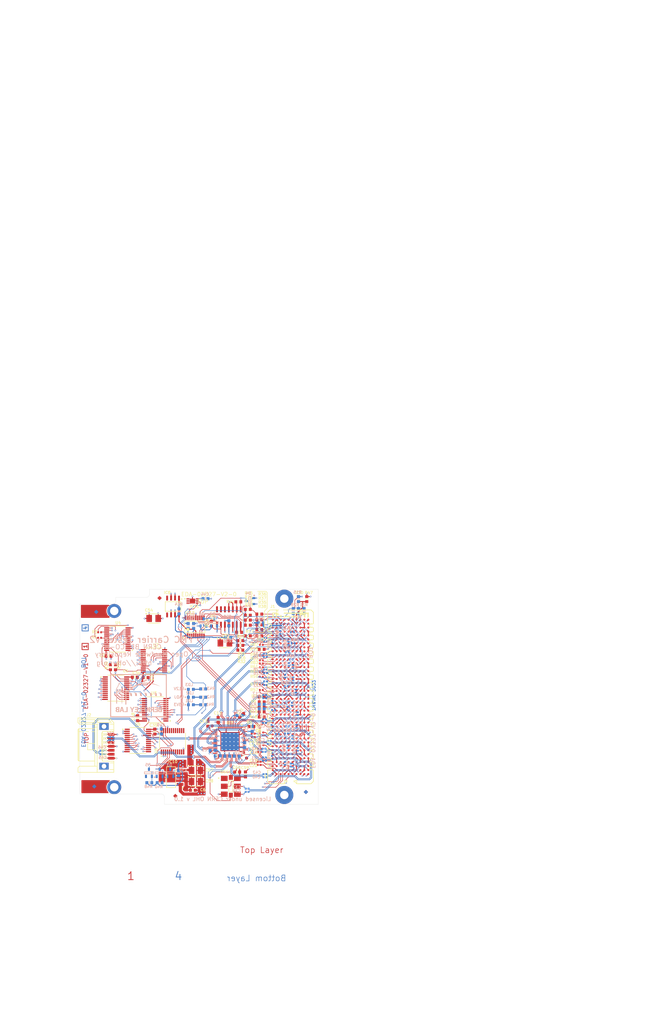
<source format=kicad_pcb>
(kicad_pcb (version 20211014) (generator pcbnew)
  (layers (0 "F.Cu" signal "Top Layer") (1 "In1.Cu" signal "L2") (2 "In2.Cu" power "Plane L3GND") (31 "B.Cu" signal "Bottom Layer") (34 "B.Paste" user "Bottom Paste") (35 "F.Paste" user "Top Paste") (36 "B.SilkS" user "Bottom Overlay") (37 "F.SilkS" user "Top Overlay") (38 "B.Mask" user "Bottom Solder") (39 "F.Mask" user "Top Solder") (44 "Edge.Cuts" user))
  (property "ADDRESS1" "European Organization for Nuclear Research")
  (property "ADDRESS2" "CH-1211 Genčve 23 - Switzerland")
  (property "ADDRESS3" "")
  (property "ADDRESS4" "")
  (property "APPROVEDBY" "")
  (property "AUTHOR" "")
  (property "CHECKEDBY" "-")
  (property "CHECKEDDATE" "-")
  (property "CREATEDATE" "26/05/2011")
  (property "CURRENTDATE" "")
  (property "CURRENTTIME" "")
  (property "DESIGNER" "T. Wlostowski")
  (property "DIVGRP" "BE-CO-HT")
  (property "DOCUMENTFULLPATHANDNAME" "")
  (property "DOCUMENTNAME" "")
  (property "DOCUMENTNUMBER" "")
  (property "DRAWNBY" "T. Wlostowski")
  (property "EDA_NUMBER" "EDA-02327-V1-0")
  (property "ENGINEER" "")
  (property "IMAGEPATH" "")
  (property "MODIFIEDBY" "-")
  (property "MODIFIEDDATE" "-")
  (property "ORGANIZATION" "CERN")
  (property "PROJET" "FMC Carrier Tester")
  (property "SHEETTOTAL" "2")
  (property "TIME" "")
  (property "TITLE2" "Top-Level Diagram")
  (net 0 "")
  (net 1 "/HS_O1_P")
  (net 2 "/XPT_I1_P")
  (net 3 "/HS_I1_P")
  (net 4 "/XPT_O1_P")
  (net 5 "/HS_O1_N")
  (net 6 "/XPT_I1_N")
  (net 7 "/HS_I1_N")
  (net 8 "/XPT_O1_N")
  (net 9 "/HS_O2_P")
  (net 10 "/XPT_I2_P")
  (net 11 "/HS_I2_P")
  (net 12 "/XPT_O2_P")
  (net 13 "/HS_O2_N")
  (net 14 "/XPT_I2_N")
  (net 15 "/HS_I2_N")
  (net 16 "/XPT_O2_N")
  (net 17 "/HS_O3_P")
  (net 18 "/XPT_I3_P")
  (net 19 "/HS_I3_P")
  (net 20 "/XPT_O3_P")
  (net 21 "/HS_O3_N")
  (net 22 "/XPT_I3_N")
  (net 23 "/HS_I3_N")
  (net 24 "/XPT_O3_N")
  (net 25 "/HS_O4_P")
  (net 26 "/XPT_I4_P")
  (net 27 "/HS_I4_P")
  (net 28 "/XPT_O4_P")
  (net 29 "/HS_O4_N")
  (net 30 "/XPT_I4_N")
  (net 31 "/HS_I4_N")
  (net 32 "/XPT_O4_N")
  (net 33 "/HS_O5_P")
  (net 34 "/XPT_I5_P")
  (net 35 "/HS_I5_P")
  (net 36 "/XPT_O5_P")
  (net 37 "/HS_O5_N")
  (net 38 "/XPT_I5_N")
  (net 39 "/HS_I5_N")
  (net 40 "/XPT_O5_N")
  (net 41 "/HS_O6_P")
  (net 42 "/XPT_I6_P")
  (net 43 "/PROG_CLK_P")
  (net 44 "/HS_O6_N")
  (net 45 "/XPT_I6_N")
  (net 46 "/PROG_CLK_N")
  (net 47 "/XPT_I7_P")
  (net 48 "/HS_I7_P")
  (net 49 "/XPT_O7_P")
  (net 50 "/XPT_I7_N")
  (net 51 "/HS_I7_N")
  (net 52 "/XPT_O7_N")
  (net 53 "/XPT_O8_P")
  (net 54 "Net-(C45-Pad2)")
  (net 55 "/XPT_O8_N")
  (net 56 "Net-(C46-Pad2)")
  (net 57 "/XPT_I8_P")
  (net 58 "Net-(C47-Pad2)")
  (net 59 "/XPT_I8_N")
  (net 60 "Net-(C61-Pad2)")
  (net 61 "/ADC_IN2")
  (net 62 "/ADC_IN3")
  (net 63 "/IO_1V8_3")
  (net 64 "Net-(D3-Pad3)")
  (net 65 "/ADC_IN4")
  (net 66 "/IO_1V8_1")
  (net 67 "Net-(D5-Pad3)")
  (net 68 "/IO_1V8_2")
  (net 69 "Net-(D6-Pad3)")
  (net 70 "Net-(IC7-Pad1)")
  (net 71 "/SDA")
  (net 72 "/SCL")
  (net 73 "/XPT_O6_P")
  (net 74 "/XPT_O6_N")
  (net 75 "Net-(IC12-Pad6)")
  (net 78 "/ADC_IN1")
  (net 79 "/ADC_IN7")
  (net 80 "/ADC_IN8")
  (net 81 "/ADC_IN6")
  (net 82 "/ADC_IN5")
  (net 85 "P3V3")
  (net 86 "P12V")
  (net 87 "VADJ")
  (net 88 "P1V8")
  (net 110 "Net-(R68-Pad2)")
  (net 111 "Net-(R68-Pad1)")
  (net 112 "Net-(R69-Pad2)")
  (net 113 "Net-(R69-Pad1)")
  (net 114 "Net-(J1-Pade9)")
  (net 115 "Net-(J1-Pade10)")
  (net 116 "Net-(J1-Pade12)")
  (net 117 "Net-(J1-Pade13)")
  (net 118 "Net-(R75-Pad2)")
  (net 119 "Net-(R75-Pad1)")
  (net 120 "Net-(R77-Pad2)")
  (net 121 "Net-(R77-Pad1)")
  (net 122 "Net-(R78-Pad2)")
  (net 123 "Net-(R78-Pad1)")
  (net 124 "Net-(J1-Pade24)")
  (net 125 "Net-(J1-Pade25)")
  (net 126 "Net-(J1-Pade27)")
  (net 127 "Net-(J1-Pade28)")
  (net 128 "Net-(R84-Pad2)")
  (net 129 "Net-(R84-Pad1)")
  (net 130 "Net-(R86-Pad2)")
  (net 131 "Net-(R86-Pad1)")
  (net 132 "Net-(R4-Pad2)")
  (net 133 "Net-(R4-Pad1)")
  (net 135 "Net-(R2-Pad2)")
  (net 136 "Net-(R2-Pad1)")
  (net 137 "Net-(R50-Pad2)")
  (net 138 "Net-(R50-Pad1)")
  (net 139 "Net-(R52-Pad2)")
  (net 140 "Net-(R52-Pad1)")
  (net 141 "Net-(R54-Pad2)")
  (net 142 "Net-(R54-Pad1)")
  (net 143 "Net-(R55-Pad2)")
  (net 144 "Net-(R55-Pad1)")
  (net 145 "Net-(R58-Pad2)")
  (net 146 "Net-(R58-Pad1)")
  (net 147 "Net-(R60-Pad2)")
  (net 148 "Net-(R60-Pad1)")
  (net 149 "Net-(R62-Pad2)")
  (net 150 "Net-(R62-Pad1)")
  (net 151 "GND")
  (net 152 "Net-(R64-Pad2)")
  (net 153 "Net-(R64-Pad1)")
  (net 154 "Net-(R66-Pad2)")
  (net 155 "Net-(R66-Pad1)")
  (net 156 "Net-(J1-Padj6)")
  (net 157 "Net-(R49-Pad1)")
  (net 158 "Net-(R51-Pad2)")
  (net 159 "Net-(R51-Pad1)")
  (net 160 "Net-(R53-Pad2)")
  (net 161 "Net-(R53-Pad1)")
  (net 162 "Net-(R56-Pad2)")
  (net 163 "Net-(R56-Pad1)")
  (net 164 "Net-(R57-Pad2)")
  (net 165 "Net-(R57-Pad1)")
  (net 166 "Net-(R59-Pad2)")
  (net 167 "Net-(R59-Pad1)")
  (net 168 "Net-(R61-Pad2)")
  (net 169 "Net-(R61-Pad1)")
  (net 170 "Net-(J1-Padj30)")
  (net 171 "Net-(J1-Padj31)")
  (net 172 "Net-(J1-Padj33)")
  (net 173 "Net-(J1-Padj34)")
  (net 174 "Net-(J1-Padj36)")
  (net 175 "Net-(J1-Padj37)")
  (net 178 "Net-(R70-Pad2)")
  (net 179 "Net-(R70-Pad1)")
  (net 180 "Net-(R72-Pad2)")
  (net 181 "Net-(R72-Pad1)")
  (net 182 "Net-(R8-Pad2)")
  (net 183 "Net-(J1-Padk14)")
  (net 184 "Net-(J1-Padk22)")
  (net 185 "Net-(J1-Padk23)")
  (net 186 "Net-(J1-Padk16)")
  (net 187 "Net-(J1-Padk17)")
  (net 188 "Net-(J1-Padk25)")
  (net 189 "Net-(J1-Padk26)")
  (net 190 "Net-(J1-Padk28)")
  (net 191 "Net-(J1-Padk29)")
  (net 192 "Net-(J1-Padk31)")
  (net 193 "Net-(J1-Padk32)")
  (net 195 "Net-(LD1-Pad2)")
  (net 196 "Net-(LD2-Pad2)")
  (net 197 "Net-(LD3-Pad2)")
  (net 199 "/SCL_VADJ")
  (net 200 "/SDA_VADJ")
  (net 202 "/IO_VADJ_57")
  (net 203 "/IO_VADJ_13")
  (net 204 "/IO_VADJ_12")
  (net 205 "/IO_VADJ_34")
  (net 206 "/IO_VADJ_35")
  (net 207 "/IO_VADJ_76")
  (net 208 "/IO_VADJ_75")
  (net 209 "/IO_VADJ_56")
  (net 210 "/IO_VADJ_55")
  (net 211 "/IO_VADJ_54")
  (net 212 "/IO_VADJ_10")
  (net 213 "/IO_VADJ_11")
  (net 214 "/IO_VADJ_32")
  (net 215 "/IO_VADJ_23")
  (net 216 "/IO_VADJ_44")
  (net 217 "/IO_VADJ_45")
  (net 219 "/IO_VADJ_69")
  (net 220 "/IO_VADJ_59")
  (net 221 "/IO_VADJ_36")
  (net 222 "/IO_VADJ_37")
  (net 223 "/IO_VADJ_78")
  (net 224 "/IO_VADJ_77")
  (net 225 "/IO_VADJ_58")
  (net 226 "/IO_VADJ_14")
  (net 227 "/IO_VADJ_16")
  (net 228 "/IO_VADJ_39")
  (net 229 "/IO_VADJ_63")
  (net 230 "/IO_VADJ_38")
  (net 231 "/IO_VADJ_70")
  (net 232 "/IO_VADJ_60")
  (net 233 "/IO_VADJ_15")
  (net 234 "/IO_VADJ_61")
  (net 236 "/IO_VADJ_6")
  (net 237 "/IO_VADJ_50")
  (net 238 "/IO_VADJ_7")
  (net 239 "/IO_VADJ_29")
  (net 240 "/IO_VADJ_28")
  (net 241 "/IO_VADJ_72")
  (net 242 "/IO_VADJ_30")
  (net 243 "/IO_VADJ_53")
  (net 244 "/IO_VADJ_33")
  (net 245 "/IO_VADJ_31")
  (net 246 "/IO_VADJ_8")
  (net 247 "/IO_VADJ_74")
  (net 248 "/IO_VADJ_9")
  (net 249 "/IO_VADJ_73")
  (net 250 "/IO_VADJ_52")
  (net 251 "/IO_VADJ_51")
  (net 253 "/IO_VADJ_40")
  (net 254 "/IO_VADJ_41")
  (net 255 "/IO_VADJ_65")
  (net 256 "/IO_VADJ_42")
  (net 257 "/IO_VADJ_19")
  (net 258 "/IO_VADJ_18")
  (net 259 "/IO_VADJ_64")
  (net 260 "/IO_VADJ_17")
  (net 261 "/IO_VADJ_22")
  (net 262 "/IO_VADJ_21")
  (net 263 "/IO_VADJ_68")
  (net 264 "/IO_VADJ_43")
  (net 265 "/IO_VADJ_20")
  (net 266 "/IO_VADJ_80")
  (net 267 "/IO_VADJ_67")
  (net 268 "/IO_VADJ_66")
  (net 270 "/IO_VADJ_79")
  (net 271 "/IO_VADJ_62")
  (net 272 "/IO_VADJ_48")
  (net 273 "/IO_VADJ_71")
  (net 274 "/IO_VADJ_49")
  (net 275 "/IO_VADJ_27")
  (net 276 "/IO_VADJ_4")
  (net 277 "/IO_VADJ_26")
  (net 278 "/IO_VADJ_1")
  (net 279 "/IO_VADJ_47")
  (net 280 "/IO_VADJ_46")
  (net 281 "/IO_VADJ_24")
  (net 282 "/IO_VADJ_2")
  (net 283 "/IO_VADJ_25")
  (net 284 "/IO_VADJ_3")
  (net 285 "/IO_VADJ_5")
  (net 300 "Net-(J1-Padk34)")
  (net 301 "Net-(J1-Padk35)")
  (net 302 "/HS_O7_P")
  (net 303 "/HS_O7_N")
  (net 304 "Net-(R10-Pad1)")
  (net 305 "Net-(R12-Pad1)")
  (net 306 "Net-(R20-Pad2)")
  (net 307 "Net-(J1-Padc34)")
  (net 308 "/U_fmc_connector/GA1")
  (net 309 "/U_fmc_connector/GBTCLK0_M2C_P")
  (net 310 "/U_fmc_connector/GBTCLK0_M2C_N")
  (net 311 "/U_fmc_connector/VS_P12V_1")
  (net 312 "/U_fmc_connector/VS_P12V_2")
  (net 313 "/U_fmc_connector/VS_P3V3_5")
  (net 314 "/U_fmc_connector/VS_P3V3_1")
  (net 315 "/U_fmc_connector/VS_P3V3_2")
  (net 316 "/U_fmc_connector/VS_P3V3_3")
  (net 317 "/U_fmc_connector/VS_P3V3_4")
  (net 318 "/U_fmc_connector/VS_VADJ_1")
  (net 319 "/U_fmc_connector/VS_M2V_BI_1")
  (net 320 "/U_fmc_connector/VS_M2V_BI_2")
  (net 321 "/U_fmc_connector/VS_P5V_BI_1")
  (net 322 "/U_fmc_connector/VS_P5V_BI_2")
  (net 323 "/U_fmc_connector/VS_VADJ_2")
  (net 324 "/U_fmc_connector/VS_VADJ_4")
  (net 325 "/U_fmc_connector/VS_VADJ_3")
  (net 326 "/U_fmc_connector/VS_M5V2_BI_1")
  (net 327 "/U_fmc_connector/VS_M5V2_BI_2")
  (net 328 "/U_fmc_connector/VS_P12V_BI_1")
  (net 329 "/U_fmc_connector/VS_P12V_BI_2")
  (net 330 "/U_fmc_connector/VS_M12V_BI_1")
  (net 331 "/U_fmc_connector/VS_M12V_BI_2")
  (footprint "library.LIB:SOP65P640X120-20N" (layer "F.Cu") (at 147.122184 82.582512 90)
    (fp_text reference "IC12")
    (fp_text value "AD7997BRUZ-1" hide)
  )
  (footprint "Resistors.DbLib:RESC1608X55N" (layer "F.Cu") (at 161.727184 86.976712 180)
    (fp_text reference "R34")
    (fp_text value "10k" hide)
  )
  (footprint "Resistors.DbLib:RESC1608X55N" (layer "F.Cu") (at 168.585184 89.770712 180)
    (fp_text reference "R25")
    (fp_text value "10k" hide)
  )
  (footprint "Resistors.DbLib:RESC1608X55N" (layer "F.Cu") (at 167.823184 80.245712 180)
    (fp_text reference "R37")
    (fp_text value "10k" hide)
  )
  (footprint "Capacitors.DbLib:CAPC1005X55N" (layer "F.Cu") (at 165.84427 117.946424 180)
    (fp_text reference "C27")
    (fp_text value "10nF" hide)
  )
  (footprint "ICs And Semiconductors.DbLib:OSC_SILICON-LAB_SI570" (layer "F.Cu") (at 158.679184 133.712712)
    (fp_text reference "OSC1")
    (fp_text value "10-280MHz" hide)
  )
  (footprint "Connectors.DbLib:SAMTEC_ASP-134488-01" (layer "F.Cu") (at 177.851129 105.012896 -90)
    (fp_text reference "J1")
    (fp_text value "~" hide)
  )
  (footprint "Capacitors.DbLib:CAPC1608X87N" (layer "F.Cu") (at 163.378184 129.902712 -90)
    (fp_text reference "C59")
    (fp_text value "100nF" hide)
  )
  (footprint "Resistors.DbLib:RESC1608X55N" (layer "F.Cu") (at 168.585184 108.312712)
    (fp_text reference "R11")
    (fp_text value "1k" hide)
  )
  (footprint "Eletro-mechanical.DbLib:MTG300_600" (layer "F.Cu") (at 175.851108 136.503613)
    (fp_text reference "B4" hide)
    (fp_text value "Plated Hole" hide)
  )
  (footprint "C:_Users_Michal_Projekty_Altium lib_CERN lib_PcbLib_Resistors SMD.PcbLib_RESC1005X40N" (layer "F.Cu") (at 168.45107 98.553624)
    (fp_text reference "R59")
    (fp_text value "~" hide)
  )
  (footprint "C:_Users_Michal_Projekty_Altium lib_CERN lib_PcbLib_Resistors SMD.PcbLib_RESC1005X40N" (layer "F.Cu") (at 168.45107 91.803624)
    (fp_text reference "R85")
    (fp_text value "~" hide)
  )
  (footprint "Capacitors.DbLib:CAPC1005X55N" (layer "F.Cu") (at 168.51127 122.213624 90)
    (fp_text reference "C16")
    (fp_text value "10nF" hide)
  )
  (footprint "Capacitors.DbLib:CAPC1608X87N" (layer "F.Cu") (at 128.76027 111.850424 -90)
    (fp_text reference "C48")
    (fp_text value "100nF" hide)
  )
  (footprint "C:_Users_Michal_Projekty_Altium lib_CERN lib_PcbLib_Resistors SMD.PcbLib_RESC1005X40N" (layer "F.Cu") (at 168.45107 94.303624 180)
    (fp_text reference "R83")
    (fp_text value "~" hide)
  )
  (footprint "Eletro-mechanical.DbLib:FIDUCIAL_TOP_S100-200" (layer "F.Cu") (at 182.78607 135.548624)
    (fp_text reference "FTG3" hide)
    (fp_text value "Use only in PCB" hide)
  )
  (footprint "Capacitors.DbLib:CAPC1005X55N" (layer "F.Cu") (at 167.746984 125.838712 180)
    (fp_text reference "C20")
    (fp_text value "10nF" hide)
  )
  (footprint "C:_Users_Michal_Projekty_Altium lib_CERN lib_PcbLib_Resistors SMD.PcbLib_RESC1005X40N" (layer "F.Cu") (at 168.45107 95.553624 180)
    (fp_text reference "R61")
    (fp_text value "~" hide)
  )
  (footprint "Resistors.DbLib:RESC1608X55N" (layer "F.Cu") (at 121.64827 95.518224 90)
    (fp_text reference "R33")
    (fp_text value "10k" hide)
  )
  (footprint "Eletro-mechanical.DbLib:MTG300_600" (layer "F.Cu") (at 175.851108 73.503587)
    (fp_text reference "B1" hide)
    (fp_text value "Plated Hole" hide)
  )
  (footprint "ICs And Semiconductors.DbLib:SON50P300X200X100-9N-S175X155" (layer "F.Cu") (at 146.360184 74.276712)
    (fp_text reference "IC11")
    (fp_text value "24AA64T-I/MC" hide)
  )
  (footprint "Resistors.DbLib:RESC1608X55N" (layer "F.Cu") (at 167.823184 78.467712 180)
    (fp_text reference "R36")
    (fp_text value "10k" hide)
  )
  (footprint "Capacitors.DbLib:CAPC1608X87N" (layer "F.Cu") (at 127.85857 98.718624 180)
    (fp_text reference "C34")
    (fp_text value "100nF" hide)
  )
  (footprint "C:_Users_Michal_Projekty_Altium lib_CERN lib_PcbLib_Resistors SMD.PcbLib_RESC1005X40N" (layer "F.Cu") (at 169.09547 120.054624 -90)
    (fp_text reference "R70")
    (fp_text value "~" hide)
  )
  (footprint "Resistors.DbLib:RESC1608X55N" (layer "F.Cu") (at 165.283184 114.535712 180)
    (fp_text reference "R5")
    (fp_text value "10k" hide)
  )
  (footprint "Capacitors.DbLib:CAPMP3528X210N" (layer "F.Cu") (at 156.774184 87.738712)
    (fp_text reference "C51")
    (fp_text value "10uF" hide)
  )
  (footprint "Resistors.DbLib:RESC1608X55N" (layer "F.Cu") (at 161.727184 90.024712 180)
    (fp_text reference "R32")
    (fp_text value "10k" hide)
  )
  (footprint "Vault:FP-A24-2-MFG" (layer "F.Cu") (at 122.255584 86.48447 180)
    (fp_text reference "U4")
    (fp_text value "MAX7312AAG+" hide)
  )
  (footprint "C:_Users_Michal_Projekty_Altium lib_CERN lib_PcbLib_Resistors SMD.PcbLib_RESC1005X40N" (layer "F.Cu") (at 116.58107 84.291424 180)
    (fp_text reference "R3")
    (fp_text value "~" hide)
  )
  (footprint "Capacitors.DbLib:CAPC1005X55N" (layer "F.Cu") (at 167.746984 126.854712 180)
    (fp_text reference "C18")
    (fp_text value "10nF" hide)
  )
  (footprint "Capacitors.DbLib:CAPC1608X87N" (layer "F.Cu") (at 154.61747 112.409224 90)
    (fp_text reference "C12")
    (fp_text value "100nF" hide)
  )
  (footprint "Vault:FP-A24-2-MFG" (layer "F.Cu") (at 128.83647 119.013224)
    (fp_text reference "U5")
    (fp_text value "MAX7312AAG+" hide)
  )
  (footprint "Capacitors.DbLib:CAPC1608X87N" (layer "F.Cu") (at 119.41307 91.936824 180)
    (fp_text reference "C2")
    (fp_text value "100nF" hide)
  )
  (footprint "Capacitors.DbLib:CAPC1608X87N" (layer "F.Cu") (at 134.27207 116.168424 90)
    (fp_text reference "C35")
    (fp_text value "100nF" hide)
  )
  (footprint "Resistors_SMD:RESC1005X40N" (layer "F.Cu") (at 168.55107 113.403624 -90)
    (fp_text reference "R8")
    (fp_text value "~" hide)
  )
  (footprint "C:_Users_Michal_Projekty_Altium lib_CERN lib_PcbLib_Resistors SMD.PcbLib_RESC1005X40N" (layer "F.Cu") (at 168.45107 93.303624)
    (fp_text reference "R63")
    (fp_text value "~" hide)
  )
  (footprint "Capacitors.DbLib:CAPC1005X55N" (layer "F.Cu") (at 165.84427 116.803424 180)
    (fp_text reference "C29")
    (fp_text value "10nF" hide)
  )
  (footprint "Resistors.DbLib:RESC1608X55N" (layer "F.Cu") (at 164.140184 78.848712 180)
    (fp_text reference "R26")
    (fp_text value "5k1" hide)
  )
  (footprint "Vault:FP-A24-2-MFG" (layer "F.Cu") (at 121.809189 102.229686)
    (fp_text reference "U1")
    (fp_text value "MAX7312AAG+" hide)
  )
  (footprint "Vault:FP-A24-2-MFG" (layer "F.Cu") (at 134.39907 109.158024 180)
    (fp_text reference "U3")
    (fp_text value "MAX7312AAG+" hide)
  )
  (footprint "Resistors.DbLib:RESC1608X55N" (layer "F.Cu") (at 167.823184 85.452712 180)
    (fp_text reference "R13")
    (fp_text value "10k" hide)
  )
  (footprint "Eletro-mechanical.DbLib:FIDUCIAL_TOP_S100-200" (layer "F.Cu") (at 140.87607 136.818624 90)
    (fp_text reference "FTG2" hide)
    (fp_text value "Use only in PCB" hide)
  )
  (footprint "Capacitors.DbLib:CAPMP3528X210N" (layer "F.Cu") (at 147.503184 128.632712)
    (fp_text reference "C57")
    (fp_text value "10uF" hide)
  )
  (footprint "C:_Users_Michal_Projekty_Altium lib_CERN lib_PcbLib_Resistors SMD.PcbLib_RESC1005X40N" (layer "F.Cu") (at 168.45107 102.803624 180)
    (fp_text reference "R57")
    (fp_text value "~" hide)
  )
  (footprint "Resistors.DbLib:RESC1608X55N" (layer "F.Cu") (at 168.585184 106.661712 180)
    (fp_text reference "R6")
    (fp_text value "10k" hide)
  )
  (footprint "Resistors.DbLib:RESC1608X55N" (layer "F.Cu") (at 164.140184 82.023712 180)
    (fp_text reference "R23")
    (fp_text value "10k" hide)
  )
  (footprint "Resistors.DbLib:RESC1608X55N" (layer "F.Cu") (at 168.585184 105.010712 180)
    (fp_text reference "R7")
    (fp_text value "10k" hide)
  )
  (footprint "Resistors.DbLib:RESC1608X55N" (layer "F.Cu") (at 180.396184 73.641712 90)
    (fp_text reference "R30")
    (fp_text value "10k" hide)
  )
  (footprint "Resistors.DbLib:RESC1608X55N" (layer "F.Cu") (at 164.140184 76.943712 180)
    (fp_text reference "R45")
    (fp_text value "10k" hide)
  )
  (footprint "Eletro-mechanical.DbLib:FIDUCIAL_TOP_S100-200" (layer "F.Cu") (at 135.79607 73.318624 90)
    (fp_text reference "FTG1" hide)
    (fp_text value "Use only in PCB" hide)
  )
  (footprint "C:_Users_Michal_Projekty_Altium lib_CERN lib_PcbLib_Resistors SMD.PcbLib_RESC1005X40N" (layer "F.Cu") (at 168.45107 97.053624 180)
    (fp_text reference "R81")
    (fp_text value "~" hide)
  )
  (footprint "Connectors.DbLib:3M_5607-4200-SH" (layer "F.Cu") (at 120.325184 120.885712 -90)
    (fp_text reference "J2")
    (fp_text value "SATA" hide)
  )
  (footprint "Vault:FP-A24-2-MFG" (layer "F.Cu") (at 133.99267 93.486224 180)
    (fp_text reference "U2")
    (fp_text value "MAX7312AAG+" hide)
  )
  (footprint "Capacitors.DbLib:CAPMP3528X210N" (layer "F.Cu") (at 133.914184 79.864712)
    (fp_text reference "C54")
    (fp_text value "10uF" hide)
  )
  (footprint "C:_Users_Michal_Projekty_Altium lib_CERN lib_PcbLib_Resistors SMD.PcbLib_RESC1005X40N" (layer "F.Cu") (at 168.496284 100.984812 180)
    (fp_text reference "R79")
    (fp_text value "~" hide)
  )
  (footprint "Capacitors.DbLib:CAPC1608X87N" (layer "F.Cu") (at 160.711184 129.140712)
    (fp_text reference "C60")
    (fp_text value "100nF" hide)
  )
  (footprint "C:_Users_Michal_Projekty_Altium lib_CERN lib_PcbLib_Resistors SMD.PcbLib_RESC1005X40N" (layer "F.Cu") (at 169.09547 116.917823 -90)
    (fp_text reference "R72")
    (fp_text value "~" hide)
  )
  (footprint "Capacitors.DbLib:CAPC1608X87N" (layer "F.Cu") (at 146.487184 134.982712 180)
    (fp_text reference "C6")
    (fp_text value "100nF" hide)
  )
  (footprint "Capacitors.DbLib:CAPC1608X87N" (layer "F.Cu") (at 162.108184 110.979712 45)
    (fp_text reference "C11")
    (fp_text value "100nF" hide)
  )
  (footprint "Capacitors.DbLib:CAPC1608X87N" (layer "F.Cu") (at 131.32567 98.820224 180)
    (fp_text reference "C3")
    (fp_text value "100nF" hide)
  )
  (footprint "Resistors.DbLib:RESC1608X55N" (layer "F.Cu") (at 161.092184 74.530712)
    (fp_text reference "R24")
    (fp_text value "5k1" hide)
  )
  (footprint "Resistors.DbLib:RESC1608X55N" (layer "F.Cu") (at 168.585184 111.487712 180)
    (fp_text reference "R18")
    (fp_text value "10k" hide)
  )
  (footprint "C:_Users_Michal_Projekty_Altium lib_CERN lib_PcbLib_Resistors SMD.PcbLib_RESC1005X40N" (layer "F.Cu") (at 116.56827 86.069424 180)
    (fp_text reference "R1")
    (fp_text value "~" hide)
  )
  (footprint "Resistors.DbLib:RESC1608X55N" (layer "F.Cu") (at 161.346184 84.309712)
    (fp_text reference "R12")
    (fp_text value "2k2" hide)
  )
  (footprint "Capacitors.DbLib:CAPC1005X55N" (layer "F.Cu") (at 167.49527 122.213624 90)
    (fp_text reference "C14")
    (fp_text value "10nF" hide)
  )
  (footprint "footprints.PCBLIB:QFN50P900X900X100-65N-S615" (layer "F.Cu") (at 158.425184 119.361712 -90)
    (fp_text reference "IC7")
    (fp_text value "ADN4600ACPZ" hide)
  )
  (footprint "Resistors.DbLib:RESC1608X55N" (layer "F.Cu") (at 164.140184 80.372712 180)
    (fp_text reference "R22")
    (fp_text value "10k" hide)
  )
  (footprint "Capacitors.DbLib:CAPMP3528X210N" (layer "F.Cu") (at 147.503184 132.188712)
    (fp_text reference "C58")
    (fp_text value "10uF" hide)
  )
  (footprint "Resistors.DbLib:RESC1608X55N" (layer "F.Cu") (at 164.140184 85.452712 180)
    (fp_text reference "R17")
    (fp_text value "10k" hide)
  )
  (footprint "footprints.PCBLIB:SOT230P700X180-4N" (layer "F.Cu") (at 139.502184 130.791712 180)
    (fp_text reference "IC10")
    (fp_text value "LM1117MP-1.8/NOPB" hide)
  )
  (footprint "Capacitors.DbLib:CAPC1608X87N" (layer "F.Cu") (at 151.313184 113.646712 90)
    (fp_text reference "C13")
    (fp_text value "100nF" hide)
  )
  (footprint "TSOP_65P_L.PcbLib:SOIC127P600X175-8N" (layer "F.Cu") (at 140.137184 76.029312 -90)
    (fp_text reference "IC8")
    (fp_text value "TL431CD" hide)
  )
  (footprint "Resistors.DbLib:RESC1608X55N" (layer "F.Cu") (at 167.823184 81.896712 180)
    (fp_text reference "R35")
    (fp_text value "10k" hide)
  )
  (footprint "Package_SO:SOIC-14_3.9x8.7mm_P1.27mm" (layer "F.Cu") (at 158.05107 79.403624 90)
    (fp_text reference "U9")
    (fp_text value "TLC274")
  )
  (footprint "Eletro-mechanical.DbLib:MTG300_600" (layer "F.Cu") (at 121.251065 134.003593)
    (fp_text reference "B3" hide)
    (fp_text value "Plated Hole" hide)
  )
  (footprint "Resistors.DbLib:RESC1608X55N" (layer "F.Cu") (at 152.456184 81.515712 90)
    (fp_text reference "R10")
    (fp_text value "1k" hide)
  )
  (footprint "Eletro-mechanical.DbLib:MTG300_600" (layer "F.Cu") (at 121.251065 77.453592)
    (fp_text reference "B2" hide)
    (fp_text value "Plated Hole" hide)
  )
  (footprint "Vault:FP-A24-2-MFG" (layer "F.Cu") (at 139.96167 119.267224 90)
    (fp_text reference "U6")
    (fp_text value "MAX7312AAG+" hide)
  )
  (footprint "Resistors.DbLib:RESC1608X55N" (layer "F.Cu") (at 161.727184 88.500712)
    (fp_text reference "R16")
    (fp_text value "1k" hide)
  )
  (footprint "Resistors.DbLib:RESC1608X55N" (layer "F.Cu") (at 167.823184 83.420712 180)
    (fp_text reference "R38")
    (fp_text value "10k" hide)
  )
  (footprint "Resistors.DbLib:RESC1608X55N" (layer "F.Cu") (at 120.02267 95.518214 90)
    (fp_text reference "R29")
    (fp_text value "10k" hide)
  )
  (footprint "Resistors.DbLib:RESC1608X55N" (layer "F.Cu") (at 168.585184 109.836712 180)
    (fp_text reference "R19")
    (fp_text value "10k" hide)
  )
  (footprint "Resistors.DbLib:RESC1608X55N" (layer "F.Cu") (at 183.063184 73.641712 -90)
    (fp_text reference "R47")
    (fp_text value "~" hide)
  )
  (footprint "C:_Users_Michal_Projekty_Altium lib_CERN lib_PcbLib_Resistors SMD.PcbLib_RESC1005X40N" (layer "F.Cu") (at 168.45107 88.303624)
    (fp_text reference "R87")
    (fp_text value "~" hide)
  )
  (footprint "Capacitors.DbLib:CAPC1608X87N" (layer "B.Cu") (at 144.963184 82.277712 -90)
    (fp_text reference "C52")
    (fp_text value "100nF" hide)
  )
  (footprint "C:_Users_Michal_Projekty_Altium lib_CERN lib_PcbLib_Resistors SMD.PcbLib_RESC1005X40N" (layer "B.Cu") (at 176.76627 90.768424)
    (fp_text reference "R64")
    (fp_text value "~" hide)
  )
  (footprint "C:_Users_Michal_Projekty_Altium lib_CERN lib_PcbLib_Resistors SMD.PcbLib_RESC1005X40N" (layer "B.Cu") (at 171.88947 123.509024 -90)
    (fp_text reference "R49")
    (fp_text value "~" hide)
  )
  (footprint "C:_Users_Michal_Projekty_Altium lib_CERN lib_PcbLib_Resistors SMD.PcbLib_RESC1005X40N" (layer "B.Cu") (at 174.58187 84.342224 -90)
    (fp_text reference "R67")
    (fp_text value "~" hide)
  )
  (footprint "Capacitors.DbLib:CAPC1005X55N" (layer "B.Cu") (at 169.575784 104.426512 180)
    (fp_text reference "C17")
    (fp_text value "10nF" hide)
  )
  (footprint "Capacitors.DbLib:CAPC1005X55N" (layer "B.Cu") (at 169.448784 124.467112 180)
    (fp_text reference "C21")
    (fp_text value "10nF" hide)
  )
  (footprint "Eletro-mechanical.DbLib:FIDUCIAL_TOP_S100-200" (layer "B.Cu") (at 182.78607 135.548624 180)
    (fp_text reference "FTG6" hide)
    (fp_text value "Use only in PCB" hide)
  )
  (footprint "C:_Users_Michal_Projekty_Altium lib_CERN lib_PcbLib_Resistors SMD.PcbLib_RESC1005X40N" (layer "B.Cu") (at 172.42287 109.234224 180)
    (fp_text reference "R76")
    (fp_text value "~" hide)
  )
  (footprint "C:_Users_Michal_Projekty_Altium lib_CERN lib_PcbLib_Resistors SMD.PcbLib_RESC1005X40N" (layer "B.Cu") (at 178.694831 87.800129)
    (fp_text reference "R86")
    (fp_text value "~" hide)
  )
  (footprint "Capacitors.DbLib:CAPC1005X55N" (layer "B.Cu") (at 169.855184 100.057712 180)
    (fp_text reference "C24")
    (fp_text value "10nF" hide)
  )
  (footprint "Capacitors.DbLib:CAPC1005X55N" (layer "B.Cu") (at 120.452184 117.964712 180)
    (fp_text reference "C61")
    (fp_text value "10nF" hide)
  )
  (footprint "C:_Users_Michal_Projekty_Altium lib_CERN lib_PcbLib_Resistors SMD.PcbLib_RESC1005X40N" (layer "B.Cu") (at 179.637008 103.138224 -90)
    (fp_text reference "R78")
    (fp_text value "~" hide)
  )
  (footprint "C:_Users_Michal_Projekty_Altium lib_CERN lib_PcbLib_Resistors SMD.PcbLib_RESC1005X40N" (layer "B.Cu") (at 171.94027 106.770424 -90)
    (fp_text reference "R56")
    (fp_text value "~" hide)
  )
  (footprint "ICs And Semiconductors.DbLib:SOT95P240X130-3N" (layer "B.Cu") (at 164.775179 74.276712 180)
    (fp_text reference "D4")
    (fp_text value "BAT54S" hide)
  )
  (footprint "Marble:lbl_logo_new" (layer "B.Cu") (at 129.05107 104.603624 180)
    (fp_text reference "G***" hide)
    (fp_text value "LOGO" hide)
  )
  (footprint "Capacitors.DbLib:CAPC1005X55N" (layer "B.Cu") (at 169.474184 112.249712 180)
    (fp_text reference "C33")
    (fp_text value "10nF" hide)
  )
  (footprint "Capacitors.DbLib:CAPC1005X55N" (layer "B.Cu") (at 169.728184 92.183712 180)
    (fp_text reference "C30")
    (fp_text value "10nF" hide)
  )
  (footprint "Eletro-mechanical.DbLib:FIDUCIAL_TOP_S100-200" (layer "B.Cu") (at 114.84107 133.770624 180)
    (fp_text reference "FTG5" hide)
    (fp_text value "Use only in PCB" hide)
  )
  (footprint "Resistors.DbLib:RESC1608X55N" (layer "B.Cu") (at 149.789184 107.550712 180)
    (fp_text reference "R41")
    (fp_text value "270" hide)
  )
  (footprint "Capacitors.DbLib:CAPC1005X55N" (layer "B.Cu") (at 169.474184 113.392712 180)
    (fp_text reference "C31")
    (fp_text value "10nF" hide)
  )
  (footprint "Capacitors.DbLib:CAPC1608X87N" (layer "B.Cu") (at 152.837184 122.155712 180)
    (fp_text reference "C1")
    (fp_text value "100nF" hide)
  )
  (footprint "Resistors.DbLib:RESC1608X55N" (layer "B.Cu") (at 135.819184 132.569712)
    (fp_text reference "R40")
    (fp_text value "10k" hide)
  )
  (footprint "C:_Users_Michal_Projekty_Altium lib_CERN lib_PcbLib_Resistors SMD.PcbLib_RESC1005X40N" (layer "B.Cu") (at 173.54047 116.854224 180)
    (fp_text reference "R51")
    (fp_text value "~" hide)
  )
  (footprint "Resistors_SMD:RESC1005X40N" (layer "B.Cu") (at 178.45107 84.103624 180)
    (fp_text reference "R4")
    (fp_text value "~" hide)
  )
  (footprint "ICs And Semiconductors.DbLib:LEDC1608X80N_RED" (layer "B.Cu") (at 145.852184 105.137712)
    (fp_text reference "LD2")
    (fp_text value "Red" hide)
  )
  (footprint "C:_Users_Michal_Projekty_Altium lib_CERN lib_PcbLib_Resistors SMD.PcbLib_RESC1005X40N" (layer "B.Cu") (at 178.01087 93.029024)
    (fp_text reference "R84")
    (fp_text value "~" hide)
  )
  (footprint "Capacitors.DbLib:CAPC1005X55N" (layer "B.Cu") (at 163.911584 134.474712 180)
    (fp_text reference "C37")
    (fp_text value "10nF" hide)
  )
  (footprint "Capacitors.DbLib:CAPC1005X55N" (layer "B.Cu") (at 169.347184 122.663712 180)
    (fp_text reference "C41")
    (fp_text value "10nF" hide)
  )
  (footprint "ICs And Semiconductors.DbLib:SOT95P240X130-3N" (layer "B.Cu") (at 153.345184 81.134707 90)
    (fp_text reference "D2")
    (fp_text value "BAT54S" hide)
  )
  (footprint "Capacitors.DbLib:CAPC1005X55N" (layer "B.Cu") (at 169.728184 91.167712 180)
    (fp_text reference "C32")
    (fp_text value "10nF" hide)
  )
  (footprint "C:_Users_Michal_Projekty_Altium lib_CERN lib_PcbLib_Resistors SMD.PcbLib_RESC1005X40N" (layer "B.Cu") (at 176.74087 114.517424)
    (fp_text reference "R54")
    (fp_text value "~" hide)
  )
  (footprint "C:_Users_Michal_Projekty_Altium lib_CERN lib_PcbLib_Resistors SMD.PcbLib_RESC1005X40N" (layer "B.Cu") (at 178.625794 95.255009 -90)
    (fp_text reference "R82")
    (fp_text value "~" hide)
  )
  (footprint "Resistors.DbLib:RESC1608X55N" (layer "B.Cu") (at 180.396184 77.451707 90)
    (fp_text reference "R27")
    (fp_text value "10k" hide)
  )
  (footprint "C:_Users_Michal_Projekty_Altium lib_CERN lib_PcbLib_Resistors SMD.PcbLib_RESC1005X40N" (layer "B.Cu") (at 176.86787 108.675424 -90)
    (fp_text reference "R55")
    (fp_text value "~" hide)
  )
  (footprint "Capacitors.DbLib:CAPC1005X55N" (layer "B.Cu") (at 169.855184 97.390712 180)
    (fp_text reference "C26")
    (fp_text value "10nF" hide)
  )
  (footprint "C:_Users_Michal_Projekty_Altium lib_CERN lib_PcbLib_Resistors SMD.PcbLib_RESC1005X40N" (layer "B.Cu") (at 178.74747 99.252024 -90)
    (fp_text reference "R80")
    (fp_text value "~" hide)
  )
  (footprint "C:_Users_Michal_Projekty_Altium lib_CERN lib_PcbLib_Resistors SMD.PcbLib_RESC1005X40N" (layer "B.Cu") (at 177.27427 94.680024 -90)
    (fp_text reference "R62")
    (fp_text value "~" hide)
  )
  (footprint "Resistors.DbLib:RESC1608X55N" (layer "B.Cu") (at 142.042184 77.578717 -90)
    (fp_text reference "R14")
    (fp_text value "1k" hide)
  )
  (footprint "Eletro-mechanical.DbLib:FIDUCIAL_TOP_S100-200" (layer "B.Cu") (at 115.47607 77.763624 180)
    (fp_text reference "FTG4" hide)
    (fp_text value "Use only in PCB" hide)
  )
  (footprint "Capacitors.DbLib:CAPC1005X55N" (layer "B.Cu") (at 169.626584 129.801112 180)
    (fp_text reference "C42")
    (fp_text value "10nF" hide)
  )
  (footprint "Capacitors.DbLib:CAPC1608X87N" (layer "B.Cu") (at 158.044184 81.388712 -90)
    (fp_text reference "C50")
    (fp_text value "100nF" hide)
  )
  (footprint "C:_Users_Michal_Projekty_Altium lib_CERN lib_PcbLib_Resistors SMD.PcbLib_RESC1005X40N" (layer "B.Cu") (at 180.19527 121.832624 -90)
    (fp_text reference "R69")
    (fp_text value "~" hide)
  )
  (footprint "Capacitors.DbLib:CAPC1005X55N" (layer "B.Cu") (at 169.448784 125.483112 180)
    (fp_text reference "C19")
    (fp_text value "10nF" hide)
  )
  (footprint "Capacitors.DbLib:CAPC1005X55N" (layer "B.Cu") (at 169.855184 101.200712 180)
    (fp_text reference "C22")
    (fp_text value "10nF" hide)
  )
  (footprint "Resistors.DbLib:RESC1608X55N" (layer "B.Cu") (at 182.174184 77.451712 90)
    (fp_text reference "R31")
    (fp_text value "10k" hide)
  )
  (footprint "C:_Users_Michal_Projekty_Altium lib_CERN lib_PcbLib_Resistors SMD.PcbLib_RESC1005X40N" (layer "B.Cu") (at 176.51227 116.778024 180)
    (fp_text reference "R52")
    (fp_text value "~" hide)
  )
  (footprint "Capacitors.DbLib:CAPC1005X55N" (layer "B.Cu") (at 169.855184 96.247712 180)
    (fp_text reference "C28")
    (fp_text value "10nF" hide)
  )
  (footprint "C:_Users_Michal_Projekty_Altium lib_CERN lib_PcbLib_Resistors SMD.PcbLib_RESC1005X40N" (layer "B.Cu") (at 177.259548 87.855024 -90)
    (fp_text reference "R66")
    (fp_text value "~" hide)
  )
  (footprint "C:_Users_Michal_Projekty_Altium lib_CERN lib_PcbLib_Resistors SMD.PcbLib_RESC1005X40N" (layer "B.Cu") (at 178.29027 107.380024 -90)
    (fp_text reference "R77")
    (fp_text value "~" hide)
  )
  (footprint "ICs And Semiconductors.DbLib:LEDC1608X80N_RED" (layer "B.Cu") (at 145.852184 102.597712)
    (fp_text reference "LD3")
    (fp_text value "Red" hide)
  )
  (footprint "C:_Users_Michal_Projekty_Altium lib_CERN lib_PcbLib_Resistors SMD.PcbLib_RESC1005X40N" (layer "B.Cu") (at 171.837232 87.917139 90)
    (fp_text reference "R65")
    (fp_text value "~" hide)
  )
  (footprint "Resistors.DbLib:RESC1608X55N" (layer "B.Cu") (at 168.585184 108.820712 180)
    (fp_text reference "R20")
    (fp_text value "10k" hide)
  )
  (footprint "ICs And Semiconductors.DbLib:SOT95P240X130-3N" (layer "B.Cu") (at 149.916184 81.134707 90)
    (fp_text reference "D1")
    (fp_text value "BAT54S" hide)
  )
  (footprint "Capacitors.DbLib:CAPC1005X55N" (layer "B.Cu") (at 169.347184 121.647712 180)
    (fp_text reference "C43")
    (fp_text value "10nF" hide)
  )
  (footprint "Capacitors.DbLib:CAPC1005X55N" (layer "B.Cu") (at 169.855184 86.087712 180)
    (fp_text reference "C38")
    (fp_text value "10nF" hide)
  )
  (footprint "Resistors.DbLib:RESC1608X55N" (layer "B.Cu") (at 141.915184 129.521712 -90)
    (fp_text reference "R39")
    (fp_text value "10k" hide)
  )
  (footprint "Capacitors.DbLib:CAPC1005X55N" (layer "B.Cu") (at 170.998184 119.107712 180)
    (fp_text reference "C25")
    (fp_text value "10nF" hide)
  )
  (footprint "ICs And Semiconductors.DbLib:SOT95P240X130-3N" (layer "B.Cu") (at 139.248184 129.394712 90)
    (fp_text reference "D3")
    (fp_text value "BAT54S" hide)
  )
  (footprint "ICs And Semiconductors.DbLib:SOT95P240X130-3N" (layer "B.Cu") (at 132.390184 129.394712 90)
    (fp_text reference "D5")
    (fp_text value "BAT54S" hide)
  )
  (footprint "Capacitors.DbLib:CAPC1005X55N" (layer "B.Cu") (at 169.855184 87.230712 180)
    (fp_text reference "C36")
    (fp_text value "10nF" hide)
  )
  (footprint "Capacitors.DbLib:CAPC1608X87N" (layer "B.Cu") (at 136.38027 116.143024 90)
    (fp_text reference "C49")
    (fp_text value "100nF" hide)
  )
  (footprint "Capacitors.DbLib:CAPC1005X55N" (layer "B.Cu") (at 117.277184 123.425712)
    (fp_text reference "C45")
    (fp_text value "10nF" hide)
  )
  (footprint "Capacitors.DbLib:CAPC1005X55N" (layer "B.Cu") (at 170.998184 120.123712 180)
    (fp_text reference "C23")
    (fp_text value "10nF" hide)
  )
  (footprint "Capacitors.DbLib:CAPC1005X55N" (layer "B.Cu") (at 120.452184 118.853712 180)
    (fp_text reference "C47")
    (fp_text value "10nF" hide)
  )
  (footprint "Capacitors.DbLib:CAPC1608X87N" (layer "B.Cu") (at 165.537184 115.297712 90)
    (fp_text reference "C8")
    (fp_text value "100nF" hide)
  )
  (footprint "Capacitors.DbLib:CAPC1608X87N" (layer "B.Cu") (at 154.488184 123.933712 180)
    (fp_text reference "C5")
    (fp_text value "100nF" hide)
  )
  (footprint "Capacitors.DbLib:CAPC1608X87N" (layer "B.Cu") (at 161.473184 110.979712 180)
    (fp_text reference "C9")
    (fp_text value "100nF" hide)
  )
  (footprint "C:_Users_Michal_Projekty_Altium lib_CERN lib_PcbLib_Resistors SMD.PcbLib_RESC1005X40N" (layer "B.Cu") (at 179.849309 114.450863 -90)
    (fp_text reference "R73")
    (fp_text value "~" hide)
  )
  (footprint "Capacitors.DbLib:CAPC1005X55N" (layer "B.Cu") (at 163.911584 135.490712 180)
    (fp_text reference "C39")
    (fp_text value "10nF" hide)
  )
  (footprint "C:_Users_Michal_Projekty_Altium lib_CERN lib_PcbLib_Resistors SMD.PcbLib_RESC1005X40N" (layer "B.Cu") (at 180.19527 110.428024 -90)
    (fp_text reference "R75")
    (fp_text value "~" hide)
  )
  (footprint "Capacitors.DbLib:CAPC1005X55N" (layer "B.Cu") (at 117.277184 122.282712)
    (fp_text reference "C46")
    (fp_text value "10nF" hide)
  )
  (footprint "ICs And Semiconductors.DbLib:SOT95P240X130-3N" (layer "B.Cu") (at 135.819184 129.394707 90)
    (fp_text reference "D6")
    (fp_text value "BAT54S" hide)
  )
  (footprint "Resistors.DbLib:RESC1608X55N" (layer "B.Cu") (at 149.789184 105.137712 180)
    (fp_text reference "R42")
    (fp_text value "270" hide)
  )
  (footprint "C:_Users_Michal_Projekty_Altium lib_CERN lib_PcbLib_Resistors SMD.PcbLib_RESC1005X40N" (layer "B.Cu") (at 176.43607 101.588824 180)
    (fp_text reference "R58")
    (fp_text value "~" hide)
  )
  (footprint "Capacitors.DbLib:CAPC1608X87N" (layer "B.Cu") (at 160.584184 124.060712)
    (fp_text reference "C10")
    (fp_text value "100nF" hide)
  )
  (footprint "Capacitors.DbLib:CAPC1608X87N" (layer "B.Cu") (at 150.551184 73.514712 180)
    (fp_text reference "C44")
    (fp_text value "100nF" hide)
  )
  (footprint "C:_Users_Michal_Projekty_Altium lib_CERN lib_PcbLib_Resistors SMD.PcbLib_RESC1005X40N" (layer "B.Cu") (at 178.44267 117.921024 -90)
    (fp_text reference "R71")
    (fp_text value "~" hide)
  )
  (footprint "Capacitors.DbLib:CAPC1005X55N" (layer "B.Cu") (at 169.575784 105.442512 180)
    (fp_text reference "C15")
    (fp_text value "10nF" hide)
  )
  (footprint "Capacitors.DbLib:CAPC1608X87N" (layer "B.Cu") (at 153.599184 119.869712 -90)
    (fp_text reference "C7")
    (fp_text value "100nF" hide)
  )
  (footprint "ICs And Semiconductors.DbLib:LEDC1608X80N_RED" (layer "B.Cu") (at 145.852184 107.550712)
    (fp_text reference "LD1")
    (fp_text value "Red" hide)
  )
  (footprint "Resistors.DbLib:RESC1608X55N" (layer "B.Cu") (at 149.789184 102.470712 180)
    (fp_text reference "R43")
    (fp_text value "1k" hide)
  )
  (footprint "Resistors.DbLib:RESC1608X55N" (layer "B.Cu") (at 180.396184 73.641707 90)
    (fp_text reference "R15")
    (fp_text value "2k2" hide)
  )
  (footprint "Resistors.DbLib:RESC1608X55N" (layer "B.Cu") (at 132.517189 132.569712)
    (fp_text reference "R48")
    (fp_text value "10k" hide)
  )
  (footprint "Resistors.DbLib:RESC1608X55N" (layer "B.Cu") (at 178.745184 77.451707 90)
    (fp_text reference "R28")
    (fp_text value "10k" hide)
  )
  (footprint "Capacitors.DbLib:CAPC1608X87N" (layer "B.Cu") (at 146.741184 82.277712 -90)
    (fp_text reference "C55")
    (fp_text value "100nF" hide)
  )
  (footprint "Resistors.DbLib:RESC1608X55N" (layer "B.Cu") (at 168.331184 81.261712)
    (fp_text reference "R44")
    (fp_text value "~" hide)
  )
  (footprint "C:_Users_Michal_Projekty_Altium lib_CERN lib_PcbLib_Resistors SMD.PcbLib_RESC1005X40N" (layer "B.Cu") (at 176.08047 98.413824 -90)
    (fp_text reference "R60")
    (fp_text value "~" hide)
  )
  (footprint "Capacitors.DbLib:CAPC1005X55N" (layer "B.Cu") (at 169.626584 130.817112 180)
    (fp_text reference "C40")
    (fp_text value "10nF" hide)
  )
  (footprint "Resistors.DbLib:RESC1608X55N" (layer "B.Cu") (at 157.790189 85.960712)
    (fp_text reference "R46")
    (fp_text value "~" hide)
  )
  (footprint "Capacitors.DbLib:CAPC1608X87N" (layer "B.Cu") (at 157.536184 124.060712)
    (fp_text reference "C56")
    (fp_text value "100nF" hide)
  )
  (footprint "C:_Users_Michal_Projekty_Altium lib_CERN lib_PcbLib_Resistors SMD.PcbLib_RESC1005X40N" (layer "B.Cu") (at 177.90927 126.887224 -90)
    (fp_text reference "R68")
    (fp_text value "~" hide)
  )
  (footprint "Resistors.DbLib:RESC1608X55N" (layer "B.Cu") (at 168.585184 107.423712 180)
    (fp_text reference "R21")
    (fp_text value "10k" hide)
  )
  (footprint "C:_Users_Michal_Projekty_Altium lib_CERN lib_PcbLib_Resistors SMD.PcbLib_RESC1005X40N" (layer "B.Cu") (at 176.00427 126.379224 -90)
    (fp_text reference "R2")
    (fp_text value "~" hide)
  )
  (footprint "C:_Users_Michal_Projekty_Altium lib_CERN lib_PcbLib_Resistors SMD.PcbLib_RESC1005X40N" (layer "B.Cu") (at 176.86787 120.969024 -90)
    (fp_text reference "R50")
    (fp_text value "~" hide)
  )
  (footprint "Capacitors.DbLib:CAPC1608X87N" (layer "B.Cu") (at 163.124184 120.504712 -90)
    (fp_text reference "C4")
    (fp_text value "100nF" hide)
  )
  (footprint "C:_Users_Michal_Projekty_Altium lib_CERN lib_PcbLib_Resistors SMD.PcbLib_RESC1005X40N" (layer "B.Cu") (at 171.76247 114.492024 -90)
    (fp_text reference "R53")
    (fp_text value "~" hide)
  )
  (gr_line (start 166.705584 84.411312) (end 169.042384 84.411312) (layer "F.SilkS") (width 0.2032))
  (gr_line (start 169.474184 77.502512) (end 170.337784 76.638912) (layer "F.SilkS") (width 0.2032))
  (gr_line (start 169.956784 71.152512) (end 170.337784 71.533512) (layer "F.SilkS") (width 0.2032))
  (gr_line (start 170.337784 76.638912) (end 170.337784 71.533512) (layer "F.SilkS") (width 0.2032))
  (gr_line (start 169.042384 84.411312) (end 169.474184 83.979512) (layer "F.SilkS") (width 0.2032))
  (gr_line (start 169.474184 83.979512) (end 169.474184 77.502512) (layer "F.SilkS") (width 0.2032))
  (gr_line (start 167.340584 71.152512) (end 169.956784 71.152512) (layer "F.SilkS") (width 0.2032))
  (gr_arc (start 121.751084 74.20358) (mid 121.458207 74.91072) (end 120.751084 75.20358) (layer "Edge.Cuts") (width 0.05))
  (gr_line (start 121.751084 74.20358) (end 121.751089 74.20356) (layer "Edge.Cuts") (width 0.05))
  (gr_line (start 132.551068 70.503593) (end 186.751112 70.503593) (layer "Edge.Cuts") (width 0.05))
  (gr_arc (start 136.351093 136.203614) (mid 137.058188 136.496515) (end 137.351093 137.203614) (layer "Edge.Cuts") (width 0.05))
  (gr_line (start 120.751091 75.203558) (end 120.751084 75.20358) (layer "Edge.Cuts") (width 0.05))
  (gr_line (start 110.251087 75.203558) (end 120.751091 75.203558) (layer "Edge.Cuts") (width 0.05))
  (gr_line (start 132.551068 72.10359) (end 132.551068 70.503593) (layer "Edge.Cuts") (width 0.05))
  (gr_line (start 121.751089 73.103588) (end 131.55107 73.103588) (layer "Edge.Cuts") (width 0.05))
  (gr_line (start 110.251087 136.203588) (end 110.251087 75.203558) (layer "Edge.Cuts") (width 0.05))
  (gr_line (start 137.351109 139.503607) (end 137.351109 137.203637) (layer "Edge.Cuts") (width 0.05))
  (gr_line (start 132.55109 72.103579) (end 132.551068 72.10359) (layer "Edge.Cuts") (width 0.05))
  (gr_line (start 137.351109 137.203637) (end 137.351093 137.203614) (layer "Edge.Cuts") (width 0.05))
  (gr_line (start 121.751089 74.20356) (end 121.751089 73.103588) (layer "Edge.Cuts") (width 0.05))
  (gr_line (start 186.751112 139.503607) (end 137.351109 139.503607) (layer "Edge.Cuts") (width 0.05))
  (gr_line (start 131.55107 73.103588) (end 131.55109 73.103579) (layer "Edge.Cuts") (width 0.05))
  (gr_line (start 186.751112 70.503593) (end 186.751112 139.503607) (layer "Edge.Cuts") (width 0.05))
  (gr_arc (start 132.55109 72.103579) (mid 132.258214 72.810722) (end 131.55109 73.103579) (layer "Edge.Cuts") (width 0.05))
  (gr_line (start 136.351111 136.203588) (end 110.251087 136.203588) (layer "Edge.Cuts") (width 0.05))
  (gr_text "1" (at 111.95107 88.803624 90) (layer "F.Cu") (effects (font (size 1.1 1.2) (thickness 0.254))))
  (gr_text "${LAYER}" (at 168.60107 154.153624) (layer "F.Cu") (effects (font (size 1.905 1.905) (thickness 0.1778))))
  (gr_text "1" (at 126.61107 162.503624) (layer "F.Cu") (effects (font (size 2.54 2.54) (thickness 0.254))))
  (gr_text "TOP" (at 112.35107 118.303624 90) (layer "F.Cu") (effects (font (size 1.27 1.27) (thickness 0.1778))))
  (gr_text "EDA-02327-V1-0" (at 112.15107 100.103624 90) (layer "F.Cu") (effects (font (size 1.27 1.27) (thickness 0.1778))))
  (gr_text "BOT" (at 111.34857 93.956124 270) (layer "B.Cu") (effects (font (size 1.27 1.27) (thickness 0.1778)) (justify mirror)))
  (gr_text "${LAYER}" (at 166.95107 163.203624) (layer "B.Cu") (effects (font (size 1.905 1.905) (thickness 0.1778)) (justify mirror)))
  (gr_text "TW&MG 2022" (at 185.25107 104.503624 270) (layer "B.Cu") (effects (font (size 1 1) (thickness 0.2)) (justify mirror)))
  (gr_text "4" (at 112.00107 82.903624 90) (layer "B.Cu") (effects (font (size 1.1 1.2) (thickness 0.254))))
  (gr_text "4" (at 141.85107 162.503624) (layer "B.Cu") (effects (font (size 2.54 2.54) (thickness 0.254))))
  (gr_text "EDA-02327-V1-0" (at 111.34857 112.325706 270) (layer "B.Cu") (effects (font (size 1.27 1.27) (thickness 0.1778)) (justify mirror)))
  (gr_text "VADJ" (at 142.05107 105.103624) (layer "B.SilkS") (effects (font (size 0.889 0.889) (thickness 0.1778)) (justify mirror)))
  (gr_text "http://ohwr.org" (at 124.43767 94.123024) (layer "B.SilkS") (effects (font (size 1.5 1.5) (thickness 0.2)) (justify mirror)))
  (gr_text "P3V3" (at 142.05107 107.503624) (layer "B.SilkS") (effects (font (size 0.889 0.889) (thickness 0.1778)) (justify mirror)))
  (gr_text "FMC Carrier Tester v2" (at 129.84787 86.655424) (layer "B.SilkS") (effects (font (size 2 2) (thickness 0.3)) (justify mirror)))
  (gr_text "CERN BE-CO-HT" (at 126.72367 88.992224) (layer "B.SilkS") (effects (font (size 1.5 1.5) (thickness 0.2)) (justify mirror)))
  (gr_text "P12V" (at 142.05107 102.403624) (layer "B.SilkS") (effects (font (size 0.889 0.889) (thickness 0.1778)) (justify mirror)))
  (gr_text "Licensed under CERN OHL v 1.0" (at 156.05107 137.803624) (layer "B.SilkS") (effects (font (size 1.27 1.27) (thickness 0.2)) (justify mirror)))
  (gr_text "EDA-02327-V2-0" (at 185.05107 119.103624 270) (layer "B.SilkS") (effects (font (size 1.27 1.27) (thickness 0.1778)) (justify mirror)))
  (gr_text "BOT" (at 184.231584 90.812112 270) (layer "B.SilkS") (effects (font (size 1.27 1.27) (thickness 0.1778)) (justify mirror)))
  (gr_text "Open Hardware Repository" (at 130.05107 91.303624) (layer "B.SilkS") (effects (font (size 1.5 1.5) (thickness 0.2)) (justify mirror)))
  (gr_text "EDA-02327-V2-0" (at 151.65107 72.103624) (layer "F.SilkS") (effects (font (size 1.27 1.27) (thickness 0.1778))))
  (gr_text "TOP" (at 149.712984 74.429112) (layer "F.SilkS") (effects (font (size 1.27 1.27) (thickness 0.1778))))
  (segment (start 112.912382 89.876711) (end 112.912382 87.865712) (width 0.254) (layer "F.Cu") (net 0))
  (segment (start 110.912383 87.865712) (end 112.912382 87.865712) (width 0.254) (layer "F.Cu") (net 0))
  (segment (start 110.912383 89.876711) (end 110.912383 87.865712) (width 0.254) (layer "F.Cu") (net 0))
  (segment (start 110.912383 89.876711) (end 112.912382 89.876711) (width 0.254) (layer "F.Cu") (net 0))
  (segment (start 110.912386 83.876711) (end 110.912386 81.876712) (width 0.254) (layer "B.Cu") (net 0))
  (segment (start 112.912385 83.876711) (end 112.912385 81.876712) (width 0.254) (layer "B.Cu") (net 0))
  (segment (start 110.912386 83.876711) (end 112.912385 83.876711) (width 0.254) (layer "B.Cu") (net 0))
  (segment (start 110.912386 81.876712) (end 112.912385 81.876712) (width 0.254) (layer "B.Cu") (net 0))
  (segment (start 167.80007 123.80436) (end 169.531806 125.536096) (width 0.2032) (layer "F.Cu") (net 1))
  (segment (start 171.704355 125.536096) (end 172.136155 125.967896) (width 0.2032) (layer "F.Cu") (net 1))
  (segment (start 167.80007 123.80436) (end 167.80007 122.968423) (width 0.2032) (layer "F.Cu") (net 1))
  (segment (start 169.531806 125.536096) (end 171.704355 125.536096) (width 0.2032) (layer "F.Cu") (net 1))
  (segment (start 167.49527 122.663624) (end 167.80007 122.968423) (width 0.2032) (layer "F.Cu") (net 1))
  (segment (start 162.31367 112.764824) (end 165.86967 112.764824) (width 0.2032) (layer "F.Cu") (net 2))
  (segment (start 161.128384 114.521465) (end 161.128384 113.95011) (width 0.2032) (layer "F.Cu") (net 2))
  (segment (start 167.477838 114.395735) (end 167.80007 114.717967) (width 0.2032) (layer "F.Cu") (net 2))
  (segment (start 165.86967 112.764824) (end 167.477838 114.372992) (width 0.2032) (layer "F.Cu") (net 2))
  (segment (start 161.156664 114.893192) (end 161.175184 114.911711) (width 0.2032) (layer "F.Cu") (net 2))
  (segment (start 161.128384 114.521465) (end 161.156664 114.549745) (width 0.2032) (layer "F.Cu") (net 2))
  (segment (start 161.128384 113.95011) (end 162.31367 112.764824) (width 0.2032) (layer "F.Cu") (net 2))
  (segment (start 167.80007 121.458825) (end 167.80007 114.717967) (width 0.2032) (layer "F.Cu") (net 2))
  (segment (start 167.477838 114.395735) (end 167.477838 114.372992) (width 0.2032) (layer "F.Cu") (net 2))
  (segment (start 167.49527 121.763624) (end 167.80007 121.458825) (width 0.2032) (layer "F.Cu") (net 2))
  (segment (start 161.156664 114.893192) (end 161.156664 114.549745) (width 0.2032) (layer "F.Cu") (net 2))
  (segment (start 182.296155 105.647896) (end 182.296155 105.628618) (width 0.2032) (layer "F.Cu") (net 3))
  (segment (start 182.83687 105.087903) (end 182.83687 105.068624) (width 0.2032) (layer "F.Cu") (net 3))
  (segment (start 182.296155 105.628618) (end 182.83687 105.087903) (width 0.2032) (layer "F.Cu") (net 3))
  (via (at 182.83687 105.068624) (size 0.5) (drill 0.3) (layers "F.Cu" "B.Cu") (net 3))
  (segment (start 182.83687 105.068624) (end 182.83687 105.055924) (width 0.2032) (layer "B.Cu") (net 3))
  (segment (start 181.289037 104.611424) (end 182.39237 104.611424) (width 0.2032) (layer "B.Cu") (net 3))
  (segment (start 170.330583 105.137712) (end 171.467688 105.137712) (width 0.2032) (layer "B.Cu") (net 3))
  (segment (start 171.467688 105.137712) (end 171.993976 104.611424) (width 0.2032) (layer "B.Cu") (net 3))
  (segment (start 182.39237 104.611424) (end 182.83687 105.055924) (width 0.2032) (layer "B.Cu") (net 3))
  (segment (start 181.267638 104.590024) (end 181.289037 104.611424) (width 0.2032) (layer "B.Cu") (net 3))
  (segment (start 170.025783 105.442512) (end 170.330583 105.137712) (width 0.2032) (layer "B.Cu") (net 3))
  (segment (start 179.374568 104.590024) (end 181.267638 104.590024) (width 0.2032) (layer "B.Cu") (net 3))
  (segment (start 171.993976 104.611424) (end 179.353169 104.611424) (width 0.2032) (layer "B.Cu") (net 3))
  (segment (start 179.353169 104.611424) (end 179.374568 104.590024) (width 0.2032) (layer "B.Cu") (net 3))
  (segment (start 149.13125 116.056032) (end 149.13125 115.826256) (width 0.2032) (layer "F.Cu") (net 4))
  (segment (start 153.956664 116.630232) (end 153.975183 116.611712) (width 0.2032) (layer "F.Cu") (net 4))
  (segment (start 149.175881 115.781624) (end 149.175881 115.615613) (width 0.2032) (layer "F.Cu") (net 4))
  (segment (start 153.584937 116.658512) (end 153.613218 116.630232) (width 0.2032) (layer "F.Cu") (net 4))
  (segment (start 149.733731 116.658512) (end 153.584937 116.658512) (width 0.2032) (layer "F.Cu") (net 4))
  (segment (start 149.175881 115.615613) (end 149.23267 115.558824) (width 0.2032) (layer "F.Cu") (net 4))
  (segment (start 153.613218 116.630232) (end 153.956664 116.630232) (width 0.2032) (layer "F.Cu") (net 4))
  (segment (start 149.13125 116.056032) (end 149.733731 116.658512) (width 0.2032) (layer "F.Cu") (net 4))
  (segment (start 149.13125 115.826256) (end 149.175881 115.781624) (width 0.2032) (layer "F.Cu") (net 4))
  (via (at 149.23267 115.558824) (size 0.5) (drill 0.3) (layers "F.Cu" "B.Cu") (net 4))
  (segment (start 165.00607 107.354624) (end 167.222982 105.137712) (width 0.2032) (layer "B.Cu") (net 4))
  (segment (start 165.00607 110.95196) (end 165.00607 107.354624) (width 0.2032) (layer "B.Cu") (net 4))
  (segment (start 149.120801 115.255749) (end 151.861725 112.514824) (width 0.2032) (layer "B.Cu") (net 4))
  (segment (start 149.120801 115.366643) (end 149.120801 115.255749) (width 0.2032) (layer "B.Cu") (net 4))
  (segment (start 167.222982 105.137712) (end 168.820985 105.137712) (width 0.2032) (layer "B.Cu") (net 4))
  (segment (start 168.820985 105.137712) (end 169.125785 105.442512) (width 0.2032) (layer "B.Cu") (net 4))
  (segment (start 151.861725 112.514824) (end 163.443205 112.514824) (width 0.2032) (layer "B.Cu") (net 4))
  (segment (start 163.443205 112.514824) (end 165.00607 110.95196) (width 0.2032) (layer "B.Cu") (net 4))
  (segment (start 171.704355 125.129696) (end 172.136155 124.697896) (width 0.2032) (layer "F.Cu") (net 5))
  (segment (start 168.20647 123.636024) (end 168.20647 122.968423) (width 0.2032) (layer "F.Cu") (net 5))
  (segment (start 168.20647 122.968423) (end 168.51127 122.663624) (width 0.2032) (layer "F.Cu") (net 5))
  (segment (start 168.20647 123.636024) (end 169.700142 125.129696) (width 0.2032) (layer "F.Cu") (net 5))
  (segment (start 169.700142 125.129696) (end 171.704355 125.129696) (width 0.2032) (layer "F.Cu") (net 5))
  (segment (start 166.038006 112.358424) (end 167.884238 114.204656) (width 0.2032) (layer "F.Cu") (net 6))
  (segment (start 168.20647 121.458825) (end 168.51127 121.763624) (width 0.2032) (layer "F.Cu") (net 6))
  (segment (start 162.145334 112.358424) (end 166.038006 112.358424) (width 0.2032) (layer "F.Cu") (net 6))
  (segment (start 160.693704 114.893192) (end 160.693704 114.549745) (width 0.2032) (layer "F.Cu") (net 6))
  (segment (start 168.20647 121.458825) (end 168.20647 114.549631) (width 0.2032) (layer "F.Cu") (net 6))
  (segment (start 160.693704 114.549745) (end 160.721984 114.521465) (width 0.2032) (layer "F.Cu") (net 6))
  (segment (start 160.721984 114.521465) (end 160.721984 113.781774) (width 0.2032) (layer "F.Cu") (net 6))
  (segment (start 160.675185 114.911711) (end 160.693704 114.893192) (width 0.2032) (layer "F.Cu") (net 6))
  (segment (start 167.884238 114.227399) (end 167.884238 114.204656) (width 0.2032) (layer "F.Cu") (net 6))
  (segment (start 167.884238 114.227399) (end 168.20647 114.549631) (width 0.2032) (layer "F.Cu") (net 6))
  (segment (start 160.721984 113.781774) (end 162.145334 112.358424) (width 0.2032) (layer "F.Cu") (net 6))
  (segment (start 182.296155 104.345918) (end 182.86227 103.779803) (width 0.2032) (layer "F.Cu") (net 7))
  (segment (start 182.296155 104.377896) (end 182.296155 104.345918) (width 0.2032) (layer "F.Cu") (net 7))
  (segment (start 182.86227 103.779803) (end 182.86227 103.747824) (width 0.2032) (layer "F.Cu") (net 7))
  (via (at 182.86227 103.747824) (size 0.5) (drill 0.3) (layers "F.Cu" "B.Cu") (net 7))
  (segment (start 179.206232 104.183624) (end 181.435974 104.183624) (width 0.2032) (layer "B.Cu") (net 7))
  (segment (start 170.330583 104.731312) (end 171.299352 104.731312) (width 0.2032) (layer "B.Cu") (net 7))
  (segment (start 181.457373 104.205024) (end 182.39237 104.205024) (width 0.2032) (layer "B.Cu") (net 7))
  (segment (start 181.435974 104.183624) (end 181.457373 104.205024) (width 0.2032) (layer "B.Cu") (net 7))
  (segment (start 179.184833 104.205024) (end 179.206232 104.183624) (width 0.2032) (layer "B.Cu") (net 7))
  (segment (start 182.39237 104.205024) (end 182.84957 103.747824) (width 0.2032) (layer "B.Cu") (net 7))
  (segment (start 182.84957 103.747824) (end 182.86227 103.747824) (width 0.2032) (layer "B.Cu") (net 7))
  (segment (start 171.82564 104.205024) (end 179.184833 104.205024) (width 0.2032) (layer "B.Cu") (net 7))
  (segment (start 170.025783 104.426512) (end 170.330583 104.731312) (width 0.2032) (layer "B.Cu") (net 7))
  (segment (start 171.299352 104.731312) (end 171.82564 104.205024) (width 0.2032) (layer "B.Cu") (net 7))
  (segment (start 148.612981 115.435156) (end 148.72485 115.547026) (width 0.2032) (layer "F.Cu") (net 8))
  (segment (start 153.613218 117.093192) (end 153.956664 117.093192) (width 0.2032) (layer "F.Cu") (net 8))
  (segment (start 148.612981 115.435156) (end 148.612981 115.354844) (width 0.2032) (layer "F.Cu") (net 8))
  (segment (start 153.956664 117.093192) (end 153.975183 117.111711) (width 0.2032) (layer "F.Cu") (net 8))
  (segment (start 148.72485 116.224367) (end 148.72485 115.547026) (width 0.2032) (layer "F.Cu") (net 8))
  (segment (start 149.565395 117.064912) (end 153.584937 117.064912) (width 0.2032) (layer "F.Cu") (net 8))
  (segment (start 153.584937 117.064912) (end 153.613218 117.093192) (width 0.2032) (layer "F.Cu") (net 8))
  (segment (start 148.72485 116.224367) (end 149.565395 117.064912) (width 0.2032) (layer "F.Cu") (net 8))
  (via (at 148.612981 115.354844) (size 0.5) (drill 0.3) (layers "F.Cu" "B.Cu") (net 8))
  (segment (start 164.59967 110.783624) (end 164.59967 107.186288) (width 0.2032) (layer "B.Cu") (net 8))
  (segment (start 167.054646 104.731312) (end 168.820985 104.731312) (width 0.2032) (layer "B.Cu") (net 8))
  (segment (start 163.27487 112.108424) (end 164.59967 110.783624) (width 0.2032) (layer "B.Cu") (net 8))
  (segment (start 151.693389 112.108424) (end 163.27487 112.108424) (width 0.2032) (layer "B.Cu") (net 8))
  (segment (start 164.59967 107.186288) (end 167.054646 104.731312) (width 0.2032) (layer "B.Cu") (net 8))
  (segment (start 148.714401 115.087413) (end 151.693389 112.108424) (width 0.2032) (layer "B.Cu") (net 8))
  (segment (start 168.820985 104.731312) (end 169.125785 104.426512) (width 0.2032) (layer "B.Cu") (net 8))
  (segment (start 168.196983 126.854712) (end 169.143984 126.854712) (width 0.2032) (layer "F.Cu") (net 9))
  (segment (start 172.806753 127.908494) (end 173.406155 128.507896) (width 0.2032) (layer "F.Cu") (net 9))
  (segment (start 170.197767 127.908494) (end 172.806753 127.908494) (width 0.2032) (layer "F.Cu") (net 9))
  (segment (start 169.143984 126.854712) (end 170.197767 127.908494) (width 0.2032) (layer "F.Cu") (net 9))
  (segment (start 160.221985 125.725875) (end 161.046022 126.549912) (width 0.2032) (layer "F.Cu") (net 10))
  (segment (start 166.992185 126.549912) (end 167.296985 126.854712) (width 0.2032) (layer "F.Cu") (net 10))
  (segment (start 160.175183 123.811713) (end 160.193702 123.830232) (width 0.2032) (layer "F.Cu") (net 10))
  (segment (start 160.193702 124.173678) (end 160.193702 123.830232) (width 0.2032) (layer "F.Cu") (net 10))
  (segment (start 160.221985 125.725875) (end 160.221985 124.201961) (width 0.2032) (layer "F.Cu") (net 10))
  (segment (start 160.193702 124.173678) (end 160.221985 124.201961) (width 0.2032) (layer "F.Cu") (net 10))
  (segment (start 161.046022 126.549912) (end 166.992185 126.549912) (width 0.2032) (layer "F.Cu") (net 10))
  (segment (start 182.936184 127.870712) (end 183.566155 128.500683) (width 0.2032) (layer "F.Cu") (net 11))
  (segment (start 183.566155 128.507896) (end 183.566155 128.500683) (width 0.2032) (layer "F.Cu") (net 11))
  (via (at 182.936184 127.870712) (size 0.5) (drill 0.3) (layers "F.Cu" "B.Cu") (net 11))
  (segment (start 170.203583 125.178312) (end 173.138716 125.178312) (width 0.2032) (layer "B.Cu") (net 11))
  (segment (start 169.898783 125.483112) (end 170.203583 125.178312) (width 0.2032) (layer "B.Cu") (net 11))
  (segment (start 173.360204 124.956824) (end 179.268051 124.956824) (width 0.2032) (layer "B.Cu") (net 11))
  (segment (start 173.138716 125.178312) (end 173.360204 124.956824) (width 0.2032) (layer "B.Cu") (net 11))
  (segment (start 179.604166 126.905611) (end 179.604166 125.29294) (width 0.2032) (layer "B.Cu") (net 11))
  (segment (start 179.268051 124.956824) (end 179.604166 125.29294) (width 0.2032) (layer "B.Cu") (net 11))
  (segment (start 182.511496 127.446024) (end 182.936184 127.870712) (width 0.2032) (layer "B.Cu") (net 11))
  (segment (start 180.144579 127.446024) (end 182.511496 127.446024) (width 0.2032) (layer "B.Cu") (net 11))
  (segment (start 179.604166 126.905611) (end 180.144579 127.446024) (width 0.2032) (layer "B.Cu") (net 11))
  (segment (start 163.843068 122.064912) (end 163.866568 122.041412) (width 0.2032) (layer "F.Cu") (net 12))
  (segment (start 164.368052 122.282712) (end 164.394184 122.282712) (width 0.2032) (layer "F.Cu") (net 12))
  (segment (start 163.237151 122.093192) (end 163.265431 122.064912) (width 0.2032) (layer "F.Cu") (net 12))
  (segment (start 162.875185 122.111712) (end 162.893704 122.093192) (width 0.2032) (layer "F.Cu") (net 12))
  (segment (start 162.893704 122.093192) (end 163.237151 122.093192) (width 0.2032) (layer "F.Cu") (net 12))
  (segment (start 163.866568 122.041412) (end 164.126752 122.041412) (width 0.2032) (layer "F.Cu") (net 12))
  (segment (start 163.265431 122.064912) (end 163.843068 122.064912) (width 0.2032) (layer "F.Cu") (net 12))
  (segment (start 164.126752 122.041412) (end 164.368052 122.282712) (width 0.2032) (layer "F.Cu") (net 12))
  (via (at 164.394184 122.282712) (size 0.5) (drill 0.3) (layers "F.Cu" "B.Cu") (net 12))
  (segment (start 164.661616 122.041412) (end 164.865646 122.041412) (width 0.2032) (layer "B.Cu") (net 12))
  (segment (start 164.865646 122.041412) (end 165.397786 122.573552) (width 0.2032) (layer "B.Cu") (net 12))
  (segment (start 164.420316 122.282712) (end 164.661616 122.041412) (width 0.2032) (layer "B.Cu") (net 12))
  (segment (start 165.397786 123.129276) (end 167.446822 125.178312) (width 0.2032) (layer "B.Cu") (net 12))
  (segment (start 167.446822 125.178312) (end 168.693985 125.178312) (width 0.2032) (layer "B.Cu") (net 12))
  (segment (start 168.693985 125.178312) (end 168.998785 125.483112) (width 0.2032) (layer "B.Cu") (net 12))
  (segment (start 165.397786 123.129276) (end 165.397786 122.573552) (width 0.2032) (layer "B.Cu") (net 12))
  (segment (start 164.394184 122.282712) (end 164.420316 122.282712) (width 0.2032) (layer "B.Cu") (net 12))
  (segment (start 172.76897 126.600712) (end 173.406155 127.237896) (width 0.2032) (layer "F.Cu") (net 13))
  (segment (start 169.042384 125.838712) (end 169.804384 126.600712) (width 0.2032) (layer "F.Cu") (net 13))
  (segment (start 169.804384 126.600712) (end 172.76897 126.600712) (width 0.2032) (layer "F.Cu") (net 13))
  (segment (start 168.196983 125.838712) (end 169.042384 125.838712) (width 0.2032) (layer "F.Cu") (net 13))
  (segment (start 166.992185 126.143512) (end 167.296985 125.838712) (width 0.2032) (layer "F.Cu") (net 14))
  (segment (start 160.656665 123.830232) (end 160.675185 123.811713) (width 0.2032) (layer "F.Cu") (net 14))
  (segment (start 161.214358 126.143512) (end 166.992185 126.143512) (width 0.2032) (layer "F.Cu") (net 14))
  (segment (start 160.628385 125.557539) (end 161.214358 126.143512) (width 0.2032) (layer "F.Cu") (net 14))
  (segment (start 160.628385 124.201959) (end 160.656665 124.173678) (width 0.2032) (layer "F.Cu") (net 14))
  (segment (start 160.656665 124.173678) (end 160.656665 123.830232) (width 0.2032) (layer "F.Cu") (net 14))
  (segment (start 160.628385 125.557539) (end 160.628385 124.201959) (width 0.2032) (layer "F.Cu") (net 14))
  (segment (start 182.936184 126.607926) (end 183.566155 127.237896) (width 0.2032) (layer "F.Cu") (net 15))
  (segment (start 182.936184 126.607926) (end 182.936184 126.600712) (width 0.2032) (layer "F.Cu") (net 15))
  (via (at 182.936184 126.600712) (size 0.5) (drill 0.3) (layers "F.Cu" "B.Cu") (net 15))
  (segment (start 169.898783 124.467112) (end 170.203583 124.771912) (width 0.2032) (layer "B.Cu") (net 15))
  (segment (start 182.497272 127.039624) (end 182.936184 126.600712) (width 0.2032) (layer "B.Cu") (net 15))
  (segment (start 179.436387 124.550424) (end 180.010566 125.124604) (width 0.2032) (layer "B.Cu") (net 15))
  (segment (start 172.97038 124.771912) (end 173.191868 124.550424) (width 0.2032) (layer "B.Cu") (net 15))
  (segment (start 170.203583 124.771912) (end 172.97038 124.771912) (width 0.2032) (layer "B.Cu") (net 15))
  (segment (start 180.010566 126.737275) (end 180.010566 125.124604) (width 0.2032) (layer "B.Cu") (net 15))
  (segment (start 180.312915 127.039624) (end 182.497272 127.039624) (width 0.2032) (layer "B.Cu") (net 15))
  (segment (start 173.191868 124.550424) (end 179.436387 124.550424) (width 0.2032) (layer "B.Cu") (net 15))
  (segment (start 180.010566 126.737275) (end 180.312915 127.039624) (width 0.2032) (layer "B.Cu") (net 15))
  (segment (start 164.368052 121.393712) (end 164.394184 121.393712) (width 0.2032) (layer "F.Cu") (net 16))
  (segment (start 164.126752 121.635012) (end 164.368052 121.393712) (width 0.2032) (layer "F.Cu") (net 16))
  (segment (start 163.237151 121.630232) (end 163.265431 121.658512) (width 0.2032) (layer "F.Cu") (net 16))
  (segment (start 163.698232 121.635012) (end 164.126752 121.635012) (width 0.2032) (layer "F.Cu") (net 16))
  (segment (start 163.265431 121.658512) (end 163.674732 121.658512) (width 0.2032) (layer "F.Cu") (net 16))
  (segment (start 162.893704 121.630232) (end 163.237151 121.630232) (width 0.2032) (layer "F.Cu") (net 16))
  (segment (start 162.875185 121.611713) (end 162.893704 121.630232) (width 0.2032) (layer "F.Cu") (net 16))
  (segment (start 163.674732 121.658512) (end 163.698232 121.635012) (width 0.2032) (layer "F.Cu") (net 16))
  (via (at 164.394184 121.393712) (size 0.5) (drill 0.3) (layers "F.Cu" "B.Cu") (net 16))
  (segment (start 164.394184 121.393712) (end 164.420316 121.393712) (width 0.2032) (layer "B.Cu") (net 16))
  (segment (start 164.420316 121.393712) (end 164.661616 121.635012) (width 0.2032) (layer "B.Cu") (net 16))
  (segment (start 168.693985 124.771912) (end 168.998785 124.467112) (width 0.2032) (layer "B.Cu") (net 16))
  (segment (start 165.033982 121.635012) (end 165.804186 122.405216) (width 0.2032) (layer "B.Cu") (net 16))
  (segment (start 164.661616 121.635012) (end 165.033982 121.635012) (width 0.2032) (layer "B.Cu") (net 16))
  (segment (start 167.615158 124.771912) (end 168.693985 124.771912) (width 0.2032) (layer "B.Cu") (net 16))
  (segment (start 165.804186 122.96094) (end 167.615158 124.771912) (width 0.2032) (layer "B.Cu") (net 16))
  (segment (start 165.804186 122.96094) (end 165.804186 122.405216) (width 0.2032) (layer "B.Cu") (net 16))
  (segment (start 182.936184 102.477926) (end 183.566155 103.107896) (width 0.2032) (layer "F.Cu") (net 17))
  (segment (start 182.936184 102.477926) (end 182.936184 102.470712) (width 0.2032) (layer "F.Cu") (net 17))
  (via (at 182.936184 102.470712) (size 0.5) (drill 0.3) (layers "F.Cu" "B.Cu") (net 17))
  (segment (start 177.016369 100.832412) (end 177.043356 100.805424) (width 0.2032) (layer "B.Cu") (net 17))
  (segment (start 177.043356 100.805424) (end 178.286369 100.805424) (width 0.2032) (layer "B.Cu") (net 17))
  (segment (start 178.286369 100.805424) (end 178.30519 100.786603) (width 0.2032) (layer "B.Cu") (net 17))
  (segment (start 180.480233 100.786603) (end 180.482613 100.788983) (width 0.2032) (layer "B.Cu") (net 17))
  (segment (start 182.936184 102.470712) (end 183.367984 102.038912) (width 0.2032) (layer "B.Cu") (net 17))
  (segment (start 170.632615 100.832412) (end 177.016369 100.832412) (width 0.2032) (layer "B.Cu") (net 17))
  (segment (start 170.305183 101.200712) (end 170.513582 100.992313) (width 0.2032) (layer "B.Cu") (net 17))
  (segment (start 182.564841 100.788983) (end 183.367984 101.592126) (width 0.2032) (layer "B.Cu") (net 17))
  (segment (start 180.482613 100.788983) (end 182.564841 100.788983) (width 0.2032) (layer "B.Cu") (net 17))
  (segment (start 178.30519 100.786603) (end 180.480233 100.786603) (width 0.2032) (layer "B.Cu") (net 17))
  (segment (start 170.513582 100.951444) (end 170.632615 100.832412) (width 0.2032) (layer "B.Cu") (net 17))
  (segment (start 183.367984 102.038912) (end 183.367984 101.592126) (width 0.2032) (layer "B.Cu") (net 17))
  (segment (start 170.513582 100.992313) (end 170.513582 100.951444) (width 0.2032) (layer "B.Cu") (net 17))
  (segment (start 159.656665 114.893192) (end 159.675184 114.911711) (width 0.2032) (layer "F.Cu") (net 18))
  (segment (start 159.628385 114.521465) (end 159.656665 114.549745) (width 0.2032) (layer "F.Cu") (net 18))
  (segment (start 159.628385 114.521465) (end 159.628385 112.351309) (width 0.2032) (layer "F.Cu") (net 18))
  (segment (start 160.285734 111.69396) (end 160.285734 110.020862) (width 0.2032) (layer "F.Cu") (net 18))
  (segment (start 160.285734 110.020862) (end 160.596884 109.709712) (width 0.2032) (layer "F.Cu") (net 18))
  (segment (start 159.628385 112.351309) (end 160.285734 111.69396) (width 0.2032) (layer "F.Cu") (net 18))
  (segment (start 159.656665 114.893192) (end 159.656665 114.549745) (width 0.2032) (layer "F.Cu") (net 18))
  (via (at 160.596884 109.709712) (size 0.5) (drill 0.3) (layers "F.Cu" "B.Cu") (net 18))
  (segment (start 160.285734 106.18216) (end 165.635482 100.832412) (width 0.2032) (layer "B.Cu") (net 18))
  (segment (start 160.285734 109.398562) (end 160.285734 106.18216) (width 0.2032) (layer "B.Cu") (net 18))
  (segment (start 160.285734 109.398562) (end 160.596884 109.709712) (width 0.2032) (layer "B.Cu") (net 18))
  (segment (start 169.077754 100.832412) (end 169.196786 100.951444) (width 0.2032) (layer "B.Cu") (net 18))
  (segment (start 169.196786 100.992313) (end 169.405185 101.200712) (width 0.2032) (layer "B.Cu") (net 18))
  (segment (start 165.635482 100.832412) (end 169.077754 100.832412) (width 0.2032) (layer "B.Cu") (net 18))
  (segment (start 169.196786 100.992313) (end 169.196786 100.951444) (width 0.2032) (layer "B.Cu") (net 18))
  (segment (start 184.23387 122.715503) (end 184.23387 122.670824) (width 0.2032) (layer "F.Cu") (net 19))
  (segment (start 183.566155 123.383218) (end 184.23387 122.715503) (width 0.2032) (layer "F.Cu") (net 19))
  (segment (start 183.566155 123.427896) (end 183.566155 123.383218) (width 0.2032) (layer "F.Cu") (net 19))
  (via (at 184.23387 122.670824) (size 0.5) (drill 0.3) (layers "F.Cu" "B.Cu") (net 19))
  (segment (start 184.214741 122.670824) (end 184.23387 122.670824) (width 0.2032) (layer "B.Cu") (net 19))
  (segment (start 179.588926 119.777088) (end 179.63075 119.818912) (width 0.2032) (layer "B.Cu") (net 19))
  (segment (start 179.63075 119.818912) (end 181.026157 119.818912) (width 0.2032) (layer "B.Cu") (net 19))
  (segment (start 171.448183 120.123712) (end 171.752983 119.818912) (width 0.2032) (layer "B.Cu") (net 19))
  (segment (start 178.070857 119.830024) (end 178.123793 119.777088) (width 0.2032) (layer "B.Cu") (net 19))
  (segment (start 181.026157 119.818912) (end 183.509769 122.302524) (width 0.2032) (layer "B.Cu") (net 19))
  (segment (start 175.160507 119.830024) (end 178.070857 119.830024) (width 0.2032) (layer "B.Cu") (net 19))
  (segment (start 172.497162 119.892415) (end 175.098117 119.892415) (width 0.2032) (layer "B.Cu") (net 19))
  (segment (start 183.509769 122.302524) (end 183.846441 122.302524) (width 0.2032) (layer "B.Cu") (net 19))
  (segment (start 175.098117 119.892415) (end 175.160507 119.830024) (width 0.2032) (layer "B.Cu") (net 19))
  (segment (start 172.42366 119.818912) (end 172.497162 119.892415) (width 0.2032) (layer "B.Cu") (net 19))
  (segment (start 178.123793 119.777088) (end 179.588926 119.777088) (width 0.2032) (layer "B.Cu") (net 19))
  (segment (start 171.752983 119.818912) (end 172.42366 119.818912) (width 0.2032) (layer "B.Cu") (net 19))
  (segment (start 183.846441 122.302524) (end 184.214741 122.670824) (width 0.2032) (layer "B.Cu") (net 19))
  (segment (start 152.560182 119.658511) (end 153.29618 119.658511) (width 0.2032) (layer "F.Cu") (net 20))
  (segment (start 153.613218 119.630231) (end 153.956664 119.630231) (width 0.2032) (layer "F.Cu") (net 20))
  (segment (start 153.956664 119.630231) (end 153.975183 119.611711) (width 0.2032) (layer "F.Cu") (net 20))
  (segment (start 153.29618 119.658511) (end 153.296182 119.658514) (width 0.2032) (layer "F.Cu") (net 20))
  (segment (start 153.584935 119.658514) (end 153.613218 119.630231) (width 0.2032) (layer "F.Cu") (net 20))
  (segment (start 153.296182 119.658514) (end 153.584935 119.658514) (width 0.2032) (layer "F.Cu") (net 20))
  (via (at 152.35687 119.535511) (size 0.5) (drill 0.3) (layers "F.Cu" "B.Cu") (net 20))
  (segment (start 167.345222 119.818912) (end 170.243385 119.818912) (width 0.2032) (layer "B.Cu") (net 20))
  (segment (start 161.83107 115.685824) (end 163.72337 117.578124) (width 0.2032) (layer "B.Cu") (net 20))
  (segment (start 165.104434 117.578124) (end 167.345222 119.818912) (width 0.2032) (layer "B.Cu") (net 20))
  (segment (start 152.153558 119.658511) (end 152.276558 119.535511) (width 0.2032) (layer "B.Cu") (net 20))
  (segment (start 151.444185 118.528909) (end 154.28727 115.685824) (width 0.2032) (layer "B.Cu") (net 20))
  (segment (start 154.28727 115.685824) (end 161.83107 115.685824) (width 0.2032) (layer "B.Cu") (net 20))
  (segment (start 170.243385 119.818912) (end 170.548185 120.123712) (width 0.2032) (layer "B.Cu") (net 20))
  (segment (start 163.72337 117.578124) (end 165.104434 117.578124) (width 0.2032) (layer "B.Cu") (net 20))
  (segment (start 151.444185 119.427592) (end 151.675104 119.658511) (width 0.2032) (layer "B.Cu") (net 20))
  (segment (start 151.444185 119.427592) (end 151.444185 118.528909) (width 0.2032) (layer "B.Cu") (net 20))
  (segment (start 151.675104 119.658511) (end 152.153558 119.658511) (width 0.2032) (layer "B.Cu") (net 20))
  (segment (start 152.276558 119.535511) (end 152.35687 119.535511) (width 0.2032) (layer "B.Cu") (net 20))
  (segment (start 183.573368 101.837896) (end 184.206184 102.470712) (width 0.2032) (layer "F.Cu") (net 21))
  (segment (start 183.566155 101.837896) (end 183.573368 101.837896) (width 0.2032) (layer "F.Cu") (net 21))
  (via (at 184.206184 102.470712) (size 0.5) (drill 0.3) (layers "F.Cu" "B.Cu") (net 21))
  (segment (start 178.118033 100.399024) (end 178.136854 100.380203) (width 0.2032) (layer "B.Cu") (net 21))
  (segment (start 178.136854 100.380203) (end 180.648569 100.380203) (width 0.2032) (layer "B.Cu") (net 21))
  (segment (start 182.733177 100.382583) (end 183.774384 101.42379) (width 0.2032) (layer "B.Cu") (net 21))
  (segment (start 170.513582 100.30698) (end 170.632615 100.426012) (width 0.2032) (layer "B.Cu") (net 21))
  (segment (start 170.513582 100.30698) (end 170.513582 100.266111) (width 0.2032) (layer "B.Cu") (net 21))
  (segment (start 170.632615 100.426012) (end 176.848033 100.426012) (width 0.2032) (layer "B.Cu") (net 21))
  (segment (start 170.305183 100.057712) (end 170.513582 100.266111) (width 0.2032) (layer "B.Cu") (net 21))
  (segment (start 180.648569 100.380203) (end 180.650949 100.382583) (width 0.2032) (layer "B.Cu") (net 21))
  (segment (start 183.774384 102.038912) (end 183.774384 101.42379) (width 0.2032) (layer "B.Cu") (net 21))
  (segment (start 176.848033 100.426012) (end 176.87502 100.399024) (width 0.2032) (layer "B.Cu") (net 21))
  (segment (start 183.774384 102.038912) (end 184.206184 102.470712) (width 0.2032) (layer "B.Cu") (net 21))
  (segment (start 176.87502 100.399024) (end 178.118033 100.399024) (width 0.2032) (layer "B.Cu") (net 21))
  (segment (start 180.650949 100.382583) (end 182.733177 100.382583) (width 0.2032) (layer "B.Cu") (net 21))
  (segment (start 159.175185 114.911711) (end 159.193704 114.893192) (width 0.2032) (layer "F.Cu") (net 22))
  (segment (start 159.568184 109.709712) (end 159.879334 110.020862) (width 0.2032) (layer "F.Cu") (net 22))
  (segment (start 159.221985 114.521465) (end 159.221985 112.182973) (width 0.2032) (layer "F.Cu") (net 22))
  (segment (start 159.193704 114.893192) (end 159.193704 114.549745) (width 0.2032) (layer "F.Cu") (net 22))
  (segment (start 159.221985 112.182973) (end 159.879334 111.525624) (width 0.2032) (layer "F.Cu") (net 22))
  (segment (start 159.193704 114.549745) (end 159.221985 114.521465) (width 0.2032) (layer "F.Cu") (net 22))
  (segment (start 159.879334 111.525624) (end 159.879334 110.020862) (width 0.2032) (layer "F.Cu") (net 22))
  (via (at 159.568184 109.709712) (size 0.5) (drill 0.3) (layers "F.Cu" "B.Cu") (net 22))
  (segment (start 159.568184 109.709712) (end 159.879334 109.398562) (width 0.2032) (layer "B.Cu") (net 22))
  (segment (start 169.196786 100.266111) (end 169.405185 100.057712) (width 0.2032) (layer "B.Cu") (net 22))
  (segment (start 165.467146 100.426012) (end 169.077754 100.426012) (width 0.2032) (layer "B.Cu") (net 22))
  (segment (start 159.879334 109.398562) (end 159.879334 106.013824) (width 0.2032) (layer "B.Cu") (net 22))
  (segment (start 159.879334 106.013824) (end 165.467146 100.426012) (width 0.2032) (layer "B.Cu") (net 22))
  (segment (start 169.196786 100.30698) (end 169.196786 100.266111) (width 0.2032) (layer "B.Cu") (net 22))
  (segment (start 169.077754 100.426012) (end 169.196786 100.30698) (width 0.2032) (layer "B.Cu") (net 22))
  (segment (start 184.18307 121.534403) (end 184.18307 121.527824) (width 0.2032) (layer "F.Cu") (net 23))
  (segment (start 183.573368 122.157896) (end 183.573368 122.144104) (width 0.2032) (layer "F.Cu") (net 23))
  (segment (start 183.573368 122.144104) (end 184.18307 121.534403) (width 0.2032) (layer "F.Cu") (net 23))
  (via (at 184.18307 121.527824) (size 0.5) (drill 0.3) (layers "F.Cu" "B.Cu") (net 23))
  (segment (start 177.955457 119.370688) (end 179.757262 119.370688) (width 0.2032) (layer "B.Cu") (net 23))
  (segment (start 179.757262 119.370688) (end 179.799086 119.412512) (width 0.2032) (layer "B.Cu") (net 23))
  (segment (start 171.752983 119.412512) (end 172.591996 119.412512) (width 0.2032) (layer "B.Cu") (net 23))
  (segment (start 172.591996 119.412512) (end 172.665498 119.486015) (width 0.2032) (layer "B.Cu") (net 23))
  (segment (start 179.799086 119.412512) (end 181.194493 119.412512) (width 0.2032) (layer "B.Cu") (net 23))
  (segment (start 183.846441 121.896124) (end 184.18307 121.559495) (width 0.2032) (layer "B.Cu") (net 23))
  (segment (start 171.448183 119.107712) (end 171.752983 119.412512) (width 0.2032) (layer "B.Cu") (net 23))
  (segment (start 184.18307 121.559495) (end 184.18307 121.527824) (width 0.2032) (layer "B.Cu") (net 23))
  (segment (start 172.665498 119.486015) (end 174.929781 119.486015) (width 0.2032) (layer "B.Cu") (net 23))
  (segment (start 174.929781 119.486015) (end 174.992171 119.423624) (width 0.2032) (layer "B.Cu") (net 23))
  (segment (start 177.902521 119.423624) (end 177.955457 119.370688) (width 0.2032) (layer "B.Cu") (net 23))
  (segment (start 181.194493 119.412512) (end 183.678105 121.896124) (width 0.2032) (layer "B.Cu") (net 23))
  (segment (start 183.678105 121.896124) (end 183.846441 121.896124) (width 0.2032) (layer "B.Cu") (net 23))
  (segment (start 174.992171 119.423624) (end 177.902521 119.423624) (width 0.2032) (layer "B.Cu") (net 23))
  (segment (start 153.127846 120.064914) (end 153.584937 120.064914) (width 0.2032) (layer "F.Cu") (net 24))
  (segment (start 152.560182 120.064911) (end 153.127844 120.064911) (width 0.2032) (layer "F.Cu") (net 24))
  (segment (start 153.956664 120.093194) (end 153.975183 120.111713) (width 0.2032) (layer "F.Cu") (net 24))
  (segment (start 153.584937 120.064914) (end 153.613218 120.093194) (width 0.2032) (layer "F.Cu") (net 24))
  (segment (start 153.613218 120.093194) (end 153.956664 120.093194) (width 0.2032) (layer "F.Cu") (net 24))
  (segment (start 153.127844 120.064911) (end 153.127846 120.064914) (width 0.2032) (layer "F.Cu") (net 24))
  (via (at 152.35687 120.18791) (size 0.5) (drill 0.3) (layers "F.Cu" "B.Cu") (net 24))
  (segment (start 161.999406 115.279424) (end 163.891706 117.171724) (width 0.2032) (layer "B.Cu") (net 24))
  (segment (start 151.506768 120.064911) (end 152.153558 120.064911) (width 0.2032) (layer "B.Cu") (net 24))
  (segment (start 151.037785 118.360574) (end 154.118934 115.279424) (width 0.2032) (layer "B.Cu") (net 24))
  (segment (start 152.276558 120.18791) (end 152.35687 120.18791) (width 0.2032) (layer "B.Cu") (net 24))
  (segment (start 151.037785 119.595928) (end 151.037785 118.360574) (width 0.2032) (layer "B.Cu") (net 24))
  (segment (start 163.891706 117.171724) (end 165.27277 117.171724) (width 0.2032) (layer "B.Cu") (net 24))
  (segment (start 170.243385 119.412512) (end 170.548185 119.107712) (width 0.2032) (layer "B.Cu") (net 24))
  (segment (start 152.153558 120.064911) (end 152.276558 120.18791) (width 0.2032) (layer "B.Cu") (net 24))
  (segment (start 154.118934 115.279424) (end 161.999406 115.279424) (width 0.2032) (layer "B.Cu") (net 24))
  (segment (start 167.513558 119.412512) (end 170.243385 119.412512) (width 0.2032) (layer "B.Cu") (net 24))
  (segment (start 165.27277 117.171724) (end 167.513558 119.412512) (width 0.2032) (layer "B.Cu") (net 24))
  (segment (start 151.037785 119.595928) (end 151.506768 120.064911) (width 0.2032) (layer "B.Cu") (net 24))
  (segment (start 182.936184 97.390712) (end 183.566155 98.020683) (width 0.2032) (layer "F.Cu") (net 25))
  (segment (start 183.566155 98.027896) (end 183.566155 98.020683) (width 0.2032) (layer "F.Cu") (net 25))
  (via (at 182.936184 97.390712) (size 0.5) (drill 0.3) (layers "F.Cu" "B.Cu") (net 25))
  (segment (start 170.305183 97.390712) (end 170.513582 97.182313) (width 0.2032) (layer "B.Cu") (net 25))
  (segment (start 170.513582 97.182313) (end 170.513582 97.141444) (width 0.2032) (layer "B.Cu") (net 25))
  (segment (start 172.565237 96.888897) (end 175.816335 96.888897) (width 0.2032) (layer "B.Cu") (net 25))
  (segment (start 181.874947 96.886712) (end 181.947146 96.958912) (width 0.2032) (layer "B.Cu") (net 25))
  (segment (start 179.574408 96.886712) (end 181.874947 96.886712) (width 0.2032) (layer "B.Cu") (net 25))
  (segment (start 176.789232 96.911223) (end 176.816097 96.938089) (width 0.2032) (layer "B.Cu") (net 25))
  (segment (start 182.504384 96.958912) (end 182.936184 97.390712) (width 0.2032) (layer "B.Cu") (net 25))
  (segment (start 175.816335 96.888897) (end 175.838662 96.911223) (width 0.2032) (layer "B.Cu") (net 25))
  (segment (start 181.947146 96.958912) (end 182.504384 96.958912) (width 0.2032) (layer "B.Cu") (net 25))
  (segment (start 172.431722 97.022412) (end 172.565237 96.888897) (width 0.2032) (layer "B.Cu") (net 25))
  (segment (start 176.816097 96.938089) (end 179.523031 96.938089) (width 0.2032) (layer "B.Cu") (net 25))
  (segment (start 175.838662 96.911223) (end 176.789232 96.911223) (width 0.2032) (layer "B.Cu") (net 25))
  (segment (start 170.513582 97.141444) (end 170.632615 97.022412) (width 0.2032) (layer "B.Cu") (net 25))
  (segment (start 179.523031 96.938089) (end 179.574408 96.886712) (width 0.2032) (layer "B.Cu") (net 25))
  (segment (start 170.632615 97.022412) (end 172.431722 97.022412) (width 0.2032) (layer "B.Cu") (net 25))
  (segment (start 158.128382 114.521463) (end 158.156665 114.549745) (width 0.2032) (layer "F.Cu") (net 26))
  (segment (start 158.128382 112.563719) (end 158.128385 112.563722) (width 0.2032) (layer "F.Cu") (net 26))
  (segment (start 158.128382 112.563719) (end 158.128382 112.157319) (width 0.2032) (layer "F.Cu") (net 26))
  (segment (start 158.156665 114.893192) (end 158.156665 114.549745) (width 0.2032) (layer "F.Cu") (net 26))
  (segment (start 157.904484 111.933421) (end 158.128382 112.157319) (width 0.2032) (layer "F.Cu") (net 26))
  (segment (start 158.128382 114.521463) (end 158.128382 112.563719) (width 0.2032) (layer "F.Cu") (net 26))
  (segment (start 158.171184 111.386844) (end 158.171184 111.386112) (width 0.2032) (layer "F.Cu") (net 26))
  (segment (start 157.904484 111.933421) (end 157.904484 111.653544) (width 0.2032) (layer "F.Cu") (net 26))
  (segment (start 158.156665 114.893192) (end 158.175185 114.911711) (width 0.2032) (layer "F.Cu") (net 26))
  (segment (start 157.904484 111.653544) (end 158.171184 111.386844) (width 0.2032) (layer "F.Cu") (net 26))
  (via (at 158.171184 111.386112) (size 0.5) (drill 0.3) (layers "F.Cu" "B.Cu") (net 26))
  (segment (start 169.196786 97.182313) (end 169.405185 97.390712) (width 0.2032) (layer "B.Cu") (net 26))
  (segment (start 157.904484 111.11868) (end 157.904484 103.661423) (width 0.2032) (layer "B.Cu") (net 26))
  (segment (start 169.196786 97.182313) (end 169.196786 97.141444) (width 0.2032) (layer "B.Cu") (net 26))
  (segment (start 157.904484 103.661423) (end 164.543495 97.022412) (width 0.2032) (layer "B.Cu") (net 26))
  (segment (start 157.904484 111.11868) (end 158.171184 111.38538) (width 0.2032) (layer "B.Cu") (net 26))
  (segment (start 158.171184 111.386112) (end 158.171184 111.38538) (width 0.2032) (layer "B.Cu") (net 26))
  (segment (start 169.077754 97.022412) (end 169.196786 97.141444) (width 0.2032) (layer "B.Cu") (net 26))
  (segment (start 164.543495 97.022412) (end 169.077754 97.022412) (width 0.2032) (layer "B.Cu") (net 26))
  (segment (start 184.024 117.890051) (end 184.024 117.641677) (width 0.2032) (layer "F.Cu") (net 27))
  (segment (start 166.294269 117.946424) (end 166.298643 117.94205) (width 0.2032) (layer "F.Cu") (net 27))
  (segment (start 166.298643 117.94205) (end 167.067844 117.94205) (width 0.2032) (layer "F.Cu") (net 27))
  (segment (start 183.566155 118.347896) (end 184.024 117.890051) (width 0.2032) (layer "F.Cu") (net 27))
  (segment (start 184.024 117.641677) (end 184.078359 117.587319) (width 0.2032) (layer "F.Cu") (net 27))
  (segment (start 167.067844 117.94205) (end 167.072218 117.937676) (width 0.2032) (layer "F.Cu") (net 27))
  (via (at 184.078359 117.587319) (size 0.5) (drill 0.3) (layers "F.Cu" "B.Cu") (net 27))
  (via (at 167.072218 117.937676) (size 0.5) (drill 0.3) (layers "F.Cu" "B.Cu") (net 27))
  (segment (start 170.59581 117.578124) (end 172.00951 116.164423) (width 0.2032) (layer "B.Cu") (net 27))
  (segment (start 167.097618 117.937676) (end 167.45717 117.578124) (width 0.2032) (layer "B.Cu") (net 27))
  (segment (start 183.94767 117.376318) (end 184.078359 117.507007) (width 0.2032) (layer "B.Cu") (net 27))
  (segment (start 184.078359 117.587319) (end 184.078359 117.507007) (width 0.2032) (layer "B.Cu") (net 27))
  (segment (start 174.619272 116.097721) (end 182.346627 116.097721) (width 0.2032) (layer "B.Cu") (net 27))
  (segment (start 167.072218 117.937676) (end 167.097618 117.937676) (width 0.2032) (layer "B.Cu") (net 27))
  (segment (start 172.00951 116.164423) (end 174.552569 116.164423) (width 0.2032) (layer "B.Cu") (net 27))
  (segment (start 183.828638 117.220771) (end 183.94767 117.339803) (width 0.2032) (layer "B.Cu") (net 27))
  (segment (start 182.346627 116.097721) (end 183.469678 117.220771) (width 0.2032) (layer "B.Cu") (net 27))
  (segment (start 167.45717 117.578124) (end 170.59581 117.578124) (width 0.2032) (layer "B.Cu") (net 27))
  (segment (start 174.552569 116.164423) (end 174.619272 116.097721) (width 0.2032) (layer "B.Cu") (net 27))
  (segment (start 183.94767 117.376318) (end 183.94767 117.339803) (width 0.2032) (layer "B.Cu") (net 27))
  (segment (start 183.469678 117.220771) (end 183.828638 117.220771) (width 0.2032) (layer "B.Cu") (net 27))
  (segment (start 162.893704 117.593194) (end 163.237151 117.593194) (width 0.2032) (layer "F.Cu") (net 28))
  (segment (start 165.185872 117.738025) (end 165.185872 117.697156) (width 0.2032) (layer "F.Cu") (net 28))
  (segment (start 164.661936 117.578124) (end 165.06684 117.578124) (width 0.2032) (layer "F.Cu") (net 28))
  (segment (start 163.265433 117.564911) (end 164.648722 117.564911) (width 0.2032) (layer "F.Cu") (net 28))
  (segment (start 165.185872 117.738025) (end 165.394271 117.946424) (width 0.2032) (layer "F.Cu") (net 28))
  (segment (start 162.875185 117.611713) (end 162.893704 117.593194) (width 0.2032) (layer "F.Cu") (net 28))
  (segment (start 163.237151 117.593194) (end 163.265433 117.564911) (width 0.2032) (layer "F.Cu") (net 28))
  (segment (start 164.648722 117.564911) (end 164.661936 117.578124) (width 0.2032) (layer "F.Cu") (net 28))
  (segment (start 165.06684 117.578124) (end 165.185872 117.697156) (width 0.2032) (layer "F.Cu") (net 28))
  (segment (start 183.566155 96.757896) (end 183.566155 96.750683) (width 0.2032) (layer "F.Cu") (net 29))
  (segment (start 182.936184 96.120712) (end 183.566155 96.750683) (width 0.2032) (layer "F.Cu") (net 29))
  (via (at 182.936184 96.120712) (size 0.5) (drill 0.3) (layers "F.Cu" "B.Cu") (net 29))
  (segment (start 172.396901 96.482497) (end 175.984671 96.482497) (width 0.2032) (layer "B.Cu") (net 29))
  (segment (start 170.305183 96.247712) (end 170.513582 96.456111) (width 0.2032) (layer "B.Cu") (net 29))
  (segment (start 170.513582 96.49698) (end 170.632615 96.616012) (width 0.2032) (layer "B.Cu") (net 29))
  (segment (start 172.263386 96.616012) (end 172.396901 96.482497) (width 0.2032) (layer "B.Cu") (net 29))
  (segment (start 179.406072 96.480312) (end 182.043283 96.480312) (width 0.2032) (layer "B.Cu") (net 29))
  (segment (start 179.354695 96.531689) (end 179.406072 96.480312) (width 0.2032) (layer "B.Cu") (net 29))
  (segment (start 182.115482 96.552512) (end 182.504384 96.552512) (width 0.2032) (layer "B.Cu") (net 29))
  (segment (start 182.043283 96.480312) (end 182.115482 96.552512) (width 0.2032) (layer "B.Cu") (net 29))
  (segment (start 170.513582 96.49698) (end 170.513582 96.456111) (width 0.2032) (layer "B.Cu") (net 29))
  (segment (start 170.632615 96.616012) (end 172.263386 96.616012) (width 0.2032) (layer "B.Cu") (net 29))
  (segment (start 182.504384 96.552512) (end 182.936184 96.120712) (width 0.2032) (layer "B.Cu") (net 29))
  (segment (start 176.957568 96.504823) (end 176.984433 96.531689) (width 0.2032) (layer "B.Cu") (net 29))
  (segment (start 175.984671 96.482497) (end 176.006998 96.504823) (width 0.2032) (layer "B.Cu") (net 29))
  (segment (start 176.006998 96.504823) (end 176.957568 96.504823) (width 0.2032) (layer "B.Cu") (net 29))
  (segment (start 176.984433 96.531689) (end 179.354695 96.531689) (width 0.2032) (layer "B.Cu") (net 29))
  (segment (start 157.693702 114.549745) (end 157.721982 114.521465) (width 0.2032) (layer "F.Cu") (net 30))
  (segment (start 157.693702 114.893192) (end 157.693702 114.549745) (width 0.2032) (layer "F.Cu") (net 30))
  (segment (start 157.721982 114.521465) (end 157.721982 112.325655) (width 0.2032) (layer "F.Cu") (net 30))
  (segment (start 157.675183 114.911711) (end 157.693702 114.893192) (width 0.2032) (layer "F.Cu") (net 30))
  (segment (start 157.231384 111.361444) (end 157.498084 111.628144) (width 0.2032) (layer "F.Cu") (net 30))
  (segment (start 157.231384 111.361444) (end 157.231384 111.360712) (width 0.2032) (layer "F.Cu") (net 30))
  (segment (start 157.498084 112.101757) (end 157.498084 111.628144) (width 0.2032) (layer "F.Cu") (net 30))
  (segment (start 157.498084 112.101757) (end 157.721982 112.325655) (width 0.2032) (layer "F.Cu") (net 30))
  (via (at 157.231384 111.360712) (size 0.5) (drill 0.3) (layers "F.Cu" "B.Cu") (net 30))
  (segment (start 157.498084 111.09328) (end 157.498084 103.493087) (width 0.2032) (layer "B.Cu") (net 30))
  (segment (start 169.196786 96.49698) (end 169.196786 96.456111) (width 0.2032) (layer "B.Cu") (net 30))
  (segment (start 157.231384 111.35998) (end 157.498084 111.09328) (width 0.2032) (layer "B.Cu") (net 30))
  (segment (start 164.375159 96.616012) (end 169.077754 96.616012) (width 0.2032) (layer "B.Cu") (net 30))
  (segment (start 169.077754 96.616012) (end 169.196786 96.49698) (width 0.2032) (layer "B.Cu") (net 30))
  (segment (start 169.196786 96.456111) (end 169.405185 96.247712) (width 0.2032) (layer "B.Cu") (net 30))
  (segment (start 157.231384 111.360712) (end 157.231384 111.35998) (width 0.2032) (layer "B.Cu") (net 30))
  (segment (start 157.498084 103.493087) (end 164.375159 96.616012) (width 0.2032) (layer "B.Cu") (net 30))
  (segment (start 184.001711 116.642335) (end 184.001711 116.502183) (width 0.2032) (layer "F.Cu") (net 31))
  (segment (start 183.566155 117.077896) (end 183.566155 117.077891) (width 0.2032) (layer "F.Cu") (net 31))
  (segment (start 166.294269 116.803424) (end 167.11427 116.803424) (width 0.2032) (layer "F.Cu") (net 31))
  (segment (start 183.566155 117.077891) (end 184.001711 116.642335) (width 0.2032) (layer "F.Cu") (net 31))
  (segment (start 184.001711 116.502183) (end 184.05607 116.447824) (width 0.2032) (layer "F.Cu") (net 31))
  (via (at 184.05607 116.447824) (size 0.5) (drill 0.3) (layers "F.Cu" "B.Cu") (net 31))
  (via (at 167.11427 116.803424) (size 0.5) (drill 0.3) (layers "F.Cu" "B.Cu") (net 31))
  (segment (start 167.11427 116.828824) (end 167.45717 117.171724) (width 0.2032) (layer "B.Cu") (net 31))
  (segment (start 174.450936 115.691321) (end 182.514963 115.691321) (width 0.2032) (layer "B.Cu") (net 31))
  (segment (start 167.45717 117.171724) (end 170.427474 117.171724) (width 0.2032) (layer "B.Cu") (net 31))
  (segment (start 183.638014 116.814371) (end 183.80635 116.814371) (width 0.2032) (layer "B.Cu") (net 31))
  (segment (start 183.80635 116.814371) (end 183.925382 116.695339) (width 0.2032) (layer "B.Cu") (net 31))
  (segment (start 174.384233 115.758023) (end 174.450936 115.691321) (width 0.2032) (layer "B.Cu") (net 31))
  (segment (start 183.925382 116.695339) (end 183.925382 116.658824) (width 0.2032) (layer "B.Cu") (net 31))
  (segment (start 171.841174 115.758023) (end 174.384233 115.758023) (width 0.2032) (layer "B.Cu") (net 31))
  (segment (start 167.11427 116.828824) (end 167.11427 116.803424) (width 0.2032) (layer "B.Cu") (net 31))
  (segment (start 183.925382 116.658824) (end 184.05607 116.528136) (width 0.2032) (layer "B.Cu") (net 31))
  (segment (start 170.427474 117.171724) (end 171.841174 115.758023) (width 0.2032) (layer "B.Cu") (net 31))
  (segment (start 184.05607 116.528136) (end 184.05607 116.447824) (width 0.2032) (layer "B.Cu") (net 31))
  (segment (start 182.514963 115.691321) (end 183.638014 116.814371) (width 0.2032) (layer "B.Cu") (net 31))
  (segment (start 162.875185 117.111711) (end 162.893704 117.130231) (width 0.2032) (layer "F.Cu") (net 32))
  (segment (start 165.06684 117.171724) (end 165.185872 117.052692) (width 0.2032) (layer "F.Cu") (net 32))
  (segment (start 165.185872 117.011823) (end 165.394271 116.803424) (width 0.2032) (layer "F.Cu") (net 32))
  (segment (start 163.265431 117.158511) (end 164.817058 117.158511) (width 0.2032) (layer "F.Cu") (net 32))
  (segment (start 162.893704 117.130231) (end 163.237151 117.130231) (width 0.2032) (layer "F.Cu") (net 32))
  (segment (start 164.830272 117.171724) (end 165.06684 117.171724) (width 0.2032) (layer "F.Cu") (net 32))
  (segment (start 165.185872 117.052692) (end 165.185872 117.011823) (width 0.2032) (layer "F.Cu") (net 32))
  (segment (start 163.237151 117.130231) (end 163.265431 117.158511) (width 0.2032) (layer "F.Cu") (net 32))
  (segment (start 164.817058 117.158511) (end 164.830272 117.171724) (width 0.2032) (layer "F.Cu") (net 32))
  (segment (start 183.566155 92.947896) (end 183.566155 92.940683) (width 0.2032) (layer "F.Cu") (net 33))
  (segment (start 182.936184 92.310712) (end 183.566155 92.940683) (width 0.2032) (layer "F.Cu") (net 33))
  (via (at 182.936184 92.310712) (size 0.5) (drill 0.3) (layers "F.Cu" "B.Cu") (net 33))
  (segment (start 176.185971 91.878912) (end 179.677651 91.878912) (width 0.2032) (layer "B.Cu") (net 33))
  (segment (start 172.262959 91.814713) (end 176.121773 91.814713) (width 0.2032) (layer "B.Cu") (net 33))
  (segment (start 182.504384 91.878912) (end 182.936184 92.310712) (width 0.2032) (layer "B.Cu") (net 33))
  (segment (start 176.121773 91.814713) (end 176.185971 91.878912) (width 0.2032) (layer "B.Cu") (net 33))
  (segment (start 181.240571 91.878912) (end 182.504384 91.878912) (width 0.2032) (layer "B.Cu") (net 33))
  (segment (start 179.742739 91.813824) (end 181.175484 91.813824) (width 0.2032) (layer "B.Cu") (net 33))
  (segment (start 181.175484 91.813824) (end 181.240571 91.878912) (width 0.2032) (layer "B.Cu") (net 33))
  (segment (start 179.677651 91.878912) (end 179.742739 91.813824) (width 0.2032) (layer "B.Cu") (net 33))
  (segment (start 170.178183 92.183712) (end 170.482983 91.878912) (width 0.2032) (layer "B.Cu") (net 33))
  (segment (start 172.198761 91.878912) (end 172.262959 91.814713) (width 0.2032) (layer "B.Cu") (net 33))
  (segment (start 170.482983 91.878912) (end 172.198761 91.878912) (width 0.2032) (layer "B.Cu") (net 33))
  (segment (start 156.656666 114.893192) (end 156.656666 114.549745) (width 0.2032) (layer "F.Cu") (net 34))
  (segment (start 155.859784 109.977144) (end 156.075684 109.761244) (width 0.2032) (layer "F.Cu") (net 34))
  (segment (start 156.628383 114.521463) (end 156.656666 114.549745) (width 0.2032) (layer "F.Cu") (net 34))
  (segment (start 155.859784 111.095602) (end 156.628383 111.864201) (width 0.2032) (layer "F.Cu") (net 34))
  (segment (start 156.656666 114.893192) (end 156.675185 114.911711) (width 0.2032) (layer "F.Cu") (net 34))
  (segment (start 156.628383 114.521463) (end 156.628383 111.864201) (width 0.2032) (layer "F.Cu") (net 34))
  (segment (start 156.075684 109.761244) (end 156.075684 109.709712) (width 0.2032) (layer "F.Cu") (net 34))
  (segment (start 155.859784 111.095602) (end 155.859784 109.977144) (width 0.2032) (layer "F.Cu") (net 34))
  (via (at 156.075684 109.709712) (size 0.5) (drill 0.3) (layers "F.Cu" "B.Cu") (net 34))
  (segment (start 156.075684 109.709712) (end 156.075684 109.65818) (width 0.2032) (layer "B.Cu") (net 34))
  (segment (start 168.973385 91.878912) (end 169.278185 92.183712) (width 0.2032) (layer "B.Cu") (net 34))
  (segment (start 155.859784 102.73411) (end 166.714982 91.878912) (width 0.2032) (layer "B.Cu") (net 34))
  (segment (start 166.714982 91.878912) (end 168.973385 91.878912) (width 0.2032) (layer "B.Cu") (net 34))
  (segment (start 155.859784 109.44228) (end 156.075684 109.65818) (width 0.2032) (layer "B.Cu") (net 34))
  (segment (start 155.859784 109.44228) (end 155.859784 102.73411) (width 0.2032) (layer "B.Cu") (net 34))
  (segment (start 183.997272 112.604116) (end 184.05163 112.549757) (width 0.2032) (layer "F.Cu") (net 35))
  (segment (start 183.566155 113.267896) (end 183.566155 113.219588) (width 0.2032) (layer "F.Cu") (net 35))
  (segment (start 183.566155 113.219588) (end 183.997272 112.788471) (width 0.2032) (layer "F.Cu") (net 35))
  (segment (start 183.997272 112.788471) (end 183.997272 112.604116) (width 0.2032) (layer "F.Cu") (net 35))
  (via (at 184.05163 112.549757) (size 0.5) (drill 0.3) (layers "F.Cu" "B.Cu") (net 35))
  (segment (start 183.134759 112.104424) (end 183.145701 112.093482) (width 0.2032) (layer "B.Cu") (net 35))
  (segment (start 172.235606 113.024412) (end 173.155594 112.104424) (width 0.2032) (layer "B.Cu") (net 35))
  (segment (start 173.155594 112.104424) (end 183.134759 112.104424) (width 0.2032) (layer "B.Cu") (net 35))
  (segment (start 183.656127 112.093482) (end 184.05163 112.488985) (width 0.2032) (layer "B.Cu") (net 35))
  (segment (start 184.05163 112.549757) (end 184.05163 112.488985) (width 0.2032) (layer "B.Cu") (net 35))
  (segment (start 170.132582 113.143444) (end 170.251615 113.024412) (width 0.2032) (layer "B.Cu") (net 35))
  (segment (start 170.132582 113.184313) (end 170.132582 113.143444) (width 0.2032) (layer "B.Cu") (net 35))
  (segment (start 170.251615 113.024412) (end 172.235606 113.024412) (width 0.2032) (layer "B.Cu") (net 35))
  (segment (start 169.924183 113.392712) (end 170.132582 113.184313) (width 0.2032) (layer "B.Cu") (net 35))
  (segment (start 183.145701 112.093482) (end 183.656127 112.093482) (width 0.2032) (layer "B.Cu") (net 35))
  (segment (start 153.584935 121.158513) (end 153.613218 121.13023) (width 0.2032) (layer "F.Cu") (net 36))
  (segment (start 149.675616 121.381012) (end 151.116146 121.381012) (width 0.2032) (layer "F.Cu") (net 36))
  (segment (start 151.338645 121.158513) (end 153.584935 121.158513) (width 0.2032) (layer "F.Cu") (net 36))
  (segment (start 149.434316 121.139712) (end 149.675616 121.381012) (width 0.2032) (layer "F.Cu") (net 36))
  (segment (start 153.956664 121.13023) (end 153.975183 121.111711) (width 0.2032) (layer "F.Cu") (net 36))
  (segment (start 153.613218 121.13023) (end 153.956664 121.13023) (width 0.2032) (layer "F.Cu") (net 36))
  (segment (start 149.408184 121.139712) (end 149.434316 121.139712) (width 0.2032) (layer "F.Cu") (net 36))
  (segment (start 151.116146 121.381012) (end 151.338645 121.158513) (width 0.2032) (layer "F.Cu") (net 36))
  (via (at 149.408184 121.139712) (size 0.5) (drill 0.3) (layers "F.Cu" "B.Cu") (net 36))
  (segment (start 165.00607 113.126012) (end 165.10767 113.024412) (width 0.2032) (layer "B.Cu") (net 36))
  (segment (start 149.140752 121.381012) (end 149.382052 121.139712) (width 0.2032) (layer "B.Cu") (net 36))
  (segment (start 168.815786 113.184313) (end 169.024185 113.392712) (width 0.2032) (layer "B.Cu") (net 36))
  (segment (start 148.36907 118.378224) (end 152.28067 114.466624) (width 0.2032) (layer "B.Cu") (net 36))
  (segment (start 148.936722 121.381012) (end 149.140752 121.381012) (width 0.2032) (layer "B.Cu") (net 36))
  (segment (start 164.432218 113.567276) (end 164.648974 113.567276) (width 0.2032) (layer "B.Cu") (net 36))
  (segment (start 163.53287 114.466624) (end 164.432218 113.567276) (width 0.2032) (layer "B.Cu") (net 36))
  (segment (start 152.28067 114.466624) (end 163.53287 114.466624) (width 0.2032) (layer "B.Cu") (net 36))
  (segment (start 149.382052 121.139712) (end 149.408184 121.139712) (width 0.2032) (layer "B.Cu") (net 36))
  (segment (start 164.648974 113.567276) (end 165.00607 113.21018) (width 0.2032) (layer "B.Cu") (net 36))
  (segment (start 165.00607 113.21018) (end 165.00607 113.126012) (width 0.2032) (layer "B.Cu") (net 36))
  (segment (start 148.36907 120.81336) (end 148.36907 118.378224) (width 0.2032) (layer "B.Cu") (net 36))
  (segment (start 165.10767 113.024412) (end 168.696754 113.024412) (width 0.2032) (layer "B.Cu") (net 36))
  (segment (start 148.36907 120.81336) (end 148.936722 121.381012) (width 0.2032) (layer "B.Cu") (net 36))
  (segment (start 168.696754 113.024412) (end 168.815786 113.143444) (width 0.2032) (layer "B.Cu") (net 36))
  (segment (start 168.815786 113.184313) (end 168.815786 113.143444) (width 0.2032) (layer "B.Cu") (net 36))
  (segment (start 183.566155 91.677896) (end 183.566155 91.670683) (width 0.2032) (layer "F.Cu") (net 37))
  (segment (start 182.936184 91.040712) (end 183.566155 91.670683) (width 0.2032) (layer "F.Cu") (net 37))
  (via (at 182.936184 91.040712) (size 0.5) (drill 0.3) (layers "F.Cu" "B.Cu") (net 37))
  (segment (start 170.178183 91.167712) (end 170.482983 91.472512) (width 0.2032) (layer "B.Cu") (net 37))
  (segment (start 170.482983 91.472512) (end 172.030425 91.472512) (width 0.2032) (layer "B.Cu") (net 37))
  (segment (start 172.094623 91.408313) (end 176.290109 91.408313) (width 0.2032) (layer "B.Cu") (net 37))
  (segment (start 181.34382 91.407424) (end 181.408907 91.472512) (width 0.2032) (layer "B.Cu") (net 37))
  (segment (start 176.354307 91.472512) (end 179.509315 91.472512) (width 0.2032) (layer "B.Cu") (net 37))
  (segment (start 176.290109 91.408313) (end 176.354307 91.472512) (width 0.2032) (layer "B.Cu") (net 37))
  (segment (start 181.408907 91.472512) (end 182.504384 91.472512) (width 0.2032) (layer "B.Cu") (net 37))
  (segment (start 182.504384 91.472512) (end 182.936184 91.040712) (width 0.2032) (layer "B.Cu") (net 37))
  (segment (start 179.574403 91.407424) (end 181.34382 91.407424) (width 0.2032) (layer "B.Cu") (net 37))
  (segment (start 172.030425 91.472512) (end 172.094623 91.408313) (width 0.2032) (layer "B.Cu") (net 37))
  (segment (start 179.509315 91.472512) (end 179.574403 91.407424) (width 0.2032) (layer "B.Cu") (net 37))
  (segment (start 156.221983 114.521465) (end 156.221983 112.032537) (width 0.2032) (layer "F.Cu") (net 38))
  (segment (start 156.193703 114.549745) (end 156.221983 114.521465) (width 0.2032) (layer "F.Cu") (net 38))
  (segment (start 155.237484 109.761244) (end 155.237484 109.709712) (width 0.2032) (layer "F.Cu") (net 38))
  (segment (start 156.193703 114.893192) (end 156.193703 114.549745) (width 0.2032) (layer "F.Cu") (net 38))
  (segment (start 155.237484 109.761244) (end 155.453384 109.977144) (width 0.2032) (layer "F.Cu") (net 38))
  (segment (start 155.453384 111.263938) (end 155.453384 109.977144) (width 0.2032) (layer "F.Cu") (net 38))
  (segment (start 156.175183 114.911711) (end 156.193703 114.893192) (width 0.2032) (layer "F.Cu") (net 38))
  (segment (start 155.453384 111.263938) (end 156.221983 112.032537) (width 0.2032) (layer "F.Cu") (net 38))
  (via (at 155.237484 109.709712) (size 0.5) (drill 0.3) (layers "F.Cu" "B.Cu") (net 38))
  (segment (start 155.453384 102.565774) (end 166.546646 91.472512) (width 0.2032) (layer "B.Cu") (net 38))
  (segment (start 155.453384 109.44228) (end 155.453384 102.565774) (width 0.2032) (layer "B.Cu") (net 38))
  (segment (start 168.973385 91.472512) (end 169.278185 91.167712) (width 0.2032) (layer "B.Cu") (net 38))
  (segment (start 166.546646 91.472512) (end 168.973385 91.472512) (width 0.2032) (layer "B.Cu") (net 38))
  (segment (start 155.237484 109.65818) (end 155.453384 109.44228) (width 0.2032) (layer "B.Cu") (net 38))
  (segment (start 155.237484 109.709712) (end 155.237484 109.65818) (width 0.2032) (layer "B.Cu") (net 38))
  (segment (start 183.566155 111.943032) (end 184.173174 111.336013) (width 0.2032) (layer "F.Cu") (net 39))
  (segment (start 184.173174 111.336013) (end 184.173174 111.281149) (width 0.2032) (layer "F.Cu") (net 39))
  (segment (start 183.566155 111.997896) (end 183.566155 111.943032) (width 0.2032) (layer "F.Cu") (net 39))
  (via (at 184.173174 111.281149) (size 0.5) (drill 0.3) (layers "F.Cu" "B.Cu") (net 39))
  (segment (start 182.966423 111.698024) (end 182.977365 111.687082) (width 0.2032) (layer "B.Cu") (net 39))
  (segment (start 183.706469 111.687082) (end 184.112402 111.281149) (width 0.2032) (layer "B.Cu") (net 39))
  (segment (start 172.987258 111.698024) (end 182.966423 111.698024) (width 0.2032) (layer "B.Cu") (net 39))
  (segment (start 169.924183 112.249712) (end 170.132582 112.458111) (width 0.2032) (layer "B.Cu") (net 39))
  (segment (start 170.132582 112.49898) (end 170.251615 112.618012) (width 0.2032) (layer "B.Cu") (net 39))
  (segment (start 184.112402 111.281149) (end 184.173174 111.281149) (width 0.2032) (layer "B.Cu") (net 39))
  (segment (start 182.977365 111.687082) (end 183.706469 111.687082) (width 0.2032) (layer "B.Cu") (net 39))
  (segment (start 172.06727 112.618012) (end 172.987258 111.698024) (width 0.2032) (layer "B.Cu") (net 39))
  (segment (start 170.251615 112.618012) (end 172.06727 112.618012) (width 0.2032) (layer "B.Cu") (net 39))
  (segment (start 170.132582 112.49898) (end 170.132582 112.458111) (width 0.2032) (layer "B.Cu") (net 39))
  (segment (start 149.675616 121.787412) (end 151.284482 121.787412) (width 0.2032) (layer "F.Cu") (net 40))
  (segment (start 149.408184 122.028712) (end 149.434316 122.028712) (width 0.2032) (layer "F.Cu") (net 40))
  (segment (start 151.284482 121.787412) (end 151.506981 121.564913) (width 0.2032) (layer "F.Cu") (net 40))
  (segment (start 153.956664 121.593193) (end 153.975183 121.611713) (width 0.2032) (layer "F.Cu") (net 40))
  (segment (start 153.584937 121.564913) (end 153.613218 121.593193) (width 0.2032) (layer "F.Cu") (net 40))
  (segment (start 149.434316 122.028712) (end 149.675616 121.787412) (width 0.2032) (layer "F.Cu") (net 40))
  (segment (start 153.613218 121.593193) (end 153.956664 121.593193) (width 0.2032) (layer "F.Cu") (net 40))
  (segment (start 151.506981 121.564913) (end 153.584937 121.564913) (width 0.2032) (layer "F.Cu") (net 40))
  (via (at 149.408184 122.028712) (size 0.5) (drill 0.3) (layers "F.Cu" "B.Cu") (net 40))
  (segment (start 152.112334 114.060224) (end 163.364534 114.060224) (width 0.2032) (layer "B.Cu") (net 40))
  (segment (start 168.815786 112.49898) (end 168.815786 112.458111) (width 0.2032) (layer "B.Cu") (net 40))
  (segment (start 147.96267 118.209888) (end 152.112334 114.060224) (width 0.2032) (layer "B.Cu") (net 40))
  (segment (start 164.59967 113.041844) (end 164.59967 112.957676) (width 0.2032) (layer "B.Cu") (net 40))
  (segment (start 147.96267 120.981696) (end 148.768386 121.787412) (width 0.2032) (layer "B.Cu") (net 40))
  (segment (start 163.364534 114.060224) (end 164.263882 113.160876) (width 0.2032) (layer "B.Cu") (net 40))
  (segment (start 164.263882 113.160876) (end 164.480638 113.160876) (width 0.2032) (layer "B.Cu") (net 40))
  (segment (start 164.939334 112.618012) (end 168.696754 112.618012) (width 0.2032) (layer "B.Cu") (net 40))
  (segment (start 168.696754 112.618012) (end 168.815786 112.49898) (width 0.2032) (layer "B.Cu") (net 40))
  (segment (start 147.96267 120.981696) (end 147.96267 118.209888) (width 0.2032) (layer "B.Cu") (net 40))
  (segment (start 164.59967 112.957676) (end 164.939334 112.618012) (width 0.2032) (layer "B.Cu") (net 40))
  (segment (start 149.140752 121.787412) (end 149.382052 122.028712) (width 0.2032) (layer "B.Cu") (net 40))
  (segment (start 149.382052 122.028712) (end 149.408184 122.028712) (width 0.2032) (layer "B.Cu") (net 40))
  (segment (start 148.768386 121.787412) (end 149.140752 121.787412) (width 0.2032) (layer "B.Cu") (net 40))
  (segment (start 168.815786 112.458111) (end 169.024185 112.249712) (width 0.2032) (layer "B.Cu") (net 40))
  (segment (start 164.480638 113.160876) (end 164.59967 113.041844) (width 0.2032) (layer "B.Cu") (net 40))
  (segment (start 182.986984 87.288726) (end 183.566155 87.867896) (width 0.2032) (layer "F.Cu") (net 41))
  (segment (start 182.986984 87.288726) (end 182.986984 87.230712) (width 0.2032) (layer "F.Cu") (net 41))
  (via (at 182.986984 87.230712) (size 0.5) (drill 0.3) (layers "F.Cu" "B.Cu") (net 41))
  (segment (start 170.513582 86.981444) (end 170.632615 86.862412) (width 0.2032) (layer "B.Cu") (net 41))
  (segment (start 181.467213 86.802519) (end 181.485107 86.784624) (width 0.2032) (layer "B.Cu") (net 41))
  (segment (start 181.902633 86.784624) (end 181.920527 86.802519) (width 0.2032) (layer "B.Cu") (net 41))
  (segment (start 179.235633 86.581424) (end 179.456727 86.802519) (width 0.2032) (layer "B.Cu") (net 41))
  (segment (start 170.632615 86.862412) (end 172.393983 86.862412) (width 0.2032) (layer "B.Cu") (net 41))
  (segment (start 170.305183 87.230712) (end 170.513582 87.022313) (width 0.2032) (layer "B.Cu") (net 41))
  (segment (start 182.533391 86.802519) (end 182.961584 87.230712) (width 0.2032) (layer "B.Cu") (net 41))
  (segment (start 179.456727 86.802519) (end 181.467213 86.802519) (width 0.2032) (layer "B.Cu") (net 41))
  (segment (start 181.920527 86.802519) (end 182.533391 86.802519) (width 0.2032) (layer "B.Cu") (net 41))
  (segment (start 172.67497 86.581424) (end 179.235633 86.581424) (width 0.2032) (layer "B.Cu") (net 41))
  (segment (start 182.961584 87.230712) (end 182.986984 87.230712) (width 0.2032) (layer "B.Cu") (net 41))
  (segment (start 170.513582 87.022313) (end 170.513582 86.981444) (width 0.2032) (layer "B.Cu") (net 41))
  (segment (start 181.485107 86.784624) (end 181.902633 86.784624) (width 0.2032) (layer "B.Cu") (net 41))
  (segment (start 172.393983 86.862412) (end 172.67497 86.581424) (width 0.2032) (layer "B.Cu") (net 41))
  (segment (start 157.175184 123.811713) (end 157.193703 123.830232) (width 0.2032) (layer "F.Cu") (net 42))
  (segment (start 153.649984 126.905512) (end 153.701516 126.905512) (width 0.2032) (layer "F.Cu") (net 42))
  (segment (start 157.193703 124.173678) (end 157.221983 124.201959) (width 0.2032) (layer "F.Cu") (net 42))
  (segment (start 153.701516 126.905512) (end 153.917416 127.121412) (width 0.2032) (layer "F.Cu") (net 42))
  (segment (start 157.193703 124.173678) (end 157.193703 123.830232) (width 0.2032) (layer "F.Cu") (net 42))
  (segment (start 157.221983 125.705111) (end 157.221983 124.201959) (width 0.2032) (layer "F.Cu") (net 42))
  (segment (start 153.917416 127.121412) (end 155.805682 127.121412) (width 0.2032) (layer "F.Cu") (net 42))
  (segment (start 155.805682 127.121412) (end 157.221983 125.705111) (width 0.2032) (layer "F.Cu") (net 42))
  (via (at 153.649984 126.905512) (size 0.5) (drill 0.3) (layers "F.Cu" "B.Cu") (net 42))
  (segment (start 153.88087 108.36116) (end 153.88087 100.344224) (width 0.2032) (layer "B.Cu") (net 42))
  (segment (start 169.196786 87.022313) (end 169.405185 87.230712) (width 0.2032) (layer "B.Cu") (net 42))
  (segment (start 167.362682 86.862412) (end 169.077754 86.862412) (width 0.2032) (layer "B.Cu") (net 42))
  (segment (start 147.20067 121.858024) (end 152.464058 127.121412) (width 0.2032) (layer "B.Cu") (net 42))
  (segment (start 169.077754 86.862412) (end 169.196786 86.981444) (width 0.2032) (layer "B.Cu") (net 42))
  (segment (start 153.382552 127.121412) (end 153.598452 126.905512) (width 0.2032) (layer "B.Cu") (net 42))
  (segment (start 152.464058 127.121412) (end 153.382552 127.121412) (width 0.2032) (layer "B.Cu") (net 42))
  (segment (start 147.20067 121.858024) (end 147.20067 115.04136) (width 0.2032) (layer "B.Cu") (net 42))
  (segment (start 153.88087 100.344224) (end 167.362682 86.862412) (width 0.2032) (layer "B.Cu") (net 42))
  (segment (start 169.196786 87.022313) (end 169.196786 86.981444) (width 0.2032) (layer "B.Cu") (net 42))
  (segment (start 147.20067 115.04136) (end 153.88087 108.36116) (width 0.2032) (layer "B.Cu") (net 42))
  (segment (start 153.598452 126.905512) (end 153.649984 126.905512) (width 0.2032) (layer "B.Cu") (net 42))
  (segment (start 160.829985 133.763512) (end 162.844784 133.763512) (width 0.2032) (layer "F.Cu") (net 43))
  (segment (start 160.779185 133.712712) (end 160.829985 133.763512) (width 0.2032) (layer "F.Cu") (net 43))
  (segment (start 162.793984 133.712712) (end 162.844784 133.763512) (width 0.2032) (layer "F.Cu") (net 43))
  (via (at 162.844784 133.763512) (size 0.5) (drill 0.3) (layers "F.Cu" "B.Cu") (net 43))
  (segment (start 162.844784 133.857911) (end 162.844784 133.763512) (width 0.2032) (layer "B.Cu") (net 43))
  (segment (start 162.844784 133.857911) (end 163.461585 134.474712) (width 0.2032) (layer "B.Cu") (net 43))
  (segment (start 182.936184 85.967926) (end 183.566155 86.597896) (width 0.2032) (layer "F.Cu") (net 44))
  (via (at 182.936184 85.967926) (size 0.5) (drill 0.3) (layers "F.Cu" "B.Cu") (net 44))
  (segment (start 172.506634 86.175024) (end 179.403969 86.175024) (width 0.2032) (layer "B.Cu") (net 44))
  (segment (start 181.298877 86.396119) (end 181.316771 86.378224) (width 0.2032) (layer "B.Cu") (net 44))
  (segment (start 179.403969 86.175024) (end 179.625063 86.396119) (width 0.2032) (layer "B.Cu") (net 44))
  (segment (start 172.225647 86.456012) (end 172.506634 86.175024) (width 0.2032) (layer "B.Cu") (net 44))
  (segment (start 182.088863 86.396119) (end 182.533391 86.396119) (width 0.2032) (layer "B.Cu") (net 44))
  (segment (start 170.513582 86.33698) (end 170.632615 86.456012) (width 0.2032) (layer "B.Cu") (net 44))
  (segment (start 181.316771 86.378224) (end 182.070969 86.378224) (width 0.2032) (layer "B.Cu") (net 44))
  (segment (start 179.625063 86.396119) (end 181.298877 86.396119) (width 0.2032) (layer "B.Cu") (net 44))
  (segment (start 182.070969 86.378224) (end 182.088863 86.396119) (width 0.2032) (layer "B.Cu") (net 44))
  (segment (start 182.533391 86.396119) (end 182.936184 85.993326) (width 0.2032) (layer "B.Cu") (net 44))
  (segment (start 182.936184 85.993326) (end 182.936184 85.967926) (width 0.2032) (layer "B.Cu") (net 44))
  (segment (start 170.632615 86.456012) (end 172.225647 86.456012) (width 0.2032) (layer "B.Cu") (net 44))
  (segment (start 170.513582 86.33698) (end 170.513582 86.296111) (width 0.2032) (layer "B.Cu") (net 44))
  (segment (start 170.305183 86.087712) (end 170.513582 86.296111) (width 0.2032) (layer "B.Cu") (net 44))
  (segment (start 157.628383 124.201959) (end 157.656664 124.173678) (width 0.2032) (layer "F.Cu") (net 45))
  (segment (start 157.656664 124.173678) (end 157.656664 123.830232) (width 0.2032) (layer "F.Cu") (net 45))
  (segment (start 155.974018 127.527812) (end 157.628383 125.873446) (width 0.2032) (layer "F.Cu") (net 45))
  (segment (start 157.656664 123.830232) (end 157.675183 123.811713) (width 0.2032) (layer "F.Cu") (net 45))
  (segment (start 157.628383 125.873446) (end 157.628383 124.201959) (width 0.2032) (layer "F.Cu") (net 45))
  (segment (start 153.649984 127.743712) (end 153.701516 127.743712) (width 0.2032) (layer "F.Cu") (net 45))
  (segment (start 153.701516 127.743712) (end 153.917416 127.527812) (width 0.2032) (layer "F.Cu") (net 45))
  (segment (start 153.917416 127.527812) (end 155.974018 127.527812) (width 0.2032) (layer "F.Cu") (net 45))
  (via (at 153.649984 127.743712) (size 0.5) (drill 0.3) (layers "F.Cu" "B.Cu") (net 45))
  (segment (start 152.295722 127.527812) (end 153.382552 127.527812) (width 0.2032) (layer "B.Cu") (net 45))
  (segment (start 169.196786 86.296111) (end 169.405185 86.087712) (width 0.2032) (layer "B.Cu") (net 45))
  (segment (start 146.79427 114.873024) (end 153.47447 108.192824) (width 0.2032) (layer "B.Cu") (net 45))
  (segment (start 169.077754 86.456012) (end 169.196786 86.33698) (width 0.2032) (layer "B.Cu") (net 45))
  (segment (start 146.79427 122.02636) (end 152.295722 127.527812) (width 0.2032) (layer "B.Cu") (net 45))
  (segment (start 167.194346 86.456012) (end 169.077754 86.456012) (width 0.2032) (layer "B.Cu") (net 45))
  (segment (start 153.47447 100.175888) (end 167.194346 86.456012) (width 0.2032) (layer "B.Cu") (net 45))
  (segment (start 153.598452 127.743712) (end 153.649984 127.743712) (width 0.2032) (layer "B.Cu") (net 45))
  (segment (start 169.196786 86.33698) (end 169.196786 86.296111) (width 0.2032) (layer "B.Cu") (net 45))
  (segment (start 153.382552 127.527812) (end 153.598452 127.743712) (width 0.2032) (layer "B.Cu") (net 45))
  (segment (start 153.47447 108.192824) (end 153.47447 100.175888) (width 0.2032) (layer "B.Cu") (net 45))
  (segment (start 146.79427 122.02636) (end 146.79427 114.873024) (width 0.2032) (layer "B.Cu") (net 45))
  (segment (start 162.717787 136.252715) (end 162.743184 136.278112) (width 0.2032) (layer "F.Cu") (net 46))
  (segment (start 160.804582 136.278112) (end 162.743184 136.278112) (width 0.2032) (layer "F.Cu") (net 46))
  (segment (start 160.779185 136.252715) (end 160.804582 136.278112) (width 0.2032) (layer "F.Cu") (net 46))
  (via (at 162.743184 136.278112) (size 0.5) (drill 0.3) (layers "F.Cu" "B.Cu") (net 46))
  (segment (start 162.743184 136.209113) (end 163.461585 135.490712) (width 0.2032) (layer "B.Cu") (net 46))
  (segment (start 158.85069 125.863393) (end 159.128383 125.5857) (width 0.2032) (layer "F.Cu") (net 47))
  (segment (start 159.156666 124.173678) (end 159.156666 123.830232) (width 0.2032) (layer "F.Cu") (net 47))
  (segment (start 159.173752 127.350012) (end 159.415052 127.108712) (width 0.2032) (layer "F.Cu") (net 47))
  (segment (start 159.415052 127.108712) (end 159.441184 127.108712) (width 0.2032) (layer "F.Cu") (net 47))
  (segment (start 158.969722 127.350012) (end 159.173752 127.350012) (width 0.2032) (layer "F.Cu") (net 47))
  (segment (start 159.128383 125.5857) (end 159.128383 124.201961) (width 0.2032) (layer "F.Cu") (net 47))
  (segment (start 159.128383 124.201961) (end 159.156666 124.173678) (width 0.2032) (layer "F.Cu") (net 47))
  (segment (start 159.156666 123.830232) (end 159.175185 123.811713) (width 0.2032) (layer "F.Cu") (net 47))
  (segment (start 158.85069 127.23098) (end 158.969722 127.350012) (width 0.2032) (layer "F.Cu") (net 47))
  (segment (start 158.85069 127.23098) (end 158.85069 125.863393) (width 0.2032) (layer "F.Cu") (net 47))
  (via (at 159.441184 127.108712) (size 0.5) (drill 0.3) (layers "F.Cu" "B.Cu") (net 47))
  (segment (start 158.652476 128.010158) (end 159.01662 127.646013) (width 0.2032) (layer "B.Cu") (net 47))
  (segment (start 158.652476 129.312566) (end 159.852222 130.512312) (width 0.2032) (layer "B.Cu") (net 47))
  (segment (start 159.01662 127.646013) (end 159.01662 127.507144) (width 0.2032) (layer "B.Cu") (net 47))
  (segment (start 168.871785 130.512312) (end 169.176585 130.817112) (width 0.2032) (layer "B.Cu") (net 47))
  (segment (start 159.415052 127.108712) (end 159.441184 127.108712) (width 0.2032) (layer "B.Cu") (net 47))
  (segment (start 158.652476 129.312566) (end 158.652476 128.010158) (width 0.2032) (layer "B.Cu") (net 47))
  (segment (start 159.01662 127.507144) (end 159.415052 127.108712) (width 0.2032) (layer "B.Cu") (net 47))
  (segment (start 159.852222 130.512312) (end 168.871785 130.512312) (width 0.2032) (layer "B.Cu") (net 47))
  (segment (start 181.53606 123.875526) (end 181.598336 123.875526) (width 0.2032) (layer "F.Cu") (net 48))
  (segment (start 181.026155 123.427896) (end 181.088431 123.427896) (width 0.2032) (layer "F.Cu") (net 48))
  (segment (start 181.088431 123.427896) (end 181.53606 123.875526) (width 0.2032) (layer "F.Cu") (net 48))
  (via (at 181.598336 123.875526) (size 0.5) (drill 0.3) (layers "F.Cu" "B.Cu") (net 48))
  (segment (start 172.0914 122.344624) (end 173.927033 122.344624) (width 0.2032) (layer "B.Cu") (net 48))
  (segment (start 170.101983 122.358912) (end 172.077113 122.358912) (width 0.2032) (layer "B.Cu") (net 48))
  (segment (start 174.405785 122.993874) (end 174.405785 122.823376) (width 0.2032) (layer "B.Cu") (net 48))
  (segment (start 174.405785 122.993874) (end 174.939085 123.527175) (width 0.2032) (layer "B.Cu") (net 48))
  (segment (start 173.927033 122.344624) (end 174.405785 122.823376) (width 0.2032) (layer "B.Cu") (net 48))
  (segment (start 172.077113 122.358912) (end 172.0914 122.344624) (width 0.2032) (layer "B.Cu") (net 48))
  (segment (start 181.221552 123.527175) (end 181.569903 123.875526) (width 0.2032) (layer "B.Cu") (net 48))
  (segment (start 169.797183 122.663712) (end 170.101983 122.358912) (width 0.2032) (layer "B.Cu") (net 48))
  (segment (start 181.569903 123.875526) (end 181.598336 123.875526) (width 0.2032) (layer "B.Cu") (net 48))
  (segment (start 174.939085 123.527175) (end 181.221552 123.527175) (width 0.2032) (layer "B.Cu") (net 48))
  (segment (start 162.893704 119.093193) (end 163.237151 119.093193) (width 0.2032) (layer "F.Cu") (net 49))
  (segment (start 164.216384 119.056912) (end 164.521184 119.361712) (width 0.2032) (layer "F.Cu") (net 49))
  (segment (start 162.875185 119.111712) (end 162.893704 119.093193) (width 0.2032) (layer "F.Cu") (net 49))
  (segment (start 163.905381 119.056912) (end 164.216384 119.056912) (width 0.2032) (layer "F.Cu") (net 49))
  (segment (start 163.265433 119.06491) (end 163.897383 119.06491) (width 0.2032) (layer "F.Cu") (net 49))
  (segment (start 163.237151 119.093193) (end 163.265433 119.06491) (width 0.2032) (layer "F.Cu") (net 49))
  (segment (start 163.897383 119.06491) (end 163.905381 119.056912) (width 0.2032) (layer "F.Cu") (net 49))
  (via (at 164.521184 119.361712) (size 0.5) (drill 0.3) (layers "F.Cu" "B.Cu") (net 49))
  (segment (start 165.69187 120.40076) (end 165.69187 119.689557) (width 0.2032) (layer "B.Cu") (net 49))
  (segment (start 164.521184 119.361712) (end 164.825984 119.056912) (width 0.2032) (layer "B.Cu") (net 49))
  (segment (start 165.69187 120.40076) (end 167.650022 122.358912) (width 0.2032) (layer "B.Cu") (net 49))
  (segment (start 168.592385 122.358912) (end 168.897185 122.663712) (width 0.2032) (layer "B.Cu") (net 49))
  (segment (start 167.650022 122.358912) (end 168.592385 122.358912) (width 0.2032) (layer "B.Cu") (net 49))
  (segment (start 164.825984 119.056912) (end 165.059225 119.056912) (width 0.2032) (layer "B.Cu") (net 49))
  (segment (start 165.059225 119.056912) (end 165.69187 119.689557) (width 0.2032) (layer "B.Cu") (net 49))
  (segment (start 158.44429 127.399316) (end 158.801386 127.756412) (width 0.2032) (layer "F.Cu") (net 50))
  (segment (start 158.693703 124.173678) (end 158.693703 123.830232) (width 0.2032) (layer "F.Cu") (net 50))
  (segment (start 159.351552 127.997712) (end 159.377684 127.997712) (width 0.2032) (layer "F.Cu") (net 50))
  (segment (start 158.693703 124.173678) (end 158.721983 124.201959) (width 0.2032) (layer "F.Cu") (net 50))
  (segment (start 159.110252 127.756412) (end 159.351552 127.997712) (width 0.2032) (layer "F.Cu") (net 50))
  (segment (start 158.721983 125.417364) (end 158.721983 124.201959) (width 0.2032) (layer "F.Cu") (net 50))
  (segment (start 158.801386 127.756412) (end 159.110252 127.756412) (width 0.2032) (layer "F.Cu") (net 50))
  (segment (start 158.675184 123.811713) (end 158.693703 123.830232) (width 0.2032) (layer "F.Cu") (net 50))
  (segment (start 158.44429 127.399316) (end 158.44429 125.695057) (width 0.2032) (layer "F.Cu") (net 50))
  (segment (start 158.44429 125.695057) (end 158.721983 125.417364) (width 0.2032) (layer "F.Cu") (net 50))
  (via (at 159.377684 127.997712) (size 0.5) (drill 0.3) (layers "F.Cu" "B.Cu") (net 50))
  (segment (start 159.058876 128.265144) (end 159.326307 127.997712) (width 0.2032) (layer "B.Cu") (net 50))
  (segment (start 159.058876 129.14423) (end 159.058876 128.265144) (width 0.2032) (layer "B.Cu") (net 50))
  (segment (start 159.058876 129.14423) (end 160.020558 130.105912) (width 0.2032) (layer "B.Cu") (net 50))
  (segment (start 168.871785 130.105912) (end 169.176585 129.801112) (width 0.2032) (layer "B.Cu") (net 50))
  (segment (start 160.020558 130.105912) (end 168.871785 130.105912) (width 0.2032) (layer "B.Cu") (net 50))
  (segment (start 159.326307 127.997712) (end 159.377684 127.997712) (width 0.2032) (layer "B.Cu") (net 50))
  (segment (start 181.026155 122.207503) (end 181.026155 122.157896) (width 0.2032) (layer "F.Cu") (net 51))
  (segment (start 181.026155 122.207503) (end 181.54147 122.722818) (width 0.2032) (layer "F.Cu") (net 51))
  (segment (start 181.54147 122.772424) (end 181.54147 122.722818) (width 0.2032) (layer "F.Cu") (net 51))
  (via (at 181.54147 122.772424) (size 0.5) (drill 0.3) (layers "F.Cu" "B.Cu") (net 51))
  (segment (start 175.107421 123.120775) (end 181.221552 123.120775) (width 0.2032) (layer "B.Cu") (net 51))
  (segment (start 174.812185 122.825538) (end 174.812185 122.65504) (width 0.2032) (layer "B.Cu") (net 51))
  (segment (start 181.221552 123.120775) (end 181.54147 122.800857) (width 0.2032) (layer "B.Cu") (net 51))
  (segment (start 169.797183 121.647712) (end 170.101983 121.952512) (width 0.2032) (layer "B.Cu") (net 51))
  (segment (start 171.923064 121.938224) (end 174.095369 121.938224) (width 0.2032) (layer "B.Cu") (net 51))
  (segment (start 174.812185 122.825538) (end 175.107421 123.120775) (width 0.2032) (layer "B.Cu") (net 51))
  (segment (start 170.101983 121.952512) (end 171.908777 121.952512) (width 0.2032) (layer "B.Cu") (net 51))
  (segment (start 181.54147 122.800857) (end 181.54147 122.772424) (width 0.2032) (layer "B.Cu") (net 51))
  (segment (start 171.908777 121.952512) (end 171.923064 121.938224) (width 0.2032) (layer "B.Cu") (net 51))
  (segment (start 174.095369 121.938224) (end 174.812185 122.65504) (width 0.2032) (layer "B.Cu") (net 51))
  (segment (start 164.216384 118.650512) (end 164.521184 118.345712) (width 0.2032) (layer "F.Cu") (net 52))
  (segment (start 163.737045 118.650512) (end 164.216384 118.650512) (width 0.2032) (layer "F.Cu") (net 52))
  (segment (start 163.237151 118.63023) (end 163.265431 118.65851) (width 0.2032) (layer "F.Cu") (net 52))
  (segment (start 163.265431 118.65851) (end 163.729047 118.65851) (width 0.2032) (layer "F.Cu") (net 52))
  (segment (start 162.893704 118.63023) (end 163.237151 118.63023) (width 0.2032) (layer "F.Cu") (net 52))
  (segment (start 162.875185 118.611711) (end 162.893704 118.63023) (width 0.2032) (layer "F.Cu") (net 52))
  (segment (start 163.729047 118.65851) (end 163.737045 118.650512) (width 0.2032) (layer "F.Cu") (net 52))
  (via (at 164.521184 118.345712) (size 0.5) (drill 0.3) (layers "F.Cu" "B.Cu") (net 52))
  (segment (start 164.521184 118.345712) (end 164.825984 118.650512) (width 0.2032) (layer "B.Cu") (net 52))
  (segment (start 165.227561 118.650512) (end 166.09827 119.521221) (width 0.2032) (layer "B.Cu") (net 52))
  (segment (start 166.09827 120.232424) (end 166.09827 119.521221) (width 0.2032) (layer "B.Cu") (net 52))
  (segment (start 168.592385 121.952512) (end 168.897185 121.647712) (width 0.2032) (layer "B.Cu") (net 52))
  (segment (start 167.818358 121.952512) (end 168.592385 121.952512) (width 0.2032) (layer "B.Cu") (net 52))
  (segment (start 164.825984 118.650512) (end 165.227561 118.650512) (width 0.2032) (layer "B.Cu") (net 52))
  (segment (start 166.09827 120.232424) (end 167.818358 121.952512) (width 0.2032) (layer "B.Cu") (net 52))
  (segment (start 153.613218 118.130231) (end 153.956664 118.130231) (width 0.2032) (layer "F.Cu") (net 53))
  (segment (start 153.956664 118.130231) (end 153.975183 118.111712) (width 0.2032) (layer "F.Cu") (net 53))
  (segment (start 153.584937 118.158511) (end 153.613218 118.130231) (width 0.2032) (layer "F.Cu") (net 53))
  (segment (start 145.217184 117.942611) (end 145.268716 117.942611) (width 0.2032) (layer "F.Cu") (net 53))
  (segment (start 145.484616 118.158511) (end 153.584937 118.158511) (width 0.2032) (layer "F.Cu") (net 53))
  (segment (start 145.268716 117.942611) (end 145.484616 118.158511) (width 0.2032) (layer "F.Cu") (net 53))
  (via (at 145.217184 117.942611) (size 0.5) (drill 0.3) (layers "F.Cu" "B.Cu") (net 53))
  (segment (start 115.465722 123.057412) (end 116.499754 123.057412) (width 0.2032) (layer "B.Cu") (net 53))
  (segment (start 116.618786 123.217313) (end 116.827185 123.425712) (width 0.2032) (layer "B.Cu") (net 53))
  (segment (start 144.949752 118.158511) (end 145.165652 117.942611) (width 0.2032) (layer "B.Cu") (net 53))
  (segment (start 114.38387 113.561688) (end 116.095134 111.850424) (width 0.2032) (layer "B.Cu") (net 53))
  (segment (start 126.16947 111.850424) (end 132.477557 118.158511) (width 0.2032) (layer "B.Cu") (net 53))
  (segment (start 114.38387 121.97556) (end 114.38387 113.561688) (width 0.2032) (layer "B.Cu") (net 53))
  (segment (start 116.095134 111.850424) (end 126.16947 111.850424) (width 0.2032) (layer "B.Cu") (net 53))
  (segment (start 116.618786 123.217313) (end 116.618786 123.176444) (width 0.2032) (layer "B.Cu") (net 53))
  (segment (start 114.38387 121.97556) (end 115.465722 123.057412) (width 0.2032) (layer "B.Cu") (net 53))
  (segment (start 132.477557 118.158511) (end 144.949752 118.158511) (width 0.2032) (layer "B.Cu") (net 53))
  (segment (start 145.165652 117.942611) (end 145.217184 117.942611) (width 0.2032) (layer "B.Cu") (net 53))
  (segment (start 116.499754 123.057412) (end 116.618786 123.176444) (width 0.2032) (layer "B.Cu") (net 53))
  (segment (start 118.928187 123.425715) (end 120.325184 123.425715) (width 0.2794) (layer "F.Cu") (net 54))
  (via (at 118.674184 123.400312) (size 0.5) (drill 0.3) (layers "F.Cu" "B.Cu") (net 54))
  (segment (start 117.727183 123.425712) (end 118.648784 123.425712) (width 0.2794) (layer "B.Cu") (net 54))
  (segment (start 118.648784 123.425712) (end 118.674184 123.400312) (width 0.2794) (layer "B.Cu") (net 54))
  (segment (start 145.484616 118.564911) (end 153.584937 118.564911) (width 0.2032) (layer "F.Cu") (net 55))
  (segment (start 153.584937 118.564911) (end 153.613218 118.593192) (width 0.2032) (layer "F.Cu") (net 55))
  (segment (start 145.268716 118.780811) (end 145.484616 118.564911) (width 0.2032) (layer "F.Cu") (net 55))
  (segment (start 153.613218 118.593192) (end 153.956664 118.593192) (width 0.2032) (layer "F.Cu") (net 55))
  (segment (start 153.956664 118.593192) (end 153.975183 118.611711) (width 0.2032) (layer "F.Cu") (net 55))
  (segment (start 145.217184 118.780811) (end 145.268716 118.780811) (width 0.2032) (layer "F.Cu") (net 55))
  (via (at 145.217184 118.780811) (size 0.5) (drill 0.3) (layers "F.Cu" "B.Cu") (net 55))
  (segment (start 126.001134 112.256824) (end 132.309222 118.564911) (width 0.2032) (layer "B.Cu") (net 55))
  (segment (start 116.618786 122.53198) (end 116.618786 122.491111) (width 0.2032) (layer "B.Cu") (net 55))
  (segment (start 145.165652 118.780811) (end 145.217184 118.780811) (width 0.2032) (layer "B.Cu") (net 55))
  (segment (start 114.79027 121.807224) (end 114.79027 113.730024) (width 0.2032) (layer "B.Cu") (net 55))
  (segment (start 114.79027 121.807224) (end 115.634058 122.651012) (width 0.2032) (layer "B.Cu") (net 55))
  (segment (start 116.26347 112.256824) (end 126.001134 112.256824) (width 0.2032) (layer "B.Cu") (net 55))
  (segment (start 144.949752 118.564911) (end 145.165652 118.780811) (width 0.2032) (layer "B.Cu") (net 55))
  (segment (start 114.79027 113.730024) (end 116.26347 112.256824) (width 0.2032) (layer "B.Cu") (net 55))
  (segment (start 116.499754 122.651012) (end 116.618786 122.53198) (width 0.2032) (layer "B.Cu") (net 55))
  (segment (start 132.309222 118.564911) (end 144.949752 118.564911) (width 0.2032) (layer "B.Cu") (net 55))
  (segment (start 115.634058 122.651012) (end 116.499754 122.651012) (width 0.2032) (layer "B.Cu") (net 55))
  (segment (start 116.618786 122.491111) (end 116.827185 122.282712) (width 0.2032) (layer "B.Cu") (net 55))
  (segment (start 120.223584 122.257312) (end 120.325184 122.155712) (width 0.2794) (layer "F.Cu") (net 56))
  (segment (start 118.648784 122.257312) (end 118.750384 122.155712) (width 0.2794) (layer "F.Cu") (net 56))
  (segment (start 118.648784 122.257312) (end 120.223584 122.257312) (width 0.2794) (layer "F.Cu") (net 56))
  (via (at 118.648784 122.257312) (size 0.5) (drill 0.3) (layers "F.Cu" "B.Cu") (net 56))
  (segment (start 117.727183 122.282712) (end 118.623384 122.282712) (width 0.2794) (layer "B.Cu") (net 56))
  (segment (start 118.623384 122.282712) (end 118.648784 122.257312) (width 0.2794) (layer "B.Cu") (net 56))
  (segment (start 146.818116 124.683012) (end 147.034016 124.467112) (width 0.2032) (layer "F.Cu") (net 57))
  (segment (start 156.128384 125.138246) (end 156.128384 124.201959) (width 0.2032) (layer "F.Cu") (net 57))
  (segment (start 156.156664 124.173678) (end 156.156664 123.830232) (width 0.2032) (layer "F.Cu") (net 57))
  (segment (start 156.128384 124.201959) (end 156.156664 124.173678) (width 0.2032) (layer "F.Cu") (net 57))
  (segment (start 155.141406 126.125224) (end 156.128384 125.138246) (width 0.2032) (layer "F.Cu") (net 57))
  (segment (start 151.934534 126.125224) (end 155.141406 126.125224) (width 0.2032) (layer "F.Cu") (net 57))
  (segment (start 146.766584 124.683012) (end 146.818116 124.683012) (width 0.2032) (layer "F.Cu") (net 57))
  (segment (start 156.156664 123.830232) (end 156.175183 123.811713) (width 0.2032) (layer "F.Cu") (net 57))
  (segment (start 150.276422 124.467112) (end 151.934534 126.125224) (width 0.2032) (layer "F.Cu") (net 57))
  (segment (start 147.034016 124.467112) (end 150.276422 124.467112) (width 0.2032) (layer "F.Cu") (net 57))
  (via (at 146.766584 124.683012) (size 0.5) (drill 0.3) (layers "F.Cu" "B.Cu") (net 57))
  (segment (start 121.196714 118.645313) (end 121.229615 118.612412) (width 0.2032) (layer "B.Cu") (net 57))
  (segment (start 146.715052 124.683012) (end 146.766584 124.683012) (width 0.2032) (layer "B.Cu") (net 57))
  (segment (start 139.996534 123.128024) (end 141.335622 124.467112) (width 0.2032) (layer "B.Cu") (net 57))
  (segment (start 146.499152 124.467112) (end 146.715052 124.683012) (width 0.2032) (layer "B.Cu") (net 57))
  (segment (start 120.902183 118.853712) (end 121.110582 118.645313) (width 0.2032) (layer "B.Cu") (net 57))
  (segment (start 121.110582 118.645313) (end 121.196714 118.645313) (width 0.2032) (layer "B.Cu") (net 57))
  (segment (start 129.362352 124.296424) (end 134.11967 124.296424) (width 0.2032) (layer "B.Cu") (net 57))
  (segment (start 141.335622 124.467112) (end 146.499152 124.467112) (width 0.2032) (layer "B.Cu") (net 57))
  (segment (start 134.11967 124.296424) (end 135.28807 123.128024) (width 0.2032) (layer "B.Cu") (net 57))
  (segment (start 121.229615 118.612412) (end 123.67834 118.612412) (width 0.2032) (layer "B.Cu") (net 57))
  (segment (start 135.28807 123.128024) (end 139.996534 123.128024) (width 0.2032) (layer "B.Cu") (net 57))
  (segment (start 123.67834 118.612412) (end 129.362352 124.296424) (width 0.2032) (layer "B.Cu") (net 57))
  (segment (start 120.299784 119.590312) (end 120.325184 119.615712) (width 0.3048) (layer "F.Cu") (net 58))
  (segment (start 118.648784 119.590312) (end 120.299784 119.590312) (width 0.3048) (layer "F.Cu") (net 58))
  (via (at 118.648784 119.590312) (size 0.5) (drill 0.3) (layers "F.Cu" "B.Cu") (net 58))
  (segment (start 119.385384 118.853712) (end 120.002185 118.853712) (width 0.3048) (layer "B.Cu") (net 58))
  (segment (start 118.648784 119.590312) (end 119.385384 118.853712) (width 0.3048) (layer "B.Cu") (net 58))
  (segment (start 118.648784 119.590312) (end 118.674184 119.615712) (width 0.3048) (layer "B.Cu") (net 58))
  (segment (start 155.693704 124.173678) (end 155.693704 123.830232) (width 0.2032) (layer "F.Cu") (net 59))
  (segment (start 146.766584 123.844812) (end 146.818116 123.844812) (width 0.2032) (layer "F.Cu") (net 59))
  (segment (start 155.693704 124.173678) (end 155.721984 124.201959) (width 0.2032) (layer "F.Cu") (net 59))
  (segment (start 150.444758 124.060712) (end 152.10287 125.718824) (width 0.2032) (layer "F.Cu") (net 59))
  (segment (start 152.10287 125.718824) (end 154.97307 125.718824) (width 0.2032) (layer "F.Cu") (net 59))
  (segment (start 154.97307 125.718824) (end 155.721984 124.96991) (width 0.2032) (layer "F.Cu") (net 59))
  (segment (start 155.675184 123.811713) (end 155.693704 123.830232) (width 0.2032) (layer "F.Cu") (net 59))
  (segment (start 147.034016 124.060712) (end 150.444758 124.060712) (width 0.2032) (layer "F.Cu") (net 59))
  (segment (start 146.818116 123.844812) (end 147.034016 124.060712) (width 0.2032) (layer "F.Cu") (net 59))
  (segment (start 155.721984 124.96991) (end 155.721984 124.201959) (width 0.2032) (layer "F.Cu") (net 59))
  (via (at 146.766584 123.844812) (size 0.5) (drill 0.3) (layers "F.Cu" "B.Cu") (net 59))
  (segment (start 121.229615 118.206012) (end 123.846676 118.206012) (width 0.2032) (layer "B.Cu") (net 59))
  (segment (start 121.196714 118.173111) (end 121.229615 118.206012) (width 0.2032) (layer "B.Cu") (net 59))
  (segment (start 141.503958 124.060712) (end 146.499152 124.060712) (width 0.2032) (layer "B.Cu") (net 59))
  (segment (start 133.951334 123.890024) (end 135.119734 122.721624) (width 0.2032) (layer "B.Cu") (net 59))
  (segment (start 120.902183 117.964712) (end 121.110582 118.173111) (width 0.2032) (layer "B.Cu") (net 59))
  (segment (start 123.846676 118.206012) (end 129.530688 123.890024) (width 0.2032) (layer "B.Cu") (net 59))
  (segment (start 140.16487 122.721624) (end 141.503958 124.060712) (width 0.2032) (layer "B.Cu") (net 59))
  (segment (start 129.530688 123.890024) (end 133.951334 123.890024) (width 0.2032) (layer "B.Cu") (net 59))
  (segment (start 146.715052 123.844812) (end 146.766584 123.844812) (width 0.2032) (layer "B.Cu") (net 59))
  (segment (start 121.110582 118.173111) (end 121.196714 118.173111) (width 0.2032) (layer "B.Cu") (net 59))
  (segment (start 146.499152 124.060712) (end 146.715052 123.844812) (width 0.2032) (layer "B.Cu") (net 59))
  (segment (start 135.119734 122.721624) (end 140.16487 122.721624) (width 0.2032) (layer "B.Cu") (net 59))
  (segment (start 118.674184 118.345712) (end 118.674187 118.345709) (width 0.2794) (layer "F.Cu") (net 60))
  (segment (start 118.674187 118.345709) (end 120.325184 118.345709) (width 0.2794) (layer "F.Cu") (net 60))
  (via (at 118.674184 118.345712) (size 0.5) (drill 0.3) (layers "F.Cu" "B.Cu") (net 60))
  (segment (start 119.055184 117.964712) (end 120.002185 117.964712) (width 0.2794) (layer "B.Cu") (net 60))
  (segment (start 118.674184 118.345712) (end 119.055184 117.964712) (width 0.2794) (layer "B.Cu") (net 60))
  (segment (start 149.397183 85.482511) (end 149.397183 83.812713) (width 0.1524) (layer "F.Cu") (net 61))
  (segment (start 152.456184 80.715711) (end 152.456184 79.763112) (width 0.1524) (layer "F.Cu") (net 61))
  (segment (start 149.397183 83.812713) (end 151.617984 81.591912) (width 0.1524) (layer "F.Cu") (net 61))
  (segment (start 149.397183 85.763511) (end 149.397183 85.482511) (width 0.254) (layer "F.Cu") (net 61))
  (segment (start 151.617984 80.956912) (end 151.859185 80.715711) (width 0.1524) (layer "F.Cu") (net 61))
  (segment (start 149.397183 85.763511) (end 149.408184 85.752511) (width 0.1524) (layer "F.Cu") (net 61))
  (segment (start 152.456184 80.753712) (end 152.456184 80.715711) (width 0.1524) (layer "F.Cu") (net 61))
  (segment (start 154.21107 82.208624) (end 154.21107 81.009998) (width 0.2794) (layer "F.Cu") (net 61))
  (segment (start 152.417985 80.677512) (end 152.456184 80.715711) (width 0.1524) (layer "F.Cu") (net 61))
  (segment (start 151.617984 81.591912) (end 151.617984 80.956912) (width 0.1524) (layer "F.Cu") (net 61))
  (segment (start 153.916783 80.715711) (end 154.21107 81.009998) (width 0.2794) (layer "F.Cu") (net 61))
  (segment (start 151.859185 80.715711) (end 152.456184 80.715711) (width 0.1524) (layer "F.Cu") (net 61))
  (segment (start 152.456184 80.715711) (end 152.494185 80.753712) (width 0.2794) (layer "F.Cu") (net 61))
  (segment (start 152.456184 80.715711) (end 153.916783 80.715711) (width 0.2794) (layer "F.Cu") (net 61))
  (via (at 152.456184 79.763112) (size 0.5) (drill 0.3) (layers "F.Cu" "B.Cu") (net 61))
  (segment (start 151.389384 79.763112) (end 152.456184 79.763112) (width 0.254) (layer "B.Cu") (net 61))
  (segment (start 151.167789 79.984707) (end 151.389384 79.763112) (width 0.254) (layer "B.Cu") (net 61))
  (segment (start 149.916184 79.984707) (end 151.167789 79.984707) (width 0.254) (layer "B.Cu") (net 61))
  (segment (start 154.767584 79.839312) (end 160.826167 79.839312) (width 0.1524) (layer "F.Cu") (net 62))
  (segment (start 161.83107 82.056712) (end 161.83107 80.844215) (width 0.1524) (layer "F.Cu") (net 62))
  (segment (start 151.948184 79.178912) (end 153.294384 79.178912) (width 0.1524) (layer "F.Cu") (net 62))
  (segment (start 153.294384 79.178912) (end 153.522984 79.178912) (width 0.1524) (layer "F.Cu") (net 62))
  (segment (start 154.335784 79.407512) (end 154.361184 79.382112) (width 0.1524) (layer "F.Cu") (net 62))
  (segment (start 151.262384 81.160112) (end 151.262384 79.864712) (width 0.1524) (layer "F.Cu") (net 62))
  (segment (start 161.83107 83.994597) (end 162.146185 84.309712) (width 0.4064) (layer "F.Cu") (net 62))
  (segment (start 161.83107 83.994597) (end 161.83107 82.208624) (width 0.4064) (layer "F.Cu") (net 62))
  (segment (start 153.751584 79.407512) (end 154.335784 79.407512) (width 0.1524) (layer "F.Cu") (net 62))
  (segment (start 153.522984 79.178912) (end 153.751584 79.407512) (width 0.1524) (layer "F.Cu") (net 62))
  (segment (start 148.747784 85.762912) (end 148.747784 84.385912) (width 0.1524) (layer "F.Cu") (net 62))
  (segment (start 154.335784 79.407512) (end 154.767584 79.839312) (width 0.1524) (layer "F.Cu") (net 62))
  (segment (start 160.826167 79.839312) (end 161.83107 80.844215) (width 0.1524) (layer "F.Cu") (net 62))
  (segment (start 148.747185 83.675311) (end 151.262384 81.160112) (width 0.1524) (layer "F.Cu") (net 62))
  (segment (start 148.747185 85.482511) (end 148.747185 83.675311) (width 0.1524) (layer "F.Cu") (net 62))
  (segment (start 151.262384 79.864712) (end 151.948184 79.178912) (width 0.1524) (layer "F.Cu") (net 62))
  (via (at 154.335784 79.407512) (size 0.5) (drill 0.3) (layers "F.Cu" "B.Cu") (net 62))
  (segment (start 153.345184 79.984707) (end 154.088789 79.984707) (width 0.1524) (layer "B.Cu") (net 62))
  (segment (start 154.259584 79.813912) (end 154.259584 79.483712) (width 0.1524) (layer "B.Cu") (net 62))
  (segment (start 154.088789 79.984707) (end 154.259584 79.813912) (width 0.1524) (layer "B.Cu") (net 62))
  (segment (start 154.259584 79.483712) (end 154.335784 79.407512) (width 0.1524) (layer "B.Cu") (net 62))
  (segment (start 174.676155 124.697896) (end 174.676155 124.687147) (width 0.1524) (layer "F.Cu") (net 63))
  (segment (start 174.046184 124.057176) (end 174.676155 124.687147) (width 0.1524) (layer "F.Cu") (net 63))
  (segment (start 174.046184 124.057176) (end 174.046184 124.046424) (width 0.1524) (layer "F.Cu") (net 63))
  (via (at 140.568984 128.632712) (size 0.5) (drill 0.3) (layers "F.Cu" "B.Cu") (net 63))
  (via (at 174.046184 124.046424) (size 0.5) (drill 0.3) (layers "F.Cu" "B.Cu") (net 63))
  (segment (start 140.198185 130.544712) (end 141.692185 130.544712) (width 0.1524) (layer "B.Cu") (net 63))
  (segment (start 140.198185 130.544712) (end 140.198185 129.003511) (width 0.1524) (layer "B.Cu") (net 63))
  (segment (start 141.692185 130.544712) (end 141.915184 130.321713) (width 0.1524) (layer "B.Cu") (net 63))
  (segment (start 140.198185 129.003511) (end 140.568984 128.632712) (width 0.1524) (layer "B.Cu") (net 63))
  (segment (start 136.20247 121.350024) (end 139.14887 121.350024) (width 0.1524) (layer "F.Cu") (net 64))
  (segment (start 135.05947 122.467624) (end 135.61827 121.908824) (width 0.1524) (layer "F.Cu") (net 64))
  (segment (start 139.50287 122.558424) (end 139.636669 122.692223) (width 0.1524) (layer "F.Cu") (net 64))
  (segment (start 139.14887 121.350024) (end 139.50287 121.704024) (width 0.1524) (layer "F.Cu") (net 64))
  (segment (start 135.64367 121.908824) (end 136.20247 121.350024) (width 0.1524) (layer "F.Cu") (net 64))
  (segment (start 135.61827 121.908824) (end 135.64367 121.908824) (width 0.1524) (layer "F.Cu") (net 64))
  (segment (start 135.05947 126.535624) (end 135.05947 122.467624) (width 0.1524) (layer "F.Cu") (net 64))
  (segment (start 139.50287 122.558424) (end 139.50287 121.704024) (width 0.1524) (layer "F.Cu") (net 64))
  (via (at 135.05947 126.535624) (size 0.5) (drill 0.3) (layers "F.Cu" "B.Cu") (net 64))
  (segment (start 135.05947 126.535624) (end 138.319497 126.535624) (width 0.1524) (layer "B.Cu") (net 64))
  (segment (start 138.319497 126.535624) (end 139.248184 127.464312) (width 0.1524) (layer "B.Cu") (net 64))
  (segment (start 139.248184 128.244712) (end 139.248184 127.464312) (width 0.1524) (layer "B.Cu") (net 64))
  (segment (start 148.747784 78.239112) (end 148.747784 77.781912) (width 0.1524) (layer "F.Cu") (net 65))
  (segment (start 161.83107 76.620624) (end 161.83107 74.591827) (width 0.1524) (layer "F.Cu") (net 65))
  (segment (start 148.747784 77.781912) (end 149.535184 76.994512) (width 0.1524) (layer "F.Cu") (net 65))
  (segment (start 155.453384 73.362312) (end 161.854184 73.362312) (width 0.1524) (layer "F.Cu") (net 65))
  (segment (start 148.747784 80.162913) (end 148.747784 78.239112) (width 0.1524) (layer "F.Cu") (net 65))
  (segment (start 148.747185 80.163513) (end 148.747784 80.162913) (width 0.1524) (layer "F.Cu") (net 65))
  (segment (start 161.904984 74.289511) (end 161.904984 73.311512) (width 0.1524) (layer "F.Cu") (net 65))
  (segment (start 161.83107 74.591827) (end 162.019185 74.403712) (width 0.1524) (layer "F.Cu") (net 65))
  (segment (start 161.904984 74.289511) (end 162.019185 74.403712) (width 0.1524) (layer "F.Cu") (net 65))
  (segment (start 151.821184 76.994512) (end 155.453384 73.362312) (width 0.1524) (layer "F.Cu") (net 65))
  (segment (start 149.535184 76.994512) (end 151.821184 76.994512) (width 0.1524) (layer "F.Cu") (net 65))
  (segment (start 161.854184 73.362312) (end 161.904984 73.311512) (width 0.1524) (layer "F.Cu") (net 65))
  (segment (start 148.747784 78.239112) (end 148.747784 78.188312) (width 0.1524) (layer "F.Cu") (net 65))
  (via (at 161.904984 73.311512) (size 0.5) (drill 0.3) (layers "F.Cu" "B.Cu") (net 65))
  (segment (start 163.625179 74.276712) (end 163.625179 73.609307) (width 0.1524) (layer "B.Cu") (net 65))
  (segment (start 163.327384 73.311512) (end 163.625179 73.609307) (width 0.1524) (layer "B.Cu") (net 65))
  (segment (start 161.904984 73.311512) (end 163.327384 73.311512) (width 0.1524) (layer "B.Cu") (net 65))
  (segment (start 174.046184 131.629912) (end 174.046184 129.137867) (width 0.1524) (layer "F.Cu") (net 66))
  (segment (start 170.363184 132.264912) (end 173.411184 132.264912) (width 0.1524) (layer "F.Cu") (net 66))
  (segment (start 173.411184 132.264912) (end 174.046184 131.629912) (width 0.1524) (layer "F.Cu") (net 66))
  (segment (start 174.046184 129.137867) (end 174.676155 128.507896) (width 0.1524) (layer "F.Cu") (net 66))
  (via (at 133.355384 129.115312) (size 0.5) (drill 0.3) (layers "F.Cu" "B.Cu") (net 66))
  (via (at 170.363184 132.264912) (size 0.5) (drill 0.3) (layers "F.Cu" "B.Cu") (net 66))
  (segment (start 133.340185 132.546717) (end 133.340185 130.544712) (width 0.1524) (layer "B.Cu") (net 66))
  (segment (start 133.340185 129.130511) (end 133.355384 129.115312) (width 0.1524) (layer "B.Cu") (net 66))
  (segment (start 133.340185 130.544712) (end 133.340185 129.130511) (width 0.1524) (layer "B.Cu") (net 66))
  (segment (start 133.31719 132.569712) (end 133.340185 132.546717) (width 0.1524) (layer "B.Cu") (net 66))
  (segment (start 138.336669 124.575225) (end 138.336669 122.692223) (width 0.1524) (layer "F.Cu") (net 67))
  (segment (start 132.49407 127.014224) (end 135.89767 127.014224) (width 0.1524) (layer "F.Cu") (net 67))
  (segment (start 135.89767 127.014224) (end 138.336669 124.575225) (width 0.1524) (layer "F.Cu") (net 67))
  (via (at 132.49407 127.014224) (size 0.5) (drill 0.3) (layers "F.Cu" "B.Cu") (net 67))
  (segment (start 132.390184 128.244712) (end 132.49407 128.140826) (width 0.1524) (layer "B.Cu") (net 67))
  (segment (start 132.49407 128.140826) (end 132.49407 127.014224) (width 0.1524) (layer "B.Cu") (net 67))
  (segment (start 174.046184 126.600712) (end 174.676155 125.970741) (width 0.22352) (layer "F.Cu") (net 68))
  (segment (start 174.676155 125.970741) (end 174.676155 125.967896) (width 0.22352) (layer "F.Cu") (net 68))
  (via (at 174.046184 126.600712) (size 0.5) (drill 0.3) (layers "F.Cu" "B.Cu") (net 68))
  (via (at 136.73587 128.690624) (size 0.5) (drill 0.3) (layers "F.Cu" "B.Cu") (net 68))
  (segment (start 136.73587 130.511393) (end 136.73587 128.690624) (width 0.1524) (layer "B.Cu") (net 68))
  (segment (start 136.73587 130.511393) (end 136.769185 130.544707) (width 0.1524) (layer "B.Cu") (net 68))
  (segment (start 136.769185 132.419712) (end 136.769185 130.544707) (width 0.1524) (layer "B.Cu") (net 68))
  (segment (start 136.619185 132.569712) (end 136.769185 132.419712) (width 0.1524) (layer "B.Cu") (net 68))
  (segment (start 138.986671 124.534823) (end 138.986671 122.692223) (width 0.1524) (layer "F.Cu") (net 69))
  (segment (start 135.33887 128.182624) (end 138.986671 124.534823) (width 0.1524) (layer "F.Cu") (net 69))
  (segment (start 134.75467 128.182624) (end 135.33887 128.182624) (width 0.1524) (layer "F.Cu") (net 69))
  (via (at 134.75467 128.182624) (size 0.5) (drill 0.3) (layers "F.Cu" "B.Cu") (net 69))
  (segment (start 134.75467 128.182624) (end 135.757101 128.182624) (width 0.1524) (layer "B.Cu") (net 69))
  (segment (start 135.757101 128.182624) (end 135.819184 128.244707) (width 0.1524) (layer "B.Cu") (net 69))
  (segment (start 162.175184 114.811711) (end 162.247983 114.738912) (width 0.1524) (layer "F.Cu") (net 70))
  (segment (start 163.428984 114.535712) (end 164.483183 114.535712) (width 0.1524) (layer "F.Cu") (net 70))
  (segment (start 163.225784 114.738912) (end 163.428984 114.535712) (width 0.1524) (layer "F.Cu") (net 70))
  (segment (start 162.247983 114.738912) (end 163.225784 114.738912) (width 0.1524) (layer "F.Cu") (net 70))
  (segment (start 141.889784 83.242912) (end 141.889784 82.658712) (width 0.1524) (layer "F.Cu") (net 71))
  (segment (start 143.083584 95.917512) (end 146.410984 92.590112) (width 0.1524) (layer "F.Cu") (net 71))
  (segment (start 147.860184 75.646912) (end 147.860184 75.026713) (width 0.1524) (layer "F.Cu") (net 71))
  (segment (start 145.496584 76.867512) (end 146.639584 76.867512) (width 0.1524) (layer "F.Cu") (net 71))
  (segment (start 161.675185 124.669113) (end 162.285984 125.279912) (width 0.1524) (layer "F.Cu") (net 71))
  (segment (start 165.038582 91.066112) (end 165.97127 90.133424) (width 0.1524) (layer "F.Cu") (net 71))
  (segment (start 146.639584 76.867512) (end 147.860184 75.646912) (width 0.1524) (layer "F.Cu") (net 71))
  (segment (start 161.675185 124.669113) (end 161.675185 123.811713) (width 0.1524) (layer "F.Cu") (net 71))
  (segment (start 152.883158 91.066112) (end 165.038582 91.066112) (width 0.1524) (layer "F.Cu") (net 71))
  (segment (start 158.348984 129.140712) (end 158.679184 129.470912) (width 0.1524) (layer "F.Cu") (net 71))
  (segment (start 158.679184 130.860211) (end 158.679184 129.470912) (width 0.1524) (layer "F.Cu") (net 71))
  (segment (start 181.026155 91.618961) (end 181.61767 91.027446) (width 0.1524) (layer "F.Cu") (net 71))
  (segment (start 142.473984 87.281512) (end 146.410984 91.218512) (width 0.1524) (layer "F.Cu") (net 71))
  (segment (start 154.030984 129.140712) (end 158.348984 129.140712) (width 0.1524) (layer "F.Cu") (net 71))
  (segment (start 181.61767 91.027446) (end 181.61767 90.968512) (width 0.1524) (layer "F.Cu") (net 71))
  (segment (start 144.836184 76.867512) (end 145.496584 76.867512) (width 0.1524) (layer "F.Cu") (net 71))
  (segment (start 151.92507 90.108024) (end 152.883158 91.066112) (width 0.1524) (layer "F.Cu") (net 71))
  (segment (start 181.026155 91.677896) (end 181.026155 91.618961) (width 0.1524) (layer "F.Cu") (net 71))
  (segment (start 141.753269 113.653776) (end 141.753269 113.589425) (width 0.1524) (layer "F.Cu") (net 71))
  (segment (start 162.285984 125.305312) (end 162.285984 125.279912) (width 0.1524) (layer "F.Cu") (net 71))
  (segment (start 152.938784 130.232912) (end 154.030984 129.140712) (width 0.1524) (layer "F.Cu") (net 71))
  (segment (start 145.497183 79.682513) (end 145.497183 76.868111) (width 0.1524) (layer "F.Cu") (net 71))
  (segment (start 143.083584 112.25911) (end 143.083584 95.917512) (width 0.1524) (layer "F.Cu") (net 71))
  (segment (start 145.496584 76.867512) (end 145.497183 76.868111) (width 0.1524) (layer "F.Cu") (net 71))
  (segment (start 141.889784 83.242912) (end 142.473984 83.827112) (width 0.1524) (layer "F.Cu") (net 71))
  (segment (start 146.410984 92.590112) (end 146.410984 91.218512) (width 0.1524) (layer "F.Cu") (net 71))
  (segment (start 141.753269 113.589425) (end 143.083584 112.25911) (width 0.1524) (layer "F.Cu") (net 71))
  (segment (start 142.473984 87.281512) (end 142.473984 83.827112) (width 0.1524) (layer "F.Cu") (net 71))
  (via (at 141.753269 113.653776) (size 0.5) (drill 0.3) (layers "F.Cu" "B.Cu") (net 71))
  (via (at 144.836184 76.867512) (size 0.5) (drill 0.3) (layers "F.Cu" "B.Cu") (net 71))
  (via (at 165.97127 90.133424) (size 0.5) (drill 0.3) (layers "F.Cu" "B.Cu") (net 71))
  (via (at 181.61767 90.968512) (size 0.5) (drill 0.3) (layers "F.Cu" "B.Cu") (net 71))
  (via (at 162.285984 125.305312) (size 0.5) (drill 0.3) (layers "F.Cu" "B.Cu") (net 71))
  (via (at 146.410984 92.590112) (size 0.5) (drill 0.3) (layers "F.Cu" "B.Cu") (net 71))
  (via (at 141.889784 82.658712) (size 0.5) (drill 0.3) (layers "F.Cu" "B.Cu") (net 71))
  (via (at 151.92507 90.108024) (size 0.5) (drill 0.3) (layers "F.Cu" "B.Cu") (net 71))
  (via (at 152.938784 130.232912) (size 0.5) (drill 0.3) (layers "F.Cu" "B.Cu") (net 71))
  (segment (start 178.58379 88.859423) (end 180.21667 88.859423) (width 0.1524) (layer "B.Cu") (net 71))
  (segment (start 151.440184 130.766312) (end 151.440184 129.191512) (width 0.1524) (layer "B.Cu") (net 71))
  (segment (start 177.657409 88.991128) (end 178.452086 88.991128) (width 0.1524) (layer "B.Cu") (net 71))
  (segment (start 143.845584 79.903495) (end 143.845584 77.858112) (width 0.1524) (layer "B.Cu") (net 71))
  (segment (start 151.440184 129.191512) (end 152.252984 128.378712) (width 0.1524) (layer "B.Cu") (net 71))
  (segment (start 148.893072 90.108024) (end 151.92507 90.108024) (width 0.1524) (layer "B.Cu") (net 71))
  (segment (start 172.04187 88.939624) (end 172.06727 88.914224) (width 0.1524) (layer "B.Cu") (net 71))
  (segment (start 175.185608 88.843886) (end 177.510167 88.843886) (width 0.1524) (layer "B.Cu") (net 71))
  (segment (start 152.202184 130.969512) (end 152.938784 130.232912) (width 0.1524) (layer "B.Cu") (net 71))
  (segment (start 152.252984 128.378712) (end 155.783584 128.378712) (width 0.1524) (layer "B.Cu") (net 71))
  (segment (start 173.56587 88.939624) (end 175.08987 88.939624) (width 0.1524) (layer "B.Cu") (net 71))
  (segment (start 141.889784 82.658712) (end 141.889784 81.859295) (width 0.1524) (layer "B.Cu") (net 71))
  (segment (start 177.510167 88.843886) (end 177.657409 88.991128) (width 0.1524) (layer "B.Cu") (net 71))
  (segment (start 146.410984 92.590112) (end 148.893072 90.108024) (width 0.1524) (layer "B.Cu") (net 71))
  (segment (start 167.16507 88.939624) (end 172.04187 88.939624) (width 0.1524) (layer "B.Cu") (net 71))
  (segment (start 181.61767 90.968512) (end 181.61767 90.260424) (width 0.1524) (layer "B.Cu") (net 71))
  (segment (start 173.54047 88.914224) (end 173.56587 88.939624) (width 0.1524) (layer "B.Cu") (net 71))
  (segment (start 172.06727 88.914224) (end 173.54047 88.914224) (width 0.1524) (layer "B.Cu") (net 71))
  (segment (start 151.643384 130.969512) (end 152.202184 130.969512) (width 0.1524) (layer "B.Cu") (net 71))
  (segment (start 158.298184 125.864112) (end 161.727184 125.864112) (width 0.1524) (layer "B.Cu") (net 71))
  (segment (start 178.452086 88.991128) (end 178.58379 88.859423) (width 0.1524) (layer "B.Cu") (net 71))
  (segment (start 151.440184 130.766312) (end 151.643384 130.969512) (width 0.1524) (layer "B.Cu") (net 71))
  (segment (start 165.97127 90.133424) (end 167.16507 88.939624) (width 0.1524) (layer "B.Cu") (net 71))
  (segment (start 180.21667 88.859423) (end 181.61767 90.260424) (width 0.1524) (layer "B.Cu") (net 71))
  (segment (start 141.889784 81.859295) (end 143.845584 79.903495) (width 0.1524) (layer "B.Cu") (net 71))
  (segment (start 161.727184 125.864112) (end 162.285984 125.305312) (width 0.1524) (layer "B.Cu") (net 71))
  (segment (start 175.08987 88.939624) (end 175.185608 88.843886) (width 0.1524) (layer "B.Cu") (net 71))
  (segment (start 155.783584 128.378712) (end 158.298184 125.864112) (width 0.1524) (layer "B.Cu") (net 71))
  (segment (start 143.845584 77.858112) (end 144.836184 76.867512) (width 0.1524) (layer "B.Cu") (net 71))
  (segment (start 147.860184 74.526711) (end 148.642184 74.526711) (width 0.1524) (layer "F.Cu") (net 72))
  (segment (start 162.650383 123.811713) (end 162.943984 123.518112) (width 0.1524) (layer "F.Cu") (net 72))
  (segment (start 180.42387 92.331718) (end 180.42387 92.317824) (width 0.1524) (layer "F.Cu") (net 72))
  (segment (start 158.679184 137.776712) (end 158.679184 136.565213) (width 0.1524) (layer "F.Cu") (net 72))
  (segment (start 180.42387 92.331718) (end 181.026155 92.934003) (width 0.1524) (layer "F.Cu") (net 72))
  (segment (start 141.20627 113.298224) (end 142.753384 111.75111) (width 0.1524) (layer "F.Cu") (net 72))
  (segment (start 144.886984 80.123713) (end 144.886984 79.305912) (width 0.1524) (layer "F.Cu") (net 72))
  (segment (start 142.829584 86.976712) (end 147.858784 92.005912) (width 0.1524) (layer "F.Cu") (net 72))
  (segment (start 154.335784 138.310112) (end 158.145784 138.310112) (width 0.1524) (layer "F.Cu") (net 72))
  (segment (start 144.847185 79.682513) (end 144.847185 77.847111) (width 0.1524) (layer "F.Cu") (net 72))
  (segment (start 144.847185 80.163513) (end 144.886984 80.123713) (width 0.1524) (layer "F.Cu") (net 72))
  (segment (start 162.943984 123.518112) (end 164.816784 123.518112) (width 0.1524) (layer "F.Cu") (net 72))
  (segment (start 148.642184 74.526711) (end 148.849384 74.733912) (width 0.1524) (layer "F.Cu") (net 72))
  (segment (start 148.849384 75.648312) (end 148.849384 74.733912) (width 0.1524) (layer "F.Cu") (net 72))
  (segment (start 148.380167 92.005912) (end 149.047679 92.673424) (width 0.1524) (layer "F.Cu") (net 72))
  (segment (start 152.024384 135.998712) (end 154.335784 138.310112) (width 0.1524) (layer "F.Cu") (net 72))
  (segment (start 142.753384 95.180912) (end 145.318784 92.615512) (width 0.1524) (layer "F.Cu") (net 72))
  (segment (start 181.026155 92.947896) (end 181.026155 92.934003) (width 0.1524) (layer "F.Cu") (net 72))
  (segment (start 152.024384 135.998712) (end 152.024384 130.207512) (width 0.1524) (layer "F.Cu") (net 72))
  (segment (start 147.858784 92.005912) (end 148.380167 92.005912) (width 0.1524) (layer "F.Cu") (net 72))
  (segment (start 149.047679 92.673424) (end 149.05487 92.673424) (width 0.1524) (layer "F.Cu") (net 72))
  (segment (start 162.175184 123.811713) (end 162.650383 123.811713) (width 0.1524) (layer "F.Cu") (net 72))
  (segment (start 142.753384 111.75111) (end 142.753384 95.180912) (width 0.1524) (layer "F.Cu") (net 72))
  (segment (start 142.829584 86.976712) (end 142.829584 82.785712) (width 0.1524) (layer "F.Cu") (net 72))
  (segment (start 158.145784 138.310112) (end 158.679184 137.776712) (width 0.1524) (layer "F.Cu") (net 72))
  (via (at 180.42387 92.317824) (size 0.5) (drill 0.3) (layers "F.Cu" "B.Cu") (net 72))
  (via (at 152.024384 130.207512) (size 0.5) (drill 0.3) (layers "F.Cu" "B.Cu") (net 72))
  (via (at 141.20627 113.298224) (size 0.5) (drill 0.3) (layers "F.Cu" "B.Cu") (net 72))
  (via (at 164.825984 123.527312) (size 0.5) (drill 0.3) (layers "F.Cu" "B.Cu") (net 72))
  (via (at 145.318784 92.615512) (size 0.5) (drill 0.3) (layers "F.Cu" "B.Cu") (net 72))
  (via (at 142.854984 82.760312) (size 0.5) (drill 0.3) (layers "F.Cu" "B.Cu") (net 72))
  (via (at 149.05487 92.673424) (size 0.5) (drill 0.3) (layers "F.Cu" "B.Cu") (net 72))
  (via (at 144.861584 77.832712) (size 0.5) (drill 0.3) (layers "F.Cu" "B.Cu") (net 72))
  (via (at 148.849384 75.648312) (size 0.5) (drill 0.3) (layers "F.Cu" "B.Cu") (net 72))
  (segment (start 158.425184 126.245112) (end 162.172367 126.245112) (width 0.1524) (layer "B.Cu") (net 72))
  (segment (start 144.226584 78.467712) (end 144.861584 77.832712) (width 0.1524) (layer "B.Cu") (net 72))
  (segment (start 146.156984 93.453712) (end 148.274582 93.453712) (width 0.1524) (layer "B.Cu") (net 72))
  (segment (start 164.825984 123.591495) (end 164.825984 123.527312) (width 0.1524) (layer "B.Cu") (net 72))
  (segment (start 155.808984 128.861312) (end 158.425184 126.245112) (width 0.1524) (layer "B.Cu") (net 72))
  (segment (start 142.854984 81.398483) (end 144.226584 80.026883) (width 0.1524) (layer "B.Cu") (net 72))
  (segment (start 148.274582 93.453712) (end 149.05487 92.673424) (width 0.1524) (layer "B.Cu") (net 72))
  (segment (start 152.837184 128.861312) (end 155.808984 128.861312) (width 0.1524) (layer "B.Cu") (net 72))
  (segment (start 144.861584 77.832712) (end 147.045984 75.648312) (width 0.1524) (layer "B.Cu") (net 72))
  (segment (start 142.854984 82.760312) (end 142.854984 81.398483) (width 0.1524) (layer "B.Cu") (net 72))
  (segment (start 147.045984 75.648312) (end 148.849384 75.648312) (width 0.1524) (layer "B.Cu") (net 72))
  (segment (start 152.024384 130.207512) (end 152.024384 129.674112) (width 0.1524) (layer "B.Cu") (net 72))
  (segment (start 145.318784 92.615512) (end 146.156984 93.453712) (width 0.1524) (layer "B.Cu") (net 72))
  (segment (start 152.024384 130.207512) (end 152.138001 130.207512) (width 0.1524) (layer "B.Cu") (net 72))
  (segment (start 144.226584 80.026883) (end 144.226584 78.467712) (width 0.1524) (layer "B.Cu") (net 72))
  (segment (start 152.024384 129.674112) (end 152.837184 128.861312) (width 0.1524) (layer "B.Cu") (net 72))
  (segment (start 144.861584 77.908912) (end 144.861584 77.832712) (width 0.1524) (layer "B.Cu") (net 72))
  (segment (start 162.172367 126.245112) (end 164.825984 123.591495) (width 0.1524) (layer "B.Cu") (net 72))
  (segment (start 142.042184 78.729312) (end 142.042184 75.241912) (width 0.3048) (layer "F.Cu") (net 75))
  (segment (start 146.837585 83.319112) (end 147.447185 83.928712) (width 0.3048) (layer "F.Cu") (net 75))
  (segment (start 142.042184 80.855312) (end 142.042184 78.729312) (width 0.3048) (layer "F.Cu") (net 75))
  (segment (start 142.042184 80.855312) (end 142.778784 81.591912) (width 0.3048) (layer "F.Cu") (net 75))
  (segment (start 147.447185 85.482511) (end 147.447185 83.928712) (width 0.3048) (layer "F.Cu") (net 75))
  (segment (start 142.042184 73.329312) (end 142.080185 73.291311) (width 0.3048) (layer "F.Cu") (net 75))
  (segment (start 144.505984 83.319112) (end 146.837585 83.319112) (width 0.3048) (layer "F.Cu") (net 75))
  (segment (start 142.778784 81.591912) (end 144.505984 83.319112) (width 0.3048) (layer "F.Cu") (net 75))
  (segment (start 142.042184 75.241912) (end 142.042184 73.329312) (width 0.3048) (layer "F.Cu") (net 75))
  (via (at 142.042184 75.241912) (size 0.5) (drill 0.3) (layers "F.Cu" "B.Cu") (net 75))
  (segment (start 142.042184 76.905711) (end 142.042184 75.241912) (width 0.3048) (layer "B.Cu") (net 75))
  (segment (start 167.785183 108.312712) (end 167.785183 106.661712) (width 0.1524) (layer "F.Cu") (net 78))
  (segment (start 148.097183 86.871528) (end 148.589374 87.363719) (width 0.1524) (layer "F.Cu") (net 78))
  (segment (start 164.724384 108.312712) (end 167.785183 108.312712) (width 0.1524) (layer "F.Cu") (net 78))
  (segment (start 148.097183 86.871528) (end 148.097183 85.482511) (width 0.1524) (layer "F.Cu") (net 78))
  (segment (start 148.589374 87.363719) (end 149.585984 88.360329) (width 0.1524) (layer "F.Cu") (net 78))
  (segment (start 149.585984 93.174312) (end 164.724384 108.312712) (width 0.1524) (layer "F.Cu") (net 78))
  (segment (start 149.585984 89.516712) (end 149.585984 88.360329) (width 0.1524) (layer "F.Cu") (net 78))
  (segment (start 149.585984 93.174312) (end 149.585984 89.516712) (width 0.1524) (layer "F.Cu") (net 78))
  (segment (start 167.785183 106.661712) (end 167.785183 105.010712) (width 0.1524) (layer "F.Cu") (net 78))
  (segment (start 160.126984 86.900512) (end 160.977983 86.900512) (width 0.1524) (layer "F.Cu") (net 79))
  (segment (start 156.475366 86.35971) (end 159.586182 86.35971) (width 0.1524) (layer "F.Cu") (net 79))
  (segment (start 150.153184 85.376512) (end 155.492167 85.376512) (width 0.1524) (layer "F.Cu") (net 79))
  (segment (start 155.492167 85.376512) (end 156.475366 86.35971) (width 0.1524) (layer "F.Cu") (net 79))
  (segment (start 159.586182 86.35971) (end 160.126984 86.900512) (width 0.1524) (layer "F.Cu") (net 79))
  (segment (start 160.927183 87.103712) (end 161.054183 86.976712) (width 0.1524) (layer "F.Cu") (net 79))
  (segment (start 160.977983 86.900512) (end 161.054183 86.976712) (width 0.1524) (layer "F.Cu") (net 79))
  (segment (start 160.927183 90.024712) (end 160.927183 88.500712) (width 0.1524) (layer "F.Cu") (net 79))
  (segment (start 150.047185 85.482511) (end 150.153184 85.376512) (width 0.1524) (layer "F.Cu") (net 79))
  (segment (start 160.927183 88.500712) (end 160.927183 87.103712) (width 0.1524) (layer "F.Cu") (net 79))
  (segment (start 164.940185 77.197712) (end 165.753183 77.197712) (width 0.1524) (layer "F.Cu") (net 80))
  (segment (start 162.793984 75.902312) (end 164.648184 75.902312) (width 0.1524) (layer "F.Cu") (net 80))
  (segment (start 167.023183 83.420712) (end 167.023183 81.896712) (width 0.254) (layer "F.Cu") (net 80))
  (segment (start 164.940185 77.197712) (end 164.940185 76.943712) (width 0.1524) (layer "F.Cu") (net 80))
  (segment (start 150.047185 78.717711) (end 150.398784 78.366112) (width 0.1524) (layer "F.Cu") (net 80))
  (segment (start 150.047185 79.682513) (end 150.047185 78.717711) (width 0.1524) (layer "F.Cu") (net 80))
  (segment (start 166.896183 78.594712) (end 167.023183 78.467712) (width 0.254) (layer "F.Cu") (net 80))
  (segment (start 167.023183 81.896712) (end 167.023183 80.245712) (width 0.254) (layer "F.Cu") (net 80))
  (segment (start 162.489184 78.289912) (end 162.489184 76.207112) (width 0.1524) (layer "F.Cu") (net 80))
  (segment (start 161.600184 79.178912) (end 162.489184 78.289912) (width 0.1524) (layer "F.Cu") (net 80))
  (segment (start 167.023183 80.245712) (end 167.023183 78.467712) (width 0.254) (layer "F.Cu") (net 80))
  (segment (start 155.961384 79.178912) (end 159.872984 79.178912) (width 0.1524) (layer "F.Cu") (net 80))
  (segment (start 165.753183 77.197712) (end 167.023183 78.467712) (width 0.1524) (layer "F.Cu") (net 80))
  (segment (start 150.398784 78.366112) (end 155.148584 78.366112) (width 0.1524) (layer "F.Cu") (net 80))
  (segment (start 159.872984 79.178912) (end 161.600184 79.178912) (width 0.1524) (layer "F.Cu") (net 80))
  (segment (start 162.489184 76.207112) (end 162.793984 75.902312) (width 0.1524) (layer "F.Cu") (net 80))
  (segment (start 164.940185 76.943712) (end 164.940185 76.194313) (width 0.1524) (layer "F.Cu") (net 80))
  (segment (start 164.648184 75.902312) (end 164.940185 76.194313) (width 0.1524) (layer "F.Cu") (net 80))
  (segment (start 155.148584 78.366112) (end 155.961384 79.178912) (width 0.1524) (layer "F.Cu") (net 80))
  (segment (start 179.227784 76.384912) (end 179.227784 74.010111) (width 0.1524) (layer "F.Cu") (net 81))
  (segment (start 164.11707 88.253824) (end 165.210156 89.34691) (width 0.1524) (layer "F.Cu") (net 81))
  (segment (start 177.183183 77.108713) (end 177.195784 77.096112) (width 0.1524) (layer "F.Cu") (net 81))
  (segment (start 167.912183 89.897712) (end 167.912183 89.847712) (width 0.1524) (layer "F.Cu") (net 81))
  (segment (start 178.516584 77.096112) (end 179.227784 76.384912) (width 0.1524) (layer "F.Cu") (net 81))
  (segment (start 149.397183 78.275513) (end 149.890784 77.781912) (width 0.1524) (layer "F.Cu") (net 81))
  (segment (start 179.227784 74.010111) (end 180.396184 72.841711) (width 0.1524) (layer "F.Cu") (net 81))
  (segment (start 177.195784 77.096112) (end 178.516584 77.096112) (width 0.1524) (layer "F.Cu") (net 81))
  (segment (start 165.210156 89.34691) (end 167.411381 89.34691) (width 0.1524) (layer "F.Cu") (net 81))
  (segment (start 167.411381 89.34691) (end 167.912183 89.847712) (width 0.1524) (layer "F.Cu") (net 81))
  (segment (start 149.397183 79.682513) (end 149.397183 78.275513) (width 0.1524) (layer "F.Cu") (net 81))
  (via (at 164.11707 88.253824) (size 0.5) (drill 0.3) (layers "F.Cu" "B.Cu") (net 81))
  (via (at 177.195784 77.096112) (size 0.5) (drill 0.3) (layers "F.Cu" "B.Cu") (net 81))
  (via (at 149.890784 77.781912) (size 0.5) (drill 0.3) (layers "F.Cu" "B.Cu") (net 81))
  (segment (start 177.195784 78.074111) (end 177.195784 77.096112) (width 0.1524) (layer "B.Cu") (net 81))
  (segment (start 177.195784 77.096112) (end 177.64019 76.651706) (width 0.1524) (layer "B.Cu") (net 81))
  (segment (start 149.890784 77.781912) (end 150.347984 77.324712) (width 0.1524) (layer "B.Cu") (net 81))
  (segment (start 162.870184 79.229712) (end 176.040183 79.229712) (width 0.1524) (layer "B.Cu") (net 81))
  (segment (start 162.870184 87.006938) (end 164.11707 88.253824) (width 0.1524) (layer "B.Cu") (net 81))
  (segment (start 178.745184 76.524711) (end 180.523184 76.524711) (width 0.1524) (layer "B.Cu") (net 81))
  (segment (start 177.64019 76.651706) (end 178.745184 76.651706) (width 0.1524) (layer "B.Cu") (net 81))
  (segment (start 176.040183 79.229712) (end 177.195784 78.074111) (width 0.1524) (layer "B.Cu") (net 81))
  (segment (start 161.854184 77.324712) (end 162.870184 78.340712) (width 0.1524) (layer "B.Cu") (net 81))
  (segment (start 164.083113 88.253824) (end 164.11707 88.253824) (width 0.1524) (layer "B.Cu") (net 81))
  (segment (start 180.396184 76.651706) (end 180.396184 74.441708) (width 0.1524) (layer "B.Cu") (net 81))
  (segment (start 180.523184 76.524711) (end 182.174179 76.524711) (width 0.1524) (layer "B.Cu") (net 81))
  (segment (start 180.396184 76.397711) (end 180.523184 76.524711) (width 0.1524) (layer "B.Cu") (net 81))
  (segment (start 162.870184 87.006938) (end 162.870184 79.229712) (width 0.1524) (layer "B.Cu") (net 81))
  (segment (start 182.174179 76.524711) (end 182.174184 76.524706) (width 0.1524) (layer "B.Cu") (net 81))
  (segment (start 162.870184 79.229712) (end 162.870184 78.340712) (width 0.1524) (layer "B.Cu") (net 81))
  (segment (start 150.347984 77.324712) (end 161.854184 77.324712) (width 0.1524) (layer "B.Cu") (net 81))
  (segment (start 154.894584 78.696312) (end 155.707384 79.509112) (width 0.1524) (layer "F.Cu") (net 82))
  (segment (start 148.097183 80.829912) (end 148.300383 81.033112) (width 0.1524) (layer "F.Cu") (net 82))
  (segment (start 161.244584 79.509112) (end 162.108184 80.372712) (width 0.1524) (layer "F.Cu") (net 82))
  (segment (start 162.108184 80.372712) (end 163.340183 80.372712) (width 0.1524) (layer "F.Cu") (net 82))
  (segment (start 164.267184 79.610712) (end 164.940185 78.937711) (width 0.1524) (layer "F.Cu") (net 82))
  (segment (start 148.097183 80.829912) (end 148.097183 80.163513) (width 0.1524) (layer "F.Cu") (net 82))
  (segment (start 155.707384 79.509112) (end 161.244584 79.509112) (width 0.1524) (layer "F.Cu") (net 82))
  (segment (start 163.340183 82.023712) (end 163.340183 80.372712) (width 0.1524) (layer "F.Cu") (net 82))
  (segment (start 148.300383 81.033112) (end 150.398784 81.033112) (width 0.1524) (layer "F.Cu") (net 82))
  (segment (start 150.398784 81.033112) (end 150.906784 80.525112) (width 0.1524) (layer "F.Cu") (net 82))
  (segment (start 164.102183 79.610712) (end 164.267184 79.610712) (width 0.1524) (layer "F.Cu") (net 82))
  (segment (start 163.340183 80.372712) (end 164.102183 79.610712) (width 0.1524) (layer "F.Cu") (net 82))
  (segment (start 164.940185 78.937711) (end 164.940185 78.848712) (width 0.1524) (layer "F.Cu") (net 82))
  (segment (start 150.906784 79.331312) (end 151.541784 78.696312) (width 0.1524) (layer "F.Cu") (net 82))
  (segment (start 151.541784 78.696312) (end 154.894584 78.696312) (width 0.1524) (layer "F.Cu") (net 82))
  (segment (start 150.906784 80.525112) (end 150.906784 79.331312) (width 0.1524) (layer "F.Cu") (net 82))
  (segment (start 154.61747 113.209225) (end 154.731671 113.095024) (width 0.3048) (layer "F.Cu") (net 85))
  (segment (start 144.869989 85.459707) (end 144.869989 84.148907) (width 0.254) (layer "F.Cu") (net 85))
  (segment (start 155.160451 114.875666) (end 155.175183 114.890398) (width 0.254) (layer "F.Cu") (net 85))
  (segment (start 160.330184 113.265712) (end 160.330184 112.757712) (width 0.254) (layer "F.Cu") (net 85))
  (segment (start 153.875185 119.11171) (end 154.763586 119.11171) (width 0.254) (layer "F.Cu") (net 85))
  (segment (start 154.514821 113.106576) (end 154.61747 113.209225) (width 0.254) (layer "F.Cu") (net 85))
  (segment (start 183.063184 71.812912) (end 183.088584 71.787512) (width 0.254) (layer "F.Cu") (net 85))
  (segment (start 161.511185 129.140712) (end 161.511185 127.705513) (width 0.3048) (layer "F.Cu") (net 85))
  (segment (start 161.498584 127.692912) (end 161.511185 127.705513) (width 0.3048) (layer "F.Cu") (net 85))
  (segment (start 161.249181 130.702713) (end 161.511185 130.440709) (width 0.3048) (layer "F.Cu") (net 85))
  (segment (start 152.607695 116.211223) (end 153.183467 116.211223) (width 0.254) (layer "F.Cu") (net 85))
  (segment (start 155.160451 114.875666) (end 155.182176 114.853941) (width 0.254) (layer "F.Cu") (net 85))
  (segment (start 144.869989 84.148907) (end 144.89279 84.126106) (width 0.254) (layer "F.Cu") (net 85))
  (segment (start 184.269585 72.841711) (end 184.282384 72.828912) (width 0.254) (layer "F.Cu") (net 85))
  (segment (start 160.175186 114.811711) (end 160.175186 113.54771) (width 0.254) (layer "F.Cu") (net 85))
  (segment (start 159.530084 132.099812) (end 160.457187 131.172709) (width 0.1524) (layer "F.Cu") (net 85))
  (segment (start 162.088184 118.111712) (end 162.975185 118.111712) (width 0.254) (layer "F.Cu") (net 85))
  (segment (start 160.330184 113.265712) (end 160.457184 113.265712) (width 0.254) (layer "F.Cu") (net 85))
  (segment (start 151.313184 114.446713) (end 151.325785 114.446713) (width 0.254) (layer "F.Cu") (net 85))
  (segment (start 159.047484 132.099812) (end 159.530084 132.099812) (width 0.1524) (layer "F.Cu") (net 85))
  (segment (start 154.642471 113.209225) (end 155.675184 114.241938) (width 0.254) (layer "F.Cu") (net 85))
  (segment (start 161.249181 130.702713) (end 163.378184 130.702713) (width 0.3048) (layer "F.Cu") (net 85))
  (segment (start 154.696787 113.916435) (end 155.182176 114.401824) (width 0.254) (layer "F.Cu") (net 85))
  (segment (start 162.082784 118.117112) (end 162.088184 118.111712) (width 0.254) (layer "F.Cu") (net 85))
  (segment (start 142.352183 128.491712) (end 145.912184 128.491712) (width 0.762) (layer "F.Cu") (net 85))
  (segment (start 153.975183 122.611713) (end 154.817185 122.611713) (width 0.254) (layer "F.Cu") (net 85))
  (segment (start 162.061385 119.611711) (end 162.975185 119.611711) (width 0.254) (layer "F.Cu") (net 85))
  (segment (start 158.729984 132.417312) (end 159.047484 132.099812) (width 0.1524) (layer "F.Cu") (net 85))
  (segment (start 155.182176 114.853941) (end 155.182176 114.401824) (width 0.254) (layer "F.Cu") (net 85))
  (segment (start 159.675184 123.064712) (end 159.695184 123.044712) (width 0.254) (layer "F.Cu") (net 85))
  (segment (start 159.675184 123.911711) (end 159.675184 123.064712) (width 0.254) (layer "F.Cu") (net 85))
  (segment (start 147.860184 73.526711) (end 148.786585 73.526711) (width 0.1524) (layer "F.Cu") (net 85))
  (segment (start 153.183467 116.211223) (end 153.282979 116.111711) (width 0.254) (layer "F.Cu") (net 85))
  (segment (start 145.912184 128.491712) (end 146.053184 128.632712) (width 0.762) (layer "F.Cu") (net 85))
  (segment (start 148.786585 73.526711) (end 148.798584 73.514712) (width 0.1524) (layer "F.Cu") (net 85))
  (segment (start 153.73737 113.106576) (end 154.514821 113.106576) (width 0.254) (layer "F.Cu") (net 85))
  (segment (start 146.797183 85.482511) (end 146.797183 84.492711) (width 0.254) (layer "F.Cu") (net 85))
  (segment (start 153.875185 122.611711) (end 154.336985 122.611711) (width 0.254) (layer "F.Cu") (net 85))
  (segment (start 155.175183 114.911711) (end 155.175183 114.890398) (width 0.254) (layer "F.Cu") (net 85))
  (segment (start 158.425184 133.712712) (end 158.729984 133.407912) (width 0.1524) (layer "F.Cu") (net 85))
  (segment (start 156.579183 133.712712) (end 158.425184 133.712712) (width 0.1524) (layer "F.Cu") (net 85))
  (segment (start 166.083185 114.535712) (end 166.21577 114.668297) (width 0.1524) (layer "F.Cu") (net 85))
  (segment (start 162.975185 116.111711) (end 164.113585 116.111711) (width 0.254) (layer "F.Cu") (net 85))
  (segment (start 153.282979 116.111711) (end 153.875185 116.111711) (width 0.254) (layer "F.Cu") (net 85))
  (segment (start 154.817185 122.611713) (end 155.250184 123.044712) (width 0.254) (layer "F.Cu") (net 85))
  (segment (start 155.675184 114.811711) (end 155.675184 114.241938) (width 0.254) (layer "F.Cu") (net 85))
  (segment (start 154.696787 113.916435) (end 154.696787 113.288542) (width 0.254) (layer "F.Cu") (net 85))
  (segment (start 151.325785 114.446713) (end 151.948184 115.069112) (width 0.254) (layer "F.Cu") (net 85))
  (segment (start 162.057384 119.615712) (end 162.061385 119.611711) (width 0.254) (layer "F.Cu") (net 85))
  (segment (start 183.063184 72.841711) (end 184.269585 72.841711) (width 0.254) (layer "F.Cu") (net 85))
  (segment (start 154.731671 113.095024) (end 155.48107 113.095024) (width 0.3048) (layer "F.Cu") (net 85))
  (segment (start 152.013241 115.616769) (end 152.607695 116.211223) (width 0.254) (layer "F.Cu") (net 85))
  (segment (start 153.875185 117.61171) (end 154.790386 117.61171) (width 0.254) (layer "F.Cu") (net 85))
  (segment (start 166.21577 115.681823) (end 166.21577 114.668297) (width 0.1524) (layer "F.Cu") (net 85))
  (segment (start 151.948184 115.681823) (end 151.948184 115.069112) (width 0.254) (layer "F.Cu") (net 85))
  (segment (start 160.330184 112.757712) (end 161.542498 111.545398) (width 0.254) (layer "F.Cu") (net 85))
  (segment (start 155.175185 123.911711) (end 155.175185 123.119711) (width 0.254) (layer "F.Cu") (net 85))
  (segment (start 146.512584 84.208112) (end 146.797183 84.492711) (width 0.254) (layer "F.Cu") (net 85))
  (segment (start 183.063184 72.841711) (end 183.063184 71.812912) (width 0.254) (layer "F.Cu") (net 85))
  (segment (start 160.457187 131.172709) (end 160.779185 131.172709) (width 0.1524) (layer "F.Cu") (net 85))
  (segment (start 154.790386 117.61171) (end 154.792984 117.609112) (width 0.254) (layer "F.Cu") (net 85))
  (segment (start 161.511185 130.440709) (end 161.511185 129.140712) (width 0.3048) (layer "F.Cu") (net 85))
  (segment (start 144.847185 85.482511) (end 144.869989 85.459707) (width 0.254) (layer "F.Cu") (net 85))
  (segment (start 155.175185 123.119711) (end 155.250184 123.044712) (width 0.254) (layer "F.Cu") (net 85))
  (segment (start 160.175186 113.54771) (end 160.457184 113.265712) (width 0.254) (layer "F.Cu") (net 85))
  (segment (start 158.729984 133.407912) (end 158.729984 132.417312) (width 0.1524) (layer "F.Cu") (net 85))
  (via (at 151.948184 115.681823) (size 0.5) (drill 0.3) (layers "F.Cu" "B.Cu") (net 85))
  (via (at 146.512584 84.208112) (size 0.5) (drill 0.3) (layers "F.Cu" "B.Cu") (net 85))
  (via (at 145.979184 120.733312) (size 0.5) (drill 0.3) (layers "F.Cu" "B.Cu") (net 85))
  (via (at 164.165584 116.059712) (size 0.5) (drill 0.3) (layers "F.Cu" "B.Cu") (net 85))
  (via (at 162.057384 119.615712) (size 0.5) (drill 0.3) (layers "F.Cu" "B.Cu") (net 85))
  (via (at 184.282384 72.828912) (size 0.5) (drill 0.3) (layers "F.Cu" "B.Cu") (net 85))
  (via (at 159.695184 123.044712) (size 0.5) (drill 0.3) (layers "F.Cu" "B.Cu") (net 85))
  (via (at 146.004584 122.282712) (size 0.5) (drill 0.3) (layers "F.Cu" "B.Cu") (net 85))
  (via (at 155.250184 123.044712) (size 0.5) (drill 0.3) (layers "F.Cu" "B.Cu") (net 85))
  (via (at 154.792984 117.609112) (size 0.5) (drill 0.3) (layers "F.Cu" "B.Cu") (net 85))
  (via (at 183.088584 71.787512) (size 0.5) (drill 0.3) (layers "F.Cu" "B.Cu") (net 85))
  (via (at 161.498584 127.692912) (size 0.5) (drill 0.3) (layers "F.Cu" "B.Cu") (net 85))
  (via (at 155.48107 113.095024) (size 0.5) (drill 0.3) (layers "F.Cu" "B.Cu") (net 85))
  (via (at 147.960384 82.277712) (size 0.5) (drill 0.3) (layers "F.Cu" "B.Cu") (net 85))
  (via (at 166.959584 75.216512) (size 0.5) (drill 0.3) (layers "F.Cu" "B.Cu") (net 85))
  (via (at 153.73737 113.106576) (size 0.5) (drill 0.3) (layers "F.Cu" "B.Cu") (net 85))
  (via (at 146.004584 121.520712) (size 0.5) (drill 0.3) (layers "F.Cu" "B.Cu") (net 85))
  (via (at 144.89279 84.126106) (size 0.5) (drill 0.3) (layers "F.Cu" "B.Cu") (net 85))
  (via (at 166.21577 115.681823) (size 0.5) (drill 0.3) (layers "F.Cu" "B.Cu") (net 85))
  (via (at 162.082784 118.117112) (size 0.5) (drill 0.3) (layers "F.Cu" "B.Cu") (net 85))
  (via (at 154.767584 119.107712) (size 0.5) (drill 0.3) (layers "F.Cu" "B.Cu") (net 85))
  (via (at 148.798584 73.514712) (size 0.5) (drill 0.3) (layers "F.Cu" "B.Cu") (net 85))
  (via (at 160.330184 113.265712) (size 0.5) (drill 0.3) (layers "F.Cu" "B.Cu") (net 85))
  (via (at 146.004584 123.044712) (size 0.5) (drill 0.3) (layers "F.Cu" "B.Cu") (net 85))
  (via (at 149.382784 110.243112) (size 0.5) (drill 0.3) (layers "F.Cu" "B.Cu") (net 85))
  (segment (start 162.870184 118.117112) (end 163.124184 118.371112) (width 0.254) (layer "B.Cu") (net 85))
  (segment (start 155.250184 123.768711) (end 155.415185 123.933712) (width 0.254) (layer "B.Cu") (net 85))
  (segment (start 154.030984 117.609112) (end 154.792984 117.609112) (width 0.254) (layer "B.Cu") (net 85))
  (segment (start 165.499183 116.059712) (end 165.537184 116.097713) (width 0.1524) (layer "B.Cu") (net 85))
  (segment (start 152.395183 82.284707) (end 152.395183 82.959511) (width 0.25) (layer "B.Cu") (net 85))
  (segment (start 149.382784 110.243112) (end 150.589185 109.036711) (width 0.1524) (layer "B.Cu") (net 85))
  (segment (start 166.949383 75.226713) (end 166.959584 75.216512) (width 0.254) (layer "B.Cu") (net 85))
  (segment (start 146.741184 83.979512) (end 146.741184 83.077713) (width 0.254) (layer "B.Cu") (net 85))
  (segment (start 153.599184 118.040912) (end 154.030984 117.609112) (width 0.254) (layer "B.Cu") (net 85))
  (segment (start 150.589185 109.036711) (end 150.589185 107.550712) (width 0.1524) (layer "B.Cu") (net 85))
  (segment (start 147.960384 82.277712) (end 148.959188 82.277712) (width 0.254) (layer "B.Cu") (net 85))
  (segment (start 163.124184 119.704711) (end 163.124184 118.371112) (width 0.254) (layer "B.Cu") (net 85))
  (segment (start 162.082784 118.117112) (end 162.870184 118.117112) (width 0.254) (layer "B.Cu") (net 85))
  (segment (start 144.89279 83.148106) (end 144.963184 83.077713) (width 0.254) (layer "B.Cu") (net 85))
  (segment (start 163.035185 119.615712) (end 163.124184 119.704711) (width 0.254) (layer "B.Cu") (net 85))
  (segment (start 148.959188 82.277712) (end 148.966183 82.284707) (width 0.254) (layer "B.Cu") (net 85))
  (segment (start 153.599184 119.069711) (end 154.729583 119.069711) (width 0.254) (layer "B.Cu") (net 85))
  (segment (start 144.89279 84.126106) (end 144.89279 83.148106) (width 0.254) (layer "B.Cu") (net 85))
  (segment (start 165.798189 75.226713) (end 166.949383 75.226713) (width 0.254) (layer "B.Cu") (net 85))
  (segment (start 164.165584 116.059712) (end 164.203585 116.097713) (width 0.3048) (layer "B.Cu") (net 85))
  (segment (start 148.798584 73.514712) (end 149.751183 73.514712) (width 0.1524) (layer "B.Cu") (net 85))
  (segment (start 149.25107 83.503624) (end 148.966183 83.218737) (width 0.25) (layer "B.Cu") (net 85))
  (segment (start 153.599184 119.069711) (end 153.599184 118.040912) (width 0.254) (layer "B.Cu") (net 85))
  (segment (start 155.250184 123.044712) (end 155.250184 122.892312) (width 0.3048) (layer "B.Cu") (net 85))
  (segment (start 154.729583 119.069711) (end 154.767584 119.107712) (width 0.254) (layer "B.Cu") (net 85))
  (segment (start 152.395183 82.959511) (end 151.85107 83.503624) (width 0.25) (layer "B.Cu") (net 85))
  (segment (start 159.695184 123.895711) (end 159.695184 123.044712) (width 0.254) (layer "B.Cu") (net 85))
  (segment (start 159.695184 123.895711) (end 159.822184 124.022711) (width 0.254) (layer "B.Cu") (net 85))
  (segment (start 148.966183 83.218737) (end 148.966183 82.284707) (width 0.25) (layer "B.Cu") (net 85))
  (segment (start 154.361184 122.155712) (end 155.250184 123.044712) (width 0.3048) (layer "B.Cu") (net 85))
  (segment (start 153.637185 122.155712) (end 154.361184 122.155712) (width 0.3048) (layer "B.Cu") (net 85))
  (segment (start 164.203585 116.097713) (end 165.537184 116.097713) (width 0.3048) (layer "B.Cu") (net 85))
  (segment (start 162.057384 119.615712) (end 163.035185 119.615712) (width 0.254) (layer "B.Cu") (net 85))
  (segment (start 155.250184 123.768711) (end 155.250184 123.044712) (width 0.254) (layer "B.Cu") (net 85))
  (segment (start 146.512584 84.208112) (end 146.741184 83.979512) (width 0.254) (layer "B.Cu") (net 85))
  (segment (start 151.85107 83.503624) (end 149.25107 83.503624) (width 0.25) (layer "B.Cu") (net 85))
  (segment (start 158.044184 84.462112) (end 158.044184 82.056712) (width 0.3048) (layer "F.Cu") (net 86))
  (segment (start 155.250184 87.664712) (end 155.250184 85.960712) (width 0.3048) (layer "F.Cu") (net 86))
  (segment (start 155.250184 87.664712) (end 155.324184 87.738712) (width 0.3048) (layer "F.Cu") (net 86))
  (segment (start 158.02107 82.208624) (end 158.02107 82.056712) (width 0.3048) (layer "F.Cu") (net 86))
  (via (at 158.044184 84.462112) (size 0.5) (drill 0.3) (layers "F.Cu" "B.Cu") (net 86))
  (via (at 155.250184 85.960712) (size 0.5) (drill 0.3) (layers "F.Cu" "B.Cu") (net 86))
  (segment (start 144.505984 92.751471) (end 147.303388 89.954067) (width 0.1524) (layer "B.Cu") (net 86))
  (segment (start 144.505984 98.457512) (end 144.505984 92.751471) (width 0.1524) (layer "B.Cu") (net 86))
  (segment (start 149.954185 100.540312) (end 150.589185 101.175312) (width 0.1524) (layer "B.Cu") (net 86))
  (segment (start 140.899184 83.598512) (end 141.457984 84.157312) (width 0.3048) (layer "B.Cu") (net 86))
  (segment (start 147.303388 89.954067) (end 148.437868 89.954067) (width 0.1524) (layer "B.Cu") (net 86))
  (segment (start 152.804169 85.819424) (end 152.945457 85.960712) (width 0.3048) (layer "B.Cu") (net 86))
  (segment (start 148.430284 85.998812) (end 148.468384 85.960712) (width 0.1524) (layer "B.Cu") (net 86))
  (segment (start 158.044184 84.906716) (end 158.044184 84.462112) (width 0.3048) (layer "B.Cu") (net 86))
  (segment (start 148.437868 89.954067) (end 151.74727 86.644665) (width 0.1524) (layer "B.Cu") (net 86))
  (segment (start 140.899184 83.598512) (end 140.899184 79.648713) (width 0.3048) (layer "B.Cu") (net 86))
  (segment (start 146.588784 100.540312) (end 149.954185 100.540312) (width 0.1524) (layer "B.Cu") (net 86))
  (segment (start 151.74727 85.819424) (end 152.804169 85.819424) (width 0.3048) (layer "B.Cu") (net 86))
  (segment (start 156.990188 85.960712) (end 158.044184 84.906716) (width 0.3048) (layer "B.Cu") (net 86))
  (segment (start 145.115584 85.960712) (end 148.468384 85.960712) (width 0.3048) (layer "B.Cu") (net 86))
  (segment (start 151.74727 86.644665) (end 151.74727 85.819424) (width 0.1524) (layer "B.Cu") (net 86))
  (segment (start 141.457984 84.157312) (end 143.312184 84.157312) (width 0.3048) (layer "B.Cu") (net 86))
  (segment (start 148.468384 85.960712) (end 148.609672 85.819424) (width 0.3048) (layer "B.Cu") (net 86))
  (segment (start 158.044184 84.462112) (end 158.044184 82.188713) (width 0.3048) (layer "B.Cu") (net 86))
  (segment (start 143.312184 84.157312) (end 145.115584 85.960712) (width 0.3048) (layer "B.Cu") (net 86))
  (segment (start 152.945457 85.960712) (end 156.990188 85.960712) (width 0.3048) (layer "B.Cu") (net 86))
  (segment (start 148.609672 85.819424) (end 151.74727 85.819424) (width 0.3048) (layer "B.Cu") (net 86))
  (segment (start 144.505984 98.457512) (end 146.588784 100.540312) (width 0.1524) (layer "B.Cu") (net 86))
  (segment (start 140.899184 79.648713) (end 142.042184 78.505713) (width 0.3048) (layer "B.Cu") (net 86))
  (segment (start 150.589185 102.470712) (end 150.589185 101.175312) (width 0.1524) (layer "B.Cu") (net 86))
  (segment (start 137.83127 111.425822) (end 139.167072 111.425822) (width 0.254) (layer "F.Cu") (net 87))
  (segment (start 133.75107 100.103624) (end 130.85107 103.003624) (width 0.3048) (layer "F.Cu") (net 87))
  (segment (start 137.813371 112.093723) (end 137.82407 112.083024) (width 0.254) (layer "F.Cu") (net 87))
  (segment (start 137.41767 95.761223) (end 135.693471 95.761223) (width 0.3048) (layer "F.Cu") (net 87))
  (segment (start 138.36177 115.817124) (end 138.36177 114.618724) (width 0.3048) (layer "F.Cu") (net 87))
  (segment (start 130.23347 117.413024) (end 130.24587 117.400624) (width 0.3048) (layer "F.Cu") (net 87))
  (segment (start 137.82407 111.433023) (end 137.83127 111.425822) (width 0.254) (layer "F.Cu") (net 87))
  (segment (start 132.29117 110.757924) (end 132.31627 110.732824) (width 0.254) (layer "F.Cu") (net 87))
  (segment (start 129.293772 112.733023) (end 130.97407 112.733023) (width 0.4572) (layer "F.Cu") (net 87))
  (segment (start 118.61307 90.117069) (end 118.670669 90.059469) (width 0.3048) (layer "F.Cu") (net 87))
  (segment (start 116.824292 99.861624) (end 116.917355 99.954687) (width 0.3048) (layer "F.Cu") (net 87))
  (segment (start 138.336669 115.842224) (end 138.36177 115.817124) (width 0.3048) (layer "F.Cu") (net 87))
  (segment (start 137.686671 122.692223) (end 137.68961 122.695162) (width 0.3048) (layer "F.Cu") (net 87))
  (segment (start 132.440984 78.162912) (end 132.464184 78.186112) (width 0.3048) (layer "F.Cu") (net 87))
  (segment (start 136.39617 115.832725) (end 136.39617 114.552324) (width 0.3048) (layer "F.Cu") (net 87))
  (segment (start 125.680584 89.409471) (end 125.699661 89.428549) (width 0.3048) (layer "F.Cu") (net 87))
  (segment (start 134.202268 115.438225) (end 134.27207 115.368423) (width 0.3048) (layer "F.Cu") (net 87))
  (segment (start 136.60887 112.104424) (end 136.619571 112.093723) (width 0.254) (layer "F.Cu") (net 87))
  (segment (start 125.234189 98.654687) (end 126.994632 98.654687) (width 0.3048) (layer "F.Cu") (net 87))
  (segment (start 118.70187 92.800424) (end 118.70187 92.025624) (width 0.3048) (layer "F.Cu") (net 87))
  (segment (start 137.41767 96.411224) (end 135.85867 96.411224) (width 0.254) (layer "F.Cu") (net 87))
  (segment (start 131.018584 79.864712) (end 132.464184 79.864712) (width 0.3048) (layer "F.Cu") (net 87))
  (segment (start 137.41767 96.411224) (end 137.419668 96.409226) (width 0.254) (layer "F.Cu") (net 87))
  (segment (start 134.284869 115.355624) (end 135.13567 115.355624) (width 0.3048) (layer "F.Cu") (net 87))
  (segment (start 129.261971 112.764824) (end 129.293772 112.733023) (width 0.4572) (layer "F.Cu") (net 87))
  (segment (start 135.85867 96.411224) (end 135.45107 96.003624) (width 0.254) (layer "F.Cu") (net 87))
  (segment (start 139.167072 111.425822) (end 139.17427 111.418624) (width 0.254) (layer "F.Cu") (net 87))
  (segment (start 132.24907 117.400624) (end 132.26147 117.388223) (width 0.3048) (layer "F.Cu") (net 87))
  (segment (start 135.693471 95.761223) (end 135.45107 96.003624) (width 0.3048) (layer "F.Cu") (net 87))
  (segment (start 136.39617 114.552324) (end 136.40567 114.542824) (width 0.3048) (layer "F.Cu") (net 87))
  (segment (start 136.386671 115.842224) (end 136.39617 115.832725) (width 0.3048) (layer "F.Cu") (net 87))
  (segment (start 129.88456 100.369624) (end 129.88507 100.369624) (width 0.508) (layer "F.Cu") (net 87))
  (segment (start 119.893384 94.588927) (end 119.893384 93.950531) (width 0.3048) (layer "F.Cu") (net 87))
  (segment (start 133.75107 97.703624) (end 133.75107 100.103624) (width 0.3048) (layer "F.Cu") (net 87))
  (segment (start 118.61307 91.936824) (end 118.70187 92.025624) (width 0.3048) (layer "F.Cu") (net 87))
  (segment (start 127.058569 99.666425) (end 127.058569 98.718624) (width 0.3048) (layer "F.Cu") (net 87))
  (segment (start 118.670669 90.059469) (end 118.830585 90.059469) (width 0.3048) (layer "F.Cu") (net 87))
  (segment (start 121.620584 94.690537) (end 121.64827 94.718223) (width 0.3048) (layer "F.Cu") (net 87))
  (segment (start 116.77147 99.861624) (end 116.824292 99.861624) (width 0.3048) (layer "F.Cu") (net 87))
  (segment (start 128.010269 112.643412) (end 128.013774 112.646917) (width 0.4572) (layer "F.Cu") (net 87))
  (segment (start 128.756762 112.646917) (end 128.76027 112.650425) (width 0.4572) (layer "F.Cu") (net 87))
  (segment (start 130.993184 79.890112) (end 131.018584 79.864712) (width 0.3048) (layer "F.Cu") (net 87))
  (segment (start 130.304669 99.950025) (end 130.304669 99.041224) (width 0.508) (layer "F.Cu") (net 87))
  (segment (start 138.36177 114.618724) (end 138.38687 114.593624) (width 0.3048) (layer "F.Cu") (net 87))
  (segment (start 118.61307 91.936824) (end 118.61307 90.117069) (width 0.3048) (layer "F.Cu") (net 87))
  (segment (start 125.699661 89.428549) (end 127.064795 89.428549) (width 0.3048) (layer "F.Cu") (net 87))
  (segment (start 130.97407 110.783025) (end 130.999171 110.757924) (width 0.254) (layer "F.Cu") (net 87))
  (segment (start 116.917355 99.954687) (end 118.38419 99.954687) (width 0.3048) (layer "F.Cu") (net 87))
  (segment (start 130.24587 117.400624) (end 132.24907 117.400624) (width 0.3048) (layer "F.Cu") (net 87))
  (segment (start 134.27207 115.368423) (end 134.284869 115.355624) (width 0.3048) (layer "F.Cu") (net 87))
  (segment (start 130.999171 110.757924) (end 132.29117 110.757924) (width 0.254) (layer "F.Cu") (net 87))
  (segment (start 135.45107 96.003624) (end 133.75107 97.703624) (width 0.3048) (layer "F.Cu") (net 87))
  (segment (start 137.41767 95.761223) (end 137.419829 95.759064) (width 0.3048) (layer "F.Cu") (net 87))
  (segment (start 137.68961 124.038815) (end 137.68961 122.695162) (width 0.3048) (layer "F.Cu") (net 87))
  (segment (start 132.464184 79.864712) (end 132.464184 78.186112) (width 0.3048) (layer "F.Cu") (net 87))
  (segment (start 126.994632 98.654687) (end 127.058569 98.718624) (width 0.3048) (layer "F.Cu") (net 87))
  (segment (start 121.620584 94.690537) (end 121.620584 93.975931) (width 0.3048) (layer "F.Cu") (net 87))
  (segment (start 128.874669 112.764824) (end 129.261971 112.764824) (width 0.4572) (layer "F.Cu") (net 87))
  (segment (start 127.064795 89.428549) (end 127.08387 89.447624) (width 0.3048) (layer "F.Cu") (net 87))
  (segment (start 130.525669 98.820224) (end 130.525669 97.103225) (width 0.508) (layer "F.Cu") (net 87))
  (segment (start 119.893384 94.588927) (end 120.02267 94.718213) (width 0.3048) (layer "F.Cu") (net 87))
  (segment (start 128.76027 112.650425) (end 128.874669 112.764824) (width 0.4572) (layer "F.Cu") (net 87))
  (segment (start 130.304669 99.041224) (end 130.525669 98.820224) (width 0.508) (layer "F.Cu") (net 87))
  (segment (start 136.619571 112.093723) (end 137.813371 112.093723) (width 0.254) (layer "F.Cu") (net 87))
  (segment (start 129.88507 100.369624) (end 130.304669 99.950025) (width 0.508) (layer "F.Cu") (net 87))
  (segment (start 137.68961 124.038815) (end 137.692546 124.041751) (width 0.3048) (layer "F.Cu") (net 87))
  (segment (start 128.013774 112.646917) (end 128.756762 112.646917) (width 0.4572) (layer "F.Cu") (net 87))
  (segment (start 132.26147 115.438225) (end 134.202268 115.438225) (width 0.3048) (layer "F.Cu") (net 87))
  (via (at 116.77147 99.861624) (size 0.5) (drill 0.3) (layers "F.Cu" "B.Cu") (net 87))
  (via (at 118.70187 92.800424) (size 0.5) (drill 0.3) (layers "F.Cu" "B.Cu") (net 87))
  (via (at 139.17427 111.418624) (size 0.5) (drill 0.3) (layers "F.Cu" "B.Cu") (net 87))
  (via (at 138.38687 114.593624) (size 0.5) (drill 0.3) (layers "F.Cu" "B.Cu") (net 87))
  (via (at 132.440984 78.162912) (size 0.5) (drill 0.3) (layers "F.Cu" "B.Cu") (net 87))
  (via (at 121.620584 93.975931) (size 0.5) (drill 0.3) (layers "F.Cu" "B.Cu") (net 87))
  (via (at 119.893384 93.950531) (size 0.5) (drill 0.3) (layers "F.Cu" "B.Cu") (net 87))
  (via (at 136.40567 114.542824) (size 0.5) (drill 0.3) (layers "F.Cu" "B.Cu") (net 87))
  (via (at 137.692546 124.041751) (size 0.5) (drill 0.3) (layers "F.Cu" "B.Cu") (net 87))
  (via (at 165.968984 81.261712) (size 0.7) (drill 0.4) (layers "F.Cu" "B.Cu") (net 87))
  (via (at 129.88456 100.369624) (size 0.5) (drill 0.3) (layers "F.Cu" "B.Cu") (net 87))
  (via (at 141.407184 110.801912) (size 0.5) (drill 0.3) (layers "F.Cu" "B.Cu") (net 87))
  (via (at 127.058569 99.666425) (size 0.5) (drill 0.3) (layers "F.Cu" "B.Cu") (net 87))
  (via (at 135.13567 115.355624) (size 0.5) (drill 0.3) (layers "F.Cu" "B.Cu") (net 87))
  (via (at 128.010269 112.643412) (size 0.5) (drill 0.3) (layers "F.Cu" "B.Cu") (net 87))
  (via (at 132.31627 110.732824) (size 0.5) (drill 0.3) (layers "F.Cu" "B.Cu") (net 87))
  (via (at 127.08387 89.447624) (size 0.5) (drill 0.3) (layers "F.Cu" "B.Cu") (net 87))
  (via (at 136.60887 112.104424) (size 0.5) (drill 0.3) (layers "F.Cu" "B.Cu") (net 87))
  (via (at 130.85107 103.003624) (size 0.5) (drill 0.3) (layers "F.Cu" "B.Cu") (net 87))
  (via (at 130.993184 79.890112) (size 0.5) (drill 0.3) (layers "F.Cu" "B.Cu") (net 87))
  (via (at 130.23347 117.413024) (size 0.5) (drill 0.3) (layers "F.Cu" "B.Cu") (net 87))
  (segment (start 147.299984 110.801912) (end 149.763784 108.338112) (width 0.1524) (layer "B.Cu") (net 87))
  (segment (start 141.356384 110.801912) (end 147.299984 110.801912) (width 0.1524) (layer "B.Cu") (net 87))
  (segment (start 165.968984 81.261712) (end 167.531183 81.261712) (width 0.5) (layer "B.Cu") (net 87))
  (segment (start 149.763784 108.338112) (end 149.763784 105.963113) (width 0.1524) (layer "B.Cu") (net 87))
  (segment (start 149.763784 105.963113) (end 150.589185 105.137712) (width 0.1524) (layer "B.Cu") (net 87))
  (segment (start 136.40567 115.317624) (end 136.40567 114.542824) (width 0.3048) (layer "B.Cu") (net 87))
  (segment (start 136.38027 115.343023) (end 136.40567 115.317624) (width 0.3048) (layer "B.Cu") (net 87))
  (segment (start 136.652185 130.791712) (end 142.352183 130.791712) (width 0.762) (layer "F.Cu") (net 88))
  (segment (start 158.171184 123.90771) (end 158.175185 123.911711) (width 0.2794) (layer "F.Cu") (net 88))
  (segment (start 159.083903 111.471207) (end 159.083903 111.411512) (width 0.2794) (layer "F.Cu") (net 88))
  (segment (start 158.675186 114.811711) (end 158.675186 111.879924) (width 0.2794) (layer "F.Cu") (net 88))
  (segment (start 142.352183 130.791712) (end 144.656184 130.791712) (width 0.762) (layer "F.Cu") (net 88))
  (segment (start 158.171184 123.90771) (end 158.171184 123.044712) (width 0.2794) (layer "F.Cu") (net 88))
  (segment (start 158.675186 111.879924) (end 159.083903 111.471207) (width 0.2794) (layer "F.Cu") (net 88))
  (via (at 143.286784 127.286512) (size 0.5) (drill 0.3) (layers "F.Cu" "B.Cu") (net 88))
  (via (at 158.171184 123.044712) (size 0.5) (drill 0.3) (layers "F.Cu" "B.Cu") (net 88))
  (via (at 142.473984 125.864112) (size 0.5) (drill 0.3) (layers "F.Cu" "B.Cu") (net 88))
  (via (at 142.473984 126.880112) (size 0.5) (drill 0.3) (layers "F.Cu" "B.Cu") (net 88))
  (via (at 143.286784 126.397512) (size 0.5) (drill 0.3) (layers "F.Cu" "B.Cu") (net 88))
  (via (at 143.286784 125.508512) (size 0.5) (drill 0.3) (layers "F.Cu" "B.Cu") (net 88))
  (via (at 159.083903 111.411512) (size 0.5) (drill 0.3) (layers "F.Cu" "B.Cu") (net 88))
  (segment (start 135.882783 133.433312) (end 141.381784 133.433312) (width 0.2794) (layer "B.Cu") (net 88))
  (segment (start 158.171184 124.022711) (end 158.171184 123.044712) (width 0.2794) (layer "B.Cu") (net 88))
  (segment (start 132.555388 133.407912) (end 134.244384 133.407912) (width 0.2794) (layer "B.Cu") (net 88))
  (segment (start 141.915184 128.721711) (end 141.927983 128.708912) (width 0.2794) (layer "B.Cu") (net 88))
  (segment (start 159.083903 111.411512) (end 159.136384 111.411512) (width 0.2794) (layer "B.Cu") (net 88))
  (segment (start 134.244384 133.407912) (end 135.019183 132.633113) (width 0.2794) (layer "B.Cu") (net 88))
  (segment (start 141.927983 128.708912) (end 142.753384 128.708912) (width 0.2794) (layer "B.Cu") (net 88))
  (segment (start 135.019183 132.569712) (end 135.882783 133.433312) (width 0.2794) (layer "B.Cu") (net 88))
  (segment (start 142.753384 128.708912) (end 143.159784 129.115312) (width 0.2794) (layer "B.Cu") (net 88))
  (segment (start 135.019183 132.633113) (end 135.019183 132.569712) (width 0.2794) (layer "B.Cu") (net 88))
  (segment (start 141.851684 126.486412) (end 142.473984 125.864112) (width 0.2794) (layer "B.Cu") (net 88))
  (segment (start 143.159784 131.655312) (end 143.159784 129.115312) (width 0.2794) (layer "B.Cu") (net 88))
  (segment (start 159.136384 111.411512) (end 159.568184 110.979712) (width 0.2794) (layer "B.Cu") (net 88))
  (segment (start 141.851684 128.658211) (end 141.851684 126.486412) (width 0.2794) (layer "B.Cu") (net 88))
  (segment (start 141.381784 133.433312) (end 143.159784 131.655312) (width 0.2794) (layer "B.Cu") (net 88))
  (segment (start 141.851684 128.658211) (end 141.915184 128.721711) (width 0.2794) (layer "B.Cu") (net 88))
  (segment (start 159.568184 110.979712) (end 160.673183 110.979712) (width 0.2794) (layer "B.Cu") (net 88))
  (segment (start 131.717188 132.569712) (end 132.555388 133.407912) (width 0.2794) (layer "B.Cu") (net 88))
  (segment (start 178.486155 128.507896) (end 178.486155 128.455415) (width 0.3048) (layer "F.Cu") (net 110))
  (segment (start 179.044665 127.896904) (end 179.044665 127.844423) (width 0.3048) (layer "F.Cu") (net 110))
  (segment (start 178.486155 128.455415) (end 179.044665 127.896904) (width 0.3048) (layer "F.Cu") (net 110))
  (via (at 179.044665 127.844423) (size 0.5) (drill 0.3) (layers "F.Cu" "B.Cu") (net 110))
  (segment (start 177.90927 127.357223) (end 178.046869 127.494822) (width 0.3048) (layer "B.Cu") (net 110))
  (segment (start 178.991843 127.844423) (end 179.044665 127.844423) (width 0.3048) (layer "B.Cu") (net 110))
  (segment (start 178.046869 127.494822) (end 178.642243 127.494822) (width 0.3048) (layer "B.Cu") (net 110))
  (segment (start 178.642243 127.494822) (end 178.991843 127.844423) (width 0.3048) (layer "B.Cu") (net 110))
  (segment (start 178.486155 127.237896) (end 178.576861 127.237896) (width 0.3048) (layer "F.Cu") (net 111))
  (segment (start 178.940985 126.873772) (end 179.062819 126.873772) (width 0.3048) (layer "F.Cu") (net 111))
  (segment (start 178.576861 127.237896) (end 178.940985 126.873772) (width 0.3048) (layer "F.Cu") (net 111))
  (segment (start 179.062819 126.873772) (end 179.100167 126.836424) (width 0.3048) (layer "F.Cu") (net 111))
  (via (at 179.100167 126.836424) (size 0.5) (drill 0.3) (layers "F.Cu" "B.Cu") (net 111))
  (segment (start 178.676469 126.465548) (end 179.047345 126.836424) (width 0.3048) (layer "B.Cu") (net 111))
  (segment (start 179.047345 126.836424) (end 179.100167 126.836424) (width 0.3048) (layer "B.Cu") (net 111))
  (segment (start 177.90927 126.417225) (end 177.957594 126.465548) (width 0.3048) (layer "B.Cu") (net 111))
  (segment (start 177.957594 126.465548) (end 178.676469 126.465548) (width 0.3048) (layer "B.Cu") (net 111))
  (segment (start 179.033659 122.886503) (end 179.033659 122.683283) (width 0.1524) (layer "F.Cu") (net 112))
  (segment (start 178.486155 123.427896) (end 178.492266 123.427896) (width 0.1524) (layer "F.Cu") (net 112))
  (segment (start 179.033659 122.683283) (end 179.100167 122.616775) (width 0.1524) (layer "F.Cu") (net 112))
  (segment (start 178.492266 123.427896) (end 179.033659 122.886503) (width 0.1524) (layer "F.Cu") (net 112))
  (via (at 179.100167 122.616775) (size 0.5) (drill 0.3) (layers "F.Cu" "B.Cu") (net 112))
  (segment (start 179.120037 122.616775) (end 179.420771 122.316042) (width 0.1524) (layer "B.Cu") (net 112))
  (segment (start 179.420771 122.316042) (end 179.528538 122.316042) (width 0.1524) (layer "B.Cu") (net 112))
  (segment (start 179.528538 122.316042) (end 179.541957 122.302624) (width 0.1524) (layer "B.Cu") (net 112))
  (segment (start 179.541957 122.302624) (end 180.19527 122.302624) (width 0.1524) (layer "B.Cu") (net 112))
  (segment (start 179.100167 122.616775) (end 179.120037 122.616775) (width 0.1524) (layer "B.Cu") (net 112))
  (segment (start 178.486155 122.157896) (end 179.033659 121.610392) (width 0.1524) (layer "F.Cu") (net 113))
  (segment (start 179.033659 121.424756) (end 179.100167 121.358249) (width 0.1524) (layer "F.Cu") (net 113))
  (segment (start 179.033659 121.610392) (end 179.033659 121.424756) (width 0.1524) (layer "F.Cu") (net 113))
  (via (at 179.100167 121.358249) (size 0.5) (drill 0.3) (layers "F.Cu" "B.Cu") (net 113))
  (segment (start 180.190894 121.358249) (end 180.19527 121.362624) (width 0.1524) (layer "B.Cu") (net 113))
  (segment (start 179.100167 121.358249) (end 180.190894 121.358249) (width 0.1524) (layer "B.Cu") (net 113))
  (segment (start 178.486155 119.617896) (end 178.504971 119.617896) (width 0.2032) (layer "F.Cu") (net 114))
  (segment (start 178.970081 118.923478) (end 179.02687 118.866689) (width 0.2032) (layer "F.Cu") (net 114))
  (segment (start 178.970081 119.152787) (end 178.970081 118.923478) (width 0.2032) (layer "F.Cu") (net 114))
  (segment (start 178.504971 119.617896) (end 178.970081 119.152787) (width 0.2032) (layer "F.Cu") (net 114))
  (via (at 179.02687 118.866689) (size 0.5) (drill 0.3) (layers "F.Cu" "B.Cu") (net 114))
  (segment (start 178.881546 118.8099) (end 178.970081 118.8099) (width 0.2032) (layer "B.Cu") (net 114))
  (segment (start 178.46267 118.391023) (end 178.881546 118.8099) (width 0.2032) (layer "B.Cu") (net 114))
  (segment (start 178.970081 118.8099) (end 179.02687 118.866689) (width 0.2032) (layer "B.Cu") (net 114))
  (segment (start 178.44267 118.391023) (end 178.46267 118.391023) (width 0.2032) (layer "B.Cu") (net 114))
  (segment (start 178.486155 118.341318) (end 179.02687 117.800603) (width 0.2032) (layer "F.Cu") (net 115))
  (segment (start 179.02687 117.800603) (end 179.02687 117.794024) (width 0.2032) (layer "F.Cu") (net 115))
  (segment (start 178.486155 118.347896) (end 178.486155 118.341318) (width 0.2032) (layer "F.Cu") (net 115))
  (via (at 179.02687 117.794024) (size 0.5) (drill 0.3) (layers "F.Cu" "B.Cu") (net 115))
  (segment (start 178.791958 117.639424) (end 178.946558 117.794024) (width 0.2032) (layer "B.Cu") (net 115))
  (segment (start 178.946558 117.794024) (end 179.02687 117.794024) (width 0.2032) (layer "B.Cu") (net 115))
  (segment (start 178.63107 117.639424) (end 178.791958 117.639424) (width 0.2032) (layer "B.Cu") (net 115))
  (segment (start 178.44267 117.451025) (end 178.63107 117.639424) (width 0.2032) (layer "B.Cu") (net 115))
  (segment (start 178.486155 115.792621) (end 179.12847 115.150306) (width 0.1524) (layer "F.Cu") (net 116))
  (segment (start 179.12847 115.150306) (end 179.12847 115.135025) (width 0.1524) (layer "F.Cu") (net 116))
  (segment (start 178.486155 115.807896) (end 178.486155 115.792621) (width 0.1524) (layer "F.Cu") (net 116))
  (via (at 179.12847 115.135025) (size 0.5) (drill 0.3) (layers "F.Cu" "B.Cu") (net 116))
  (segment (start 179.66091 115.109262) (end 179.849309 114.920862) (width 0.2032) (layer "B.Cu") (net 116))
  (segment (start 179.64091 115.078236) (end 179.66091 115.098236) (width 0.2032) (layer "B.Cu") (net 116))
  (segment (start 179.185259 115.078236) (end 179.64091 115.078236) (width 0.2032) (layer "B.Cu") (net 116))
  (segment (start 179.66091 115.109262) (end 179.66091 115.098236) (width 0.2032) (layer "B.Cu") (net 116))
  (segment (start 179.12847 115.135025) (end 179.185259 115.078236) (width 0.2032) (layer "B.Cu") (net 116))
  (segment (start 178.486155 114.505918) (end 179.05227 113.939803) (width 0.1524) (layer "F.Cu") (net 117))
  (segment (start 179.05227 113.939803) (end 179.05227 113.907824) (width 0.1524) (layer "F.Cu") (net 117))
  (segment (start 178.486155 114.537896) (end 178.486155 114.505918) (width 0.1524) (layer "F.Cu") (net 117))
  (via (at 179.05227 113.907824) (size 0.5) (drill 0.3) (layers "F.Cu" "B.Cu") (net 117))
  (segment (start 179.08879 113.944344) (end 179.812789 113.944344) (width 0.2032) (layer "B.Cu") (net 117))
  (segment (start 179.812789 113.944344) (end 179.849309 113.980864) (width 0.2032) (layer "B.Cu") (net 117))
  (segment (start 179.05227 113.907824) (end 179.08879 113.944344) (width 0.2032) (layer "B.Cu") (net 117))
  (segment (start 178.486155 111.997896) (end 178.486155 111.916652) (width 0.2032) (layer "F.Cu") (net 118))
  (segment (start 179.12847 111.274337) (end 179.12847 111.194024) (width 0.2032) (layer "F.Cu") (net 118))
  (segment (start 178.486155 111.916652) (end 179.12847 111.274337) (width 0.2032) (layer "F.Cu") (net 118))
  (via (at 179.12847 111.194024) (size 0.5) (drill 0.3) (layers "F.Cu" "B.Cu") (net 118))
  (segment (start 179.12847 111.194024) (end 179.208782 111.194024) (width 0.254) (layer "B.Cu") (net 118))
  (segment (start 179.208782 111.194024) (end 179.504784 110.898023) (width 0.254) (layer "B.Cu") (net 118))
  (segment (start 179.504784 110.898023) (end 180.19527 110.898023) (width 0.254) (layer "B.Cu") (net 118))
  (segment (start 178.486155 110.676517) (end 179.17927 109.983402) (width 0.1524) (layer "F.Cu") (net 119))
  (segment (start 178.486155 110.727896) (end 178.486155 110.676517) (width 0.1524) (layer "F.Cu") (net 119))
  (segment (start 179.17927 109.983402) (end 179.17927 109.932025) (width 0.1524) (layer "F.Cu") (net 119))
  (via (at 179.17927 109.932025) (size 0.5) (drill 0.3) (layers "F.Cu" "B.Cu") (net 119))
  (segment (start 180.169271 109.932025) (end 180.19527 109.958025) (width 0.1524) (layer "B.Cu") (net 119))
  (segment (start 179.17927 109.932025) (end 180.169271 109.932025) (width 0.254) (layer "B.Cu") (net 119))
  (segment (start 179.10307 107.564403) (end 179.10307 107.557824) (width 0.1524) (layer "F.Cu") (net 120))
  (segment (start 178.486155 108.181318) (end 179.10307 107.564403) (width 0.1524) (layer "F.Cu") (net 120))
  (segment (start 178.486155 108.187896) (end 178.486155 108.181318) (width 0.1524) (layer "F.Cu") (net 120))
  (via (at 179.10307 107.557824) (size 0.5) (drill 0.3) (layers "F.Cu" "B.Cu") (net 120))
  (segment (start 178.810871 107.850023) (end 179.10307 107.557824) (width 0.2032) (layer "B.Cu") (net 120))
  (segment (start 178.29027 107.850023) (end 178.810871 107.850023) (width 0.2032) (layer "B.Cu") (net 120))
  (segment (start 178.486155 106.911318) (end 179.05227 106.345203) (width 0.1524) (layer "F.Cu") (net 121))
  (segment (start 178.486155 106.917896) (end 178.486155 106.911318) (width 0.1524) (layer "F.Cu") (net 121))
  (segment (start 179.05227 106.345203) (end 179.05227 106.338624) (width 0.1524) (layer "F.Cu") (net 121))
  (via (at 179.05227 106.338624) (size 0.5) (drill 0.3) (layers "F.Cu" "B.Cu") (net 121))
  (segment (start 178.31027 106.910025) (end 178.824882 106.395413) (width 0.2032) (layer "B.Cu") (net 121))
  (segment (start 178.29027 106.910025) (end 178.31027 106.910025) (width 0.2032) (layer "B.Cu") (net 121))
  (segment (start 178.995481 106.395413) (end 179.05227 106.338624) (width 0.2032) (layer "B.Cu") (net 121))
  (segment (start 178.824882 106.395413) (end 178.995481 106.395413) (width 0.2032) (layer "B.Cu") (net 121))
  (segment (start 178.486155 104.377896) (end 178.486155 104.271252) (width 0.2032) (layer "F.Cu") (net 122))
  (segment (start 178.486155 104.271252) (end 178.97607 103.781337) (width 0.2032) (layer "F.Cu") (net 122))
  (segment (start 178.97607 103.781337) (end 178.97607 103.701024) (width 0.2032) (layer "F.Cu") (net 122))
  (via (at 178.97607 103.701024) (size 0.5) (drill 0.3) (layers "F.Cu" "B.Cu") (net 122))
  (segment (start 179.022471 103.654624) (end 179.428609 103.654624) (width 0.2032) (layer "B.Cu") (net 122))
  (segment (start 179.477997 103.767235) (end 179.477997 103.704012) (width 0.2032) (layer "B.Cu") (net 122))
  (segment (start 179.428609 103.654624) (end 179.477997 103.704012) (width 0.2032) (layer "B.Cu") (net 122))
  (segment (start 178.97607 103.701024) (end 179.022471 103.654624) (width 0.2032) (layer "B.Cu") (net 122))
  (segment (start 179.477997 103.767235) (end 179.637008 103.608223) (width 0.2032) (layer "B.Cu") (net 122))
  (segment (start 178.89987 102.662205) (end 178.89987 102.630224) (width 0.2032) (layer "F.Cu") (net 123))
  (segment (start 178.486155 103.07592) (end 178.89987 102.662205) (width 0.2032) (layer "F.Cu") (net 123))
  (segment (start 178.486155 103.107896) (end 178.486155 103.07592) (width 0.2032) (layer "F.Cu") (net 123))
  (via (at 178.89987 102.630224) (size 0.5) (drill 0.3) (layers "F.Cu" "B.Cu") (net 123))
  (segment (start 178.918872 102.649226) (end 179.618009 102.649226) (width 0.2032) (layer "B.Cu") (net 123))
  (segment (start 179.618009 102.649226) (end 179.637008 102.668225) (width 0.2032) (layer "B.Cu") (net 123))
  (segment (start 178.89987 102.630224) (end 178.918872 102.649226) (width 0.2032) (layer "B.Cu") (net 123))
  (segment (start 178.486155 100.567896) (end 178.486155 100.519906) (width 0.1524) (layer "F.Cu") (net 124))
  (segment (start 177.90927 99.943021) (end 177.90927 99.895025) (width 0.1524) (layer "F.Cu") (net 124))
  (segment (start 177.90927 99.943021) (end 178.486155 100.519906) (width 0.1524) (layer "F.Cu") (net 124))
  (via (at 177.90927 99.895025) (size 0.5) (drill 0.3) (layers "F.Cu" "B.Cu") (net 124))
  (segment (start 177.90927 99.895025) (end 178.574468 99.895025) (width 0.1524) (layer "B.Cu") (net 124))
  (segment (start 178.574468 99.895025) (end 178.74747 99.722023) (width 0.1524) (layer "B.Cu") (net 124))
  (segment (start 177.882676 98.718624) (end 178.461949 99.297896) (width 0.1524) (layer "F.Cu") (net 125))
  (segment (start 177.85847 98.718624) (end 177.882676 98.718624) (width 0.1524) (layer "F.Cu") (net 125))
  (segment (start 178.461949 99.297896) (end 178.486155 99.297896) (width 0.1524) (layer "F.Cu") (net 125))
  (via (at 177.85847 98.718624) (size 0.5) (drill 0.3) (layers "F.Cu" "B.Cu") (net 125))
  (segment (start 178.68407 98.718624) (end 178.74747 98.782025) (width 0.1524) (layer "B.Cu") (net 125))
  (segment (start 177.85847 98.718624) (end 178.68407 98.718624) (width 0.1524) (layer "B.Cu") (net 125))
  (segment (start 179.183088 96.00204) (end 178.486155 96.698973) (width 0.1524) (layer "F.Cu") (net 126))
  (segment (start 178.486155 96.698973) (end 178.486155 96.757896) (width 0.1524) (layer "F.Cu") (net 126))
  (segment (start 179.249974 96.00204) (end 179.183088 96.00204) (width 0.1524) (layer "F.Cu") (net 126))
  (via (at 179.249974 96.00204) (size 0.5) (drill 0.3) (layers "F.Cu" "B.Cu") (net 126))
  (segment (start 179.249974 96.00204) (end 178.902826 96.00204) (width 0.1524) (layer "B.Cu") (net 126))
  (segment (start 178.902826 96.00204) (end 178.625794 95.725008) (width 0.1524) (layer "B.Cu") (net 126))
  (segment (start 178.486155 95.487896) (end 178.555776 95.487896) (width 0.1524) (layer "F.Cu") (net 127))
  (segment (start 178.555776 95.487896) (end 179.185849 94.857824) (width 0.1524) (layer "F.Cu") (net 127))
  (segment (start 179.185849 94.857824) (end 179.25547 94.857824) (width 0.1524) (layer "F.Cu") (net 127))
  (via (at 179.25547 94.857824) (size 0.5) (drill 0.3) (layers "F.Cu" "B.Cu") (net 127))
  (segment (start 178.698608 94.857824) (end 179.25547 94.857824) (width 0.1524) (layer "B.Cu") (net 127))
  (segment (start 178.625794 94.78501) (end 178.698608 94.857824) (width 0.1524) (layer "B.Cu") (net 127))
  (segment (start 178.521679 92.947896) (end 179.067551 92.402025) (width 0.1524) (layer "F.Cu") (net 128))
  (segment (start 179.067551 92.402025) (end 179.10307 92.402025) (width 0.1524) (layer "F.Cu") (net 128))
  (segment (start 178.486155 92.947896) (end 178.521679 92.947896) (width 0.1524) (layer "F.Cu") (net 128))
  (via (at 179.10307 92.402025) (size 0.5) (drill 0.3) (layers "F.Cu" "B.Cu") (net 128))
  (segment (start 178.480869 93.009024) (end 179.087868 92.402025) (width 0.1524) (layer "B.Cu") (net 128))
  (segment (start 179.087868 92.402025) (end 179.10307 92.402025) (width 0.1524) (layer "B.Cu") (net 128))
  (segment (start 178.480869 93.029024) (end 178.480869 93.009024) (width 0.1524) (layer "B.Cu") (net 128))
  (segment (start 177.88387 92.337103) (end 178.486155 91.734818) (width 0.1524) (layer "F.Cu") (net 129))
  (segment (start 178.486155 91.734818) (end 178.486155 91.677896) (width 0.1524) (layer "F.Cu") (net 129))
  (segment (start 177.88387 92.394024) (end 177.88387 92.337103) (width 0.1524) (layer "F.Cu") (net 129))
  (via (at 177.88387 92.394024) (size 0.5) (drill 0.3) (layers "F.Cu" "B.Cu") (net 129))
  (segment (start 177.75467 92.815225) (end 177.75467 92.617285) (width 0.1524) (layer "B.Cu") (net 129))
  (segment (start 177.88387 92.488085) (end 177.88387 92.394024) (width 0.1524) (layer "B.Cu") (net 129))
  (segment (start 177.540871 93.029024) (end 177.75467 92.815225) (width 0.1524) (layer "B.Cu") (net 129))
  (segment (start 177.75467 92.617285) (end 177.88387 92.488085) (width 0.1524) (layer "B.Cu") (net 129))
  (segment (start 179.245343 88.380824) (end 179.247459 88.380824) (width 0.2032) (layer "F.Cu") (net 130))
  (segment (start 178.488271 89.137896) (end 179.245343 88.380824) (width 0.2032) (layer "F.Cu") (net 130))
  (segment (start 178.486155 89.137896) (end 178.488271 89.137896) (width 0.2032) (layer "F.Cu") (net 130))
  (via (at 179.247459 88.380824) (size 0.5) (drill 0.3) (layers "F.Cu" "B.Cu") (net 130))
  (segment (start 179.206143 88.339508) (end 179.206143 87.930078) (width 0.2032) (layer "B.Cu") (net 130))
  (segment (start 179.14702 87.870955) (end 179.206143 87.930078) (width 0.2032) (layer "B.Cu") (net 130))
  (segment (start 179.206143 88.339508) (end 179.247459 88.380824) (width 0.2032) (layer "B.Cu") (net 130))
  (segment (start 178.01087 87.281085) (end 178.486155 87.75637) (width 0.1524) (layer "F.Cu") (net 131))
  (segment (start 178.01087 87.281085) (end 178.01087 87.187024) (width 0.1524) (layer "F.Cu") (net 131))
  (segment (start 178.486155 87.867896) (end 178.486155 87.75637) (width 0.1524) (layer "F.Cu") (net 131))
  (via (at 178.01087 87.187024) (size 0.5) (drill 0.3) (layers "F.Cu" "B.Cu") (net 131))
  (segment (start 178.011033 87.674966) (end 178.207022 87.870955) (width 0.1524) (layer "B.Cu") (net 131))
  (segment (start 178.011033 87.674966) (end 178.011033 87.187187) (width 0.1524) (layer "B.Cu") (net 131))
  (segment (start 178.01087 87.187024) (end 178.011033 87.187187) (width 0.1524) (layer "B.Cu") (net 131))
  (segment (start 178.475342 85.327896) (end 177.85107 84.703624) (width 0.152) (layer "F.Cu") (net 132))
  (segment (start 178.486155 85.327896) (end 178.486155 85.318539) (width 0.152) (layer "F.Cu") (net 132))
  (segment (start 178.486155 85.327896) (end 178.475342 85.327896) (width 0.152) (layer "F.Cu") (net 132))
  (via (at 177.85107 84.703624) (size 0.5) (drill 0.3) (layers "F.Cu" "B.Cu") (net 132))
  (segment (start 177.85107 84.703624) (end 177.85107 84.233625) (width 0.152) (layer "B.Cu") (net 132))
  (segment (start 177.85107 84.233625) (end 177.981071 84.103624) (width 0.152) (layer "B.Cu") (net 132))
  (segment (start 178.486155 84.057896) (end 178.505342 84.057896) (width 0.152) (layer "F.Cu") (net 133))
  (segment (start 178.505342 84.057896) (end 179.15107 84.703624) (width 0.152) (layer "F.Cu") (net 133))
  (via (at 179.15107 84.703624) (size 0.5) (drill 0.3) (layers "F.Cu" "B.Cu") (net 133))
  (segment (start 179.15107 84.359223) (end 178.895471 84.103624) (width 0.152) (layer "B.Cu") (net 133))
  (segment (start 179.15107 84.703624) (end 179.15107 84.359223) (width 0.152) (layer "B.Cu") (net 133))
  (segment (start 177.209576 125.967896) (end 177.216155 125.967896) (width 0.2032) (layer "F.Cu") (net 135))
  (segment (start 176.61387 126.557024) (end 176.620449 126.557024) (width 0.2032) (layer "F.Cu") (net 135))
  (segment (start 176.620449 126.557024) (end 177.209576 125.967896) (width 0.2032) (layer "F.Cu") (net 135))
  (via (at 176.61387 126.557024) (size 0.5) (drill 0.3) (layers "F.Cu" "B.Cu") (net 135))
  (segment (start 176.00427 126.849223) (end 176.192669 126.660824) (width 0.2032) (layer "B.Cu") (net 135))
  (segment (start 176.429758 126.660824) (end 176.533558 126.557024) (width 0.2032) (layer "B.Cu") (net 135))
  (segment (start 176.533558 126.557024) (end 176.61387 126.557024) (width 0.2032) (layer "B.Cu") (net 135))
  (segment (start 176.192669 126.660824) (end 176.429758 126.660824) (width 0.2032) (layer "B.Cu") (net 135))
  (segment (start 176.56307 125.410976) (end 177.216155 124.757891) (width 0.2032) (layer "F.Cu") (net 136))
  (segment (start 177.216155 124.757891) (end 177.216155 124.697896) (width 0.2032) (layer "F.Cu") (net 136))
  (segment (start 176.56307 125.470973) (end 176.56307 125.410976) (width 0.2032) (layer "F.Cu") (net 136))
  (via (at 176.56307 125.470973) (size 0.5) (drill 0.3) (layers "F.Cu" "B.Cu") (net 136))
  (segment (start 176.02427 125.909225) (end 176.405732 125.527763) (width 0.2032) (layer "B.Cu") (net 136))
  (segment (start 176.00427 125.909225) (end 176.02427 125.909225) (width 0.2032) (layer "B.Cu") (net 136))
  (segment (start 176.405732 125.527763) (end 176.506281 125.527763) (width 0.2032) (layer "B.Cu") (net 136))
  (segment (start 176.506281 125.527763) (end 176.56307 125.470973) (width 0.2032) (layer "B.Cu") (net 136))
  (segment (start 177.216155 122.157896) (end 177.216155 122.100716) (width 0.1524) (layer "F.Cu") (net 137))
  (segment (start 177.782666 121.534204) (end 177.782666 121.477024) (width 0.1524) (layer "F.Cu") (net 137))
  (segment (start 177.216155 122.100716) (end 177.782666 121.534204) (width 0.1524) (layer "F.Cu") (net 137))
  (via (at 177.782666 121.477024) (size 0.5) (drill 0.3) (layers "F.Cu" "B.Cu") (net 137))
  (segment (start 176.905871 121.477024) (end 177.782666 121.477024) (width 0.1524) (layer "B.Cu") (net 137))
  (segment (start 176.86787 121.439023) (end 176.905871 121.477024) (width 0.1524) (layer "B.Cu") (net 137))
  (segment (start 177.216155 120.887896) (end 177.235177 120.887896) (width 0.2032) (layer "F.Cu") (net 138))
  (segment (start 177.235177 120.887896) (end 177.763649 120.359424) (width 0.2032) (layer "F.Cu") (net 138))
  (segment (start 177.763649 120.359424) (end 177.782666 120.359424) (width 0.2032) (layer "F.Cu") (net 138))
  (via (at 177.782666 120.359424) (size 0.5) (drill 0.3) (layers "F.Cu" "B.Cu") (net 138))
  (segment (start 176.86787 120.499025) (end 176.950682 120.416213) (width 0.2032) (layer "B.Cu") (net 138))
  (segment (start 176.950682 120.416213) (end 177.725877 120.416213) (width 0.2032) (layer "B.Cu") (net 138))
  (segment (start 177.725877 120.416213) (end 177.782666 120.359424) (width 0.2032) (layer "B.Cu") (net 138))
  (segment (start 177.68067 117.838703) (end 177.68067 117.794024) (width 0.2032) (layer "F.Cu") (net 139))
  (segment (start 177.216155 118.303218) (end 177.68067 117.838703) (width 0.2032) (layer "F.Cu") (net 139))
  (segment (start 177.216155 118.347896) (end 177.216155 118.303218) (width 0.2032) (layer "F.Cu") (net 139))
  (via (at 177.68067 117.794024) (size 0.5) (drill 0.3) (layers "F.Cu" "B.Cu") (net 139))
  (segment (start 176.491074 118.368641) (end 177.106053 118.368641) (width 0.2032) (layer "B.Cu") (net 139))
  (segment (start 177.106053 118.368641) (end 177.68067 117.794024) (width 0.2032) (layer "B.Cu") (net 139))
  (segment (start 176.042271 117.919838) (end 176.042271 116.778024) (width 0.2032) (layer "B.Cu") (net 139))
  (segment (start 176.042271 117.919838) (end 176.491074 118.368641) (width 0.2032) (layer "B.Cu") (net 139))
  (segment (start 177.24842 117.077896) (end 177.724597 116.60172) (width 0.2032) (layer "F.Cu") (net 140))
  (segment (start 177.216155 117.077896) (end 177.24842 117.077896) (width 0.2032) (layer "F.Cu") (net 140))
  (segment (start 177.724597 116.60172) (end 177.75687 116.60172) (width 0.2032) (layer "F.Cu") (net 140))
  (via (at 177.75687 116.60172) (size 0.5) (drill 0.3) (layers "F.Cu" "B.Cu") (net 140))
  (segment (start 177.67704 116.60172) (end 177.75687 116.60172) (width 0.2032) (layer "B.Cu") (net 140))
  (segment (start 176.982269 116.778024) (end 177.500736 116.778024) (width 0.2032) (layer "B.Cu") (net 140))
  (segment (start 177.500736 116.778024) (end 177.67704 116.60172) (width 0.2032) (layer "B.Cu") (net 140))
  (segment (start 177.216155 114.537896) (end 177.222276 114.537896) (width 0.1524) (layer "F.Cu") (net 141))
  (segment (start 177.222276 114.537896) (end 177.801549 113.958624) (width 0.1524) (layer "F.Cu") (net 141))
  (segment (start 177.801549 113.958624) (end 177.80767 113.958624) (width 0.1524) (layer "F.Cu") (net 141))
  (via (at 177.80767 113.958624) (size 0.5) (drill 0.3) (layers "F.Cu" "B.Cu") (net 141))
  (segment (start 177.210869 114.497424) (end 177.749669 113.958624) (width 0.2032) (layer "B.Cu") (net 141))
  (segment (start 177.210869 114.517424) (end 177.210869 114.497424) (width 0.2032) (layer "B.Cu") (net 141))
  (segment (start 177.749669 113.958624) (end 177.80767 113.958624) (width 0.2032) (layer "B.Cu") (net 141))
  (segment (start 177.216155 113.274018) (end 177.216155 113.267896) (width 0.1524) (layer "F.Cu") (net 142))
  (segment (start 176.61387 113.876303) (end 177.216155 113.274018) (width 0.1524) (layer "F.Cu") (net 142))
  (segment (start 176.61387 113.882424) (end 176.61387 113.876303) (width 0.1524) (layer "F.Cu") (net 142))
  (via (at 176.61387 113.882424) (size 0.5) (drill 0.3) (layers "F.Cu" "B.Cu") (net 142))
  (segment (start 176.270871 114.497424) (end 176.45927 114.309025) (width 0.2032) (layer "B.Cu") (net 142))
  (segment (start 176.45927 114.117336) (end 176.61387 113.962736) (width 0.2032) (layer "B.Cu") (net 142))
  (segment (start 176.270871 114.517424) (end 176.270871 114.497424) (width 0.2032) (layer "B.Cu") (net 142))
  (segment (start 176.61387 113.962736) (end 176.61387 113.882424) (width 0.2032) (layer "B.Cu") (net 142))
  (segment (start 176.45927 114.309025) (end 176.45927 114.117336) (width 0.2032) (layer "B.Cu") (net 142))
  (segment (start 177.216155 110.727896) (end 177.216155 110.665618) (width 0.1524) (layer "F.Cu") (net 143))
  (segment (start 177.216155 110.665618) (end 177.916872 109.964901) (width 0.1524) (layer "F.Cu") (net 143))
  (segment (start 177.916872 109.964901) (end 177.916872 109.902624) (width 0.1524) (layer "F.Cu") (net 143))
  (via (at 177.916872 109.902624) (size 0.5) (drill 0.3) (layers "F.Cu" "B.Cu") (net 143))
  (segment (start 177.34807 109.333822) (end 177.916872 109.902624) (width 0.2032) (layer "B.Cu") (net 143))
  (segment (start 176.86787 109.145423) (end 177.056269 109.333822) (width 0.2032) (layer "B.Cu") (net 143))
  (segment (start 177.056269 109.333822) (end 177.34807 109.333822) (width 0.2032) (layer "B.Cu") (net 143))
  (segment (start 177.234976 109.457896) (end 177.814249 108.878624) (width 0.1524) (layer "F.Cu") (net 144))
  (segment (start 177.216155 109.457896) (end 177.234976 109.457896) (width 0.1524) (layer "F.Cu") (net 144))
  (segment (start 177.814249 108.878624) (end 177.83307 108.878624) (width 0.1524) (layer "F.Cu") (net 144))
  (via (at 177.83307 108.878624) (size 0.5) (drill 0.3) (layers "F.Cu" "B.Cu") (net 144))
  (segment (start 176.86787 108.205425) (end 177.056269 108.393824) (width 0.2032) (layer "B.Cu") (net 144))
  (segment (start 177.056269 108.393824) (end 177.34827 108.393824) (width 0.2032) (layer "B.Cu") (net 144))
  (segment (start 177.34827 108.393824) (end 177.83307 108.878624) (width 0.2032) (layer "B.Cu") (net 144))
  (segment (start 177.216155 103.107896) (end 177.273076 103.107896) (width 0.2032) (layer "F.Cu") (net 145))
  (segment (start 177.273076 103.107896) (end 177.801549 102.579424) (width 0.2032) (layer "F.Cu") (net 145))
  (segment (start 177.801549 102.579424) (end 177.85847 102.579424) (width 0.2032) (layer "F.Cu") (net 145))
  (via (at 177.85847 102.579424) (size 0.5) (drill 0.3) (layers "F.Cu" "B.Cu") (net 145))
  (segment (start 175.96607 102.795225) (end 176.23287 103.062024) (width 0.2032) (layer "B.Cu") (net 145))
  (segment (start 176.23287 103.062024) (end 177.37587 103.062024) (width 0.2032) (layer "B.Cu") (net 145))
  (segment (start 177.37587 103.062024) (end 177.85847 102.579424) (width 0.2032) (layer "B.Cu") (net 145))
  (segment (start 175.96607 102.795225) (end 175.96607 101.588824) (width 0.2032) (layer "B.Cu") (net 145))
  (segment (start 177.216155 101.831318) (end 177.73147 101.316003) (width 0.2032) (layer "F.Cu") (net 146))
  (segment (start 177.73147 101.316003) (end 177.73147 101.309424) (width 0.2032) (layer "F.Cu") (net 146))
  (segment (start 177.216155 101.837896) (end 177.216155 101.831318) (width 0.2032) (layer "F.Cu") (net 146))
  (via (at 177.73147 101.309424) (size 0.5) (drill 0.3) (layers "F.Cu" "B.Cu") (net 146))
  (segment (start 177.176671 101.318223) (end 177.722671 101.318223) (width 0.2032) (layer "B.Cu") (net 146))
  (segment (start 177.722671 101.318223) (end 177.73147 101.309424) (width 0.2032) (layer "B.Cu") (net 146))
  (segment (start 176.90607 101.588824) (end 176.90607 101.568824) (width 0.2032) (layer "B.Cu") (net 146))
  (segment (start 177.094468 101.380425) (end 177.114468 101.380425) (width 0.2032) (layer "B.Cu") (net 146))
  (segment (start 176.90607 101.568824) (end 177.094468 101.380425) (width 0.2032) (layer "B.Cu") (net 146))
  (segment (start 177.114468 101.380425) (end 177.176671 101.318223) (width 0.2032) (layer "B.Cu") (net 146))
  (segment (start 176.71547 98.770618) (end 177.216155 99.271303) (width 0.1524) (layer "F.Cu") (net 147))
  (segment (start 177.216155 99.297896) (end 177.216155 99.271303) (width 0.1524) (layer "F.Cu") (net 147))
  (segment (start 176.71547 98.770618) (end 176.71547 98.744024) (width 0.1524) (layer "F.Cu") (net 147))
  (via (at 176.71547 98.744024) (size 0.5) (drill 0.3) (layers "F.Cu" "B.Cu") (net 147))
  (segment (start 176.08047 98.883823) (end 176.220269 98.744024) (width 0.1524) (layer "B.Cu") (net 147))
  (segment (start 176.220269 98.744024) (end 176.71547 98.744024) (width 0.1524) (layer "B.Cu") (net 147))
  (segment (start 176.58847 97.423224) (end 176.599976 97.423224) (width 0.1524) (layer "F.Cu") (net 148))
  (segment (start 176.599976 97.423224) (end 177.204649 98.027896) (width 0.1524) (layer "F.Cu") (net 148))
  (segment (start 177.204649 98.027896) (end 177.216155 98.027896) (width 0.1524) (layer "F.Cu") (net 148))
  (via (at 176.58847 97.423224) (size 0.5) (drill 0.3) (layers "F.Cu" "B.Cu") (net 148))
  (segment (start 176.10047 97.943825) (end 176.58847 97.455825) (width 0.1524) (layer "B.Cu") (net 148))
  (segment (start 176.08047 97.943825) (end 176.10047 97.943825) (width 0.1524) (layer "B.Cu") (net 148))
  (segment (start 176.58847 97.455825) (end 176.58847 97.423224) (width 0.1524) (layer "B.Cu") (net 148))
  (segment (start 177.849326 94.828761) (end 177.849326 94.802797) (width 0.1524) (layer "F.Cu") (net 149))
  (segment (start 177.216155 95.487896) (end 177.216155 95.461933) (width 0.1524) (layer "F.Cu") (net 149))
  (segment (start 177.216155 95.461933) (end 177.849326 94.828761) (width 0.1524) (layer "F.Cu") (net 149))
  (via (at 177.849326 94.802797) (size 0.5) (drill 0.3) (layers "F.Cu" "B.Cu") (net 149))
  (segment (start 177.621839 94.936224) (end 177.755265 94.802797) (width 0.1524) (layer "B.Cu") (net 149))
  (segment (start 177.27427 95.150023) (end 177.48807 94.936224) (width 0.1524) (layer "B.Cu") (net 149))
  (segment (start 177.48807 94.936224) (end 177.621839 94.936224) (width 0.1524) (layer "B.Cu") (net 149))
  (segment (start 177.755265 94.802797) (end 177.849326 94.802797) (width 0.1524) (layer "B.Cu") (net 149))
  (segment (start 177.216155 94.217896) (end 177.312136 94.217896) (width 0.1524) (layer "F.Cu") (net 150))
  (segment (start 177.312136 94.217896) (end 177.764409 93.765624) (width 0.1524) (layer "F.Cu") (net 150))
  (segment (start 177.764409 93.765624) (end 177.85847 93.765624) (width 0.1524) (layer "F.Cu") (net 150))
  (via (at 177.85847 93.765624) (size 0.5) (drill 0.3) (layers "F.Cu" "B.Cu") (net 150))
  (segment (start 177.27427 94.210025) (end 177.29427 94.210025) (width 0.1524) (layer "B.Cu") (net 150))
  (segment (start 177.29427 94.210025) (end 177.672164 93.832131) (width 0.1524) (layer "B.Cu") (net 150))
  (segment (start 177.672164 93.832131) (end 177.791963 93.832131) (width 0.1524) (layer "B.Cu") (net 150))
  (segment (start 177.791963 93.832131) (end 177.85847 93.765624) (width 0.1524) (layer "B.Cu") (net 150))
  (segment (start 181.026155 100.567896) (end 181.026155 100.557096) (width 0.3048) (layer "F.Cu") (net 151))
  (segment (start 181.682156 129.121896) (end 182.296155 128.507896) (width 0.3048) (layer "F.Cu") (net 151))
  (segment (start 173.384809 120.887896) (end 173.406155 120.887896) (width 0.3048) (layer "F.Cu") (net 151))
  (segment (start 178.489757 120.887896) (end 179.096565 120.281088) (width 0.3048) (layer "F.Cu") (net 151))
  (segment (start 156.675185 123.911711) (end 156.675185 121.111711) (width 0.3048) (layer "F.Cu") (net 151))
  (segment (start 179.044665 129.274824) (end 179.044665 129.247105) (width 0.3048) (layer "F.Cu") (net 151))
  (segment (start 179.794816 106.917896) (end 180.381201 106.331512) (width 0.3048) (layer "F.Cu") (net 151))
  (segment (start 172.810601 87.158556) (end 172.828046 87.158556) (width 0.3048) (layer "F.Cu") (net 151))
  (segment (start 177.216155 96.757896) (end 178.486155 98.027896) (width 0.3048) (layer "F.Cu") (net 151))
  (segment (start 158.856984 74.606912) (end 159.314184 75.064112) (width 0.3048) (layer "F.Cu") (net 151))
  (segment (start 137.03667 122.692223) (end 137.038671 122.694225) (width 0.3048) (layer "F.Cu") (net 151))
  (segment (start 184.098628 125.42821) (end 184.098628 125.228909) (width 0.3048) (layer "F.Cu") (net 151))
  (segment (start 181.666184 97.390712) (end 182.296155 96.760741) (width 0.3048) (layer "F.Cu") (net 151))
  (segment (start 144.176183 79.661512) (end 144.197184 79.682513) (width 0.3048) (layer "F.Cu") (net 151))
  (segment (start 177.921218 112.70296) (end 177.921218 112.645772) (width 0.3048) (layer "F.Cu") (net 151))
  (segment (start 174.676155 100.567896) (end 175.946155 101.837896) (width 0.3048) (layer "F.Cu") (net 151))
  (segment (start 179.787676 103.107896) (end 180.417749 102.477824) (width 0.3048) (layer "F.Cu") (net 151))
  (segment (start 181.026155 125.967896) (end 181.069365 125.924686) (width 0.3048) (layer "F.Cu") (net 151))
  (segment (start 172.136155 115.807896) (end 173.406155 117.077896) (width 0.2032) (layer "F.Cu") (net 151))
  (segment (start 177.804178 88.549876) (end 177.965198 88.549876) (width 0.3048) (layer "F.Cu") (net 151))
  (segment (start 142.402183 133.091712) (end 142.473984 133.163513) (width 0.3048) (layer "F.Cu") (net 151))
  (segment (start 161.675185 115.349711) (end 161.675185 114.911711) (width 0.2032) (layer "F.Cu") (net 151))
  (segment (start 120.325184 124.695715) (end 121.925387 124.695715) (width 0.3048) (layer "F.Cu") (net 151))
  (segment (start 172.750784 130.512312) (end 173.406155 129.856941) (width 0.3048) (layer "F.Cu") (net 151))
  (segment (start 175.949 129.777896) (end 177.216155 128.510741) (width 0.3048) (layer "F.Cu") (net 151))
  (segment (start 179.123339 83.420712) (end 179.079659 83.420712) (width 0.3048) (layer "F.Cu") (net 151))
  (segment (start 181.026155 109.457896) (end 181.688739 108.795312) (width 0.3048) (layer "F.Cu") (net 151))
  (segment (start 177.928549 115.101624) (end 177.93467 115.101624) (width 0.3048) (layer "F.Cu") (net 151))
  (segment (start 125.234189 100.604686) (end 126.600245 100.604686) (width 0.25) (layer "F.Cu") (net 151))
  (segment (start 170.979182 115.508024) (end 171.279055 115.807896) (width 0.2032) (layer "F.Cu") (net 151))
  (segment (start 125.400769 116.077522) (end 125.411471 116.088223) (width 0.3048) (layer "F.Cu") (net 151))
  (segment (start 177.216155 96.741513) (end 177.913593 96.044075) (width 0.3048) (layer "F.Cu") (net 151))
  (segment (start 174.676155 111.997896) (end 175.946155 113.267896) (width 0.3048) (layer "F.Cu") (net 151))
  (segment (start 174.676155 89.149403) (end 175.29307 89.766318) (width 0.3048) (layer "F.Cu") (net 151))
  (segment (start 179.756155 103.107896) (end 179.787676 103.107896) (width 0.3048) (layer "F.Cu") (net 151))
  (segment (start 181.029 85.327896) (end 181.666184 84.690712) (width 0.3048) (layer "F.Cu") (net 151))
  (segment (start 117.089239 105.817655) (end 118.37122 105.817655) (width 0.3048) (layer "F.Cu") (net 151))
  (segment (start 177.216157 89.137896) (end 177.804178 88.549876) (width 0.3048) (layer "F.Cu") (net 151))
  (segment (start 183.566155 120.887896) (end 183.566155 119.617896) (width 0.2032) (layer "F.Cu") (net 151))
  (segment (start 183.566155 95.487896) (end 183.566155 94.210683) (width 0.3048) (layer "F.Cu") (net 151))
  (segment (start 182.296155 87.89735) (end 182.296155 87.867896) (width 0.3048) (layer "F.Cu") (net 151))
  (segment (start 172.776184 83.417867) (end 173.406155 82.787896) (width 0.3048) (layer "F.Cu") (net 151))
  (segment (start 176.60437 102.496112) (end 176.611584 102.496112) (width 0.3048) (layer "F.Cu") (net 151))
  (segment (start 174.686904 123.427896) (end 175.305432 124.046424) (width 0.3048) (layer "F.Cu") (net 151))
  (segment (start 180.52436 113.868972) (end 180.561708 113.831624) (width 0.3048) (layer "F.Cu") (net 151))
  (segment (start 152.770184 123.111712) (end 153.875185 123.111712) (width 0.3048) (layer "F.Cu") (net 151))
  (segment (start 139.502184 73.329312) (end 139.502184 71.914512) (width 0.3048) (layer "F.Cu") (net 151))
  (segment (start 177.913593 96.044075) (end 177.913593 96.02769) (width 0.3048) (layer "F.Cu") (net 151))
  (segment (start 179.756155 128.535615) (end 179.756155 127.237896) (width 0.3048) (layer "F.Cu") (net 151))
  (segment (start 181.026155 114.537896) (end 181.026155 114.537894) (width 0.2032) (layer "F.Cu") (net 151))
  (segment (start 153.975183 120.611712) (end 155.885184 120.611712) (width 0.3048) (layer "F.Cu") (net 151))
  (segment (start 142.473984 135.211312) (end 143.464584 136.201912) (width 1.016) (layer "F.Cu") (net 151))
  (segment (start 181.017684 99.289425) (end 181.026155 99.297896) (width 0.3048) (layer "F.Cu") (net 151))
  (segment (start 182.275784 86.618267) (end 182.296155 86.597896) (width 0.3048) (layer "F.Cu") (net 151))
  (segment (start 148.061984 136.201912) (end 148.265184 135.998712) (width 1.016) (layer "F.Cu") (net 151))
  (segment (start 172.802676 89.777824) (end 172.82927 89.777824) (width 0.3048) (layer "F.Cu") (net 151))
  (segment (start 181.026155 124.697896) (end 181.069365 124.741107) (width 0.3048) (layer "F.Cu") (net 151))
  (segment (start 156.75107 81.848624) (end 156.78107 81.878624) (width 0.3048) (layer "F.Cu") (net 151))
  (segment (start 172.136155 119.678163) (end 172.801584 120.343592) (width 0.3048) (layer "F.Cu") (net 151))
  (segment (start 177.216155 89.137896) (end 177.216157 89.137896) (width 0.3048) (layer "F.Cu") (net 151))
  (segment (start 177.88387 112.608423) (end 177.921218 112.645772) (width 0.3048) (layer "F.Cu") (net 151))
  (segment (start 124.06127 116.727224) (end 124.066769 116.732723) (width 0.3048) (layer "F.Cu") (net 151))
  (segment (start 143.51447 122.670024) (end 143.51447 121.626224) (width 0.3048) (layer "F.Cu") (net 151))
  (segment (start 171.681175 103.946894) (end 172.033785 104.299504) (width 0.2032) (layer "F.Cu") (net 151))
  (segment (start 178.486155 82.787896) (end 178.516584 82.818326) (width 0.3048) (layer "F.Cu") (net 151))
  (segment (start 181.736481 88.457024) (end 182.296155 87.89735) (width 0.3048) (layer "F.Cu") (net 151))
  (segment (start 183.566155 100.567896) (end 183.566155 99.297896) (width 0.3048) (layer "F.Cu") (net 151))
  (segment (start 182.936184 130.410712) (end 183.566155 129.780741) (width 0.3048) (layer "F.Cu") (net 151))
  (segment (start 146.110185 74.026712) (end 146.360184 74.276712) (width 0.1524) (layer "F.Cu") (net 151))
  (segment (start 171.43067 111.933759) (end 172.072017 111.933759) (width 0.3048) (layer "F.Cu") (net 151))
  (segment (start 126.600245 100.604686) (end 126.637812 100.642253) (width 0.25) (layer "F.Cu") (net 151))
  (segment (start 182.296155 82.787896) (end 182.296155 81.517896) (width 0.3048) (layer "F.Cu") (net 151))
  (segment (start 182.326584 113.237467) (end 182.326584 112.028326) (width 0.2032) (layer "F.Cu") (net 151))
  (segment (start 177.7307 111.231373) (end 177.768049 111.194024) (width 0.3048) (layer "F.Cu") (net 151))
  (segment (start 172.136155 89.137896) (end 172.162749 89.137896) (width 0.3048) (layer "F.Cu") (net 151))
  (segment (start 181.498092 125.079128) (end 181.670484 125.079128) (width 0.3048) (layer "F.Cu") (net 151))
  (segment (start 177.216155 119.617896) (end 177.216155 119.52719) (width 0.3048) (layer "F.Cu") (net 151))
  (segment (start 180.561708 113.831624) (end 180.618498 113.888413) (width 0.2032) (layer "F.Cu") (net 151))
  (segment (start 179.020749 93.714824) (end 179.05227 93.714824) (width 0.3048) (layer "F.Cu") (net 151))
  (segment (start 154.675184 115.611712) (end 155.897884 116.834412) (width 0.3048) (layer "F.Cu") (net 151))
  (segment (start 181.026155 129.777896) (end 181.026155 129.68719) (width 0.3048) (layer "F.Cu") (net 151))
  (segment (start 179.756155 95.487896) (end 181.070376 95.487896) (width 0.3048) (layer "F.Cu") (net 151))
  (segment (start 143.413784 85.503512) (end 143.434785 85.482511) (width 0.3048) (layer "F.Cu") (net 151))
  (segment (start 172.033785 104.377899) (end 172.033785 104.299504) (width 0.2032) (layer "F.Cu") (net 151))
  (segment (start 182.936184 83.427926) (end 182.936184 83.420712) (width 0.3048) (layer "F.Cu") (net 151))
  (segment (start 182.296155 96.760741) (end 182.296155 96.757896) (width 0.3048) (layer "F.Cu") (net 151))
  (segment (start 158.069584 74.606912) (end 158.856984 74.606912) (width 0.3048) (layer "F.Cu") (net 151))
  (segment (start 128.44227 111.368423) (end 128.76027 111.050423) (width 0.3048) (layer "F.Cu") (net 151))
  (segment (start 175.305435 124.057176) (end 175.946155 124.697896) (width 0.3048) (layer "F.Cu") (net 151))
  (segment (start 179.044665 129.247105) (end 179.756155 128.535615) (width 0.3048) (layer "F.Cu") (net 151))
  (segment (start 158.224184 87.738712) (end 158.628384 87.334512) (width 0.3048) (layer "F.Cu") (net 151))
  (segment (start 146.360184 74.276712) (end 146.360184 72.828912) (width 0.3048) (layer "F.Cu") (net 151))
  (segment (start 181.026155 124.697896) (end 181.116861 124.697896) (width 0.3048) (layer "F.Cu") (net 151))
  (segment (start 152.964184 115.681823) (end 153.03075 115.681823) (width 0.254) (layer "F.Cu") (net 151))
  (segment (start 172.82927 89.804415) (end 173.406155 90.3813) (width 0.3048) (layer "F.Cu") (net 151))
  (segment (start 177.540523 107.772822) (end 177.540523 107.696772) (width 0.3048) (layer "F.Cu") (net 151))
  (segment (start 184.537024 110.726352) (end 184.561784 110.751112) (width 0.3048) (layer "F.Cu") (net 151))
  (segment (start 117.40647 88.101424) (end 117.410493 88.105447) (width 0.3048) (layer "F.Cu") (net 151))
  (segment (start 118.597987 117.075709) (end 120.325184 117.075709) (width 0.3048) (layer "F.Cu") (net 151))
  (segment (start 132.211904 95.124224) (end 132.410324 94.925805) (width 0.254) (layer "F.Cu") (net 151))
  (segment (start 179.756155 99.297896) (end 179.764626 99.289425) (width 0.3048) (layer "F.Cu") (net 151))
  (segment (start 132.365759 99.570225) (end 132.365759 99.060312) (width 0.3048) (layer "F.Cu") (net 151))
  (segment (start 174.043339 93.580712) (end 174.676155 92.947896) (width 0.3048) (layer "F.Cu") (net 151))
  (segment (start 147.447185 79.682513) (end 147.447185 78.345911) (width 0.3048) (layer "F.Cu") (net 151))
  (segment (start 121.925387 124.695715) (end 121.950784 124.721112) (width 0.3048) (layer "F.Cu") (net 151))
  (segment (start 181.069365 125.924686) (end 181.069365 124.741107) (width 0.3048) (layer "F.Cu") (net 151))
  (segment (start 171.447434 92.96306) (end 172.120991 92.96306) (width 0.3048) (layer "F.Cu") (net 151))
  (segment (start 152.881184 122.111712) (end 153.875185 122.111712) (width 0.3048) (layer "F.Cu") (net 151))
  (segment (start 177.215505 123.427896) (end 177.216155 123.427896) (width 0.3048) (layer "F.Cu") (net 151))
  (segment (start 183.568619 119.62036) (end 184.104406 119.62036) (width 0.2032) (layer "F.Cu") (net 151))
  (segment (start 184.665568 114.537896) (end 184.739584 114.611912) (width 0.2032) (layer "F.Cu") (net 151))
  (segment (start 178.486155 117.077896) (end 178.576861 117.077896) (width 0.3048) (layer "F.Cu") (net 151))
  (segment (start 171.252184 85.405023) (end 171.289532 85.367675) (width 0.3048) (layer "F.Cu") (net 151))
  (segment (start 181.026155 120.887896) (end 181.026155 119.617896) (width 0.2032) (layer "F.Cu") (net 151))
  (segment (start 179.016751 101.342825) (end 179.05227 101.342825) (width 0.3048) (layer "F.Cu") (net 151))
  (segment (start 154.361184 124.949712) (end 154.675184 124.635712) (width 0.3048) (layer "F.Cu") (net 151))
  (segment (start 181.07997 115.811922) (end 181.07997 114.591711) (width 0.2032) (layer "F.Cu") (net 151))
  (segment (start 177.216155 119.52719) (end 177.667523 119.075822) (width 0.3048) (layer "F.Cu") (net 151))
  (segment (start 177.216155 96.757896) (end 177.216155 96.741513) (width 0.3048) (layer "F.Cu") (net 151))
  (segment (start 158.02107 74.655426) (end 158.069584 74.606912) (width 0.3048) (layer "F.Cu") (net 151))
  (segment (start 116.950697 99.234328) (end 116.985876 99.269507) (width 0.3048) (layer "F.Cu") (net 151))
  (segment (start 177.216155 100.567896) (end 177.216155 100.533401) (width 0.3048) (layer "F.Cu") (net 151))
  (segment (start 183.566155 119.617896) (end 183.568619 119.62036) (width 0.2032) (layer "F.Cu") (net 151))
  (segment (start 178.490524 82.787896) (end 179.123339 83.420712) (width 0.3048) (layer "F.Cu") (net 151))
  (segment (start 175.314762 80.87929) (end 175.946155 80.247896) (width 0.3048) (layer "F.Cu") (net 151))
  (segment (start 159.314184 76.656712) (end 159.314184 75.064112) (width 0.3048) (layer "F.Cu") (net 151))
  (segment (start 161.981184 117.075712) (end 162.445186 116.61171) (width 0.3048) (layer "F.Cu") (net 151))
  (segment (start 181.026155 94.217896) (end 182.296155 92.947896) (width 0.3048) (layer "F.Cu") (net 151))
  (segment (start 173.406155 80.247896) (end 174.055277 80.897019) (width 0.3048) (layer "F.Cu") (net 151))
  (segment (start 175.380776 120.334024) (end 175.934649 120.887896) (width 0.3048) (layer "F.Cu") (net 151))
  (segment (start 174.046184 103.724476) (end 174.046184 103.701024) (width 0.3048) (layer "F.Cu") (net 151))
  (segment (start 151.821184 123.171712) (end 152.881184 122.111712) (width 0.3048) (layer "F.Cu") (net 151))
  (segment (start 172.136155 123.427896) (end 172.145101 123.427896) (width 0.3048) (layer "F.Cu") (net 151))
  (segment (start 146.147185 86.275311) (end 146.147185 85.482511) (width 0.3048) (layer "F.Cu") (net 151))
  (segment (start 181.707027 88.457024) (end 181.736481 88.457024) (width 0.3048) (layer "F.Cu") (net 151))
  (segment (start 172.120991 92.96306) (end 172.136155 92.947896) (width 0.3048) (layer "F.Cu") (net 151))
  (segment (start 182.275784 127.258267) (end 182.296155 127.237896) (width 0.3048) (layer "F.Cu") (net 151))
  (segment (start 178.486155 101.837896) (end 178.521679 101.837896) (width 0.3048) (layer "F.Cu") (net 151))
  (segment (start 181.666184 92.35042) (end 182.263661 92.947896) (width 0.3048) (layer "F.Cu") (net 151))
  (segment (start 176.63927 99.956516) (end 177.216155 100.533401) (width 0.3048) (layer "F.Cu") (net 151))
  (segment (start 154.675184 115.611712) (end 154.675184 114.911711) (width 0.3048) (layer "F.Cu") (net 151))
  (segment (start 179.065722 116.755644) (end 179.10307 116.718296) (width 0.3048) (layer "F.Cu") (net 151))
  (segment (start 174.676155 108.187896) (end 175.946155 109.457896) (width 0.3048) (layer "F.Cu") (net 151))
  (segment (start 182.296155 103.107896) (end 182.296155 101.837896) (width 0.3048) (layer "F.Cu") (net 151))
  (segment (start 162.67387 110.414026) (end 163.378184 109.709712) (width 0.3048) (layer "F.Cu") (net 151))
  (segment (start 116.985876 99.269507) (end 118.349011 99.269507) (width 0.3048) (layer "F.Cu") (net 151))
  (segment (start 183.566155 89.137896) (end 184.203339 88.500712) (width 0.3048) (layer "F.Cu") (net 151))
  (segment (start 145.775984 86.621112) (end 145.801384 86.621112) (width 0.3048) (layer "F.Cu") (net 151))
  (segment (start 177.731216 129.225919) (end 177.731216 129.02296) (width 0.3048) (layer "F.Cu") (net 151))
  (segment (start 179.756155 110.727896) (end 181.026155 110.727896) (width 0.3048) (layer "F.Cu") (net 151))
  (segment (start 173.406155 125.967896) (end 173.406155 124.697896) (width 0.3048) (layer "F.Cu") (net 151))
  (segment (start 173.406155 94.217896) (end 174.043339 93.580712) (width 0.3048) (layer "F.Cu") (net 151))
  (segment (start 161.175184 125.108912) (end 161.175184 123.811713) (width 0.254) (layer "F.Cu") (net 151))
  (segment (start 138.893247 105.525425) (end 139.121448 105.297224) (width 0.3048) (layer "F.Cu") (net 151))
  (segment (start 181.116861 124.697896) (end 181.498092 125.079128) (width 0.3048) (layer "F.Cu") (net 151))
  (segment (start 172.774762 80.87929) (end 173.406155 80.247896) (width 0.3048) (layer "F.Cu") (net 151))
  (segment (start 175.304576 89.777824) (end 175.934649 90.407896) (width 0.3048) (layer "F.Cu") (net 151))
  (segment (start 182.296155 106.917896) (end 182.326584 106.948326) (width 0.3048) (layer "F.Cu") (net 151))
  (segment (start 124.122768 116.077522) (end 125.400769 116.077522) (width 0.3048) (layer "F.Cu") (net 151))
  (segment (start 180.381201 106.331512) (end 180.41987 106.331512) (width 0.3048) (layer "F.Cu") (net 151))
  (segment (start 127.006494 88.760648) (end 127.00767 88.761824) (width 0.3048) (layer "F.Cu") (net 151))
  (segment (start 178.486155 124.697896) (end 178.486155 124.679164) (width 0.3048) (layer "F.Cu") (net 151))
  (segment (start 180.618498 114.130237) (end 180.618498 113.888413) (width 0.2032) (layer "F.Cu") (net 151))
  (segment (start 130.58067 95.124224) (end 132.211904 95.124224) (width 0.254) (layer "F.Cu") (net 151))
  (segment (start 144.860184 75.026713) (end 145.610183 75.026713) (width 0.1524) (layer "F.Cu") (net 151))
  (segment (start 182.296155 108.187896) (end 182.957977 108.849719) (width 0.3048) (layer "F.Cu") (net 151))
  (segment (start 172.776184 83.427926) (end 172.776184 83.420712) (width 0.3048) (layer "F.Cu") (net 151))
  (segment (start 134.335471 116.905024) (end 135.16107 116.905024) (width 0.3048) (layer "F.Cu") (net 151))
  (segment (start 158.224184 87.738712) (end 159.669784 87.738712) (width 0.3048) (layer "F.Cu") (net 151))
  (segment (start 172.162749 89.137896) (end 172.802676 89.777824) (width 0.3048) (layer "F.Cu") (net 151))
  (segment (start 177.216155 108.09719) (end 177.540523 107.772822) (width 0.3048) (layer "F.Cu") (net 151))
  (segment (start 125.68576 82.914647) (end 127.133824 82.914647) (width 0.3048) (layer "F.Cu") (net 151))
  (segment (start 143.51447 122.670024) (end 143.536669 122.692223) (width 0.3048) (layer "F.Cu") (net 151))
  (segment (start 120.325184 117.075709) (end 122.230181 117.075709) (width 0.3048) (layer "F.Cu") (net 151))
  (segment (start 179.05227 108.885203) (end 179.05227 108.878624) (width 0.3048) (layer "F.Cu") (net 151))
  (segment (start 181.026155 89.137896) (end 181.056584 89.168326) (width 0.3048) (layer "F.Cu") (net 151))
  (segment (start 122.230181 117.075709) (end 122.230184 117.075712) (width 0.3048) (layer "F.Cu") (net 151))
  (segment (start 182.296155 111.997896) (end 183.567699 110.726352) (width 0.3048) (layer "F.Cu") (net 151))
  (segment (start 162.445186 116.61171) (end 162.975185 116.61171) (width 0.3048) (layer "F.Cu") (net 151))
  (segment (start 179.756155 114.537896) (end 179.762274 114.537896) (width 0.3048) (layer "F.Cu") (net 151))
  (segment (start 179.062819 125.53905) (end 179.100167 125.501702) (width 0.3048) (layer "F.Cu") (net 151))
  (segment (start 179.756155 106.917896) (end 179.794816 106.917896) (width 0.3048) (layer "F.Cu") (net 151))
  (segment (start 162.175184 115.611712) (end 162.875185 115.611712) (width 0.2032) (layer "F.Cu") (net 151))
  (segment (start 175.934649 120.887896) (end 175.946155 120.887896) (width 0.3048) (layer "F.Cu") (net 151))
  (segment (start 181.026155 114.537896) (end 181.07997 114.591711) (width 0.2032) (layer "F.Cu") (net 151))
  (segment (start 117.410493 88.105447) (end 118.826561 88.105447) (width 0.3048) (layer "F.Cu") (net 151))
  (segment (start 172.096376 85.367675) (end 172.136155 85.327896) (width 0.3048) (layer "F.Cu") (net 151))
  (segment (start 156.75107 84.159598) (end 156.75107 82.208624) (width 0.3048) (layer "F.Cu") (net 151))
  (segment (start 181.026155 100.557096) (end 181.69387 99.889381) (width 0.3048) (layer "F.Cu") (net 151))
  (segment (start 178.486155 94.217896) (end 178.517676 94.217896) (width 0.3048) (layer "F.Cu") (net 151))
  (segment (start 172.136155 119.678163) (end 172.136155 119.617896) (width 0.3048) (layer "F.Cu") (net 151))
  (segment (start 162.67387 110.414026) (end 162.812498 110.414026) (width 0.3048) (layer "F.Cu") (net 151))
  (segment (start 177.921218 112.70296) (end 178.486155 113.267896) (width 0.3048) (layer "F.Cu") (net 151))
  (segment (start 172.033785 104.377899) (end 172.136155 104.377899) (width 0.2032) (layer "F.Cu") (net 151))
  (segment (start 181.005784 105.627526) (end 181.005784 104.379845) (width 0.3048) (layer "F.Cu") (net 151))
  (segment (start 139.502184 78.729312) (end 139.502184 77.172312) (width 0.3048) (layer "F.Cu") (net 151))
  (segment (start 175.946155 109.457896) (end 177.216155 108.187896) (width 0.3048) (layer "F.Cu") (net 151))
  (segment (start 183.566155 114.537896) (end 184.665568 114.537896) (width 0.2032) (layer "F.Cu") (net 151))
  (segment (start 160.977884 121.914412) (end 161.675183 122.611711) (width 0.3048) (layer "F.Cu") (net 151))
  (segment (start 172.82927 89.804415) (end 172.82927 89.777824) (width 0.3048) (layer "F.Cu") (net 151))
  (segment (start 137.881669 105.525425) (end 138.893247 105.525425) (width 0.3048) (layer "F.Cu") (net 151))
  (segment (start 179.096565 120.281088) (end 179.100167 120.281088) (width 0.3048) (layer "F.Cu") (net 151))
  (segment (start 182.275784 113.247526) (end 182.296155 113.267896) (width 0.3048) (layer "F.Cu") (net 151))
  (segment (start 179.10307 89.790981) (end 179.10307 89.777824) (width 0.3048) (layer "F.Cu") (net 151))
  (segment (start 158.425184 119.361712) (end 161.155684 116.631212) (width 0.2032) (layer "F.Cu") (net 151))
  (segment (start 181.026155 120.887896) (end 182.296155 122.157896) (width 0.2032) (layer "F.Cu") (net 151))
  (segment (start 179.079659 83.420712) (end 179.05107 83.392123) (width 0.3048) (layer "F.Cu") (net 151))
  (segment (start 182.23712 117.076703) (end 182.296155 117.076703) (width 0.2032) (layer "F.Cu") (net 151))
  (segment (start 181.026155 85.327896) (end 181.029 85.327896) (width 0.3048) (layer "F.Cu") (net 151))
  (segment (start 174.676155 123.427896) (end 174.686904 123.427896) (width 0.3048) (layer "F.Cu") (net 151))
  (segment (start 145.725184 86.671912) (end 145.775984 86.621112) (width 0.3048) (layer "F.Cu") (net 151))
  (segment (start 182.936184 93.580712) (end 183.566155 94.210683) (width 0.3048) (layer "F.Cu") (net 151))
  (segment (start 137.038671 124.065825) (end 137.04067 124.067824) (width 0.3048) (layer "F.Cu") (net 151))
  (segment (start 177.222276 115.807896) (end 177.928549 115.101624) (width 0.3048) (layer "F.Cu") (net 151))
  (segment (start 147.447185 78.345911) (end 147.477784 78.315312) (width 0.3048) (layer "F.Cu") (net 151))
  (segment (start 177.667523 118.945861) (end 177.704871 118.908512) (width 0.3048) (layer "F.Cu") (net 151))
  (segment (start 128.58247 99.607624) (end 128.58247 98.794725) (width 0.3048) (layer "F.Cu") (net 151))
  (segment (start 182.296155 111.997896) (end 182.326584 112.028326) (width 0.2032) (layer "F.Cu") (net 151))
  (segment (start 172.776184 83.420712) (end 172.776184 83.417867) (width 0.3048) (layer "F.Cu") (net 151))
  (segment (start 163.378184 129.102711) (end 164.343384 128.137511) (width 0.254) (layer "F.Cu") (net 151))
  (segment (start 139.121448 105.297224) (end 139.17427 105.297224) (width 0.3048) (layer "F.Cu") (net 151))
  (segment (start 184.104406 119.62036) (end 184.10687 119.622824) (width 0.2032) (layer "F.Cu") (net 151))
  (segment (start 171.43227 92.978224) (end 171.447434 92.96306) (width 0.3048) (layer "F.Cu") (net 151))
  (segment (start 173.406155 117.077896) (end 174.676155 115.807896) (width 0.2032) (layer "F.Cu") (net 151))
  (segment (start 162.527185 88.500712) (end 162.675584 88.352312) (width 0.3048) (layer "F.Cu") (net 151))
  (segment (start 179.756155 84.057896) (end 179.756155 84.053528) (width 0.3048) (layer "F.Cu") (net 151))
  (segment (start 183.566155 105.0036) (end 183.566155 104.377896) (width 0.3048) (layer "F.Cu") (net 151))
  (segment (start 173.406155 129.856941) (end 173.406155 129.777896) (width 0.3048) (layer "F.Cu") (net 151))
  (segment (start 181.666184 103.719445) (end 181.666184 103.701024) (width 0.3048) (layer "F.Cu") (net 151))
  (segment (start 143.49227 121.604024) (end 143.51447 121.626224) (width 0.3048) (layer "F.Cu") (net 151))
  (segment (start 171.279055 115.807896) (end 172.136155 115.807896) (width 0.2032) (layer "F.Cu") (net 151))
  (segment (start 178.486155 120.887896) (end 178.489757 120.887896) (width 0.3048) (layer "F.Cu") (net 151))
  (segment (start 176.584762 82.14929) (end 177.216155 81.517896) (width 0.3048) (layer "F.Cu") (net 151))
  (segment (start 177.216155 104.377896) (end 177.216155 104.359474) (width 0.3048) (layer "F.Cu") (net 151))
  (segment (start 137.41767 89.911225) (end 137.47247 89.856424) (width 0.3048) (layer "F.Cu") (net 151))
  (segment (start 182.957977 108.849719) (end 183.566155 109.457896) (width 0.3048) (layer "F.Cu") (net 151))
  (segment (start 154.742187 136.252715) (end 156.579183 136.252715) (width 0.3048) (layer "F.Cu") (net 151))
  (segment (start 182.847934 123.979676) (end 182.951922 123.979676) (width 0.3048) (layer "F.Cu") (net 151))
  (segment (start 177.965198 88.549876) (end 178.002546 88.512528) (width 0.3048) (layer "F.Cu") (net 151))
  (segment (start 183.566155 85.327896) (end 183.566155 84.057896) (width 0.3048) (layer "F.Cu") (net 151))
  (segment (start 181.69387 99.889381) (end 181.69387 99.878584) (width 0.3048) (layer "F.Cu") (net 151))
  (segment (start 172.815087 120.318174) (end 173.384809 120.887896) (width 0.3048) (layer "F.Cu") (net 151))
  (segment (start 172.115784 128.487526) (end 172.776184 129.147926) (width 0.3048) (layer "F.Cu") (net 151))
  (segment (start 128.747471 111.037624) (end 128.76027 111.050423) (width 0.3048) (layer "F.Cu") (net 151))
  (segment (start 182.296155 117.077896) (end 182.296155 117.076703) (width 0.2032) (layer "F.Cu") (net 151))
  (segment (start 134.27207 116.968425) (end 134.335471 116.905024) (width 0.3048) (layer "F.Cu") (net 151))
  (segment (start 177.216155 111.997896) (end 177.216155 111.927861) (width 0.3048) (layer "F.Cu") (net 151))
  (segment (start 151.313184 112.846711) (end 151.313184 112.122712) (width 0.3048) (layer "F.Cu") (net 151))
  (segment (start 171.427797 103.890105) (end 171.484586 103.946894) (width 0.2032) (layer "F.Cu") (net 151))
  (segment (start 177.216155 104.377896) (end 178.486155 105.647896) (width 0.3048) (layer "F.Cu") (net 151))
  (segment (start 177.7307 111.413315) (end 177.7307 111.231373) (width 0.3048) (layer "F.Cu") (net 151))
  (segment (start 177.216155 115.807896) (end 177.222276 115.807896) (width 0.3048) (layer "F.Cu") (net 151))
  (segment (start 172.776184 117.707867) (end 173.406155 117.077896) (width 0.2032) (layer "F.Cu") (net 151))
  (segment (start 182.296155 113.267896) (end 182.326584 113.237467) (width 0.3048) (layer "F.Cu") (net 151))
  (segment (start 172.772577 97.409734) (end 172.772577 97.394319) (width 0.3048) (layer "F.Cu") (net 151))
  (segment (start 160.965184 117.075712) (end 161.981184 117.075712) (width 0.3048) (layer "F.Cu") (net 151))
  (segment (start 174.046184 112.630712) (end 174.676155 112.000741) (width 0.3048) (layer "F.Cu") (net 151))
  (segment (start 177.731216 129.225919) (end 177.768564 129.263267) (width 0.3048) (layer "F.Cu") (net 151))
  (segment (start 182.296155 98.027896) (end 182.296155 98.020683) (width 0.3048) (layer "F.Cu") (net 151))
  (segment (start 183.567699 110.726352) (end 184.537024 110.726352) (width 0.3048) (layer "F.Cu") (net 151))
  (segment (start 182.326584 108.157467) (end 182.326584 106.948326) (width 0.3048) (layer "F.Cu") (net 151))
  (segment (start 172.136155 108.187896) (end 173.406155 109.457896) (width 0.3048) (layer "F.Cu") (net 151))
  (segment (start 160.175183 121.111711) (end 162.875185 121.111711) (width 0.3048) (layer "F.Cu") (net 151))
  (segment (start 178.486155 90.407896) (end 179.10307 89.790981) (width 0.3048) (layer "F.Cu") (net 151))
  (segment (start 181.065708 115.826184) (end 181.07997 115.811922) (width 0.2032) (layer "F.Cu") (net 151))
  (segment (start 181.666184 80.887926) (end 182.296155 81.517896) (width 0.3048) (layer "F.Cu") (net 151))
  (segment (start 181.670484 125.079128) (end 181.706275 125.114919) (width 0.3048) (layer "F.Cu") (net 151))
  (segment (start 144.860184 74.526711) (end 146.110185 74.526711) (width 0.1524) (layer "F.Cu") (net 151))
  (segment (start 172.828046 87.158556) (end 173.388705 86.597896) (width 0.3048) (layer "F.Cu") (net 151))
  (segment (start 178.486155 109.457896) (end 178.486155 109.451318) (width 0.3048) (layer "F.Cu") (net 151))
  (segment (start 175.230322 118.945861) (end 175.26767 118.908512) (width 0.3048) (layer "F.Cu") (net 151))
  (segment (start 182.275784 128.487526) (end 182.296155 128.507896) (width 0.3048) (layer "F.Cu") (net 151))
  (segment (start 172.763629 124.046424) (end 172.772577 124.046424) (width 0.3048) (layer "F.Cu") (net 151))
  (segment (start 175.946155 105.647896) (end 177.216155 104.377896) (width 0.3048) (layer "F.Cu") (net 151))
  (segment (start 153.548384 124.949712) (end 154.361184 124.949712) (width 0.3048) (layer "F.Cu") (net 151))
  (segment (start 125.680584 88.759469) (end 125.681762 88.760648) (width 0.3048) (layer "F.Cu") (net 151))
  (segment (start 176.63927 99.956516) (end 176.63927 99.922012) (width 0.3048) (layer "F.Cu") (net 151))
  (segment (start 174.676155 85.327896) (end 175.946155 86.597896) (width 0.3048) (layer "F.Cu") (net 151))
  (segment (start 145.610183 73.526711) (end 146.360184 74.276712) (width 0.1524) (layer "F.Cu") (net 151))
  (segment (start 175.26767 126.658624) (end 175.26767 126.652503) (width 0.3048) (layer "F.Cu") (net 151))
  (segment (start 153.100861 115.611712) (end 153.875185 115.611712) (width 0.254) (layer "F.Cu") (net 151))
  (segment (start 183.566155 105.647896) (end 183.566155 105.0036) (width 0.3048) (layer "F.Cu") (net 151))
  (segment (start 183.566155 115.807896) (end 183.566155 114.537896) (width 0.2032) (layer "F.Cu") (net 151))
  (segment (start 182.296155 118.347896) (end 182.296155 117.077896) (width 0.2032) (layer "F.Cu") (net 151))
  (segment (start 124.11207 116.066824) (end 124.122768 116.077522) (width 0.3048) (layer "F.Cu") (net 151))
  (segment (start 132.125671 98.820224) (end 132.365759 99.060312) (width 0.3048) (layer "F.Cu") (net 151))
  (segment (start 178.576861 125.967896) (end 179.005707 125.53905) (width 0.3048) (layer "F.Cu") (net 151))
  (segment (start 182.275784 128.487526) (end 182.275784 127.258267) (width 0.3048) (layer "F.Cu") (net 151))
  (segment (start 125.40827 122.591424) (end 125.411471 122.588223) (width 0.3048) (layer "F.Cu") (net 151))
  (segment (start 177.667523 119.075822) (end 177.667523 118.945861) (width 0.3048) (layer "F.Cu") (net 151))
  (segment (start 182.296155 118.347896) (end 182.297349 118.347896) (width 0.2032) (layer "F.Cu") (net 151))
  (segment (start 181.666184 92.382911) (end 181.666184 92.317926) (width 0.3048) (layer "F.Cu") (net 151))
  (segment (start 161.675183 122.611711) (end 162.875185 122.611711) (width 0.3048) (layer "F.Cu") (net 151))
  (segment (start 144.860184 73.526711) (end 145.610183 73.526711) (width 0.1524) (layer "F.Cu") (net 151))
  (segment (start 174.055277 80.897019) (end 174.676155 81.517896) (width 0.3048) (layer "F.Cu") (net 151))
  (segment (start 172.776184 117.710712) (end 172.776184 117.707867) (width 0.2032) (layer "F.Cu") (net 151))
  (segment (start 181.301232 129.412114) (end 181.301232 129.148975) (width 0.3048) (layer "F.Cu") (net 151))
  (segment (start 163.340183 78.848712) (end 163.340183 77.883512) (width 0.3048) (layer "F.Cu") (net 151))
  (segment (start 171.125184 127.235712) (end 171.127368 127.237896) (width 0.3048) (layer "F.Cu") (net 151))
  (segment (start 174.676155 119.611323) (end 175.230322 119.057156) (width 0.3048) (layer "F.Cu") (net 151))
  (segment (start 146.360184 74.276712) (end 146.610184 74.026712) (width 0.1524) (layer "F.Cu") (net 151))
  (segment (start 172.136155 81.517896) (end 172.774762 80.87929) (width 0.3048) (layer "F.Cu") (net 151))
  (segment (start 162.812498 110.414026) (end 163.378184 110.979712) (width 0.3048) (layer "F.Cu") (net 151))
  (segment (start 173.406155 113.270741) (end 173.406155 113.267896) (width 0.3048) (layer "F.Cu") (net 151))
  (segment (start 154.675184 124.635712) (end 154.675184 123.911711) (width 0.3048) (layer "F.Cu") (net 151))
  (segment (start 175.230322 119.057156) (end 175.230322 118.945861) (width 0.3048) (layer "F.Cu") (net 151))
  (segment (start 143.434785 85.482511) (end 144.197184 85.482511) (width 0.3048) (layer "F.Cu") (net 151))
  (segment (start 182.936184 80.877867) (end 183.566155 80.247896) (width 0.3048) (layer "F.Cu") (net 151))
  (segment (start 178.486155 124.679164) (end 179.100167 124.065152) (width 0.3048) (layer "F.Cu") (net 151))
  (segment (start 175.946155 101.837896) (end 176.60437 102.496112) (width 0.3048) (layer "F.Cu") (net 151))
  (segment (start 137.82407 105.583025) (end 137.881669 105.525425) (width 0.3048) (layer "F.Cu") (net 151))
  (segment (start 182.936184 83.427926) (end 183.566155 84.057896) (width 0.3048) (layer "F.Cu") (net 151))
  (segment (start 177.216155 85.327896) (end 177.216155 85.24433) (width 0.3048) (layer "F.Cu") (net 151))
  (segment (start 176.584762 93.57929) (end 177.216155 92.947896) (width 0.3048) (layer "F.Cu") (net 151))
  (segment (start 118.674184 124.670312) (end 120.299781 124.670312) (width 0.3048) (layer "F.Cu") (net 151))
  (segment (start 174.046184 103.724476) (end 174.676155 104.354447) (width 0.3048) (layer "F.Cu") (net 151))
  (segment (start 161.155684 116.631212) (end 162.175184 115.611712) (width 0.2032) (layer "F.Cu") (net 151))
  (segment (start 176.70107 84.729246) (end 177.216155 85.24433) (width 0.3048) (layer "F.Cu") (net 151))
  (segment (start 177.216155 85.327896) (end 178.486155 86.597896) (width 0.3048) (layer "F.Cu") (net 151))
  (segment (start 178.486155 82.787896) (end 178.490524 82.787896) (width 0.3048) (layer "F.Cu") (net 151))
  (segment (start 177.216155 108.187896) (end 177.216155 108.09719) (width 0.3048) (layer "F.Cu") (net 151))
  (segment (start 145.610183 75.026713) (end 146.110185 74.526711) (width 0.1524) (layer "F.Cu") (net 151))
  (segment (start 175.261549 126.658624) (end 175.26767 126.658624) (width 0.3048) (layer "F.Cu") (net 151))
  (segment (start 177.216155 128.510741) (end 177.216155 128.507896) (width 0.3048) (layer "F.Cu") (net 151))
  (segment (start 171.305006 111.808095) (end 171.43067 111.933759) (width 0.3048) (layer "F.Cu") (net 151))
  (segment (start 181.005784 104.379845) (end 181.666184 103.719445) (width 0.3048) (layer "F.Cu") (net 151))
  (segment (start 162.975185 123.111712) (end 162.975185 122.611711) (width 0.3048) (layer "F.Cu") (net 151))
  (segment (start 181.692793 88.500712) (end 181.722252 88.500712) (width 0.3048) (layer "F.Cu") (net 151))
  (segment (start 177.540523 107.696772) (end 177.577871 107.659424) (width 0.3048) (layer "F.Cu") (net 151))
  (segment (start 118.37122 105.817655) (end 118.38419 105.804686) (width 0.3048) (layer "F.Cu") (net 151))
  (segment (start 180.417749 102.477824) (end 180.44927 102.477824) (width 0.3048) (layer "F.Cu") (net 151))
  (segment (start 173.406155 90.407896) (end 173.406155 90.3813) (width 0.3048) (layer "F.Cu") (net 151))
  (segment (start 170.89887 115.508024) (end 170.979182 115.508024) (width 0.2032) (layer "F.Cu") (net 151))
  (segment (start 171.484586 103.946894) (end 171.681175 103.946894) (width 0.2032) (layer "F.Cu") (net 151))
  (segment (start 132.410324 94.925805) (end 132.476889 94.925805) (width 0.254) (layer "F.Cu") (net 151))
  (segment (start 120.299781 124.670312) (end 120.325184 124.695715) (width 0.3048) (layer "F.Cu") (net 151))
  (segment (start 118.826561 88.105447) (end 118.830585 88.109471) (width 0.3048) (layer "F.Cu") (net 151))
  (segment (start 158.425184 119.361712) (end 158.437884 119.374412) (width 0.3048) (layer "F.Cu") (net 151))
  (segment (start 177.216155 104.359474) (end 177.856184 103.719445) (width 0.3048) (layer "F.Cu") (net 151))
  (segment (start 176.612227 124.031174) (end 177.215505 123.427896) (width 0.3048) (layer "F.Cu") (net 151))
  (segment (start 181.026155 129.68719) (end 181.301232 129.412114) (width 0.3048) (layer "F.Cu") (net 151))
  (segment (start 182.936184 98.660712) (end 183.566155 99.290683) (width 0.3048) (layer "F.Cu") (net 151))
  (segment (start 181.026155 89.137896) (end 181.055609 89.137896) (width 0.3048) (layer "F.Cu") (net 151))
  (segment (start 183.566155 125.960683) (end 183.566155 124.697896) (width 0.3048) (layer "F.Cu") (net 151))
  (segment (start 182.296155 91.715415) (end 182.296155 91.677896) (width 0.3048) (layer "F.Cu") (net 151))
  (segment (start 127.208848 82.839624) (end 127.26167 82.839624) (width 0.3048) (layer "F.Cu") (net 151))
  (segment (start 181.026155 110.727896) (end 181.026155 109.457896) (width 0.3048) (layer "F.Cu") (net 151))
  (segment (start 175.934649 90.407896) (end 175.946155 90.407896) (width 0.3048) (layer "F.Cu") (net 151))
  (segment (start 179.123339 83.420712) (end 179.756155 84.053528) (width 0.3048) (layer "F.Cu") (net 151))
  (segment (start 145.801384 86.621112) (end 146.147185 86.275311) (width 0.3048) (layer "F.Cu") (net 151))
  (segment (start 181.005784 105.627526) (end 181.026155 105.647896) (width 0.3048) (layer "F.Cu") (net 151))
  (segment (start 177.216155 128.507899) (end 177.731216 129.02296) (width 0.3048) (layer "F.Cu") (net 151))
  (segment (start 181.700449 94.857824) (end 181.74467 94.857824) (width 0.3048) (layer "F.Cu") (net 151))
  (segment (start 179.764626 99.289425) (end 181.017684 99.289425) (width 0.3048) (layer "F.Cu") (net 151))
  (segment (start 180.431198 113.868972) (end 180.52436 113.868972) (width 0.3048) (layer "F.Cu") (net 151))
  (segment (start 175.26767 126.652503) (end 175.946155 125.974018) (width 0.3048) (layer "F.Cu") (net 151))
  (segment (start 128.58247 98.794725) (end 128.658571 98.718624) (width 0.3048) (layer "F.Cu") (net 151))
  (segment (start 162.675584 88.352312) (end 163.454384 88.352312) (width 0.3048) (layer "F.Cu") (net 151))
  (segment (start 145.497183 86.443911) (end 145.725184 86.671912) (width 0.3048) (layer "F.Cu") (net 151))
  (segment (start 179.817176 118.347896) (end 180.193248 117.971824) (width 0.3048) (layer "F.Cu") (net 151))
  (segment (start 183.566155 90.407896) (end 183.566155 89.137896) (width 0.3048) (layer "F.Cu") (net 151))
  (segment (start 157.175184 116.847112) (end 157.175184 114.911711) (width 0.3048) (layer "F.Cu") (net 151))
  (segment (start 182.296155 101.837896) (end 183.566155 100.567896) (width 0.3048) (layer "F.Cu") (net 151))
  (segment (start 125.405969 116.732723) (end 125.411471 116.738225) (width 0.3048) (layer "F.Cu") (net 151))
  (segment (start 176.611584 124.031174) (end 176.612227 124.031174) (width 0.3048) (layer "F.Cu") (net 151))
  (segment (start 174.676155 119.617896) (end 174.676155 119.611323) (width 0.3048) (layer "F.Cu") (net 151))
  (segment (start 170.869 108.187896) (end 172.136155 108.187896) (width 0.3048) (layer "F.Cu") (net 151))
  (segment (start 175.29307 89.777824) (end 175.29307 89.766318) (width 0.3048) (layer "F.Cu") (net 151))
  (segment (start 177.856184 103.719445) (end 177.856184 103.701024) (width 0.3048) (layer "F.Cu") (net 151))
  (segment (start 175.946155 129.777896) (end 175.949 129.777896) (width 0.3048) (layer "F.Cu") (net 151))
  (segment (start 173.388705 86.597896) (end 173.406155 86.597896) (width 0.3048) (layer "F.Cu") (net 151))
  (segment (start 140.772184 78.729312) (end 140.772184 77.223112) (width 0.3048) (layer "F.Cu") (net 151))
  (segment (start 135.336584 78.213712) (end 135.364184 78.241312) (width 0.3048) (layer "F.Cu") (net 151))
  (segment (start 178.486155 80.247896) (end 179.756155 81.517896) (width 0.3048) (layer "F.Cu") (net 151))
  (segment (start 156.75107 84.159598) (end 156.774184 84.182712) (width 0.3048) (layer "F.Cu") (net 151))
  (segment (start 181.026155 99.297896) (end 181.047953 99.297896) (width 0.3048) (layer "F.Cu") (net 151))
  (segment (start 181.070376 95.487896) (end 181.700449 94.857824) (width 0.3048) (layer "F.Cu") (net 151))
  (segment (start 174.676155 81.517896) (end 175.314762 80.87929) (width 0.3048) (layer "F.Cu") (net 151))
  (segment (start 161.155684 116.631212) (end 161.155684 115.869212) (width 0.2032) (layer "F.Cu") (net 151))
  (segment (start 181.666184 92.345386) (end 182.296155 91.715415) (width 0.3048) (layer "F.Cu") (net 151))
  (segment (start 118.572584 117.101112) (end 118.597987 117.075709) (width 0.3048) (layer "F.Cu") (net 151))
  (segment (start 181.026155 90.407896) (end 181.056584 90.377467) (width 0.3048) (layer "F.Cu") (net 151))
  (segment (start 174.676155 127.237896) (end 174.682276 127.237896) (width 0.3048) (layer "F.Cu") (net 151))
  (segment (start 128.56977 98.629823) (end 128.658571 98.718624) (width 0.3048) (layer "F.Cu") (net 151))
  (segment (start 125.681762 88.760648) (end 127.006494 88.760648) (width 0.3048) (layer "F.Cu") (net 151))
  (segment (start 118.349011 99.269507) (end 118.38419 99.304686) (width 0.3048) (layer "F.Cu") (net 151))
  (segment (start 181.055609 89.137896) (end 181.692793 88.500712) (width 0.3048) (layer "F.Cu") (net 151))
  (segment (start 181.026155 82.787896) (end 182.296155 82.787896) (width 0.3048) (layer "F.Cu") (net 151))
  (segment (start 182.296155 123.427896) (end 182.296155 122.157896) (width 0.3048) (layer "F.Cu") (net 151))
  (segment (start 161.155684 115.869212) (end 161.675185 115.349711) (width 0.2032) (layer "F.Cu") (net 151))
  (segment (start 175.36927 120.334024) (end 175.380776 120.334024) (width 0.3048) (layer "F.Cu") (net 151))
  (segment (start 177.216155 111.927861) (end 177.7307 111.413315) (width 0.3048) (layer "F.Cu") (net 151))
  (segment (start 171.127368 127.237896) (end 172.136155 127.237896) (width 0.3048) (layer "F.Cu") (net 151))
  (segment (start 174.676155 96.757896) (end 175.311155 97.392896) (width 0.3048) (layer "F.Cu") (net 151))
  (segment (start 120.325184 120.885712) (end 122.077784 120.885712) (width 0.3048) (layer "F.Cu") (net 151))
  (segment (start 127.133824 82.914647) (end 127.208848 82.839624) (width 0.3048) (layer "F.Cu") (net 151))
  (segment (start 173.39074 98.027896) (end 173.406155 98.027896) (width 0.3048) (layer "F.Cu") (net 151))
  (segment (start 175.946155 94.217896) (end 176.584762 93.57929) (width 0.3048) (layer "F.Cu") (net 151))
  (segment (start 162.875185 115.611712) (end 162.975185 115.611712) (width 0.3048) (layer "F.Cu") (net 151))
  (segment (start 181.047953 99.297896) (end 181.67356 99.923503) (width 0.3048) (layer "F.Cu") (net 151))
  (segment (start 158.02107 76.620624) (end 158.02107 74.655426) (width 0.3048) (layer "F.Cu") (net 151))
  (segment (start 127.89667 111.037624) (end 128.747471 111.037624) (width 0.3048) (layer "F.Cu") (net 151))
  (segment (start 172.776184 129.147926) (end 172.776184 129.140712) (width 0.3048) (layer "F.Cu") (net 151))
  (segment (start 159.911183 129.140712) (end 160.457184 128.594711) (width 0.254) (layer "F.Cu") (net 151))
  (segment (start 179.005707 125.53905) (end 179.062819 125.53905) (width 0.3048) (layer "F.Cu") (net 151))
  (segment (start 172.776184 113.900712) (end 173.406155 113.270741) (width 0.3048) (layer "F.Cu") (net 151))
  (segment (start 181.284955 129.132698) (end 181.301232 129.148975) (width 0.3048) (layer "F.Cu") (net 151))
  (segment (start 158.412484 119.374412) (end 158.425184 119.361712) (width 0.3048) (layer "F.Cu") (net 151))
  (segment (start 169.385185 108.312712) (end 170.744184 108.312712) (width 0.3048) (layer "F.Cu") (net 151))
  (segment (start 184.203339 88.500712) (end 184.206184 88.500712) (width 0.3048) (layer "F.Cu") (net 151))
  (segment (start 179.762274 114.537896) (end 180.431198 113.868972) (width 0.3048) (layer "F.Cu") (net 151))
  (segment (start 159.29107 84.286598) (end 159.314184 84.309712) (width 0.3048) (layer "F.Cu") (net 151))
  (segment (start 163.340183 77.883512) (end 163.340183 76.943712) (width 0.3048) (layer "F.Cu") (net 151))
  (segment (start 181.026155 85.327896) (end 182.296155 86.597896) (width 0.3048) (layer "F.Cu") (net 151))
  (segment (start 178.521679 101.837896) (end 179.016751 101.342825) (width 0.3048) (layer "F.Cu") (net 151))
  (segment (start 179.756155 81.517896) (end 180.458262 80.81579) (width 0.3048) (layer "F.Cu") (net 151))
  (segment (start 179.756155 123.427896) (end 179.756155 122.157896) (width 0.3048) (layer "F.Cu") (net 151))
  (segment (start 174.682276 127.237896) (end 175.261549 126.658624) (width 0.3048) (layer "F.Cu") (net 151))
  (segment (start 151.313184 112.122712) (end 151.948184 111.487712) (width 0.3048) (layer "F.Cu") (net 151))
  (segment (start 182.861076 118.911624) (end 182.86227 118.911624) (width 0.2032) (layer "F.Cu") (net 151))
  (segment (start 137.47247 89.856424) (end 137.47247 89.320624) (width 0.3048) (layer "F.Cu") (net 151))
  (segment (start 180.618498 114.130237) (end 181.026155 114.537894) (width 0.2032) (layer "F.Cu") (net 151))
  (segment (start 156.75107 80.575912) (end 156.75107 81.848624) (width 0.3048) (layer "F.Cu") (net 151))
  (segment (start 181.666184 80.887926) (end 181.666184 80.880712) (width 0.3048) (layer "F.Cu") (net 151))
  (segment (start 139.476784 71.889112) (end 139.502184 71.914512) (width 0.3048) (layer "F.Cu") (net 151))
  (segment (start 171.252184 111.808095) (end 171.305006 111.808095) (width 0.3048) (layer "F.Cu") (net 151))
  (segment (start 154.742184 136.252712) (end 154.742187 136.252715) (width 0.3048) (layer "F.Cu") (net 151))
  (segment (start 173.406155 105.647896) (end 174.676155 104.377896) (width 0.3048) (layer "F.Cu") (net 151))
  (segment (start 120.22587 92.800424) (end 120.22587 91.949624) (width 0.3048) (layer "F.Cu") (net 151))
  (segment (start 180.193248 117.971824) (end 180.24607 117.971824) (width 0.3048) (layer "F.Cu") (net 151))
  (segment (start 181.666184 97.390712) (end 182.296155 98.020683) (width 0.3048) (layer "F.Cu") (net 151))
  (segment (start 173.406155 101.837896) (end 174.676155 100.567896) (width 0.3048) (layer "F.Cu") (net 151))
  (segment (start 181.056584 90.377467) (end 181.056584 89.168326) (width 0.3048) (layer "F.Cu") (net 151))
  (segment (start 140.772184 73.329312) (end 140.772184 71.863712) (width 0.3048) (layer "F.Cu") (net 151))
  (segment (start 178.899113 116.755644) (end 179.065722 116.755644) (width 0.3048) (layer "F.Cu") (net 151))
  (segment (start 183.566155 129.780741) (end 183.566155 129.777896) (width 0.3048) (layer "F.Cu") (net 151))
  (segment (start 182.296155 123.427896) (end 182.847934 123.979676) (width 0.3048) (layer "F.Cu") (net 151))
  (segment (start 172.145101 123.427896) (end 172.763629 124.046424) (width 0.3048) (layer "F.Cu") (net 151))
  (segment (start 175.946155 98.027896) (end 175.977679 98.027896) (width 0.3048) (layer "F.Cu") (net 151))
  (segment (start 120.21307 91.936824) (end 120.22587 91.949624) (width 0.3048) (layer "F.Cu") (net 151))
  (segment (start 124.11527 122.591424) (end 125.40827 122.591424) (width 0.3048) (layer "F.Cu") (net 151))
  (segment (start 175.316184 87.230712) (end 175.316184 87.227867) (width 0.3048) (layer "F.Cu") (net 151))
  (segment (start 177.216155 128.507899) (end 177.216155 128.507896) (width 0.3048) (layer "F.Cu") (net 151))
  (segment (start 143.464584 136.201912) (end 148.061984 136.201912) (width 1.016) (layer "F.Cu") (net 151))
  (segment (start 182.296155 108.187896) (end 182.326584 108.157467) (width 0.3048) (layer "F.Cu") (net 151))
  (segment (start 164.343384 128.137511) (end 164.343384 128.099312) (width 0.254) (layer "F.Cu") (net 151))
  (segment (start 159.29107 84.286598) (end 159.29107 82.208624) (width 0.3048) (layer "F.Cu") (net 151))
  (segment (start 172.772577 97.409734) (end 173.39074 98.027896) (width 0.3048) (layer "F.Cu") (net 151))
  (segment (start 179.756155 118.347896) (end 179.817176 118.347896) (width 0.3048) (layer "F.Cu") (net 151))
  (segment (start 174.676155 112.000741) (end 174.676155 111.997896) (width 0.3048) (layer "F.Cu") (net 151))
  (segment (start 124.066769 116.732723) (end 125.405969 116.732723) (width 0.3048) (layer "F.Cu") (net 151))
  (segment (start 178.517676 94.217896) (end 179.020749 93.714824) (width 0.3048) (layer "F.Cu") (net 151))
  (segment (start 182.936184 80.880712) (end 182.936184 80.877867) (width 0.3048) (layer "F.Cu") (net 151))
  (segment (start 174.043339 112.630712) (end 174.046184 112.630712) (width 0.3048) (layer "F.Cu") (net 151))
  (segment (start 178.576861 117.077896) (end 178.899113 116.755644) (width 0.3048) (layer "F.Cu") (net 151))
  (segment (start 175.946155 82.787896) (end 176.584762 82.14929) (width 0.3048) (layer "F.Cu") (net 151))
  (segment (start 176.70107 84.729246) (end 176.70107 84.676424) (width 0.3048) (layer "F.Cu") (net 151))
  (segment (start 181.284955 129.132698) (end 181.295758 129.121896) (width 0.3048) (layer "F.Cu") (net 151))
  (segment (start 137.038671 124.065825) (end 137.038671 122.694225) (width 0.3048) (layer "F.Cu") (net 151))
  (segment (start 130.567671 95.111225) (end 130.58067 95.124224) (width 0.254) (layer "F.Cu") (net 151))
  (segment (start 174.676155 104.377896) (end 174.676155 104.354447) (width 0.3048) (layer "F.Cu") (net 151))
  (segment (start 117.07627 105.830624) (end 117.089239 105.817655) (width 0.3048) (layer "F.Cu") (net 151))
  (segment (start 160.457184 128.594711) (end 160.457184 127.692912) (width 0.254) (layer "F.Cu") (net 151))
  (segment (start 172.136155 96.757896) (end 172.772577 97.394319) (width 0.3048) (layer "F.Cu") (net 151))
  (segment (start 118.648784 120.885712) (end 120.325184 120.885712) (width 0.3048) (layer "F.Cu") (net 151))
  (segment (start 154.61747 111.609223) (end 154.61747 110.859225) (width 0.3048) (layer "F.Cu") (net 151))
  (segment (start 183.566155 99.297896) (end 183.566155 99.290683) (width 0.3048) (layer "F.Cu") (net 151))
  (segment (start 174.676155 115.807896) (end 175.946155 117.077896) (width 0.2032) (layer "F.Cu") (net 151))
  (segment (start 172.136155 100.567896) (end 173.406155 101.837896) (width 0.3048) (layer "F.Cu") (net 151))
  (segment (start 142.473984 135.211312) (end 142.473984 133.163513) (width 1.016) (layer "F.Cu") (net 151))
  (segment (start 175.311155 97.392896) (end 175.946155 98.027896) (width 0.3048) (layer "F.Cu") (net 151))
  (segment (start 152.735584 123.146312) (end 152.770184 123.111712) (width 0.3048) (layer "F.Cu") (net 151))
  (segment (start 146.610184 74.026712) (end 147.860184 74.026712) (width 0.1524) (layer "F.Cu") (net 151))
  (segment (start 175.305432 124.046424) (end 175.316184 124.046424) (width 0.3048) (layer "F.Cu") (net 151))
  (segment (start 146.110185 74.526711) (end 146.360184 74.276712) (width 0.1524) (layer "F.Cu") (net 151))
  (segment (start 175.316184 87.227867) (end 175.946155 86.597896) (width 0.3048) (layer "F.Cu") (net 151))
  (segment (start 171.289532 85.367675) (end 172.096376 85.367675) (width 0.3048) (layer "F.Cu") (net 151))
  (segment (start 181.295758 129.121896) (end 181.682156 129.121896) (width 0.3048) (layer "F.Cu") (net 151))
  (segment (start 178.486155 125.967896) (end 178.576861 125.967896) (width 0.3048) (layer "F.Cu") (net 151))
  (segment (start 158.069584 74.606912) (end 158.145784 74.530712) (width 0.3048) (layer "F.Cu") (net 151))
  (segment (start 172.776184 129.147926) (end 173.406155 129.777896) (width 0.3048) (layer "F.Cu") (net 151))
  (segment (start 172.801584 120.396414) (end 172.801584 120.343592) (width 0.3048) (layer "F.Cu") (net 151))
  (segment (start 180.458262 80.81579) (end 181.026155 80.247896) (width 0.3048) (layer "F.Cu") (net 151))
  (segment (start 125.680584 82.909471) (end 125.68576 82.914647) (width 0.3048) (layer "F.Cu") (net 151))
  (segment (start 177.870045 129.161786) (end 178.486155 129.777896) (width 0.3048) (layer "F.Cu") (net 151))
  (segment (start 161.175184 125.108912) (end 161.295384 125.229112) (width 0.3048) (layer "F.Cu") (net 151))
  (segment (start 153.03075 115.681823) (end 153.100861 115.611712) (width 0.254) (layer "F.Cu") (net 151))
  (segment (start 174.676155 89.149403) (end 174.676155 89.137896) (width 0.3048) (layer "F.Cu") (net 151))
  (segment (start 182.263661 92.947896) (end 182.296155 92.947896) (width 0.3048) (layer "F.Cu") (net 151))
  (segment (start 179.100167 124.065152) (end 179.100167 124.046424) (width 0.3048) (layer "F.Cu") (net 151))
  (segment (start 182.951922 123.979676) (end 182.98927 124.017024) (width 0.3048) (layer "F.Cu") (net 151))
  (segment (start 135.364184 79.864712) (end 136.809784 79.864712) (width 0.3048) (layer "F.Cu") (net 151))
  (segment (start 179.756155 123.427896) (end 181.026155 124.697896) (width 0.3048) (layer "F.Cu") (net 151))
  (segment (start 170.744184 108.312712) (end 170.869 108.187896) (width 0.3048) (layer "F.Cu") (net 151))
  (segment (start 145.497183 86.443911) (end 145.497183 85.482511) (width 0.3048) (layer "F.Cu") (net 151))
  (segment (start 152.710184 122.282712) (end 152.881184 122.111712) (width 0.3048) (layer "F.Cu") (net 151))
  (segment (start 144.860184 74.026712) (end 146.110185 74.026712) (width 0.1524) (layer "F.Cu") (net 151))
  (segment (start 184.098628 125.228909) (end 184.135976 125.191561) (width 0.3048) (layer "F.Cu") (net 151))
  (segment (start 173.406155 113.267896) (end 174.043339 112.630712) (width 0.3048) (layer "F.Cu") (net 151))
  (segment (start 172.072017 111.933759) (end 172.136155 111.997896) (width 0.3048) (layer "F.Cu") (net 151))
  (segment (start 175.29307 89.777824) (end 175.304576 89.777824) (width 0.3048) (layer "F.Cu") (net 151))
  (segment (start 182.297349 118.347896) (end 182.861076 118.911624) (width 0.2032) (layer "F.Cu") (net 151))
  (segment (start 178.486155 109.451318) (end 179.05227 108.885203) (width 0.3048) (layer "F.Cu") (net 151))
  (segment (start 174.657968 108.187896) (end 174.676155 108.187896) (width 0.3048) (layer "F.Cu") (net 151))
  (segment (start 143.261384 79.661512) (end 144.176183 79.661512) (width 0.3048) (layer "F.Cu") (net 151))
  (segment (start 183.566155 125.960683) (end 184.098628 125.42821) (width 0.3048) (layer "F.Cu") (net 151))
  (segment (start 172.772577 124.064319) (end 173.406155 124.697896) (width 0.3048) (layer "F.Cu") (net 151))
  (segment (start 124.11207 122.594624) (end 124.11527 122.591424) (width 0.3048) (layer "F.Cu") (net 151))
  (segment (start 177.216155 128.507896) (end 177.216155 127.237896) (width 0.3048) (layer "F.Cu") (net 151))
  (segment (start 158.437884 119.374412) (end 160.175183 121.111711) (width 0.3048) (layer "F.Cu") (net 151))
  (segment (start 135.364184 79.864712) (end 135.364184 78.241312) (width 0.3048) (layer "F.Cu") (net 151))
  (segment (start 181.688739 108.795312) (end 181.691584 108.795312) (width 0.3048) (layer "F.Cu") (net 151))
  (segment (start 175.946155 125.974018) (end 175.946155 125.967896) (width 0.3048) (layer "F.Cu") (net 151))
  (via (at 156.697984 122.892312) (size 0.5) (drill 0.3) (layers "F.Cu" "B.Cu") (net 151))
  (via (at 122.230184 117.075712) (size 0.5) (drill 0.3) (layers "F.Cu" "B.Cu") (net 151))
  (via (at 166.883384 73.336912) (size 0.5) (drill 0.3) (layers "F.Cu" "B.Cu") (net 151))
  (via (at 148.214384 126.651512) (size 0.5) (drill 0.3) (layers "F.Cu" "B.Cu") (net 151))
  (via (at 160.457184 127.692912) (size 0.5) (drill 0.3) (layers "F.Cu" "B.Cu") (net 151))
  (via (at 151.821184 123.171712) (size 0.5) (drill 0.3) (layers "F.Cu" "B.Cu") (net 151))
  (via (at 176.63927 99.922012) (size 0.5) (drill 0.3) (layers "F.Cu" "B.Cu") (net 151))
  (via (at 181.564584 72.828912) (size 0.5) (drill 0.3) (layers "F.Cu" "B.Cu") (net 151))
  (via (at 180.41987 106.331512) (size 0.5) (drill 0.3) (layers "F.Cu" "B.Cu") (net 151))
  (via (at 135.16107 116.905024) (size 0.5) (drill 0.3) (layers "F.Cu" "B.Cu") (net 151))
  (via (at 149.712984 126.651512) (size 0.5) (drill 0.3) (layers "F.Cu" "B.Cu") (net 151))
  (via (at 170.744184 108.312712) (size 0.5) (drill 0.3) (layers "F.Cu" "B.Cu") (net 151))
  (via (at 172.82927 89.777824) (size 0.5) (drill 0.3) (layers "F.Cu" "B.Cu") (net 151))
  (via (at 175.311155 97.392896) (size 0.5) (drill 0.3) (layers "F.Cu" "B.Cu") (net 151))
  (via locked (at 157.155184 119.387112) (size 0.5) (drill 0.3) (layers "F.Cu" "B.Cu") (net 151))
  (via (at 181.666184 92.382911) (size 0.5) (drill 0.3) (layers "F.Cu" "B.Cu") (net 151))
  (via (at 179.100167 124.046424) (size 0.5) (drill 0.3) (layers "F.Cu" "B.Cu") (net 151))
  (via (at 132.476889 94.925805) (size 0.5) (drill 0.3) (layers "F.Cu" "B.Cu") (net 151))
  (via (at 172.774762 80.87929) (size 0.5) (drill 0.3) (layers "F.Cu" "B.Cu") (net 151))
  (via (at 172.810601 87.158556) (size 0.5) (drill 0.3) (layers "F.Cu" "B.Cu") (net 151))
  (via (at 178.002546 88.512528) (size 0.5) (drill 0.3) (layers "F.Cu" "B.Cu") (net 151))
  (via (at 139.502184 77.172312) (size 0.5) (drill 0.3) (layers "F.Cu" "B.Cu") (net 151))
  (via (at 181.33858 129.159244) (size 0.5) (drill 0.3) (layers "F.Cu" "B.Cu") (net 151))
  (via (at 182.936184 93.580712) (size 0.5) (drill 0.3) (layers "F.Cu" "B.Cu") (net 151))
  (via locked (at 158.425184 116.847112) (size 0.5) (drill 0.3) (layers "F.Cu" "B.Cu") (net 151))
  (via (at 175.26767 118.908512) (size 0.5) (drill 0.3) (layers "F.Cu" "B.Cu") (net 151))
  (via (at 147.757184 81.439512) (size 0.5) (drill 0.3) (layers "F.Cu" "B.Cu") (net 151))
  (via (at 179.10307 89.777824) (size 0.5) (drill 0.3) (layers "F.Cu" "B.Cu") (net 151))
  (via (at 152.735584 123.146312) (size 0.5) (drill 0.3) (layers "F.Cu" "B.Cu") (net 151))
  (via (at 184.135976 125.191561) (size 0.5) (drill 0.3) (layers "F.Cu" "B.Cu") (net 151))
  (via (at 163.340183 77.883512) (size 0.5) (drill 0.3) (layers "F.Cu" "B.Cu") (net 151))
  (via (at 154.742184 136.252712) (size 0.5) (drill 0.3) (layers "F.Cu" "B.Cu") (net 151))
  (via (at 143.413784 85.503512) (size 0.5) (drill 0.3) (layers "F.Cu" "B.Cu") (net 151))
  (via (at 179.100167 120.281088) (size 0.5) (drill 0.3) (layers "F.Cu" "B.Cu") (net 151))
  (via locked (at 158.425184 120.657112) (size 0.5) (drill 0.3) (layers "F.Cu" "B.Cu") (net 151))
  (via (at 181.74467 94.857824) (size 0.5) (drill 0.3) (layers "F.Cu" "B.Cu") (net 151))
  (via (at 179.05107 83.392123) (size 0.5) (drill 0.3) (layers "F.Cu" "B.Cu") (net 151))
  (via (at 181.666184 84.690712) (size 0.5) (drill 0.3) (layers "F.Cu" "B.Cu") (net 151))
  (via (at 139.476784 71.889112) (size 0.5) (drill 0.3) (layers "F.Cu" "B.Cu") (net 151))
  (via (at 152.964184 115.681823) (size 0.5) (drill 0.3) (layers "F.Cu" "B.Cu") (net 151))
  (via locked (at 159.695184 121.927112) (size 0.5) (drill 0.3) (layers "F.Cu" "B.Cu") (net 151))
  (via (at 181.722252 88.500712) (size 0.5) (drill 0.3) (layers "F.Cu" "B.Cu") (net 151))
  (via locked (at 159.695184 118.117112) (size 0.5) (drill 0.3) (layers "F.Cu" "B.Cu") (net 151))
  (via (at 172.750784 130.512312) (size 0.5) (drill 0.3) (layers "F.Cu" "B.Cu") (net 151))
  (via (at 171.252184 85.405023) (size 0.5) (drill 0.3) (layers "F.Cu" "B.Cu") (net 151))
  (via locked (at 160.965184 116.847112) (size 0.5) (drill 0.3) (layers "F.Cu" "B.Cu") (net 151))
  (via (at 176.611584 102.496112) (size 0.5) (drill 0.3) (layers "F.Cu" "B.Cu") (net 151))
  (via (at 139.17427 105.297224) (size 0.5) (drill 0.3) (layers "F.Cu" "B.Cu") (net 151))
  (via (at 182.86227 118.911624) (size 0.5) (drill 0.3) (layers "F.Cu" "B.Cu") (net 151))
  (via (at 158.069584 74.606912) (size 0.5) (drill 0.3) (layers "F.Cu" "B.Cu") (net 151))
  (via (at 177.913593 96.02769) (size 0.5) (drill 0.3) (layers "F.Cu" "B.Cu") (net 151))
  (via (at 179.100167 125.501702) (size 0.5) (drill 0.3) (layers "F.Cu" "B.Cu") (net 151))
  (via (at 143.261384 79.661512) (size 0.5) (drill 0.3) (layers "F.Cu" "B.Cu") (net 151))
  (via (at 127.00767 88.761824) (size 0.5) (drill 0.3) (layers "F.Cu" "B.Cu") (net 151))
  (via (at 182.936184 98.660712) (size 0.5) (drill 0.3) (layers "F.Cu" "B.Cu") (net 151))
  (via (at 182.957977 108.849719) (size 0.5) (drill 0.3) (layers "F.Cu" "B.Cu") (net 151))
  (via (at 177.768564 129.263267) (size 0.5) (drill 0.3) (layers "F.Cu" "B.Cu") (net 151))
  (via (at 117.07627 105.830624) (size 0.5) (drill 0.3) (layers "F.Cu" "B.Cu") (net 151))
  (via locked (at 160.965184 118.117112) (size 0.5) (drill 0.3) (layers "F.Cu" "B.Cu") (net 151))
  (via (at 163.454384 88.352312) (size 0.5) (drill 0.3) (layers "F.Cu" "B.Cu") (net 151))
  (via locked (at 155.885184 118.117112) (size 0.5) (drill 0.3) (layers "F.Cu" "B.Cu") (net 151))
  (via locked (at 155.885184 116.847112) (size 0.5) (drill 0.3) (layers "F.Cu" "B.Cu") (net 151))
  (via (at 175.36927 120.334024) (size 0.5) (drill 0.3) (layers "F.Cu" "B.Cu") (net 151))
  (via (at 177.88387 112.608423) (size 0.5) (drill 0.3) (layers "F.Cu" "B.Cu") (net 151))
  (via (at 184.10687 119.622824) (size 0.5) (drill 0.3) (layers "F.Cu" "B.Cu") (net 151))
  (via (at 117.40647 88.101424) (size 0.5) (drill 0.3) (layers "F.Cu" "B.Cu") (net 151))
  (via (at 143.794784 81.414112) (size 0.5) (drill 0.3) (layers "F.Cu" "B.Cu") (net 151))
  (via (at 124.11207 122.594624) (size 0.5) (drill 0.3) (layers "F.Cu" "B.Cu") (net 151))
  (via (at 172.776184 113.900712) (size 0.5) (drill 0.3) (layers "F.Cu" "B.Cu") (net 151))
  (via (at 179.044665 129.274824) (size 0.5) (drill 0.3) (layers "F.Cu" "B.Cu") (net 151))
  (via (at 154.61747 110.859225) (size 0.5) (drill 0.3) (layers "F.Cu" "B.Cu") (net 151))
  (via (at 182.936184 130.410712) (size 0.5) (drill 0.3) (layers "F.Cu" "B.Cu") (net 151))
  (via (at 149.916184 81.642712) (size 0.5) (drill 0.3) (layers "F.Cu" "B.Cu") (net 151))
  (via (at 181.69387 99.878584) (size 0.5) (drill 0.3) (layers "F.Cu" "B.Cu") (net 151))
  (via locked (at 157.155184 121.927112) (size 0.5) (drill 0.3) (layers "F.Cu" "B.Cu") (net 151))
  (via (at 179.05227 101.342825) (size 0.5) (drill 0.3) (layers "F.Cu" "B.Cu") (net 151))
  (via locked (at 158.425184 119.387112) (size 0.5) (drill 0.3) (layers "F.Cu" "B.Cu") (net 151))
  (via (at 165.732873 113.578023) (size 0.5) (drill 0.3) (layers "F.Cu" "B.Cu") (net 151))
  (via (at 184.739584 114.611912) (size 0.5) (drill 0.3) (layers "F.Cu" "B.Cu") (net 151))
  (via (at 159.669784 87.738712) (size 0.5) (drill 0.3) (layers "F.Cu" "B.Cu") (net 151))
  (via (at 175.316184 124.046424) (size 0.5) (drill 0.3) (layers "F.Cu" "B.Cu") (net 151))
  (via (at 180.44927 102.477824) (size 0.5) (drill 0.3) (layers "F.Cu" "B.Cu") (net 151))
  (via (at 143.49227 121.604024) (size 0.5) (drill 0.3) (layers "F.Cu" "B.Cu") (net 151))
  (via (at 145.801384 86.621112) (size 0.5) (drill 0.3) (layers "F.Cu" "B.Cu") (net 151))
  (via (at 171.252184 111.808095) (size 0.5) (drill 0.3) (layers "F.Cu" "B.Cu") (net 151))
  (via (at 148.214384 125.305312) (size 0.5) (drill 0.3) (layers "F.Cu" "B.Cu") (net 151))
  (via (at 136.809784 79.864712) (size 0.5) (drill 0.3) (layers "F.Cu" "B.Cu") (net 151))
  (via (at 182.936184 83.420712) (size 0.5) (drill 0.3) (layers "F.Cu" "B.Cu") (net 151))
  (via (at 182.98927 124.017024) (size 0.5) (drill 0.3) (layers "F.Cu" "B.Cu") (net 151))
  (via locked (at 157.155184 118.117112) (size 0.5) (drill 0.3) (layers "F.Cu" "B.Cu") (net 151))
  (via locked (at 157.155184 116.847112) (size 0.5) (drill 0.3) (layers "F.Cu" "B.Cu") (net 151))
  (via (at 174.055277 80.897019) (size 0.5) (drill 0.3) (layers "F.Cu" "B.Cu") (net 151))
  (via (at 118.648784 120.885712) (size 0.5) (drill 0.3) (layers "F.Cu" "B.Cu") (net 151))
  (via (at 177.856184 103.701024) (size 0.5) (drill 0.3) (layers "F.Cu" "B.Cu") (net 151))
  (via (at 170.89887 115.508024) (size 0.5) (drill 0.3) (layers "F.Cu" "B.Cu") (net 151))
  (via (at 128.58247 99.607624) (size 0.5) (drill 0.3) (layers "F.Cu" "B.Cu") (net 151))
  (via (at 137.04067 124.067824) (size 0.5) (drill 0.3) (layers "F.Cu" "B.Cu") (net 151))
  (via (at 172.763629 124.046424) (size 0.5) (drill 0.3) (layers "F.Cu" "B.Cu") (net 151))
  (via (at 172.776184 83.420712) (size 0.5) (drill 0.3) (layers "F.Cu" "B.Cu") (net 151))
  (via (at 172.776184 117.710712) (size 0.5) (drill 0.3) (layers "F.Cu" "B.Cu") (net 151))
  (via (at 177.704871 118.908512) (size 0.5) (drill 0.3) (layers "F.Cu" "B.Cu") (net 151))
  (via (at 175.29307 89.777824) (size 0.5) (drill 0.3) (layers "F.Cu" "B.Cu") (net 151))
  (via (at 172.801584 120.396414) (size 0.5) (drill 0.3) (layers "F.Cu" "B.Cu") (net 151))
  (via (at 132.365759 99.570225) (size 0.5) (drill 0.3) (layers "F.Cu" "B.Cu") (net 151))
  (via (at 150.144784 135.998712) (size 0.5) (drill 0.3) (layers "F.Cu" "B.Cu") (net 151))
  (via (at 118.572584 117.101112) (size 0.5) (drill 0.3) (layers "F.Cu" "B.Cu") (net 151))
  (via locked (at 157.155184 120.657112) (size 0.5) (drill 0.3) (layers "F.Cu" "B.Cu") (net 151))
  (via (at 140.772184 71.863712) (size 0.5) (drill 0.3) (layers "F.Cu" "B.Cu") (net 151))
  (via (at 176.611584 124.031174) (size 0.5) (drill 0.3) (layers "F.Cu" "B.Cu") (net 151))
  (via (at 177.577871 107.659424) (size 0.5) (drill 0.3) (layers "F.Cu" "B.Cu") (net 151))
  (via (at 164.343384 128.099312) (size 0.5) (drill 0.3) (layers "F.Cu" "B.Cu") (net 151))
  (via (at 146.360184 72.828912) (size 0.5) (drill 0.3) (layers "F.Cu" "B.Cu") (net 151))
  (via (at 174.043339 93.580712) (size 0.5) (drill 0.3) (layers "F.Cu" "B.Cu") (net 151))
  (via locked (at 158.425184 121.927112) (size 0.5) (drill 0.3) (layers "F.Cu" "B.Cu") (net 151))
  (via (at 159.314184 84.309712) (size 0.5) (drill 0.3) (layers "F.Cu" "B.Cu") (net 151))
  (via (at 171.125184 127.235712) (size 0.5) (drill 0.3) (layers "F.Cu" "B.Cu") (net 151))
  (via (at 177.768049 111.194024) (size 0.5) (drill 0.3) (layers "F.Cu" "B.Cu") (net 151))
  (via (at 181.666184 97.390712) (size 0.5) (drill 0.3) (layers "F.Cu" "B.Cu") (net 151))
  (via (at 172.772577 97.394319) (size 0.5) (drill 0.3) (layers "F.Cu" "B.Cu") (net 151))
  (via (at 140.772184 77.223112) (size 0.5) (drill 0.3) (layers "F.Cu" "B.Cu") (net 151))
  (via (at 177.93467 115.101624) (size 0.5) (drill 0.3) (layers "F.Cu" "B.Cu") (net 151))
  (via (at 175.316184 87.230712) (size 0.5) (drill 0.3) (layers "F.Cu" "B.Cu") (net 151))
  (via (at 163.378184 110.979712) (size 0.5) (drill 0.3) (layers "F.Cu" "B.Cu") (net 151))
  (via (at 116.950697 99.234328) (size 0.5) (drill 0.3) (layers "F.Cu" "B.Cu") (net 151))
  (via (at 156.75107 80.575912) (size 0.5) (drill 0.3) (layers "F.Cu" "B.Cu") (net 151))
  (via (at 154.272904 84.145234) (size 0.5) (drill 0.3) (layers "F.Cu" "B.Cu") (net 151))
  (via (at 181.706275 125.114919) (size 0.5) (drill 0.3) (layers "F.Cu" "B.Cu") (net 151))
  (via (at 174.046184 103.701024) (size 0.5) (drill 0.3) (layers "F.Cu" "B.Cu") (net 151))
  (via (at 179.05227 108.878624) (size 0.5) (drill 0.3) (layers "F.Cu" "B.Cu") (net 151))
  (via locked (at 155.885184 119.387112) (size 0.5) (drill 0.3) (layers "F.Cu" "B.Cu") (net 151))
  (via (at 120.22587 92.800424) (size 0.5) (drill 0.3) (layers "F.Cu" "B.Cu") (net 151))
  (via (at 122.077784 120.885712) (size 0.5) (drill 0.3) (layers "F.Cu" "B.Cu") (net 151))
  (via (at 176.584762 82.14929) (size 0.5) (drill 0.3) (layers "F.Cu" "B.Cu") (net 151))
  (via (at 149.204984 136.024112) (size 0.5) (drill 0.3) (layers "F.Cu" "B.Cu") (net 151))
  (via (at 152.379984 73.514712) (size 0.5) (drill 0.3) (layers "F.Cu" "B.Cu") (net 151))
  (via (at 176.70107 84.676424) (size 0.5) (drill 0.3) (layers "F.Cu" "B.Cu") (net 151))
  (via locked (at 160.965184 119.387112) (size 0.5) (drill 0.3) (layers "F.Cu" "B.Cu") (net 151))
  (via (at 147.477784 78.315312) (size 0.5) (drill 0.3) (layers "F.Cu" "B.Cu") (net 151))
  (via locked (at 160.965184 120.657112) (size 0.5) (drill 0.3) (layers "F.Cu" "B.Cu") (net 151))
  (via locked (at 159.695184 119.387112) (size 0.5) (drill 0.3) (layers "F.Cu" "B.Cu") (net 151))
  (via (at 180.458262 80.81579) (size 0.5) (drill 0.3) (layers "F.Cu" "B.Cu") (net 151))
  (via (at 179.05227 93.714824) (size 0.5) (drill 0.3) (layers "F.Cu" "B.Cu") (net 151))
  (via (at 127.89667 111.037624) (size 0.5) (drill 0.3) (layers "F.Cu" "B.Cu") (net 151))
  (via (at 118.674184 124.670312) (size 0.5) (drill 0.3) (layers "F.Cu" "B.Cu") (net 151))
  (via (at 124.06127 116.727224) (size 0.5) (drill 0.3) (layers "F.Cu" "B.Cu") (net 151))
  (via locked (at 159.695184 120.657112) (size 0.5) (drill 0.3) (layers "F.Cu" "B.Cu") (net 151))
  (via (at 137.47247 89.320624) (size 0.5) (drill 0.3) (layers "F.Cu" "B.Cu") (net 151))
  (via locked (at 160.965184 121.927112) (size 0.5) (drill 0.3) (layers "F.Cu" "B.Cu") (net 151))
  (via (at 151.948184 111.487712) (size 0.5) (drill 0.3) (layers "F.Cu" "B.Cu") (net 151))
  (via (at 183.566155 105.0036) (size 0.5) (drill 0.3) (layers "F.Cu" "B.Cu") (net 151))
  (via locked (at 155.885184 121.927112) (size 0.5) (drill 0.3) (layers "F.Cu" "B.Cu") (net 151))
  (via (at 182.936184 80.880712) (size 0.5) (drill 0.3) (layers "F.Cu" "B.Cu") (net 151))
  (via (at 171.427797 103.890105) (size 0.5) (drill 0.3) (layers "F.Cu" "B.Cu") (net 151))
  (via (at 179.10307 116.718296) (size 0.5) (drill 0.3) (layers "F.Cu" "B.Cu") (net 151))
  (via (at 153.548384 124.949712) (size 0.5) (drill 0.3) (layers "F.Cu" "B.Cu") (net 151))
  (via (at 127.26167 82.839624) (size 0.5) (drill 0.3) (layers "F.Cu" "B.Cu") (net 151))
  (via (at 181.666184 103.701024) (size 0.5) (drill 0.3) (layers "F.Cu" "B.Cu") (net 151))
  (via (at 176.584762 93.57929) (size 0.5) (drill 0.3) (layers "F.Cu" "B.Cu") (net 151))
  (via (at 135.336584 78.213712) (size 0.5) (drill 0.3) (layers "F.Cu" "B.Cu") (net 151))
  (via (at 181.666184 80.880712) (size 0.5) (drill 0.3) (layers "F.Cu" "B.Cu") (net 151))
  (via (at 161.295384 125.229112) (size 0.5) (drill 0.3) (layers "F.Cu" "B.Cu") (net 151))
  (via locked (at 158.425184 118.117112) (size 0.5) (drill 0.3) (layers "F.Cu" "B.Cu") (net 151))
  (via (at 124.11207 116.066824) (size 0.5) (drill 0.3) (layers "F.Cu" "B.Cu") (net 151))
  (via (at 126.637812 100.642253) (size 0.5) (drill 0.3) (layers "F.Cu" "B.Cu") (net 151))
  (via (at 145.06707 109.335824) (size 0.5) (drill 0.3) (layers "F.Cu" "B.Cu") (net 151))
  (via (at 156.774184 84.182712) (size 0.5) (drill 0.3) (layers "F.Cu" "B.Cu") (net 151))
  (via locked (at 155.885184 120.657112) (size 0.5) (drill 0.3) (layers "F.Cu" "B.Cu") (net 151))
  (via (at 121.950784 124.721112) (size 0.5) (drill 0.3) (layers "F.Cu" "B.Cu") (net 151))
  (via (at 181.691584 108.795312) (size 0.5) (drill 0.3) (layers "F.Cu" "B.Cu") (net 151))
  (via (at 180.561708 113.831624) (size 0.5) (drill 0.3) (layers "F.Cu" "B.Cu") (net 151))
  (via (at 163.378184 109.709712) (size 0.5) (drill 0.3) (layers "F.Cu" "B.Cu") (net 151))
  (via (at 175.26767 126.658624) (size 0.5) (drill 0.3) (layers "F.Cu" "B.Cu") (net 151))
  (via (at 175.314762 80.87929) (size 0.5) (drill 0.3) (layers "F.Cu" "B.Cu") (net 151))
  (via (at 184.206184 88.500712) (size 0.5) (drill 0.3) (layers "F.Cu" "B.Cu") (net 151))
  (via (at 184.561784 110.751112) (size 0.5) (drill 0.3) (layers "F.Cu" "B.Cu") (net 151))
  (via locked (at 159.695184 116.847112) (size 0.5) (drill 0.3) (layers "F.Cu" "B.Cu") (net 151))
  (via (at 171.43227 92.978224) (size 0.5) (drill 0.3) (layers "F.Cu" "B.Cu") (net 151))
  (via (at 148.265184 135.998712) (size 0.5) (drill 0.3) (layers "F.Cu" "B.Cu") (net 151))
  (via (at 180.24607 117.971824) (size 0.5) (drill 0.3) (layers "F.Cu" "B.Cu") (net 151))
  (segment (start 161.295384 124.149513) (end 161.384185 124.060712) (width 0.3048) (layer "B.Cu") (net 151))
  (segment (start 153.548384 124.949712) (end 153.548384 124.073511) (width 0.3048) (layer "B.Cu") (net 151))
  (segment (start 154.295185 83.888113) (end 154.295185 82.284707) (width 0.3048) (layer "B.Cu") (net 151))
  (segment (start 156.75107 80.575912) (end 156.763869 80.588711) (width 0.3048) (layer "B.Cu") (net 151))
  (segment (start 151.351185 73.514712) (end 152.379984 73.514712) (width 0.1524) (layer "B.Cu") (net 151))
  (segment (start 165.732873 114.302022) (end 165.732873 113.578023) (width 0.3048) (layer "B.Cu") (net 151))
  (segment (start 144.899585 81.414112) (end 144.963184 81.477711) (width 0.3048) (layer "B.Cu") (net 151))
  (segment (start 165.798189 73.326711) (end 166.873183 73.326711) (width 0.3048) (layer "B.Cu") (net 151))
  (segment (start 162.273185 110.979712) (end 163.378184 110.979712) (width 0.3048) (layer "B.Cu") (net 151))
  (segment (start 161.003185 121.304713) (end 163.251184 121.304713) (width 0.3048) (layer "B.Cu") (net 151))
  (segment (start 160.825184 121.126712) (end 160.825184 120.561712) (width 0.3048) (layer "B.Cu") (net 151))
  (segment (start 153.726184 120.669713) (end 155.885184 120.669713) (width 0.3048) (layer "B.Cu") (net 151))
  (segment (start 135.16107 116.905024) (end 136.342269 116.905024) (width 0.3048) (layer "B.Cu") (net 151))
  (segment (start 156.763869 80.588711) (end 158.044184 80.588711) (width 0.3048) (layer "B.Cu") (net 151))
  (segment (start 151.821184 122.498711) (end 152.291183 122.028712) (width 0.3048) (layer "B.Cu") (net 151))
  (segment (start 145.059628 109.328382) (end 145.059628 107.558157) (width 0.3048) (layer "B.Cu") (net 151))
  (segment (start 166.873183 73.326711) (end 166.883384 73.336912) (width 0.3048) (layer "B.Cu") (net 151))
  (segment (start 156.697984 122.892312) (end 156.736183 122.930511) (width 0.3048) (layer "B.Cu") (net 151))
  (segment (start 147.718985 81.477711) (end 147.757184 81.439512) (width 0.3048) (layer "B.Cu") (net 151))
  (segment (start 145.052183 105.137712) (end 145.052183 102.597712) (width 0.3048) (layer "B.Cu") (net 151))
  (segment (start 145.052183 107.550712) (end 145.059628 107.558157) (width 0.3048) (layer "B.Cu") (net 151))
  (segment (start 156.736183 124.060712) (end 156.736183 122.930511) (width 0.3048) (layer "B.Cu") (net 151))
  (segment (start 146.741184 81.477711) (end 147.718985 81.477711) (width 0.3048) (layer "B.Cu") (net 151))
  (segment (start 143.794784 81.414112) (end 144.899585 81.414112) (width 0.3048) (layer "B.Cu") (net 151))
  (segment (start 155.917185 120.669713) (end 156.025186 120.561712) (width 0.3048) (layer "B.Cu") (net 151))
  (segment (start 180.396184 72.841706) (end 181.55179 72.841706) (width 0.3048) (layer "B.Cu") (net 151))
  (segment (start 160.825184 121.126712) (end 161.003185 121.304713) (width 0.3048) (layer "B.Cu") (net 151))
  (segment (start 161.295384 125.229112) (end 161.295384 124.149513) (width 0.3048) (layer "B.Cu") (net 151))
  (segment (start 154.295185 83.888113) (end 154.310384 83.903312) (width 0.3048) (layer "B.Cu") (net 151))
  (segment (start 153.548384 124.073511) (end 153.688183 123.933712) (width 0.3048) (layer "B.Cu") (net 151))
  (segment (start 136.342269 116.905024) (end 136.38027 116.943025) (width 0.3048) (layer "B.Cu") (net 151))
  (segment (start 181.55179 72.841706) (end 181.564584 72.828912) (width 0.3048) (layer "B.Cu") (net 151))
  (segment (start 145.059628 109.328382) (end 145.06707 109.335824) (width 0.3048) (layer "B.Cu") (net 151))
  (segment (start 149.916184 82.049112) (end 150.151779 82.284707) (width 0.3048) (layer "B.Cu") (net 151))
  (segment (start 151.821184 123.171712) (end 151.821184 122.498711) (width 0.3048) (layer "B.Cu") (net 151))
  (segment (start 150.151779 82.284707) (end 150.866185 82.284707) (width 0.3048) (layer "B.Cu") (net 151))
  (segment (start 149.916184 82.049112) (end 149.916184 81.642712) (width 0.3048) (layer "B.Cu") (net 151))
  (segment (start 145.052183 107.550712) (end 145.052183 105.137712) (width 0.3048) (layer "B.Cu") (net 151))
  (segment (start 161.384185 124.060712) (end 161.600184 124.276711) (width 0.3048) (layer "B.Cu") (net 151))
  (segment (start 165.537184 114.497711) (end 165.732873 114.302022) (width 0.3048) (layer "B.Cu") (net 151))
  (segment (start 177.216155 91.677896) (end 177.216155 91.644363) (width 0.1524) (layer "F.Cu") (net 152))
  (segment (start 177.216155 91.644363) (end 177.85847 91.002048) (width 0.1524) (layer "F.Cu") (net 152))
  (segment (start 177.85847 91.002048) (end 177.85847 90.968512) (width 0.1524) (layer "F.Cu") (net 152))
  (via (at 177.85847 90.968512) (size 0.5) (drill 0.3) (layers "F.Cu" "B.Cu") (net 152))
  (segment (start 177.424668 90.968512) (end 177.85847 90.968512) (width 0.2032) (layer "B.Cu") (net 152))
  (segment (start 177.236269 90.780113) (end 177.424668 90.968512) (width 0.2032) (layer "B.Cu") (net 152))
  (segment (start 177.236269 90.780113) (end 177.236269 90.768424) (width 0.2032) (layer "B.Cu") (net 152))
  (segment (start 177.216155 90.407896) (end 177.260376 90.407896) (width 0.1524) (layer "F.Cu") (net 153))
  (segment (start 177.814249 89.854024) (end 177.85847 89.854024) (width 0.1524) (layer "F.Cu") (net 153))
  (segment (start 177.260376 90.407896) (end 177.814249 89.854024) (width 0.1524) (layer "F.Cu") (net 153))
  (via (at 177.85847 89.854024) (size 0.5) (drill 0.3) (layers "F.Cu" "B.Cu") (net 153))
  (segment (start 176.296271 90.768424) (end 176.296271 90.748424) (width 0.2032) (layer "B.Cu") (net 153))
  (segment (start 177.427757 90.204425) (end 177.778158 89.854024) (width 0.2032) (layer "B.Cu") (net 153))
  (segment (start 176.296271 90.748424) (end 176.769775 90.27492) (width 0.2032) (layer "B.Cu") (net 153))
  (segment (start 177.778158 89.854024) (end 177.85847 89.854024) (width 0.2032) (layer "B.Cu") (net 153))
  (segment (start 176.84106 90.204425) (end 177.427757 90.204425) (width 0.2032) (layer "B.Cu") (net 153))
  (segment (start 176.769775 90.27492) (end 176.770565 90.27492) (width 0.2032) (layer "B.Cu") (net 153))
  (segment (start 176.770565 90.27492) (end 176.84106 90.204425) (width 0.2032) (layer "B.Cu") (net 153))
  (segment (start 176.704418 88.365287) (end 177.201809 87.867896) (width 0.1524) (layer "F.Cu") (net 154))
  (segment (start 176.69007 88.365287) (end 176.704418 88.365287) (width 0.1524) (layer "F.Cu") (net 154))
  (segment (start 177.201809 87.867896) (end 177.216155 87.867896) (width 0.1524) (layer "F.Cu") (net 154))
  (via (at 176.69007 88.365287) (size 0.5) (drill 0.3) (layers "F.Cu" "B.Cu") (net 154))
  (segment (start 176.69007 88.365287) (end 177.13741 88.365287) (width 0.1524) (layer "B.Cu") (net 154))
  (segment (start 177.13741 88.365287) (end 177.178347 88.406224) (width 0.1524) (layer "B.Cu") (net 154))
  (segment (start 177.178347 88.406224) (end 177.259548 88.325023) (width 0.1524) (layer "B.Cu") (net 154))
  (segment (start 176.66467 87.153968) (end 177.216155 86.602484) (width 0.1524) (layer "F.Cu") (net 155))
  (segment (start 177.216155 86.602484) (end 177.216155 86.597896) (width 0.1524) (layer "F.Cu") (net 155))
  (segment (start 176.66467 87.158556) (end 176.66467 87.153968) (width 0.1524) (layer "F.Cu") (net 155))
  (via (at 176.66467 87.158556) (size 0.5) (drill 0.3) (layers "F.Cu" "B.Cu") (net 155))
  (segment (start 177.089869 87.215345) (end 177.259548 87.385025) (width 0.2032) (layer "B.Cu") (net 155))
  (segment (start 176.66467 87.158556) (end 176.721459 87.215345) (width 0.2032) (layer "B.Cu") (net 155))
  (segment (start 176.721459 87.215345) (end 177.089869 87.215345) (width 0.2032) (layer "B.Cu") (net 155))
  (segment (start 173.406155 123.427896) (end 173.450376 123.427896) (width 0.1524) (layer "F.Cu") (net 156))
  (segment (start 173.851849 123.026424) (end 173.89607 123.026424) (width 0.1524) (layer "F.Cu") (net 156))
  (segment (start 173.450376 123.427896) (end 173.851849 123.026424) (width 0.1524) (layer "F.Cu") (net 156))
  (via (at 173.89607 123.026424) (size 0.5) (drill 0.3) (layers "F.Cu" "B.Cu") (net 156))
  (segment (start 172.320668 123.567825) (end 173.354669 123.567825) (width 0.1524) (layer "B.Cu") (net 156))
  (segment (start 171.90947 123.979023) (end 172.320668 123.567825) (width 0.1524) (layer "B.Cu") (net 156))
  (segment (start 171.88947 123.979023) (end 171.90947 123.979023) (width 0.1524) (layer "B.Cu") (net 156))
  (segment (start 173.354669 123.567825) (end 173.89607 123.026424) (width 0.1524) (layer "B.Cu") (net 156))
  (segment (start 172.75307 122.848624) (end 172.75307 122.829803) (width 0.1524) (layer "F.Cu") (net 157))
  (segment (start 173.406155 122.176718) (end 173.406155 122.157896) (width 0.1524) (layer "F.Cu") (net 157))
  (segment (start 172.75307 122.829803) (end 173.406155 122.176718) (width 0.1524) (layer "F.Cu") (net 157))
  (via (at 172.75307 122.848624) (size 0.5) (drill 0.3) (layers "F.Cu" "B.Cu") (net 157))
  (segment (start 172.468608 123.039025) (end 172.659009 122.848624) (width 0.1524) (layer "B.Cu") (net 157))
  (segment (start 172.659009 122.848624) (end 172.75307 122.848624) (width 0.1524) (layer "B.Cu") (net 157))
  (segment (start 171.88947 123.039025) (end 172.468608 123.039025) (width 0.1524) (layer "B.Cu") (net 157))
  (segment (start 172.874261 119.034009) (end 173.406155 119.565903) (width 0.1524) (layer "F.Cu") (net 158))
  (segment (start 173.406155 119.617896) (end 173.406155 119.565903) (width 0.1524) (layer "F.Cu") (net 158))
  (segment (start 172.874261 119.034009) (end 172.874261 118.982015) (width 0.1524) (layer "F.Cu") (net 158))
  (via (at 172.874261 118.982015) (size 0.5) (drill 0.3) (layers "F.Cu" "B.Cu") (net 158))
  (segment (start 172.874261 118.982015) (end 173.401227 118.455049) (width 0.1524) (layer "B.Cu") (net 158))
  (segment (start 173.28427 117.397667) (end 173.28427 117.068023) (width 0.1524) (layer "B.Cu") (net 158))
  (segment (start 173.070471 116.854224) (end 173.28427 117.068023) (width 0.1524) (layer "B.Cu") (net 158))
  (segment (start 173.28427 117.397667) (end 173.401227 117.514624) (width 0.1524) (layer "B.Cu") (net 158))
  (segment (start 173.401227 118.455049) (end 173.401227 117.514624) (width 0.1524) (layer "B.Cu") (net 158))
  (segment (start 173.406155 118.347896) (end 173.445449 118.347896) (width 0.1524) (layer "F.Cu") (net 159))
  (segment (start 173.932976 118.835424) (end 173.97227 118.835424) (width 0.1524) (layer "F.Cu") (net 159))
  (segment (start 173.445449 118.347896) (end 173.932976 118.835424) (width 0.1524) (layer "F.Cu") (net 159))
  (via (at 173.97227 118.835424) (size 0.5) (drill 0.3) (layers "F.Cu" "B.Cu") (net 159))
  (segment (start 173.97227 118.835424) (end 174.73427 118.073424) (width 0.1524) (layer "B.Cu") (net 159))
  (segment (start 174.010469 116.874224) (end 174.73427 117.598025) (width 0.1524) (layer "B.Cu") (net 159))
  (segment (start 174.73427 118.073424) (end 174.73427 117.598025) (width 0.1524) (layer "B.Cu") (net 159))
  (segment (start 174.010469 116.874224) (end 174.010469 116.854224) (width 0.1524) (layer "B.Cu") (net 159))
  (segment (start 173.351715 115.753457) (end 173.406155 115.807896) (width 0.1524) (layer "F.Cu") (net 160))
  (segment (start 172.80387 115.204418) (end 173.406155 115.806703) (width 0.1524) (layer "F.Cu") (net 160))
  (segment (start 173.406155 115.807896) (end 173.406155 115.806703) (width 0.1524) (layer "F.Cu") (net 160))
  (segment (start 172.80387 115.204418) (end 172.80387 115.203224) (width 0.1524) (layer "F.Cu") (net 160))
  (via (at 172.80387 115.203224) (size 0.5) (drill 0.3) (layers "F.Cu" "B.Cu") (net 160))
  (segment (start 172.468608 114.962023) (end 172.709809 115.203224) (width 0.1524) (layer "B.Cu") (net 160))
  (segment (start 172.709809 115.203224) (end 172.80387 115.203224) (width 0.1524) (layer "B.Cu") (net 160))
  (segment (start 171.76247 114.962023) (end 172.468608 114.962023) (width 0.1524) (layer "B.Cu") (net 160))
  (segment (start 173.406155 114.562103) (end 173.406155 114.537896) (width 0.1524) (layer "F.Cu") (net 161))
  (segment (start 173.99767 115.177824) (end 173.99767 115.153618) (width 0.1524) (layer "F.Cu") (net 161))
  (segment (start 173.406155 114.562103) (end 173.99767 115.153618) (width 0.1524) (layer "F.Cu") (net 161))
  (via (at 173.99767 115.177824) (size 0.5) (drill 0.3) (layers "F.Cu" "B.Cu") (net 161))
  (segment (start 171.76247 114.022025) (end 171.976269 114.235824) (width 0.1524) (layer "B.Cu") (net 161))
  (segment (start 173.33727 114.517424) (end 173.99767 115.177824) (width 0.1524) (layer "B.Cu") (net 161))
  (segment (start 172.60067 114.517424) (end 173.33727 114.517424) (width 0.1524) (layer "B.Cu") (net 161))
  (segment (start 172.31907 114.235824) (end 172.60067 114.517424) (width 0.1524) (layer "B.Cu") (net 161))
  (segment (start 171.976269 114.235824) (end 172.31907 114.235824) (width 0.1524) (layer "B.Cu") (net 161))
  (segment (start 174.04847 107.535823) (end 174.04847 107.526066) (width 0.3048) (layer "F.Cu") (net 162))
  (segment (start 173.406155 108.178138) (end 174.04847 107.535823) (width 0.3048) (layer "F.Cu") (net 162))
  (segment (start 173.406155 108.187896) (end 173.406155 108.178138) (width 0.3048) (layer "F.Cu") (net 162))
  (via (at 174.04847 107.526066) (size 0.5) (drill 0.3) (layers "F.Cu" "B.Cu") (net 162))
  (segment (start 171.94027 107.240423) (end 173.045269 107.240423) (width 0.1524) (layer "B.Cu") (net 162))
  (segment (start 173.330912 107.526066) (end 174.04847 107.526066) (width 0.1524) (layer "B.Cu") (net 162))
  (segment (start 173.045269 107.240423) (end 173.330912 107.526066) (width 0.1524) (layer "B.Cu") (net 162))
  (segment (start 172.82927 106.339818) (end 172.82927 106.338624) (width 0.3048) (layer "F.Cu") (net 163))
  (segment (start 173.406155 106.917896) (end 173.406155 106.916703) (width 0.3048) (layer "F.Cu") (net 163))
  (segment (start 172.82927 106.339818) (end 173.406155 106.916703) (width 0.3048) (layer "F.Cu") (net 163))
  (via (at 172.82927 106.338624) (size 0.5) (drill 0.3) (layers "F.Cu" "B.Cu") (net 163))
  (segment (start 171.94027 106.300425) (end 171.978469 106.338624) (width 0.1524) (layer "B.Cu") (net 163))
  (segment (start 171.978469 106.338624) (end 172.82927 106.338624) (width 0.1524) (layer "B.Cu") (net 163))
  (segment (start 170.45107 104.053624) (end 171.323944 104.926498) (width 0.1524) (layer "F.Cu") (net 164))
  (segment (start 171.323944 104.926498) (end 172.363391 104.926498) (width 0.1524) (layer "F.Cu") (net 164))
  (segment (start 167.98107 103.406979) (end 167.98107 102.803624) (width 0.1524) (layer "F.Cu") (net 164))
  (segment (start 172.363391 104.926498) (end 172.857553 104.432336) (width 0.1524) (layer "F.Cu") (net 164))
  (segment (start 168.627716 104.053624) (end 170.45107 104.053624) (width 0.1524) (layer "F.Cu") (net 164))
  (segment (start 172.857553 104.432336) (end 173.351715 104.432336) (width 0.1524) (layer "F.Cu") (net 164))
  (segment (start 167.98107 103.406979) (end 168.627716 104.053624) (width 0.1524) (layer "F.Cu") (net 164))
  (segment (start 173.351715 104.432336) (end 173.406155 104.377896) (width 0.1524) (layer "F.Cu") (net 164))
  (segment (start 168.92107 102.823624) (end 168.92107 102.803624) (width 0.1524) (layer "F.Cu") (net 165))
  (segment (start 168.92107 102.823624) (end 169.508949 103.411505) (width 0.1524) (layer "F.Cu") (net 165))
  (segment (start 172.363391 103.656498) (end 172.857553 103.162336) (width 0.1524) (layer "F.Cu") (net 165))
  (segment (start 169.508949 103.411505) (end 171.626039 103.411505) (width 0.1524) (layer "F.Cu") (net 165))
  (segment (start 171.626039 103.411505) (end 171.871032 103.656498) (width 0.1524) (layer "F.Cu") (net 165))
  (segment (start 172.857553 103.162336) (end 173.351715 103.162336) (width 0.1524) (layer "F.Cu") (net 165))
  (segment (start 173.351715 103.162336) (end 173.406155 103.107896) (width 0.1524) (layer "F.Cu") (net 165))
  (segment (start 171.871032 103.656498) (end 172.363391 103.656498) (width 0.1524) (layer "F.Cu") (net 165))
  (segment (start 172.363391 100.019294) (end 172.857553 100.513457) (width 0.1524) (layer "F.Cu") (net 166))
  (segment (start 170.26973 99.303624) (end 170.9854 100.019294) (width 0.1524) (layer "F.Cu") (net 166))
  (segment (start 168.92107 98.573624) (end 169.134868 98.787422) (width 0.1524) (layer "F.Cu") (net 166))
  (segment (start 169.134868 98.787422) (end 169.154868 98.787422) (width 0.1524) (layer "F.Cu") (net 166))
  (segment (start 168.92107 98.573624) (end 168.92107 98.553624) (width 0.1524) (layer "F.Cu") (net 166))
  (segment (start 172.857553 100.513457) (end 173.351715 100.513457) (width 0.1524) (layer "F.Cu") (net 166))
  (segment (start 169.154868 98.787422) (end 169.67107 99.303624) (width 0.1524) (layer "F.Cu") (net 166))
  (segment (start 169.67107 99.303624) (end 170.26973 99.303624) (width 0.1524) (layer "F.Cu") (net 166))
  (segment (start 173.351715 100.513457) (end 173.406155 100.567896) (width 0.1524) (layer "F.Cu") (net 166))
  (segment (start 170.9854 100.019294) (end 172.363391 100.019294) (width 0.1524) (layer "F.Cu") (net 166))
  (segment (start 172.363391 98.749294) (end 172.857553 99.243457) (width 0.1524) (layer "F.Cu") (net 167))
  (segment (start 170.95107 98.803624) (end 171.0054 98.749294) (width 0.1524) (layer "F.Cu") (net 167))
  (segment (start 167.917669 98.617024) (end 167.98107 98.553624) (width 0.2032) (layer "F.Cu") (net 167))
  (segment (start 173.351715 99.243457) (end 173.406155 99.297896) (width 0.1524) (layer "F.Cu") (net 167))
  (segment (start 167.26667 98.617024) (end 167.917669 98.617024) (width 0.2032) (layer "F.Cu") (net 167))
  (segment (start 172.857553 99.243457) (end 173.351715 99.243457) (width 0.1524) (layer "F.Cu") (net 167))
  (segment (start 171.0054 98.749294) (end 172.363391 98.749294) (width 0.1524) (layer "F.Cu") (net 167))
  (via (at 170.95107 98.803624) (size 0.5) (drill 0.3) (layers "F.Cu" "B.Cu") (net 167))
  (via (at 167.26667 98.617024) (size 0.5) (drill 0.3) (layers "F.Cu" "B.Cu") (net 167))
  (segment (start 169.610912 98.903622) (end 169.710909 98.803624) (width 0.2032) (layer "B.Cu") (net 167))
  (segment (start 168.45107 98.903622) (end 169.610912 98.903622) (width 0.2032) (layer "B.Cu") (net 167))
  (segment (start 169.710909 98.803624) (end 170.95107 98.803624) (width 0.2032) (layer "B.Cu") (net 167))
  (segment (start 167.26667 98.617024) (end 168.164471 98.617024) (width 0.2032) (layer "B.Cu") (net 167))
  (segment (start 168.164471 98.617024) (end 168.45107 98.903622) (width 0.2032) (layer "B.Cu") (net 167))
  (segment (start 171.471437 96.209294) (end 172.363391 96.209294) (width 0.1524) (layer "F.Cu") (net 168))
  (segment (start 172.857553 96.703457) (end 173.351715 96.703457) (width 0.1524) (layer "F.Cu") (net 168))
  (segment (start 168.70989 96.302444) (end 171.378287 96.302444) (width 0.1524) (layer "F.Cu") (net 168))
  (segment (start 171.378287 96.302444) (end 171.471437 96.209294) (width 0.1524) (layer "F.Cu") (net 168))
  (segment (start 167.98107 95.573624) (end 167.98107 95.553624) (width 0.1524) (layer "F.Cu") (net 168))
  (segment (start 172.363391 96.209294) (end 172.857553 96.703457) (width 0.1524) (layer "F.Cu") (net 168))
  (segment (start 173.351715 96.703457) (end 173.406155 96.757896) (width 0.1524) (layer "F.Cu") (net 168))
  (segment (start 167.98107 95.573624) (end 168.70989 96.302444) (width 0.1524) (layer "F.Cu") (net 168))
  (segment (start 173.406155 96.889842) (end 173.406155 96.757896) (width 0.1524) (layer "F.Cu") (net 168))
  (segment (start 172.846448 94.896008) (end 173.406155 95.455715) (width 0.1524) (layer "F.Cu") (net 169))
  (segment (start 168.92107 95.553624) (end 168.981869 95.492824) (width 0.2032) (layer "F.Cu") (net 169))
  (segment (start 168.981869 95.492824) (end 169.65427 95.492824) (width 0.2032) (layer "F.Cu") (net 169))
  (segment (start 173.406155 95.487896) (end 173.406155 95.455715) (width 0.1524) (layer "F.Cu") (net 169))
  (segment (start 172.846448 94.896008) (end 172.846448 94.863821) (width 0.1524) (layer "F.Cu") (net 169))
  (via (at 169.65427 95.492824) (size 0.5) (drill 0.3) (layers "F.Cu" "B.Cu") (net 169))
  (via (at 172.846448 94.863821) (size 0.5) (drill 0.3) (layers "F.Cu" "B.Cu") (net 169))
  (segment (start 172.217445 95.492824) (end 172.846448 94.863821) (width 0.2032) (layer "B.Cu") (net 169))
  (segment (start 169.65427 95.492824) (end 172.217445 95.492824) (width 0.2032) (layer "B.Cu") (net 169))
  (segment (start 169.154868 93.537423) (end 169.25607 93.638624) (width 0.1524) (layer "F.Cu") (net 170))
  (segment (start 168.92107 93.323624) (end 168.92107 93.303624) (width 0.1524) (layer "F.Cu") (net 170))
  (segment (start 168.92107 93.323624) (end 169.134868 93.537423) (width 0.1524) (layer "F.Cu") (net 170))
  (segment (start 169.134868 93.537423) (end 169.154868 93.537423) (width 0.1524) (layer "F.Cu") (net 170))
  (segment (start 169.25607 93.638624) (end 172.715427 93.638624) (width 0.1524) (layer "F.Cu") (net 170))
  (segment (start 172.715427 93.638624) (end 173.406155 92.947896) (width 0.1524) (layer "F.Cu") (net 170))
  (segment (start 168.575227 92.689467) (end 169.892227 92.689467) (width 0.1524) (layer "F.Cu") (net 171))
  (segment (start 167.98107 93.303624) (end 167.98107 93.283624) (width 0.1524) (layer "F.Cu") (net 171))
  (segment (start 169.892227 92.689467) (end 170.222427 92.359267) (width 0.1524) (layer "F.Cu") (net 171))
  (segment (start 170.222427 92.359267) (end 172.724785 92.359267) (width 0.1524) (layer "F.Cu") (net 171))
  (segment (start 172.724785 92.359267) (end 173.406155 91.677896) (width 0.1524) (layer "F.Cu") (net 171))
  (segment (start 167.98107 93.283624) (end 168.575227 92.689467) (width 0.1524) (layer "F.Cu") (net 171))
  (segment (start 173.406155 89.137896) (end 173.406155 89.120619) (width 0.1524) (layer "F.Cu") (net 172))
  (segment (start 173.406155 89.120619) (end 174.04847 88.478304) (width 0.1524) (layer "F.Cu") (net 172))
  (segment (start 174.04847 88.478304) (end 174.04847 88.461024) (width 0.1524) (layer "F.Cu") (net 172))
  (via (at 174.04847 88.461024) (size 0.5) (drill 0.3) (layers "F.Cu" "B.Cu") (net 172))
  (segment (start 172.62607 87.796624) (end 173.331593 87.796624) (width 0.1524) (layer "B.Cu") (net 172))
  (segment (start 173.995994 88.461024) (end 174.04847 88.461024) (width 0.1524) (layer "B.Cu") (net 172))
  (segment (start 172.490386 87.66094) (end 172.62607 87.796624) (width 0.1524) (layer "B.Cu") (net 172))
  (segment (start 173.331593 87.796624) (end 173.995994 88.461024) (width 0.1524) (layer "B.Cu") (net 172))
  (segment (start 172.051032 87.66094) (end 172.490386 87.66094) (width 0.1524) (layer "B.Cu") (net 172))
  (segment (start 171.837232 87.44714) (end 172.051032 87.66094) (width 0.1524) (layer "B.Cu") (net 172))
  (segment (start 172.783047 88.435624) (end 173.350775 87.867896) (width 0.1524) (layer "F.Cu") (net 173))
  (segment (start 173.350775 87.867896) (end 173.406155 87.867896) (width 0.1524) (layer "F.Cu") (net 173))
  (segment (start 172.72767 88.435624) (end 172.783047 88.435624) (width 0.1524) (layer "F.Cu") (net 173))
  (via (at 172.72767 88.435624) (size 0.5) (drill 0.3) (layers "F.Cu" "B.Cu") (net 173))
  (segment (start 172.679184 88.387138) (end 172.72767 88.435624) (width 0.1524) (layer "B.Cu") (net 173))
  (segment (start 171.837232 88.387138) (end 172.679184 88.387138) (width 0.1524) (layer "B.Cu") (net 173))
  (segment (start 173.406155 85.327896) (end 173.497491 85.327896) (width 0.1524) (layer "F.Cu") (net 174))
  (segment (start 173.497491 85.327896) (end 173.919438 84.905949) (width 0.1524) (layer "F.Cu") (net 174))
  (segment (start 173.919438 84.905949) (end 174.010781 84.905949) (width 0.1524) (layer "F.Cu") (net 174))
  (via (at 174.010781 84.905949) (size 0.5) (drill 0.3) (layers "F.Cu" "B.Cu") (net 174))
  (segment (start 174.010781 84.905949) (end 174.488144 84.905949) (width 0.1524) (layer "B.Cu") (net 174))
  (segment (start 174.488144 84.905949) (end 174.58187 84.812223) (width 0.1524) (layer "B.Cu") (net 174))
  (segment (start 173.406155 84.047198) (end 173.883827 83.569526) (width 0.1524) (layer "F.Cu") (net 175))
  (segment (start 173.883827 83.569526) (end 173.883827 83.558824) (width 0.1524) (layer "F.Cu") (net 175))
  (segment (start 173.406155 84.057896) (end 173.406155 84.047198) (width 0.1524) (layer "F.Cu") (net 175))
  (via (at 173.883827 83.558824) (size 0.5) (drill 0.3) (layers "F.Cu" "B.Cu") (net 175))
  (segment (start 173.977888 83.558824) (end 174.07749 83.658426) (width 0.1524) (layer "B.Cu") (net 175))
  (segment (start 173.883827 83.558824) (end 173.977888 83.558824) (width 0.1524) (layer "B.Cu") (net 175))
  (segment (start 174.36807 83.658426) (end 174.58187 83.872225) (width 0.1524) (layer "B.Cu") (net 175))
  (segment (start 174.07749 83.658426) (end 174.36807 83.658426) (width 0.1524) (layer "B.Cu") (net 175))
  (segment (start 169.844869 120.524624) (end 171.478142 122.157896) (width 0.2032) (layer "F.Cu") (net 178))
  (segment (start 169.09547 120.524624) (end 169.844869 120.524624) (width 0.2032) (layer "F.Cu") (net 178))
  (segment (start 171.478142 122.157896) (end 172.136155 122.157896) (width 0.2032) (layer "F.Cu") (net 178))
  (segment (start 171.312369 120.887896) (end 172.136155 120.887896) (width 0.2032) (layer "F.Cu") (net 179))
  (segment (start 170.009098 119.584624) (end 171.312369 120.887896) (width 0.2032) (layer "F.Cu") (net 179))
  (segment (start 169.09547 119.584624) (end 170.009098 119.584624) (width 0.2032) (layer "F.Cu") (net 179))
  (segment (start 169.705268 117.387822) (end 170.665342 118.347896) (width 0.2032) (layer "F.Cu") (net 180))
  (segment (start 169.09547 117.387822) (end 169.705268 117.387822) (width 0.2032) (layer "F.Cu") (net 180))
  (segment (start 170.665342 118.347896) (end 172.136155 118.347896) (width 0.2032) (layer "F.Cu") (net 180))
  (segment (start 169.83207 116.447824) (end 170.462142 117.077896) (width 0.2032) (layer "F.Cu") (net 181))
  (segment (start 169.09547 116.447824) (end 169.83207 116.447824) (width 0.2032) (layer "F.Cu") (net 181))
  (segment (start 170.462142 117.077896) (end 172.136155 117.077896) (width 0.2032) (layer "F.Cu") (net 181))
  (segment (start 169.47647 113.831624) (end 170.182742 114.537896) (width 0.1524) (layer "F.Cu") (net 182))
  (segment (start 168.473269 113.831624) (end 169.47647 113.831624) (width 0.1524) (layer "F.Cu") (net 182))
  (segment (start 170.182742 114.537896) (end 172.136155 114.537896) (width 0.1524) (layer "F.Cu") (net 182))
  (segment (start 168.46047 113.844423) (end 168.473269 113.831624) (width 0.1524) (layer "F.Cu") (net 182))
  (segment (start 168.498669 112.942624) (end 169.62887 112.942624) (width 0.1524) (layer "F.Cu") (net 183))
  (segment (start 169.954142 113.267896) (end 172.136155 113.267896) (width 0.1524) (layer "F.Cu") (net 183))
  (segment (start 168.46047 112.904425) (end 168.498669 112.942624) (width 0.1524) (layer "F.Cu") (net 183))
  (segment (start 169.62887 112.942624) (end 169.954142 113.267896) (width 0.1524) (layer "F.Cu") (net 183))
  (segment (start 172.134964 103.106705) (end 172.136155 103.107896) (width 0.1524) (layer "F.Cu") (net 184))
  (segment (start 169.310702 102.163255) (end 170.254152 103.106705) (width 0.1524) (layer "F.Cu") (net 184))
  (segment (start 170.254152 103.106705) (end 172.134964 103.106705) (width 0.1524) (layer "F.Cu") (net 184))
  (segment (start 168.026285 101.004812) (end 169.184728 102.163255) (width 0.1524) (layer "F.Cu") (net 184))
  (segment (start 168.026285 101.004812) (end 168.026285 100.984812) (width 0.1524) (layer "F.Cu") (net 184))
  (segment (start 169.184728 102.163255) (end 169.310702 102.163255) (width 0.1524) (layer "F.Cu") (net 184))
  (segment (start 170.485343 101.837896) (end 172.136155 101.837896) (width 0.1524) (layer "F.Cu") (net 185))
  (segment (start 168.966283 100.984812) (end 169.632258 100.984812) (width 0.1524) (layer "F.Cu") (net 185))
  (segment (start 169.632258 100.984812) (end 170.485343 101.837896) (width 0.1524) (layer "F.Cu") (net 185))
  (segment (start 171.481876 110.148624) (end 172.061149 110.727896) (width 0.1524) (layer "F.Cu") (net 186))
  (segment (start 172.061149 110.727896) (end 172.136155 110.727896) (width 0.1524) (layer "F.Cu") (net 186))
  (segment (start 171.40687 110.148624) (end 171.481876 110.148624) (width 0.1524) (layer "F.Cu") (net 186))
  (via (at 171.40687 110.148624) (size 0.5) (drill 0.3) (layers "F.Cu" "B.Cu") (net 186))
  (segment (start 171.473377 109.733718) (end 171.952871 109.254224) (width 0.1524) (layer "B.Cu") (net 186))
  (segment (start 171.473377 110.082117) (end 171.473377 109.733718) (width 0.1524) (layer "B.Cu") (net 186))
  (segment (start 171.952871 109.254224) (end 171.952871 109.234224) (width 0.1524) (layer "B.Cu") (net 186))
  (segment (start 171.40687 110.148624) (end 171.473377 110.082117) (width 0.1524) (layer "B.Cu") (net 186))
  (segment (start 172.65147 110.047024) (end 172.65147 110.010118) (width 0.1524) (layer "F.Cu") (net 187))
  (segment (start 172.136155 109.494803) (end 172.65147 110.010118) (width 0.1524) (layer "F.Cu") (net 187))
  (segment (start 172.136155 109.494803) (end 172.136155 109.457896) (width 0.1524) (layer "F.Cu") (net 187))
  (via (at 172.65147 110.047024) (size 0.5) (drill 0.3) (layers "F.Cu" "B.Cu") (net 187))
  (segment (start 172.65147 110.047024) (end 172.65147 110.014222) (width 0.1524) (layer "B.Cu") (net 187))
  (segment (start 172.65147 110.014222) (end 172.892869 109.772823) (width 0.1524) (layer "B.Cu") (net 187))
  (segment (start 172.892869 109.772823) (end 172.892869 109.234224) (width 0.1524) (layer "B.Cu") (net 187))
  (segment (start 168.71107 97.803624) (end 169.274228 97.803624) (width 0.1524) (layer "F.Cu") (net 188))
  (segment (start 167.98107 97.073624) (end 167.98107 97.053624) (width 0.1524) (layer "F.Cu") (net 188))
  (segment (start 169.274228 97.803624) (end 170.768499 99.297896) (width 0.1524) (layer "F.Cu") (net 188))
  (segment (start 167.98107 97.073624) (end 168.71107 97.803624) (width 0.1524) (layer "F.Cu") (net 188))
  (segment (start 170.768499 99.297896) (end 172.136155 99.297896) (width 0.1524) (layer "F.Cu") (net 188))
  (segment (start 170.244746 97.053624) (end 171.219019 98.027896) (width 0.1524) (layer "F.Cu") (net 189))
  (segment (start 168.92107 97.053624) (end 170.244746 97.053624) (width 0.1524) (layer "F.Cu") (net 189))
  (segment (start 171.219019 98.027896) (end 172.136155 98.027896) (width 0.1524) (layer "F.Cu") (net 189))
  (segment (start 167.98107 94.323624) (end 168.540671 94.883224) (width 0.1524) (layer "F.Cu") (net 190))
  (segment (start 168.540671 94.883224) (end 169.65427 94.883224) (width 0.1524) (layer "F.Cu") (net 190))
  (segment (start 167.98107 94.323624) (end 167.98107 94.303624) (width 0.1524) (layer "F.Cu") (net 190))
  (segment (start 169.98447 94.553024) (end 171.201282 94.553024) (width 0.1524) (layer "F.Cu") (net 190))
  (segment (start 171.201282 94.553024) (end 172.136155 95.487896) (width 0.1524) (layer "F.Cu") (net 190))
  (segment (start 169.65427 94.883224) (end 169.98447 94.553024) (width 0.1524) (layer "F.Cu") (net 190))
  (segment (start 169.006796 94.217896) (end 172.136155 94.217896) (width 0.1524) (layer "F.Cu") (net 191))
  (segment (start 168.92107 94.303624) (end 169.006796 94.217896) (width 0.1524) (layer "F.Cu") (net 191))
  (segment (start 168.92107 91.803624) (end 169.046796 91.677896) (width 0.1524) (layer "F.Cu") (net 192))
  (segment (start 169.046796 91.677896) (end 172.136155 91.677896) (width 0.1524) (layer "F.Cu") (net 192))
  (segment (start 167.98107 91.803624) (end 167.98107 91.273622) (width 0.1524) (layer "F.Cu") (net 193))
  (segment (start 168.384669 90.870024) (end 170.713374 90.870024) (width 0.1524) (layer "F.Cu") (net 193))
  (segment (start 171.175501 90.407896) (end 172.136155 90.407896) (width 0.1524) (layer "F.Cu") (net 193))
  (segment (start 167.98107 91.273622) (end 168.384669 90.870024) (width 0.1524) (layer "F.Cu") (net 193))
  (segment (start 170.713374 90.870024) (end 171.175501 90.407896) (width 0.1524) (layer "F.Cu") (net 193))
  (segment (start 146.614184 107.550712) (end 148.989183 107.550712) (width 0.3048) (layer "B.Cu") (net 195))
  (segment (start 146.614184 105.137712) (end 148.989183 105.137712) (width 0.3048) (layer "B.Cu") (net 196))
  (segment (start 146.614184 102.597712) (end 148.862183 102.597712) (width 0.3048) (layer "B.Cu") (net 197))
  (segment (start 148.862183 102.597712) (end 148.989183 102.470712) (width 0.3048) (layer "B.Cu") (net 197))
  (segment (start 174.676155 122.157896) (end 174.766729 122.157896) (width 0.1524) (layer "F.Cu") (net 199))
  (segment (start 133.30007 116.847424) (end 133.543468 117.090822) (width 0.1524) (layer "F.Cu") (net 199))
  (segment (start 129.03967 101.182424) (end 130.08107 101.182424) (width 0.1524) (layer "F.Cu") (net 199))
  (segment (start 133.12907 111.413122) (end 134.545968 111.413122) (width 0.1524) (layer "F.Cu") (net 199))
  (segment (start 128.002271 100.145024) (end 129.03967 101.182424) (width 0.1524) (layer "F.Cu") (net 199))
  (segment (start 132.26147 116.738225) (end 132.370669 116.847424) (width 0.1524) (layer "F.Cu") (net 199))
  (segment (start 130.97407 111.433023) (end 130.993971 111.413122) (width 0.1524) (layer "F.Cu") (net 199))
  (segment (start 120.02267 97.372424) (end 122.604933 99.954687) (width 0.1524) (layer "F.Cu") (net 199))
  (segment (start 119.019261 96.318215) (end 120.02267 96.318215) (width 0.1524) (layer "F.Cu") (net 199))
  (segment (start 133.977179 117.971824) (end 135.74527 117.971824) (width 0.1524) (layer "F.Cu") (net 199))
  (segment (start 174.766729 122.157896) (end 175.225608 122.616775) (width 0.1524) (layer "F.Cu") (net 199))
  (segment (start 137.686671 117.500225) (end 140.1468 119.960354) (width 0.1524) (layer "F.Cu") (net 199))
  (segment (start 132.370669 116.847424) (end 133.30007 116.847424) (width 0.1524) (layer "F.Cu") (net 199))
  (segment (start 117.30487 89.295224) (end 117.840625 88.759469) (width 0.1524) (layer "F.Cu") (net 199))
  (segment (start 133.543468 117.538114) (end 133.977179 117.971824) (width 0.1524) (layer "F.Cu") (net 199))
  (segment (start 126.808471 100.145024) (end 128.002271 100.145024) (width 0.1524) (layer "F.Cu") (net 199))
  (segment (start 175.225608 122.616775) (end 175.316184 122.616775) (width 0.1524) (layer "F.Cu") (net 199))
  (segment (start 130.567671 95.761223) (end 131.949669 95.761223) (width 0.1524) (layer "F.Cu") (net 199))
  (segment (start 137.686671 115.842224) (end 137.686671 114.553825) (width 0.1524) (layer "F.Cu") (net 199))
  (segment (start 120.02267 97.372424) (end 120.02267 96.318215) (width 0.1524) (layer "F.Cu") (net 199))
  (segment (start 131.73207 101.182424) (end 132.875669 100.038825) (width 0.1524) (layer "F.Cu") (net 199))
  (segment (start 132.875669 100.038825) (end 132.875669 96.687223) (width 0.1524) (layer "F.Cu") (net 199))
  (segment (start 139.705887 120.765824) (end 140.1468 120.32491) (width 0.1524) (layer "F.Cu") (net 199))
  (segment (start 133.543468 117.538114) (end 133.543468 117.090822) (width 0.1524) (layer "F.Cu") (net 199))
  (segment (start 137.686671 117.500225) (end 137.686671 115.842224) (width 0.1524) (layer "F.Cu") (net 199))
  (segment (start 138.53927 120.765824) (end 139.705887 120.765824) (width 0.1524) (layer "F.Cu") (net 199))
  (segment (start 140.1468 120.32491) (end 140.1468 119.960354) (width 0.1524) (layer "F.Cu") (net 199))
  (segment (start 117.30487 94.603824) (end 119.019261 96.318215) (width 0.1524) (layer "F.Cu") (net 199))
  (segment (start 135.74527 117.971824) (end 138.53927 120.765824) (width 0.1524) (layer "F.Cu") (net 199))
  (segment (start 125.234189 99.954687) (end 126.618133 99.954687) (width 0.1524) (layer "F.Cu") (net 199))
  (segment (start 134.545968 111.413122) (end 137.686671 114.553825) (width 0.1524) (layer "F.Cu") (net 199))
  (segment (start 126.618133 99.954687) (end 126.808471 100.145024) (width 0.1524) (layer "F.Cu") (net 199))
  (segment (start 130.993971 111.413122) (end 133.12907 111.413122) (width 0.1524) (layer "F.Cu") (net 199))
  (segment (start 117.30487 94.603824) (end 117.30487 89.295224) (width 0.1524) (layer "F.Cu") (net 199))
  (segment (start 122.604933 99.954687) (end 125.234189 99.954687) (width 0.1524) (layer "F.Cu") (net 199))
  (segment (start 131.949669 95.761223) (end 132.875669 96.687223) (width 0.1524) (layer "F.Cu") (net 199))
  (segment (start 130.08107 101.182424) (end 131.73207 101.182424) (width 0.1524) (layer "F.Cu") (net 199))
  (segment (start 117.840625 88.759469) (end 118.830585 88.759469) (width 0.1524) (layer "F.Cu") (net 199))
  (via (at 130.08107 101.182424) (size 0.5) (drill 0.3) (layers "F.Cu" "B.Cu") (net 199))
  (via (at 138.53927 120.765824) (size 0.5) (drill 0.3) (layers "F.Cu" "B.Cu") (net 199))
  (via (at 133.12907 111.413122) (size 0.5) (drill 0.3) (layers "F.Cu" "B.Cu") (net 199))
  (via (at 175.316184 122.616775) (size 0.5) (drill 0.3) (layers "F.Cu" "B.Cu") (net 199))
  (segment (start 133.12907 111.413122) (end 133.12907 104.230424) (width 0.1524) (layer "B.Cu") (net 199))
  (segment (start 130.08107 101.182424) (end 133.12907 104.230424) (width 0.1524) (layer "B.Cu") (net 199))
  (segment (start 174.105851 121.426224) (end 174.644179 120.887896) (width 0.3048) (layer "F.Cu") (net 200))
  (segment (start 122.072072 95.894423) (end 122.56267 95.403825) (width 0.1524) (layer "F.Cu") (net 200))
  (segment (start 118.830585 89.409471) (end 120.238517 89.409471) (width 0.1524) (layer "F.Cu") (net 200))
  (segment (start 121.64827 96.318225) (end 124.791073 96.318225) (width 0.1524) (layer "F.Cu") (net 200))
  (segment (start 132.34167 113.222024) (end 132.34167 112.398523) (width 0.1524) (layer "F.Cu") (net 200))
  (segment (start 130.81767 115.762024) (end 130.81767 114.746024) (width 0.1524) (layer "F.Cu") (net 200))
  (segment (start 122.072072 95.944423) (end 122.072072 95.894423) (width 0.1524) (layer "F.Cu") (net 200))
  (segment (start 135.10627 116.088223) (end 136.55807 117.540024) (width 0.1524) (layer "F.Cu") (net 200))
  (segment (start 121.69827 96.318225) (end 122.072072 95.944423) (width 0.1524) (layer "F.Cu") (net 200))
  (segment (start 121.64827 97.753424) (end 123.199532 99.304686) (width 0.1524) (layer "F.Cu") (net 200))
  (segment (start 130.81767 115.762024) (end 131.14387 116.088223) (width 0.1524) (layer "F.Cu") (net 200))
  (segment (start 132.26147 116.088223) (end 135.10627 116.088223) (width 0.1524) (layer "F.Cu") (net 200))
  (segment (start 121.64827 97.753424) (end 121.64827 97.245424) (width 0.1524) (layer "F.Cu") (net 200))
  (segment (start 130.984769 112.093723) (end 132.03687 112.093723) (width 0.1524) (layer "F.Cu") (net 200))
  (segment (start 136.55807 117.540024) (end 137.03667 117.540024) (width 0.1524) (layer "F.Cu") (net 200))
  (segment (start 174.644179 120.887896) (end 174.676155 120.887896) (width 0.3048) (layer "F.Cu") (net 200))
  (segment (start 122.56267 95.403825) (end 122.56267 91.733624) (width 0.1524) (layer "F.Cu") (net 200))
  (segment (start 128.73087 96.411224) (end 130.567671 96.411224) (width 0.1524) (layer "F.Cu") (net 200))
  (segment (start 124.791073 96.318225) (end 125.261072 96.788224) (width 0.1524) (layer "F.Cu") (net 200))
  (segment (start 120.238517 89.409471) (end 122.56267 91.733624) (width 0.1524) (layer "F.Cu") (net 200))
  (segment (start 132.03687 112.093723) (end 132.34167 112.398523) (width 0.1524) (layer "F.Cu") (net 200))
  (segment (start 174.07387 121.426224) (end 174.105851 121.426224) (width 0.3048) (layer "F.Cu") (net 200))
  (segment (start 130.97407 112.083024) (end 130.984769 112.093723) (width 0.1524) (layer "F.Cu") (net 200))
  (segment (start 128.35387 96.788224) (end 128.73087 96.411224) (width 0.1524) (layer "F.Cu") (net 200))
  (segment (start 131.14387 116.088223) (end 132.26147 116.088223) (width 0.1524) (layer "F.Cu") (net 200))
  (segment (start 123.199532 99.304686) (end 125.234189 99.304686) (width 0.1524) (layer "F.Cu") (net 200))
  (segment (start 137.03667 117.540024) (end 137.03667 115.842224) (width 0.1524) (layer "F.Cu") (net 200))
  (segment (start 121.64827 97.245424) (end 121.64827 96.318225) (width 0.1524) (layer "F.Cu") (net 200))
  (segment (start 137.03667 117.891624) (end 137.03667 117.540024) (width 0.1524) (layer "F.Cu") (net 200))
  (segment (start 130.81767 114.746024) (end 132.34167 113.222024) (width 0.1524) (layer "F.Cu") (net 200))
  (segment (start 121.64827 96.318225) (end 121.69827 96.318225) (width 0.1524) (layer "F.Cu") (net 200))
  (segment (start 125.261072 96.788224) (end 128.35387 96.788224) (width 0.1524) (layer "F.Cu") (net 200))
  (segment (start 137.03667 117.891624) (end 139.432271 120.287224) (width 0.1524) (layer "F.Cu") (net 200))
  (via (at 121.64827 97.245424) (size 0.5) (drill 0.3) (layers "F.Cu" "B.Cu") (net 200))
  (via (at 174.07387 121.426224) (size 0.5) (drill 0.3) (layers "F.Cu" "B.Cu") (net 200))
  (via (at 139.432271 120.287224) (size 0.5) (drill 0.3) (layers "F.Cu" "B.Cu") (net 200))
  (via (at 132.34167 112.398523) (size 0.5) (drill 0.3) (layers "F.Cu" "B.Cu") (net 200))
  (segment (start 129.64927 103.366824) (end 131.47807 105.195624) (width 0.1524) (layer "B.Cu") (net 200))
  (segment (start 131.47807 111.534923) (end 132.34167 112.398523) (width 0.1524) (layer "B.Cu") (net 200))
  (segment (start 121.64827 98.769424) (end 121.64827 97.245424) (width 0.1524) (layer "B.Cu") (net 200))
  (segment (start 121.64827 98.769424) (end 126.24567 103.366824) (width 0.1524) (layer "B.Cu") (net 200))
  (segment (start 126.24567 103.366824) (end 129.64927 103.366824) (width 0.1524) (layer "B.Cu") (net 200))
  (segment (start 131.47807 111.534923) (end 131.47807 105.195624) (width 0.1524) (layer "B.Cu") (net 200))
  (segment (start 179.756155 104.348778) (end 180.396184 103.708749) (width 0.3048) (layer "F.Cu") (net 202))
  (segment (start 180.396184 103.708749) (end 180.396184 103.679624) (width 0.3048) (layer "F.Cu") (net 202))
  (segment (start 179.756155 104.377896) (end 179.756155 104.348778) (width 0.3048) (layer "F.Cu") (net 202))
  (segment (start 117.073984 100.591112) (end 117.075472 100.589624) (width 0.1524) (layer "F.Cu") (net 202))
  (segment (start 117.304072 100.589624) (end 118.780072 100.589624) (width 0.1524) (layer "F.Cu") (net 202))
  (via (at 117.073984 100.591112) (size 0.5) (drill 0.3) (layers "F.Cu" "B.Cu") (net 202))
  (via (at 180.396184 103.679624) (size 0.5) (drill 0.3) (layers "F.Cu" "B.Cu") (net 202))
  (segment (start 174.676155 101.856083) (end 174.676155 101.837896) (width 0.1524) (layer "F.Cu") (net 203))
  (segment (start 174.676155 101.856083) (end 175.290784 102.470712) (width 0.1524) (layer "F.Cu") (net 203))
  (segment (start 116.704871 101.239624) (end 118.780072 101.239624) (width 0.1524) (layer "F.Cu") (net 203))
  (via (at 116.704871 101.239624) (size 0.5) (drill 0.3) (layers "F.Cu" "B.Cu") (net 203))
  (via (at 175.290784 102.470712) (size 0.5) (drill 0.3) (layers "F.Cu" "B.Cu") (net 203))
  (segment (start 170.111368 102.142696) (end 170.847968 102.142696) (width 0.1524) (layer "F.Cu") (net 204))
  (segment (start 171.150584 102.445312) (end 174.01357 102.445312) (width 0.1524) (layer "F.Cu") (net 204))
  (segment (start 174.01357 102.445312) (end 174.676155 103.107896) (width 0.1524) (layer "F.Cu") (net 204))
  (segment (start 170.847968 102.142696) (end 171.150584 102.445312) (width 0.1524) (layer "F.Cu") (net 204))
  (segment (start 118.77696 101.886512) (end 118.780072 101.889624) (width 0.1524) (layer "F.Cu") (net 204))
  (segment (start 117.302584 101.886512) (end 118.77696 101.886512) (width 0.1524) (layer "F.Cu") (net 204))
  (segment (start 170.109184 102.140512) (end 170.111368 102.142696) (width 0.1524) (layer "F.Cu") (net 204))
  (via (at 117.073984 101.886512) (size 0.5) (drill 0.3) (layers "F.Cu" "B.Cu") (net 204))
  (via (at 170.109184 102.140512) (size 0.5) (drill 0.3) (layers "F.Cu" "B.Cu") (net 204))
  (segment (start 175.946155 104.377896) (end 175.946155 104.359474) (width 0.3048) (layer "F.Cu") (net 205))
  (segment (start 116.388184 102.546912) (end 116.395471 102.539624) (width 0.1524) (layer "F.Cu") (net 205))
  (segment (start 116.62407 102.539624) (end 118.780072 102.539624) (width 0.1524) (layer "F.Cu") (net 205))
  (segment (start 175.946155 104.359474) (end 176.586184 103.719445) (width 0.3048) (layer "F.Cu") (net 205))
  (segment (start 176.586184 103.719445) (end 176.586184 103.701024) (width 0.3048) (layer "F.Cu") (net 205))
  (via (at 176.586184 103.701024) (size 0.5) (drill 0.3) (layers "F.Cu" "B.Cu") (net 205))
  (via (at 116.388184 102.546912) (size 0.5) (drill 0.3) (layers "F.Cu" "B.Cu") (net 205))
  (segment (start 117.284895 103.189624) (end 118.780072 103.189624) (width 0.1524) (layer "F.Cu") (net 206))
  (segment (start 175.321907 103.701024) (end 175.915035 103.107896) (width 0.3048) (layer "F.Cu") (net 206))
  (segment (start 175.290784 103.701024) (end 175.321907 103.701024) (width 0.3048) (layer "F.Cu") (net 206))
  (segment (start 175.915035 103.107896) (end 175.946155 103.107896) (width 0.3048) (layer "F.Cu") (net 206))
  (segment (start 117.048584 103.181912) (end 117.056295 103.189624) (width 0.1524) (layer "F.Cu") (net 206))
  (via (at 117.048584 103.181912) (size 0.5) (drill 0.3) (layers "F.Cu" "B.Cu") (net 206))
  (via (at 175.290784 103.701024) (size 0.5) (drill 0.3) (layers "F.Cu" "B.Cu") (net 206))
  (segment (start 181.045256 106.917896) (end 181.708965 106.254187) (width 0.1524) (layer "F.Cu") (net 207))
  (segment (start 116.537897 103.839624) (end 118.780072 103.839624) (width 0.1524) (layer "F.Cu") (net 207))
  (segment (start 181.708965 106.254187) (end 181.72807 106.254187) (width 0.1524) (layer "F.Cu") (net 207))
  (segment (start 181.026155 106.917896) (end 181.045256 106.917896) (width 0.1524) (layer "F.Cu") (net 207))
  (segment (start 116.261184 103.791512) (end 116.309297 103.839624) (width 0.1524) (layer "F.Cu") (net 207))
  (via (at 181.72807 106.254187) (size 0.5) (drill 0.3) (layers "F.Cu" "B.Cu") (net 207))
  (via (at 116.261184 103.791512) (size 0.5) (drill 0.3) (layers "F.Cu" "B.Cu") (net 207))
  (segment (start 181.026155 108.117818) (end 181.59227 107.551703) (width 0.1524) (layer "F.Cu") (net 208))
  (segment (start 117.302584 104.451912) (end 118.74236 104.451912) (width 0.1524) (layer "F.Cu") (net 208))
  (segment (start 118.74236 104.451912) (end 118.780072 104.489624) (width 0.1524) (layer "F.Cu") (net 208))
  (segment (start 181.59227 107.551703) (end 181.59227 107.481624) (width 0.1524) (layer "F.Cu") (net 208))
  (segment (start 181.026155 108.187896) (end 181.026155 108.117818) (width 0.1524) (layer "F.Cu") (net 208))
  (via (at 181.59227 107.481624) (size 0.5) (drill 0.3) (layers "F.Cu" "B.Cu") (net 208))
  (via (at 117.073984 104.451912) (size 0.5) (drill 0.3) (layers "F.Cu" "B.Cu") (net 208))
  (segment (start 179.756155 105.647896) (end 179.762276 105.647896) (width 0.2794) (layer "F.Cu") (net 209))
  (segment (start 116.438984 105.112312) (end 118.752759 105.112312) (width 0.1524) (layer "F.Cu") (net 209))
  (segment (start 180.316149 105.094024) (end 180.32227 105.094024) (width 0.2794) (layer "F.Cu") (net 209))
  (segment (start 179.762276 105.647896) (end 180.316149 105.094024) (width 0.2794) (layer "F.Cu") (net 209))
  (segment (start 118.752759 105.112312) (end 118.780072 105.139624) (width 0.1524) (layer "F.Cu") (net 209))
  (via (at 180.32227 105.094024) (size 0.5) (drill 0.3) (layers "F.Cu" "B.Cu") (net 209))
  (via (at 116.210384 105.112312) (size 0.5) (drill 0.3) (layers "F.Cu" "B.Cu") (net 209))
  (segment (start 179.756155 108.187896) (end 179.787676 108.187896) (width 0.1524) (layer "F.Cu") (net 210))
  (segment (start 179.787676 108.187896) (end 180.392349 107.583224) (width 0.1524) (layer "F.Cu") (net 210))
  (segment (start 121.468184 104.401112) (end 122.871758 105.804686) (width 0.1524) (layer "F.Cu") (net 210))
  (segment (start 121.468184 104.401112) (end 121.468184 103.613712) (width 0.1524) (layer "F.Cu") (net 210))
  (segment (start 122.871758 105.804686) (end 125.234189 105.804686) (width 0.1524) (layer "F.Cu") (net 210))
  (segment (start 180.392349 107.583224) (end 180.42387 107.583224) (width 0.1524) (layer "F.Cu") (net 210))
  (via (at 180.42387 107.583224) (size 0.5) (drill 0.3) (layers "F.Cu" "B.Cu") (net 210))
  (via (at 121.468184 103.613712) (size 0.5) (drill 0.3) (layers "F.Cu" "B.Cu") (net 210))
  (segment (start 123.009159 105.154687) (end 125.234189 105.154687) (width 0.1524) (layer "F.Cu") (net 211))
  (segment (start 122.052384 104.197912) (end 122.052384 102.877112) (width 0.1524) (layer "F.Cu") (net 211))
  (segment (start 122.052384 104.197912) (end 123.009159 105.154687) (width 0.1524) (layer "F.Cu") (net 211))
  (segment (start 180.393339 108.820712) (end 180.396184 108.820712) (width 0.1524) (layer "F.Cu") (net 211))
  (segment (start 179.756155 109.457896) (end 180.393339 108.820712) (width 0.1524) (layer "F.Cu") (net 211))
  (via (at 122.052384 102.877112) (size 0.5) (drill 0.3) (layers "F.Cu" "B.Cu") (net 211))
  (via (at 180.396184 108.820712) (size 0.5) (drill 0.3) (layers "F.Cu" "B.Cu") (net 211))
  (segment (start 174.046184 106.251776) (end 174.046184 106.215624) (width 0.1524) (layer "F.Cu") (net 212))
  (segment (start 174.046184 106.251776) (end 174.676155 106.881747) (width 0.1524) (layer "F.Cu") (net 212))
  (segment (start 174.676155 106.917896) (end 174.676155 106.881747) (width 0.1524) (layer "F.Cu") (net 212))
  (segment (start 122.636584 103.613712) (end 123.527558 104.504686) (width 0.1524) (layer "F.Cu") (net 212))
  (segment (start 123.527558 104.504686) (end 125.234189 104.504686) (width 0.1524) (layer "F.Cu") (net 212))
  (via (at 122.636584 103.613712) (size 0.5) (drill 0.3) (layers "F.Cu" "B.Cu") (net 212))
  (via (at 174.046184 106.215624) (size 0.5) (drill 0.3) (layers "F.Cu" "B.Cu") (net 212))
  (segment (start 123.220784 102.826312) (end 124.115359 103.720887) (width 0.1524) (layer "F.Cu") (net 213))
  (segment (start 175.28003 106.215624) (end 175.316184 106.215624) (width 0.2794) (layer "F.Cu") (net 213))
  (segment (start 125.100389 103.720887) (end 125.234189 103.854687) (width 0.1524) (layer "F.Cu") (net 213))
  (segment (start 124.115359 103.720887) (end 125.100389 103.720887) (width 0.1524) (layer "F.Cu") (net 213))
  (segment (start 174.676155 105.647896) (end 174.712302 105.647896) (width 0.2794) (layer "F.Cu") (net 213))
  (segment (start 174.712302 105.647896) (end 175.28003 106.215624) (width 0.2794) (layer "F.Cu") (net 213))
  (via (at 175.316184 106.215624) (size 0.5) (drill 0.3) (layers "F.Cu" "B.Cu") (net 213))
  (via (at 123.220784 102.826312) (size 0.5) (drill 0.3) (layers "F.Cu" "B.Cu") (net 213))
  (segment (start 123.728784 101.937312) (end 123.823993 102.032521) (width 0.1524) (layer "F.Cu") (net 214))
  (segment (start 123.823993 102.939047) (end 124.089632 103.204686) (width 0.1524) (layer "F.Cu") (net 214))
  (segment (start 175.946155 108.187899) (end 175.946155 108.1867) (width 0.1524) (layer "F.Cu") (net 214))
  (segment (start 175.36927 107.609815) (end 175.946155 108.1867) (width 0.1524) (layer "F.Cu") (net 214))
  (segment (start 123.823993 102.939047) (end 123.823993 102.032521) (width 0.1524) (layer "F.Cu") (net 214))
  (segment (start 124.089632 103.204686) (end 125.234189 103.204686) (width 0.1524) (layer "F.Cu") (net 214))
  (segment (start 175.36927 107.609815) (end 175.36927 107.608624) (width 0.1524) (layer "F.Cu") (net 214))
  (via (at 175.36927 107.608624) (size 0.5) (drill 0.3) (layers "F.Cu" "B.Cu") (net 214))
  (via (at 123.728784 101.937312) (size 0.5) (drill 0.3) (layers "F.Cu" "B.Cu") (net 214))
  (segment (start 171.507185 82.213894) (end 174.102153 82.213894) (width 0.1524) (layer "F.Cu") (net 215))
  (segment (start 127.55107 102.703624) (end 127.45107 102.603624) (width 0.1524) (layer "F.Cu") (net 215))
  (segment (start 169.538367 84.182712) (end 171.507185 82.213894) (width 0.1524) (layer "F.Cu") (net 215))
  (segment (start 127.45107 102.603624) (end 125.283126 102.603624) (width 0.1524) (layer "F.Cu") (net 215))
  (segment (start 125.283126 102.603624) (end 125.234189 102.554687) (width 0.1524) (layer "F.Cu") (net 215))
  (segment (start 166.045184 84.182712) (end 169.538367 84.182712) (width 0.1524) (layer "F.Cu") (net 215))
  (segment (start 174.102153 82.213894) (end 174.676155 82.787896) (width 0.1524) (layer "F.Cu") (net 215))
  (via (at 166.045184 84.182712) (size 0.5) (drill 0.3) (layers "F.Cu" "B.Cu") (net 215))
  (via (at 127.55107 102.703624) (size 0.5) (drill 0.3) (layers "F.Cu" "B.Cu") (net 215))
  (via (at 151.03607 86.526624) (size 0.5) (drill 0.3) (layers "F.Cu" "B.Cu") (net 215))
  (segment (start 129.256375 100.108929) (end 131.822279 97.543024) (width 0.1524) (layer "B.Cu") (net 215))
  (segment (start 144.134182 88.954712) (end 148.607982 88.954712) (width 0.1524) (layer "B.Cu") (net 215))
  (segment (start 131.822279 97.543024) (end 139.591995 97.543024) (width 0.1524) (layer "B.Cu") (net 215))
  (segment (start 129.256375 100.108929) (end 129.256375 100.998319) (width 0.1524) (layer "B.Cu") (net 215))
  (segment (start 139.591995 97.543024) (end 142.753948 94.38107) (width 0.1524) (layer "B.Cu") (net 215))
  (segment (start 142.753948 94.38107) (end 142.753948 90.334945) (width 0.1524) (layer "B.Cu") (net 215))
  (segment (start 148.607982 88.954712) (end 151.03607 86.526624) (width 0.1524) (layer "B.Cu") (net 215))
  (segment (start 129.256375 100.998319) (end 127.55107 102.703624) (width 0.1524) (layer "B.Cu") (net 215))
  (segment (start 142.753948 90.334945) (end 144.134182 88.954712) (width 0.1524) (layer "B.Cu") (net 215))
  (segment (start 175.34387 84.716468) (end 175.946155 85.318752) (width 0.1524) (layer "F.Cu") (net 216))
  (segment (start 127.55107 101.903624) (end 125.235251 101.903624) (width 0.1524) (layer "F.Cu") (net 216))
  (segment (start 175.946155 85.327896) (end 175.946155 85.318752) (width 0.1524) (layer "F.Cu") (net 216))
  (segment (start 125.235251 101.903624) (end 125.234189 101.904686) (width 0.1524) (layer "F.Cu") (net 216))
  (segment (start 175.34387 84.716468) (end 175.34387 84.707321) (width 0.1524) (layer "F.Cu") (net 216))
  (via (at 164.902184 83.801712) (size 0.5) (drill 0.3) (layers "F.Cu" "B.Cu") (net 216))
  (via (at 175.34387 84.707321) (size 0.5) (drill 0.3) (layers "F.Cu" "B.Cu") (net 216))
  (via (at 127.55107 101.903624) (size 0.5) (drill 0.3) (layers "F.Cu" "B.Cu") (net 216))
  (via (at 149.94387 86.657624) (size 0.5) (drill 0.3) (layers "F.Cu" "B.Cu") (net 216))
  (segment (start 128.757191 100.697503) (end 127.55107 101.903624) (width 0.1524) (layer "B.Cu") (net 216))
  (segment (start 149.94387 86.672854) (end 149.94387 86.657624) (width 0.1524) (layer "B.Cu") (net 216))
  (segment (start 149.613065 87.111429) (end 149.613065 87.003659) (width 0.1524) (layer "B.Cu") (net 216))
  (segment (start 173.469264 85.388618) (end 175.034076 85.388618) (width 0.1524) (layer "B.Cu") (net 216))
  (segment (start 175.343603 84.707588) (end 175.34387 84.707321) (width 0.1524) (layer "B.Cu") (net 216))
  (segment (start 128.757191 100.109745) (end 128.757191 100.697503) (width 0.1524) (layer "B.Cu") (net 216))
  (segment (start 142.401548 94.235102) (end 142.401548 90.188976) (width 0.1524) (layer "B.Cu") (net 216))
  (segment (start 175.034076 85.388618) (end 175.343603 85.079091) (width 0.1524) (layer "B.Cu") (net 216))
  (segment (start 168.215297 84.320824) (end 172.401471 84.320824) (width 0.1524) (layer "B.Cu") (net 216))
  (segment (start 167.188184 83.293712) (end 168.215297 84.320824) (width 0.1524) (layer "B.Cu") (net 216))
  (segment (start 143.988213 88.602312) (end 148.122182 88.602312) (width 0.1524) (layer "B.Cu") (net 216))
  (segment (start 148.122182 88.602312) (end 149.613065 87.111429) (width 0.1524) (layer "B.Cu") (net 216))
  (segment (start 149.613065 87.003659) (end 149.94387 86.672854) (width 0.1524) (layer "B.Cu") (net 216))
  (segment (start 128.757191 100.109745) (end 131.676312 97.190624) (width 0.1524) (layer "B.Cu") (net 216))
  (segment (start 175.343603 85.079091) (end 175.343603 84.707588) (width 0.1524) (layer "B.Cu") (net 216))
  (segment (start 139.446027 97.190624) (end 142.401548 94.235102) (width 0.1524) (layer "B.Cu") (net 216))
  (segment (start 172.401471 84.320824) (end 173.469264 85.388618) (width 0.1524) (layer "B.Cu") (net 216))
  (segment (start 165.410184 83.293712) (end 167.188184 83.293712) (width 0.1524) (layer "B.Cu") (net 216))
  (segment (start 131.676312 97.190624) (end 139.446027 97.190624) (width 0.1524) (layer "B.Cu") (net 216))
  (segment (start 142.401548 90.188976) (end 143.988213 88.602312) (width 0.1524) (layer "B.Cu") (net 216))
  (segment (start 164.902184 83.801712) (end 165.410184 83.293712) (width 0.1524) (layer "B.Cu") (net 216))
  (segment (start 175.946155 84.057896) (end 175.946155 84.057891) (width 0.1524) (layer "F.Cu") (net 217))
  (segment (start 127.15107 101.303624) (end 127.102133 101.254687) (width 0.1524) (layer "F.Cu") (net 217))
  (segment (start 175.34387 83.455607) (end 175.946155 84.057891) (width 0.1524) (layer "F.Cu") (net 217))
  (segment (start 175.34387 83.455607) (end 175.34387 83.367529) (width 0.1524) (layer "F.Cu") (net 217))
  (segment (start 127.102133 101.254687) (end 125.234189 101.254687) (width 0.1524) (layer "F.Cu") (net 217))
  (via (at 127.15107 101.303624) (size 0.5) (drill 0.3) (layers "F.Cu" "B.Cu") (net 217))
  (via (at 163.886184 83.420712) (size 0.5) (drill 0.3) (layers "F.Cu" "B.Cu") (net 217))
  (via (at 175.34387 83.367529) (size 0.5) (drill 0.3) (layers "F.Cu" "B.Cu") (net 217))
  (via (at 149.05487 86.657624) (size 0.5) (drill 0.3) (layers "F.Cu" "B.Cu") (net 217))
  (segment (start 128.05627 100.398424) (end 128.05627 99.389664) (width 0.1524) (layer "B.Cu") (net 217))
  (segment (start 143.842244 88.249912) (end 147.462582 88.249912) (width 0.1524) (layer "B.Cu") (net 217))
  (segment (start 167.569184 82.912712) (end 168.661384 84.004912) (width 0.1524) (layer "B.Cu") (net 217))
  (segment (start 164.394184 82.912712) (end 167.569184 82.912712) (width 0.1524) (layer "B.Cu") (net 217))
  (segment (start 173.685585 83.080225) (end 175.056566 83.080225) (width 0.1524) (layer "B.Cu") (net 217))
  (segment (start 130.60771 96.838224) (end 135.253932 96.838224) (width 0.1524) (layer "B.Cu") (net 217))
  (segment (start 127.15107 101.303624) (end 128.05627 100.398424) (width 0.1524) (layer "B.Cu") (net 217))
  (segment (start 175.056566 83.080225) (end 175.34387 83.367529) (width 0.1524) (layer "B.Cu") (net 217))
  (segment (start 172.868825 84.004912) (end 173.277207 83.596531) (width 0.1524) (layer "B.Cu") (net 217))
  (segment (start 173.277207 83.596531) (end 173.277207 83.488604) (width 0.1524) (layer "B.Cu") (net 217))
  (segment (start 168.661384 84.004912) (end 172.868825 84.004912) (width 0.1524) (layer "B.Cu") (net 217))
  (segment (start 163.886184 83.420712) (end 164.394184 82.912712) (width 0.1524) (layer "B.Cu") (net 217))
  (segment (start 135.253932 96.838224) (end 143.842244 88.249912) (width 0.1524) (layer "B.Cu") (net 217))
  (segment (start 128.05627 99.389664) (end 130.60771 96.838224) (width 0.1524) (layer "B.Cu") (net 217))
  (segment (start 147.462582 88.249912) (end 149.05487 86.657624) (width 0.1524) (layer "B.Cu") (net 217))
  (segment (start 173.277207 83.488604) (end 173.685585 83.080225) (width 0.1524) (layer "B.Cu") (net 217))
  (segment (start 137.876884 95.111524) (end 138.89457 95.111524) (width 0.1524) (layer "F.Cu") (net 219))
  (segment (start 181.033368 98.027896) (end 181.666184 98.660712) (width 0.1524) (layer "F.Cu") (net 219))
  (segment (start 137.876584 95.111225) (end 137.876884 95.111524) (width 0.1524) (layer "F.Cu") (net 219))
  (segment (start 181.026155 98.027896) (end 181.033368 98.027896) (width 0.1524) (layer "F.Cu") (net 219))
  (segment (start 138.89457 95.111524) (end 138.89487 95.111824) (width 0.1524) (layer "F.Cu") (net 219))
  (via (at 181.666184 98.660712) (size 0.5) (drill 0.3) (layers "F.Cu" "B.Cu") (net 219))
  (via (at 138.89487 95.111824) (size 0.5) (drill 0.3) (layers "F.Cu" "B.Cu") (net 219))
  (segment (start 179.756155 100.567896) (end 179.756155 100.501821) (width 0.1524) (layer "F.Cu") (net 220))
  (segment (start 179.756155 100.501821) (end 180.34767 99.910306) (width 0.1524) (layer "F.Cu") (net 220))
  (segment (start 180.34767 99.910306) (end 180.34767 99.844225) (width 0.1524) (layer "F.Cu") (net 220))
  (segment (start 135.33887 94.426024) (end 137.004881 94.426024) (width 0.1524) (layer "F.Cu") (net 220))
  (via (at 135.33887 94.426024) (size 0.5) (drill 0.3) (layers "F.Cu" "B.Cu") (net 220))
  (via (at 180.34767 99.844225) (size 0.5) (drill 0.3) (layers "F.Cu" "B.Cu") (net 220))
  (segment (start 175.946155 100.567896) (end 175.946155 100.559941) (width 0.3048) (layer "F.Cu") (net 221))
  (segment (start 175.316184 99.92997) (end 175.316184 99.922012) (width 0.3048) (layer "F.Cu") (net 221))
  (segment (start 135.89767 93.841824) (end 135.912968 93.826526) (width 0.1524) (layer "F.Cu") (net 221))
  (segment (start 175.316184 99.92997) (end 175.946155 100.559941) (width 0.3048) (layer "F.Cu") (net 221))
  (segment (start 137.402369 93.826526) (end 137.41767 93.811225) (width 0.1524) (layer "F.Cu") (net 221))
  (segment (start 135.912968 93.826526) (end 137.402369 93.826526) (width 0.1524) (layer "F.Cu") (net 221))
  (via (at 175.316184 99.922012) (size 0.5) (drill 0.3) (layers "F.Cu" "B.Cu") (net 221))
  (via (at 135.89767 93.841824) (size 0.5) (drill 0.3) (layers "F.Cu" "B.Cu") (net 221))
  (segment (start 175.31847 98.656318) (end 175.946155 99.284003) (width 0.3048) (layer "F.Cu") (net 222))
  (segment (start 175.31847 98.656318) (end 175.31847 98.642424) (width 0.3048) (layer "F.Cu") (net 222))
  (segment (start 138.765879 93.161223) (end 139.572669 93.968014) (width 0.1524) (layer "F.Cu") (net 222))
  (segment (start 175.946155 99.297896) (end 175.946155 99.284003) (width 0.3048) (layer "F.Cu") (net 222))
  (segment (start 137.41767 93.161223) (end 138.765879 93.161223) (width 0.1524) (layer "F.Cu") (net 222))
  (segment (start 139.572669 95.840088) (end 139.572669 93.968014) (width 0.1524) (layer "F.Cu") (net 222))
  (segment (start 139.572669 95.840088) (end 139.573893 95.841312) (width 0.1524) (layer "F.Cu") (net 222))
  (via (at 175.31847 98.642424) (size 0.5) (drill 0.3) (layers "F.Cu" "B.Cu") (net 222))
  (via (at 139.573893 95.841312) (size 0.5) (drill 0.3) (layers "F.Cu" "B.Cu") (net 222))
  (segment (start 181.026155 101.837896) (end 181.070376 101.837896) (width 0.1524) (layer "F.Cu") (net 223))
  (segment (start 134.549184 93.148912) (end 134.549184 92.755212) (width 0.1524) (layer "F.Cu") (net 223))
  (segment (start 181.61529 101.292983) (end 181.659511 101.292983) (width 0.1524) (layer "F.Cu") (net 223))
  (segment (start 134.793171 92.511225) (end 137.41767 92.511225) (width 0.1524) (layer "F.Cu") (net 223))
  (segment (start 134.549184 92.755212) (end 134.793171 92.511225) (width 0.1524) (layer "F.Cu") (net 223))
  (segment (start 181.070376 101.837896) (end 181.61529 101.292983) (width 0.1524) (layer "F.Cu") (net 223))
  (via (at 181.659511 101.292983) (size 0.5) (drill 0.3) (layers "F.Cu" "B.Cu") (net 223))
  (via (at 134.549184 93.148912) (size 0.5) (drill 0.3) (layers "F.Cu" "B.Cu") (net 223))
  (segment (start 181.032276 103.107896) (end 181.687749 102.452424) (width 0.3048) (layer "F.Cu") (net 224))
  (segment (start 181.026155 103.107896) (end 181.032276 103.107896) (width 0.3048) (layer "F.Cu") (net 224))
  (segment (start 133.837984 92.361512) (end 134.338273 91.861223) (width 0.1524) (layer "F.Cu") (net 224))
  (segment (start 181.687749 102.452424) (end 181.69387 102.452424) (width 0.3048) (layer "F.Cu") (net 224))
  (segment (start 134.338273 91.861223) (end 137.41767 91.861223) (width 0.1524) (layer "F.Cu") (net 224))
  (segment (start 133.837984 93.733112) (end 133.837984 92.361512) (width 0.1524) (layer "F.Cu") (net 224))
  (via (at 133.837984 93.733112) (size 0.5) (drill 0.3) (layers "F.Cu" "B.Cu") (net 224))
  (via (at 181.69387 102.452424) (size 0.5) (drill 0.3) (layers "F.Cu" "B.Cu") (net 224))
  (segment (start 179.756155 101.837896) (end 179.756155 101.805918) (width 0.3048) (layer "F.Cu") (net 225))
  (segment (start 133.101384 92.26931) (end 134.09427 91.276424) (width 0.1524) (layer "F.Cu") (net 225))
  (segment (start 137.35247 91.276424) (end 137.41767 91.211225) (width 0.1524) (layer "F.Cu") (net 225))
  (segment (start 133.101384 93.250512) (end 133.101384 92.26931) (width 0.1524) (layer "F.Cu") (net 225))
  (segment (start 179.756155 101.805918) (end 180.27147 101.290603) (width 0.3048) (layer "F.Cu") (net 225))
  (segment (start 134.09427 91.276424) (end 137.35247 91.276424) (width 0.1524) (layer "F.Cu") (net 225))
  (via (at 180.27147 101.290603) (size 0.5) (drill 0.3) (layers "F.Cu" "B.Cu") (net 225))
  (via (at 133.101384 93.250512) (size 0.5) (drill 0.3) (layers "F.Cu" "B.Cu") (net 225))
  (segment (start 140.060984 95.282512) (end 140.060984 91.959938) (width 0.1524) (layer "F.Cu") (net 226))
  (segment (start 138.66227 90.561223) (end 140.060984 91.959938) (width 0.1524) (layer "F.Cu") (net 226))
  (segment (start 137.41767 90.561223) (end 138.66227 90.561223) (width 0.1524) (layer "F.Cu") (net 226))
  (segment (start 174.046184 98.667926) (end 174.046184 98.660712) (width 0.3048) (layer "F.Cu") (net 226))
  (segment (start 174.046184 98.667926) (end 174.676155 99.297896) (width 0.3048) (layer "F.Cu") (net 226))
  (via (at 140.060984 95.282512) (size 0.5) (drill 0.3) (layers "F.Cu" "B.Cu") (net 226))
  (via (at 174.046184 98.660712) (size 0.5) (drill 0.3) (layers "F.Cu" "B.Cu") (net 226))
  (segment (start 131.049183 89.953711) (end 131.249183 89.953711) (width 0.1524) (layer "F.Cu") (net 227))
  (segment (start 129.398183 89.953711) (end 131.049183 89.953711) (width 0.1524) (layer "F.Cu") (net 227))
  (segment (start 174.676155 95.487896) (end 174.679 95.487896) (width 0.3048) (layer "F.Cu") (net 227))
  (segment (start 174.679 95.487896) (end 175.316184 94.850712) (width 0.3048) (layer "F.Cu") (net 227))
  (segment (start 129.392984 89.948512) (end 129.398183 89.953711) (width 0.1524) (layer "F.Cu") (net 227))
  (via (at 129.392984 89.948512) (size 0.5) (drill 0.3) (layers "F.Cu" "B.Cu") (net 227))
  (via (at 175.316184 94.850712) (size 0.5) (drill 0.3) (layers "F.Cu" "B.Cu") (net 227))
  (segment (start 128.732584 90.603713) (end 131.049183 90.603713) (width 0.1524) (layer "F.Cu") (net 228))
  (segment (start 176.563314 94.848357) (end 176.563314 94.825975) (width 0.3048) (layer "F.Cu") (net 228))
  (segment (start 175.946155 95.465516) (end 176.563314 94.848357) (width 0.3048) (layer "F.Cu") (net 228))
  (segment (start 131.049183 90.603713) (end 131.249183 90.603713) (width 0.1524) (layer "F.Cu") (net 228))
  (segment (start 175.946155 95.487896) (end 175.946155 95.465516) (width 0.3048) (layer "F.Cu") (net 228))
  (via (at 128.732584 90.608912) (size 0.5) (drill 0.3) (layers "F.Cu" "B.Cu") (net 228))
  (via (at 176.563314 94.825975) (size 0.5) (drill 0.3) (layers "F.Cu" "B.Cu") (net 228))
  (segment (start 131.039384 91.243912) (end 131.049183 91.253711) (width 0.1524) (layer "F.Cu") (net 229))
  (segment (start 180.346476 94.781624) (end 180.37307 94.781624) (width 0.3048) (layer "F.Cu") (net 229))
  (segment (start 179.756155 94.217899) (end 179.782751 94.217899) (width 0.3048) (layer "F.Cu") (net 229))
  (segment (start 179.782751 94.217899) (end 180.346476 94.781624) (width 0.3048) (layer "F.Cu") (net 229))
  (segment (start 131.039384 91.243912) (end 131.239384 91.243912) (width 0.1524) (layer "F.Cu") (net 229))
  (segment (start 129.392984 91.218512) (end 131.013984 91.218512) (width 0.1524) (layer "F.Cu") (net 229))
  (segment (start 131.239384 91.243912) (end 131.249183 91.253711) (width 0.1524) (layer "F.Cu") (net 229))
  (segment (start 131.013984 91.218512) (end 131.039384 91.243912) (width 0.1524) (layer "F.Cu") (net 229))
  (via (at 129.392984 91.218512) (size 0.5) (drill 0.3) (layers "F.Cu" "B.Cu") (net 229))
  (via (at 180.37307 94.781624) (size 0.5) (drill 0.3) (layers "F.Cu" "B.Cu") (net 229))
  (segment (start 131.049183 91.903713) (end 131.249183 91.903713) (width 0.1524) (layer "F.Cu") (net 230))
  (segment (start 128.733183 91.903713) (end 131.049183 91.903713) (width 0.1524) (layer "F.Cu") (net 230))
  (segment (start 176.61387 96.045503) (end 176.61387 96.000824) (width 0.1524) (layer "F.Cu") (net 230))
  (segment (start 128.732584 91.904312) (end 128.733183 91.903713) (width 0.1524) (layer "F.Cu") (net 230))
  (segment (start 175.946155 96.757896) (end 175.946155 96.713218) (width 0.1524) (layer "F.Cu") (net 230))
  (segment (start 175.946155 96.713218) (end 176.61387 96.045503) (width 0.1524) (layer "F.Cu") (net 230))
  (via (at 176.61387 96.000824) (size 0.5) (drill 0.3) (layers "F.Cu" "B.Cu") (net 230))
  (via (at 128.732584 91.904312) (size 0.5) (drill 0.3) (layers "F.Cu" "B.Cu") (net 230))
  (segment (start 180.396184 97.387867) (end 181.026155 96.757896) (width 0.3048) (layer "F.Cu") (net 231))
  (segment (start 129.407383 92.553711) (end 131.049183 92.553711) (width 0.1524) (layer "F.Cu") (net 231))
  (segment (start 180.396184 97.390712) (end 180.396184 97.387867) (width 0.3048) (layer "F.Cu") (net 231))
  (segment (start 131.049183 92.553711) (end 131.249183 92.553711) (width 0.1524) (layer "F.Cu") (net 231))
  (via (at 129.392984 92.539312) (size 0.5) (drill 0.3) (layers "F.Cu" "B.Cu") (net 231))
  (via (at 180.396184 97.390712) (size 0.5) (drill 0.3) (layers "F.Cu" "B.Cu") (net 231))
  (segment (start 128.732584 93.199712) (end 131.245182 93.199712) (width 0.1524) (layer "F.Cu") (net 232))
  (segment (start 179.756155 98.027896) (end 180.38897 98.660712) (width 0.3048) (layer "F.Cu") (net 232))
  (segment (start 180.38897 98.660712) (end 180.396184 98.660712) (width 0.3048) (layer "F.Cu") (net 232))
  (segment (start 131.245182 93.199712) (end 131.249183 93.203712) (width 0.1524) (layer "F.Cu") (net 232))
  (via (at 128.732584 93.199712) (size 0.5) (drill 0.3) (layers "F.Cu" "B.Cu") (net 232))
  (via (at 180.396184 98.660712) (size 0.5) (drill 0.3) (layers "F.Cu" "B.Cu") (net 232))
  (segment (start 174.072679 97.448624) (end 174.651954 98.027899) (width 0.3048) (layer "F.Cu") (net 233))
  (segment (start 131.049183 93.853711) (end 131.249183 93.853711) (width 0.1524) (layer "F.Cu") (net 233))
  (segment (start 174.651954 98.027899) (end 174.676155 98.027899) (width 0.3048) (layer "F.Cu") (net 233))
  (segment (start 129.411983 93.853711) (end 131.049183 93.853711) (width 0.1524) (layer "F.Cu") (net 233))
  (segment (start 129.392984 93.834712) (end 129.411983 93.853711) (width 0.1524) (layer "F.Cu") (net 233))
  (segment (start 174.04847 97.448624) (end 174.072679 97.448624) (width 0.3048) (layer "F.Cu") (net 233))
  (via (at 129.392984 93.834712) (size 0.5) (drill 0.3) (layers "F.Cu" "B.Cu") (net 233))
  (via (at 174.04847 97.448624) (size 0.5) (drill 0.3) (layers "F.Cu" "B.Cu") (net 233))
  (segment (start 128.910384 94.495112) (end 128.918984 94.503712) (width 0.1524) (layer "F.Cu") (net 234))
  (segment (start 179.126184 97.542223) (end 179.163532 97.504875) (width 0.3048) (layer "F.Cu") (net 234))
  (segment (start 179.163532 97.504875) (end 179.163532 97.353359) (width 0.3048) (layer "F.Cu") (net 234))
  (segment (start 179.756155 96.760736) (end 179.756155 96.757896) (width 0.3048) (layer "F.Cu") (net 234))
  (segment (start 179.163532 97.353359) (end 179.756155 96.760736) (width 0.3048) (layer "F.Cu") (net 234))
  (segment (start 128.918984 94.503712) (end 131.249183 94.503712) (width 0.1524) (layer "F.Cu") (net 234))
  (via (at 179.126184 97.542223) (size 0.5) (drill 0.3) (layers "F.Cu" "B.Cu") (net 234))
  (via (at 128.732584 94.495112) (size 0.5) (drill 0.3) (layers "F.Cu" "B.Cu") (net 234))
  (segment (start 174.681087 114.537896) (end 175.253774 115.110583) (width 0.1524) (layer "F.Cu") (net 236))
  (segment (start 175.253774 115.110583) (end 175.258711 115.110583) (width 0.1524) (layer "F.Cu") (net 236))
  (segment (start 137.82407 110.783025) (end 137.83647 110.770624) (width 0.1524) (layer "F.Cu") (net 236))
  (segment (start 137.83647 110.770624) (end 139.89847 110.770624) (width 0.1524) (layer "F.Cu") (net 236))
  (segment (start 139.89847 110.770624) (end 139.91087 110.758224) (width 0.1524) (layer "F.Cu") (net 236))
  (segment (start 174.676155 114.537896) (end 174.681087 114.537896) (width 0.1524) (layer "F.Cu") (net 236))
  (via (at 139.91087 110.758224) (size 0.5) (drill 0.3) (layers "F.Cu" "B.Cu") (net 236))
  (via (at 175.258711 115.110583) (size 0.5) (drill 0.3) (layers "F.Cu" "B.Cu") (net 236))
  (segment (start 180.604322 117.467824) (end 180.788396 117.651898) (width 0.2032) (layer "F.Cu") (net 237))
  (segment (start 181.722153 116.840137) (end 182.119396 116.442894) (width 0.2032) (layer "F.Cu") (net 237))
  (segment (start 180.249827 117.467824) (end 180.604322 117.467824) (width 0.2032) (layer "F.Cu") (net 237))
  (segment (start 180.788396 117.651898) (end 181.263914 117.651898) (width 0.2032) (layer "F.Cu") (net 237))
  (segment (start 182.472918 116.442894) (end 182.91307 116.002742) (width 0.2032) (layer "F.Cu") (net 237))
  (segment (start 182.119396 116.442894) (end 182.472918 116.442894) (width 0.2032) (layer "F.Cu") (net 237))
  (segment (start 182.91307 116.002742) (end 182.91307 114.060224) (width 0.2032) (layer "F.Cu") (net 237))
  (segment (start 179.756155 117.077896) (end 179.859899 117.077896) (width 0.2032) (layer "F.Cu") (net 237))
  (segment (start 139.37747 109.970824) (end 140.52047 109.970824) (width 0.1524) (layer "F.Cu") (net 237))
  (segment (start 181.722153 117.193659) (end 181.722153 116.840137) (width 0.2032) (layer "F.Cu") (net 237))
  (segment (start 179.859899 117.077896) (end 180.249827 117.467824) (width 0.2032) (layer "F.Cu") (net 237))
  (segment (start 137.82407 110.133023) (end 139.215271 110.133023) (width 0.1524) (layer "F.Cu") (net 237))
  (segment (start 139.215271 110.133023) (end 139.37747 109.970824) (width 0.1524) (layer "F.Cu") (net 237))
  (segment (start 181.263914 117.651898) (end 181.722153 117.193659) (width 0.2032) (layer "F.Cu") (net 237))
  (via (at 182.91307 114.060224) (size 0.5) (drill 0.3) (layers "F.Cu" "B.Cu") (net 237))
  (via (at 140.52047 109.970824) (size 0.5) (drill 0.3) (layers "F.Cu" "B.Cu") (net 237))
  (segment (start 174.046184 113.900712) (end 174.046184 113.897867) (width 0.1524) (layer "F.Cu") (net 238))
  (segment (start 137.82407 109.483025) (end 139.12347 109.483025) (width 0.1524) (layer "F.Cu") (net 238))
  (segment (start 174.046184 113.897867) (end 174.676155 113.267896) (width 0.1524) (layer "F.Cu") (net 238))
  (segment (start 139.12347 109.483025) (end 139.42307 109.183424) (width 0.1524) (layer "F.Cu") (net 238))
  (segment (start 139.42307 109.183424) (end 140.54587 109.183424) (width 0.1524) (layer "F.Cu") (net 238))
  (via (at 174.046184 113.900712) (size 0.5) (drill 0.3) (layers "F.Cu" "B.Cu") (net 238))
  (via (at 140.54587 109.183424) (size 0.5) (drill 0.3) (layers "F.Cu" "B.Cu") (net 238))
  (segment (start 175.290784 113.882526) (end 175.290784 113.875312) (width 0.1524) (layer "F.Cu") (net 239))
  (segment (start 135.97813 108.839566) (end 137.817526 108.839566) (width 0.1524) (layer "F.Cu") (net 239))
  (segment (start 175.290784 113.882526) (end 175.946155 114.537896) (width 0.1524) (layer "F.Cu") (net 239))
  (segment (start 137.817526 108.839566) (end 137.82407 108.833023) (width 0.1524) (layer "F.Cu") (net 239))
  (segment (start 135.971584 108.846112) (end 135.97813 108.839566) (width 0.1524) (layer "F.Cu") (net 239))
  (via (at 175.290784 113.875312) (size 0.5) (drill 0.3) (layers "F.Cu" "B.Cu") (net 239))
  (via (at 135.971584 108.846112) (size 0.5) (drill 0.3) (layers "F.Cu" "B.Cu") (net 239))
  (segment (start 135.89767 108.065824) (end 135.991731 108.065824) (width 0.1524) (layer "F.Cu") (net 240))
  (segment (start 175.952271 115.807896) (end 176.506339 115.253828) (width 0.1524) (layer "F.Cu") (net 240))
  (segment (start 135.991731 108.065824) (end 136.108932 108.183025) (width 0.1524) (layer "F.Cu") (net 240))
  (segment (start 176.674363 115.253828) (end 176.74087 115.187321) (width 0.1524) (layer "F.Cu") (net 240))
  (segment (start 176.506339 115.253828) (end 176.674363 115.253828) (width 0.1524) (layer "F.Cu") (net 240))
  (segment (start 136.108932 108.183025) (end 137.82407 108.183025) (width 0.1524) (layer "F.Cu") (net 240))
  (segment (start 175.946155 115.807896) (end 175.952271 115.807896) (width 0.1524) (layer "F.Cu") (net 240))
  (via (at 176.74087 115.187321) (size 0.5) (drill 0.3) (layers "F.Cu" "B.Cu") (net 240))
  (via (at 135.89767 108.065824) (size 0.5) (drill 0.3) (layers "F.Cu" "B.Cu") (net 240))
  (segment (start 135.574409 107.533023) (end 137.82407 107.533023) (width 0.1524) (layer "F.Cu") (net 241))
  (segment (start 135.16107 108.040424) (end 135.16107 107.946363) (width 0.1524) (layer "F.Cu") (net 241))
  (segment (start 181.600157 116.459241) (end 181.600157 113.839511) (width 0.2032) (layer "F.Cu") (net 241))
  (segment (start 135.16107 107.946363) (end 135.574409 107.533023) (width 0.1524) (layer "F.Cu") (net 241))
  (segment (start 181.59227 113.831624) (end 181.600157 113.839511) (width 0.2032) (layer "F.Cu") (net 241))
  (segment (start 181.026155 117.033243) (end 181.600157 116.459241) (width 0.2032) (layer "F.Cu") (net 241))
  (segment (start 181.026155 117.077896) (end 181.026155 117.033243) (width 0.2032) (layer "F.Cu") (net 241))
  (via (at 135.16107 108.040424) (size 0.5) (drill 0.3) (layers "F.Cu" "B.Cu") (net 241))
  (via (at 181.59227 113.831624) (size 0.5) (drill 0.3) (layers "F.Cu" "B.Cu") (net 241))
  (segment (start 175.978768 111.997896) (end 176.586184 112.605312) (width 0.1524) (layer "F.Cu") (net 242))
  (segment (start 135.36427 107.100624) (end 135.430777 107.034117) (width 0.1524) (layer "F.Cu") (net 242))
  (segment (start 135.919075 106.883025) (end 137.82407 106.883025) (width 0.1524) (layer "F.Cu") (net 242))
  (segment (start 175.946155 111.997896) (end 175.978768 111.997896) (width 0.1524) (layer "F.Cu") (net 242))
  (segment (start 135.430777 107.034117) (end 135.767983 107.034117) (width 0.1524) (layer "F.Cu") (net 242))
  (segment (start 135.767983 107.034117) (end 135.919075 106.883025) (width 0.1524) (layer "F.Cu") (net 242))
  (via (at 135.36427 107.100624) (size 0.5) (drill 0.3) (layers "F.Cu" "B.Cu") (net 242))
  (via (at 176.586184 112.656112) (size 0.5) (drill 0.3) (layers "F.Cu" "B.Cu") (net 242))
  (segment (start 134.977873 106.233023) (end 137.82407 106.233023) (width 0.1524) (layer "F.Cu") (net 243))
  (segment (start 179.126184 112.654243) (end 179.756155 112.024272) (width 0.1524) (layer "F.Cu") (net 243))
  (segment (start 134.37367 106.837226) (end 134.977873 106.233023) (width 0.1524) (layer "F.Cu") (net 243))
  (segment (start 179.126184 112.680624) (end 179.126184 112.654243) (width 0.1524) (layer "F.Cu") (net 243))
  (segment (start 134.37367 106.897424) (end 134.37367 106.837226) (width 0.1524) (layer "F.Cu") (net 243))
  (segment (start 179.756155 112.024272) (end 179.756155 111.997896) (width 0.1524) (layer "F.Cu") (net 243))
  (via (at 179.126184 112.680624) (size 0.5) (drill 0.3) (layers "F.Cu" "B.Cu") (net 243))
  (via (at 134.37367 106.897424) (size 0.5) (drill 0.3) (layers "F.Cu" "B.Cu") (net 243))
  (segment (start 175.946155 106.917896) (end 176.023549 106.917896) (width 0.1524) (layer "F.Cu") (net 244))
  (segment (start 129.692585 105.574711) (end 131.249183 105.574711) (width 0.1524) (layer "F.Cu") (net 244))
  (segment (start 176.023549 106.917896) (end 176.561876 107.456224) (width 0.1524) (layer "F.Cu") (net 244))
  (segment (start 129.672384 105.594912) (end 129.692585 105.574711) (width 0.1524) (layer "F.Cu") (net 244))
  (segment (start 176.561876 107.456224) (end 176.63927 107.456224) (width 0.1524) (layer "F.Cu") (net 244))
  (via (at 176.63927 107.456224) (size 0.5) (drill 0.3) (layers "F.Cu" "B.Cu") (net 244))
  (via (at 129.672384 105.594912) (size 0.5) (drill 0.3) (layers "F.Cu" "B.Cu") (net 244))
  (segment (start 129.037384 106.229912) (end 131.243984 106.229912) (width 0.1524) (layer "F.Cu") (net 245))
  (segment (start 175.946155 110.727896) (end 175.946155 110.684074) (width 0.1524) (layer "F.Cu") (net 245))
  (segment (start 176.611584 110.018645) (end 176.611584 109.974824) (width 0.1524) (layer "F.Cu") (net 245))
  (segment (start 175.946155 110.684074) (end 176.611584 110.018645) (width 0.1524) (layer "F.Cu") (net 245))
  (segment (start 131.243984 106.229912) (end 131.249183 106.224713) (width 0.1524) (layer "F.Cu") (net 245))
  (via (at 176.611584 109.974824) (size 0.5) (drill 0.3) (layers "F.Cu" "B.Cu") (net 245))
  (via (at 129.037384 106.229912) (size 0.5) (drill 0.3) (layers "F.Cu" "B.Cu") (net 245))
  (segment (start 129.773984 106.890312) (end 129.789585 106.874711) (width 0.1524) (layer "F.Cu") (net 246))
  (segment (start 174.676155 110.671374) (end 175.316184 110.031345) (width 0.1524) (layer "F.Cu") (net 246))
  (segment (start 129.789585 106.874711) (end 131.249183 106.874711) (width 0.1524) (layer "F.Cu") (net 246))
  (segment (start 175.316184 110.031345) (end 175.316184 109.974824) (width 0.1524) (layer "F.Cu") (net 246))
  (segment (start 174.676155 110.727896) (end 174.676155 110.671374) (width 0.1524) (layer "F.Cu") (net 246))
  (via (at 129.773984 106.890312) (size 0.5) (drill 0.3) (layers "F.Cu" "B.Cu") (net 246))
  (via (at 175.316184 109.974824) (size 0.5) (drill 0.3) (layers "F.Cu" "B.Cu") (net 246))
  (segment (start 128.910384 107.499912) (end 128.935185 107.524713) (width 0.1524) (layer "F.Cu") (net 247))
  (segment (start 181.026155 111.921112) (end 181.676453 111.270814) (width 0.1524) (layer "F.Cu") (net 247))
  (segment (start 181.026155 111.997896) (end 181.026155 111.921112) (width 0.1524) (layer "F.Cu") (net 247))
  (segment (start 181.676453 111.270814) (end 181.676453 111.194024) (width 0.1524) (layer "F.Cu") (net 247))
  (segment (start 128.935185 107.524713) (end 131.249183 107.524713) (width 0.1524) (layer "F.Cu") (net 247))
  (via (at 128.910384 107.499912) (size 0.5) (drill 0.3) (layers "F.Cu" "B.Cu") (net 247))
  (via (at 181.676453 111.194024) (size 0.5) (drill 0.3) (layers "F.Cu" "B.Cu") (net 247))
  (segment (start 174.095244 110.031898) (end 174.098699 110.031898) (width 0.1524) (layer "F.Cu") (net 248))
  (segment (start 174.6727 109.457896) (end 174.676155 109.457896) (width 0.1524) (layer "F.Cu") (net 248))
  (segment (start 174.098699 110.031898) (end 174.6727 109.457896) (width 0.1524) (layer "F.Cu") (net 248))
  (segment (start 129.762983 108.174711) (end 131.249183 108.174711) (width 0.1524) (layer "F.Cu") (net 248))
  (segment (start 129.748584 108.160312) (end 129.762983 108.174711) (width 0.1524) (layer "F.Cu") (net 248))
  (via (at 174.095244 110.031898) (size 0.5) (drill 0.3) (layers "F.Cu" "B.Cu") (net 248))
  (via (at 129.748584 108.160312) (size 0.5) (drill 0.3) (layers "F.Cu" "B.Cu") (net 248))
  (segment (start 181.61767 112.644403) (end 181.61767 112.612424) (width 0.1524) (layer "F.Cu") (net 249))
  (segment (start 131.219782 108.795312) (end 131.249183 108.824712) (width 0.1524) (layer "F.Cu") (net 249))
  (segment (start 128.935784 108.795312) (end 131.219782 108.795312) (width 0.1524) (layer "F.Cu") (net 249))
  (segment (start 181.026155 113.267896) (end 181.026155 113.235918) (width 0.1524) (layer "F.Cu") (net 249))
  (segment (start 181.026155 113.235918) (end 181.61767 112.644403) (width 0.1524) (layer "F.Cu") (net 249))
  (via (at 181.61767 112.612424) (size 0.5) (drill 0.3) (layers "F.Cu" "B.Cu") (net 249))
  (via (at 128.935784 108.795312) (size 0.5) (drill 0.3) (layers "F.Cu" "B.Cu") (net 249))
  (segment (start 129.697784 109.455712) (end 129.716783 109.474711) (width 0.1524) (layer "F.Cu") (net 250))
  (segment (start 179.759 113.267896) (end 180.370784 112.656112) (width 0.1524) (layer "F.Cu") (net 250))
  (segment (start 129.716783 109.474711) (end 131.249183 109.474711) (width 0.1524) (layer "F.Cu") (net 250))
  (segment (start 179.756155 113.267896) (end 179.759 113.267896) (width 0.1524) (layer "F.Cu") (net 250))
  (via (at 129.697784 109.455712) (size 0.5) (drill 0.3) (layers "F.Cu" "B.Cu") (net 250))
  (via (at 180.370784 112.656112) (size 0.5) (drill 0.3) (layers "F.Cu" "B.Cu") (net 250))
  (segment (start 131.215183 110.090712) (end 131.249183 110.124712) (width 0.1524) (layer "F.Cu") (net 251))
  (segment (start 128.757984 110.090712) (end 131.215183 110.090712) (width 0.1524) (layer "F.Cu") (net 251))
  (segment (start 180.410075 115.172777) (end 180.509463 115.172777) (width 0.1524) (layer "F.Cu") (net 251))
  (segment (start 180.509463 115.172777) (end 180.57597 115.10627) (width 0.1524) (layer "F.Cu") (net 251))
  (segment (start 179.756155 115.807896) (end 179.774956 115.807896) (width 0.1524) (layer "F.Cu") (net 251))
  (segment (start 179.774956 115.807896) (end 180.410075 115.172777) (width 0.1524) (layer "F.Cu") (net 251))
  (via (at 180.57597 115.10627) (size 0.5) (drill 0.3) (layers "F.Cu" "B.Cu") (net 251))
  (via (at 128.757984 110.090712) (size 0.5) (drill 0.3) (layers "F.Cu" "B.Cu") (net 251))
  (segment (start 124.211384 87.484712) (end 124.277891 87.551219) (width 0.1524) (layer "F.Cu") (net 253))
  (segment (start 124.277891 87.962445) (end 124.277891 87.551219) (width 0.1524) (layer "F.Cu") (net 253))
  (segment (start 125.647137 88.076024) (end 125.680584 88.109471) (width 0.1524) (layer "F.Cu") (net 253))
  (segment (start 175.316184 93.577867) (end 175.946155 92.947896) (width 0.2794) (layer "F.Cu") (net 253))
  (segment (start 124.39147 88.076024) (end 125.647137 88.076024) (width 0.1524) (layer "F.Cu") (net 253))
  (segment (start 124.277891 87.962445) (end 124.39147 88.076024) (width 0.1524) (layer "F.Cu") (net 253))
  (segment (start 175.316184 93.580712) (end 175.316184 93.577867) (width 0.2794) (layer "F.Cu") (net 253))
  (via (at 124.211384 87.484712) (size 0.5) (drill 0.3) (layers "F.Cu" "B.Cu") (net 253))
  (via (at 175.316184 93.580712) (size 0.5) (drill 0.3) (layers "F.Cu" "B.Cu") (net 253))
  (segment (start 175.946155 91.715415) (end 175.946155 91.677896) (width 0.2794) (layer "F.Cu") (net 254))
  (segment (start 175.316184 92.382911) (end 175.316184 92.345386) (width 0.2794) (layer "F.Cu") (net 254))
  (segment (start 125.680584 87.459469) (end 126.973863 87.459469) (width 0.1524) (layer "F.Cu") (net 254))
  (segment (start 175.316184 92.345386) (end 175.946155 91.715415) (width 0.2794) (layer "F.Cu") (net 254))
  (segment (start 126.973863 87.459469) (end 127.132384 87.300948) (width 0.1524) (layer "F.Cu") (net 254))
  (segment (start 127.132384 87.300948) (end 127.132384 86.824312) (width 0.1524) (layer "F.Cu") (net 254))
  (via (at 175.316184 92.382911) (size 0.5) (drill 0.3) (layers "F.Cu" "B.Cu") (net 254))
  (via (at 127.132384 86.824312) (size 0.5) (drill 0.3) (layers "F.Cu" "B.Cu") (net 254))
  (segment (start 124.236784 86.189312) (end 124.303291 86.255819) (width 0.1524) (layer "F.Cu") (net 255))
  (segment (start 179.300552 90.968512) (end 179.36706 91.03502) (width 0.1524) (layer "F.Cu") (net 255))
  (segment (start 124.303291 86.667045) (end 124.303291 86.255819) (width 0.1524) (layer "F.Cu") (net 255))
  (segment (start 179.36706 91.288801) (end 179.36706 91.03502) (width 0.1524) (layer "F.Cu") (net 255))
  (segment (start 124.303291 86.667045) (end 124.445717 86.809471) (width 0.1524) (layer "F.Cu") (net 255))
  (segment (start 124.445717 86.809471) (end 125.680584 86.809471) (width 0.1524) (layer "F.Cu") (net 255))
  (segment (start 179.36706 91.288801) (end 179.756155 91.677896) (width 0.1524) (layer "F.Cu") (net 255))
  (via (at 124.236784 86.189312) (size 0.5) (drill 0.3) (layers "F.Cu" "B.Cu") (net 255))
  (via (at 179.300552 90.968512) (size 0.5) (drill 0.3) (layers "F.Cu" "B.Cu") (net 255))
  (segment (start 176.581582 89.77092) (end 176.583982 89.77092) (width 0.3048) (layer "F.Cu") (net 256))
  (segment (start 125.814383 86.02567) (end 126.635626 86.02567) (width 0.1524) (layer "F.Cu") (net 256))
  (segment (start 175.948558 89.137896) (end 176.581582 89.77092) (width 0.3048) (layer "F.Cu") (net 256))
  (segment (start 125.680584 86.15947) (end 125.814383 86.02567) (width 0.1524) (layer "F.Cu") (net 256))
  (segment (start 175.946155 89.137896) (end 175.948558 89.137896) (width 0.3048) (layer "F.Cu") (net 256))
  (segment (start 126.635626 86.02567) (end 127.132384 85.528912) (width 0.1524) (layer "F.Cu") (net 256))
  (via (at 176.583982 89.77092) (size 0.5) (drill 0.3) (layers "F.Cu" "B.Cu") (net 256))
  (via (at 127.132384 85.528912) (size 0.5) (drill 0.3) (layers "F.Cu" "B.Cu") (net 256))
  (segment (start 124.021567 85.572521) (end 125.617533 85.572521) (width 0.1524) (layer "F.Cu") (net 257))
  (segment (start 174.046184 89.775878) (end 174.676155 90.405849) (width 0.3048) (layer "F.Cu") (net 257))
  (segment (start 125.617533 85.572521) (end 125.680584 85.509471) (width 0.1524) (layer "F.Cu") (net 257))
  (segment (start 174.676155 90.407896) (end 174.676155 90.405849) (width 0.3048) (layer "F.Cu") (net 257))
  (segment (start 123.95967 85.510624) (end 124.021567 85.572521) (width 0.1524) (layer "F.Cu") (net 257))
  (segment (start 174.046184 89.775878) (end 174.046184 89.773823) (width 0.3048) (layer "F.Cu") (net 257))
  (via (at 123.95967 85.510624) (size 0.5) (drill 0.3) (layers "F.Cu" "B.Cu") (net 257))
  (via (at 174.046184 89.773823) (size 0.5) (drill 0.3) (layers "F.Cu" "B.Cu") (net 257))
  (segment (start 123.47707 86.806024) (end 123.47707 85.1981) (width 0.1524) (layer "F.Cu") (net 258))
  (segment (start 174.046184 92.318713) (end 174.046184 92.313293) (width 0.2794) (layer "F.Cu") (net 258))
  (segment (start 123.47707 85.1981) (end 123.8157 84.85947) (width 0.1524) (layer "F.Cu") (net 258))
  (segment (start 174.046184 92.313293) (end 174.676155 91.683322) (width 0.2794) (layer "F.Cu") (net 258))
  (segment (start 174.676155 91.683322) (end 174.676155 91.677896) (width 0.2794) (layer "F.Cu") (net 258))
  (segment (start 123.8157 84.85947) (end 125.680584 84.85947) (width 0.1524) (layer "F.Cu") (net 258))
  (via (at 123.47707 86.806024) (size 0.5) (drill 0.3) (layers "F.Cu" "B.Cu") (net 258))
  (via (at 174.046184 92.318713) (size 0.5) (drill 0.3) (layers "F.Cu" "B.Cu") (net 258))
  (segment (start 122.877163 86.028317) (end 122.877163 85.366957) (width 0.1524) (layer "F.Cu") (net 259))
  (segment (start 122.877163 85.366957) (end 124.034648 84.209471) (width 0.1524) (layer "F.Cu") (net 259))
  (segment (start 180.460776 93.638624) (end 180.47467 93.638624) (width 0.3048) (layer "F.Cu") (net 259))
  (segment (start 124.034648 84.209471) (end 125.680584 84.209471) (width 0.1524) (layer "F.Cu") (net 259))
  (segment (start 179.770049 92.947896) (end 180.460776 93.638624) (width 0.3048) (layer "F.Cu") (net 259))
  (segment (start 179.756155 92.947896) (end 179.770049 92.947896) (width 0.3048) (layer "F.Cu") (net 259))
  (segment (start 122.877163 86.028317) (end 122.94367 86.094824) (width 0.1524) (layer "F.Cu") (net 259))
  (via (at 180.47467 93.638624) (size 0.5) (drill 0.3) (layers "F.Cu" "B.Cu") (net 259))
  (via (at 122.94367 86.094824) (size 0.5) (drill 0.3) (layers "F.Cu" "B.Cu") (net 259))
  (segment (start 122.321009 85.492059) (end 124.253599 83.55947) (width 0.1524) (layer "F.Cu") (net 260))
  (segment (start 122.321009 86.68703) (end 122.321009 85.492059) (width 0.1524) (layer "F.Cu") (net 260))
  (segment (start 174.10279 94.760224) (end 174.118307 94.760224) (width 0.3048) (layer "F.Cu") (net 260))
  (segment (start 174.660635 94.217896) (end 174.676155 94.217896) (width 0.3048) (layer "F.Cu") (net 260))
  (segment (start 124.253599 83.55947) (end 125.680584 83.55947) (width 0.1524) (layer "F.Cu") (net 260))
  (segment (start 174.118307 94.760224) (end 174.660635 94.217896) (width 0.3048) (layer "F.Cu") (net 260))
  (via (at 122.321009 86.68703) (size 0.5) (drill 0.3) (layers "F.Cu" "B.Cu") (net 260))
  (via (at 174.10279 94.760224) (size 0.5) (drill 0.3) (layers "F.Cu" "B.Cu") (net 260))
  (segment (start 119.01016 82.912712) (end 119.024795 82.927347) (width 0.1524) (layer "F.Cu") (net 261))
  (segment (start 165.48867 86.806024) (end 165.507672 86.825026) (width 0.1524) (layer "F.Cu") (net 261))
  (segment (start 174.614352 84.1197) (end 174.676155 84.057896) (width 0.1524) (layer "F.Cu") (net 261))
  (segment (start 120.538193 82.927347) (end 120.55607 82.945224) (width 0.1524) (layer "F.Cu") (net 261))
  (segment (start 170.820384 84.741512) (end 173.498377 84.741512) (width 0.1524) (layer "F.Cu") (net 261))
  (segment (start 173.498377 84.741512) (end 174.120189 84.1197) (width 0.1524) (layer "F.Cu") (net 261))
  (segment (start 165.507672 86.825026) (end 168.73687 86.825026) (width 0.1524) (layer "F.Cu") (net 261))
  (segment (start 174.120189 84.1197) (end 174.614352 84.1197) (width 0.1524) (layer "F.Cu") (net 261))
  (segment (start 168.73687 86.825026) (end 170.820384 84.741512) (width 0.1524) (layer "F.Cu") (net 261))
  (segment (start 119.024795 82.927347) (end 120.538193 82.927347) (width 0.1524) (layer "F.Cu") (net 261))
  (via (at 120.55607 82.945224) (size 0.5) (drill 0.3) (layers "F.Cu" "B.Cu") (net 261))
  (via (at 165.48867 86.806024) (size 0.5) (drill 0.3) (layers "F.Cu" "B.Cu") (net 261))
  (segment (start 165.846617 87.611712) (end 166.727215 87.611712) (width 0.1524) (layer "F.Cu") (net 262))
  (segment (start 167.090102 87.248825) (end 169.20207 87.248825) (width 0.1524) (layer "F.Cu") (net 262))
  (segment (start 174.102153 86.023894) (end 174.676155 86.597896) (width 0.1524) (layer "F.Cu") (net 262))
  (segment (start 170.427002 86.023894) (end 174.102153 86.023894) (width 0.1524) (layer "F.Cu") (net 262))
  (segment (start 119.034072 83.586624) (end 119.088163 83.640717) (width 0.1524) (layer "F.Cu") (net 262))
  (segment (start 119.088163 83.640717) (end 120.464163 83.640717) (width 0.1524) (layer "F.Cu") (net 262))
  (segment (start 166.727215 87.611712) (end 167.090102 87.248825) (width 0.1524) (layer "F.Cu") (net 262))
  (segment (start 120.464163 83.640717) (end 120.53067 83.707224) (width 0.1524) (layer "F.Cu") (net 262))
  (segment (start 164.70127 87.441024) (end 165.675929 87.441024) (width 0.1524) (layer "F.Cu") (net 262))
  (segment (start 165.675929 87.441024) (end 165.846617 87.611712) (width 0.1524) (layer "F.Cu") (net 262))
  (segment (start 169.20207 87.248825) (end 170.427002 86.023894) (width 0.1524) (layer "F.Cu") (net 262))
  (via (at 120.53067 83.707224) (size 0.5) (drill 0.3) (layers "F.Cu" "B.Cu") (net 262))
  (via (at 164.70127 87.441024) (size 0.5) (drill 0.3) (layers "F.Cu" "B.Cu") (net 262))
  (segment (start 117.133021 84.209471) (end 118.830585 84.209471) (width 0.1524) (layer "F.Cu") (net 263))
  (segment (start 118.83407 84.236624) (end 118.921844 84.148849) (width 0.1524) (layer "F.Cu") (net 263))
  (segment (start 117.051068 84.291424) (end 117.133021 84.209471) (width 0.1524) (layer "F.Cu") (net 263))
  (segment (start 175.931809 87.867896) (end 175.946155 87.867896) (width 0.3048) (layer "F.Cu") (net 264))
  (segment (start 120.731587 85.018207) (end 120.825648 85.018207) (width 0.1524) (layer "F.Cu") (net 264))
  (segment (start 175.42007 88.365287) (end 175.434418 88.365287) (width 0.3048) (layer "F.Cu") (net 264))
  (segment (start 118.830585 84.85947) (end 120.572849 84.85947) (width 0.1524) (layer "F.Cu") (net 264))
  (segment (start 120.572849 84.85947) (end 120.731587 85.018207) (width 0.1524) (layer "F.Cu") (net 264))
  (segment (start 120.825648 85.018207) (end 120.82565 85.018207) (width 0.1524) (layer "F.Cu") (net 264))
  (segment (start 175.434418 88.365287) (end 175.931809 87.867896) (width 0.3048) (layer "F.Cu") (net 264))
  (via (at 175.42007 88.365287) (size 0.5) (drill 0.3) (layers "F.Cu" "B.Cu") (net 264))
  (via (at 120.825648 85.018207) (size 0.5) (drill 0.3) (layers "F.Cu" "B.Cu") (net 264))
  (segment (start 118.966116 85.404576) (end 120.078682 85.404576) (width 0.1524) (layer "F.Cu") (net 265))
  (segment (start 118.83407 85.536624) (end 118.966116 85.404576) (width 0.1524) (layer "F.Cu") (net 265))
  (segment (start 120.078682 85.404576) (end 120.145189 85.338069) (width 0.1524) (layer "F.Cu") (net 265))
  (segment (start 174.046184 87.237926) (end 174.676155 87.867896) (width 0.3048) (layer "F.Cu") (net 265))
  (via (at 120.145189 85.338069) (size 0.5) (drill 0.3) (layers "F.Cu" "B.Cu") (net 265))
  (via (at 174.046184 87.230712) (size 0.5) (drill 0.3) (layers "F.Cu" "B.Cu") (net 265))
  (segment (start 117.128315 86.15947) (end 118.830585 86.15947) (width 0.1524) (layer "F.Cu") (net 266))
  (segment (start 117.038269 86.069424) (end 117.128315 86.15947) (width 0.1524) (layer "F.Cu") (net 266))
  (segment (start 119.061224 86.809471) (end 119.096827 86.773868) (width 0.1524) (layer "F.Cu") (net 267))
  (segment (start 119.096827 86.773868) (end 120.412926 86.773868) (width 0.1524) (layer "F.Cu") (net 267))
  (segment (start 180.221242 87.432774) (end 180.251208 87.432774) (width 0.3048) (layer "F.Cu") (net 267))
  (segment (start 179.756155 87.867896) (end 179.786119 87.867896) (width 0.3048) (layer "F.Cu") (net 267))
  (segment (start 179.786119 87.867896) (end 180.221242 87.432774) (width 0.3048) (layer "F.Cu") (net 267))
  (segment (start 120.412926 86.773868) (end 120.468719 86.718074) (width 0.1524) (layer "F.Cu") (net 267))
  (via (at 120.468719 86.718074) (size 0.5) (drill 0.3) (layers "F.Cu" "B.Cu") (net 267))
  (via (at 180.251208 87.432774) (size 0.5) (drill 0.3) (layers "F.Cu" "B.Cu") (net 267))
  (segment (start 180.45863 88.429978) (end 180.45863 88.424542) (width 0.3048) (layer "F.Cu") (net 268))
  (segment (start 121.012053 86.851581) (end 121.012053 86.124174) (width 0.1524) (layer "F.Cu") (net 268))
  (segment (start 179.756155 89.132453) (end 180.45863 88.429978) (width 0.3048) (layer "F.Cu") (net 268))
  (segment (start 119.061227 87.459469) (end 120.404165 87.459469) (width 0.1524) (layer "F.Cu") (net 268))
  (segment (start 179.756155 89.137896) (end 179.756155 89.132453) (width 0.3048) (layer "F.Cu") (net 268))
  (segment (start 120.404165 87.459469) (end 121.012053 86.851581) (width 0.1524) (layer "F.Cu") (net 268))
  (segment (start 121.012053 86.124174) (end 122.459803 84.676424) (width 0.1524) (layer "F.Cu") (net 268))
  (via (at 180.45863 88.424542) (size 0.5) (drill 0.3) (layers "F.Cu" "B.Cu") (net 268))
  (via (at 122.459803 84.676424) (size 0.5) (drill 0.3) (layers "F.Cu" "B.Cu") (net 268))
  (segment (start 125.411471 117.388223) (end 126.676871 117.388223) (width 0.1524) (layer "F.Cu") (net 270))
  (segment (start 182.296155 129.780741) (end 182.296155 129.777896) (width 0.3048) (layer "F.Cu") (net 270))
  (segment (start 181.666184 130.410712) (end 182.296155 129.780741) (width 0.3048) (layer "F.Cu") (net 270))
  (segment (start 127.372963 117.098531) (end 127.43947 117.032024) (width 0.1524) (layer "F.Cu") (net 270))
  (segment (start 126.966563 117.098531) (end 127.372963 117.098531) (width 0.1524) (layer "F.Cu") (net 270))
  (segment (start 126.676871 117.388223) (end 126.966563 117.098531) (width 0.1524) (layer "F.Cu") (net 270))
  (via (at 181.666184 130.410712) (size 0.5) (drill 0.3) (layers "F.Cu" "B.Cu") (net 270))
  (via (at 127.43947 117.032024) (size 0.5) (drill 0.3) (layers "F.Cu" "B.Cu") (net 270))
  (segment (start 127.54107 117.641624) (end 128.32847 117.641624) (width 0.1524) (layer "F.Cu") (net 271))
  (segment (start 127.144469 118.038225) (end 127.54107 117.641624) (width 0.1524) (layer "F.Cu") (net 271))
  (segment (start 179.756155 129.780741) (end 179.756155 129.777896) (width 0.3048) (layer "F.Cu") (net 271))
  (segment (start 176.408384 132.595112) (end 176.408384 131.502912) (width 0.1524) (layer "F.Cu") (net 271))
  (segment (start 177.322784 130.588512) (end 178.945539 130.588512) (width 0.1524) (layer "F.Cu") (net 271))
  (segment (start 176.408384 131.502912) (end 177.322784 130.588512) (width 0.1524) (layer "F.Cu") (net 271))
  (segment (start 125.411471 118.038225) (end 127.144469 118.038225) (width 0.1524) (layer "F.Cu") (net 271))
  (segment (start 178.945539 130.588512) (end 179.756155 129.777896) (width 0.1524) (layer "F.Cu") (net 271))
  (via (at 176.408384 132.595112) (size 0.5) (drill 0.3) (layers "F.Cu" "B.Cu") (net 271))
  (via (at 128.32847 117.641624) (size 0.5) (drill 0.3) (layers "F.Cu" "B.Cu") (net 271))
  (segment (start 179.786576 120.887896) (end 180.318557 120.355916) (width 0.3048) (layer "F.Cu") (net 272))
  (segment (start 127.707072 118.569628) (end 127.714389 118.576946) (width 0.1524) (layer "F.Cu") (net 272))
  (segment (start 127.044866 118.569628) (end 127.707072 118.569628) (width 0.1524) (layer "F.Cu") (net 272))
  (segment (start 125.411471 118.688223) (end 126.926271 118.688223) (width 0.1524) (layer "F.Cu") (net 272))
  (segment (start 179.756155 120.887896) (end 179.786576 120.887896) (width 0.3048) (layer "F.Cu") (net 272))
  (segment (start 180.318557 120.355916) (end 180.348986 120.355916) (width 0.3048) (layer "F.Cu") (net 272))
  (segment (start 126.926271 118.688223) (end 127.044866 118.569628) (width 0.1524) (layer "F.Cu") (net 272))
  (via (at 127.714389 118.576946) (size 0.5) (drill 0.3) (layers "F.Cu" "B.Cu") (net 272))
  (via (at 180.348986 120.355916) (size 0.5) (drill 0.3) (layers "F.Cu" "B.Cu") (net 272))
  (segment (start 125.411471 119.338225) (end 127.952669 119.338225) (width 0.1524) (layer "F.Cu") (net 273))
  (segment (start 181.026155 118.384803) (end 181.59227 118.950918) (width 0.1524) (layer "F.Cu") (net 273))
  (segment (start 181.026155 118.384803) (end 181.026155 118.347896) (width 0.1524) (layer "F.Cu") (net 273))
  (segment (start 181.026155 118.347896) (end 181.080595 118.402336) (width 0.1524) (layer "F.Cu") (net 273))
  (segment (start 127.952669 119.338225) (end 128.65867 118.632224) (width 0.1524) (layer "F.Cu") (net 273))
  (segment (start 181.59227 118.987824) (end 181.59227 118.950918) (width 0.1524) (layer "F.Cu") (net 273))
  (via (at 128.65867 118.632224) (size 0.5) (drill 0.3) (layers "F.Cu" "B.Cu") (net 273))
  (via (at 181.59227 118.987824) (size 0.5) (drill 0.3) (layers "F.Cu" "B.Cu") (net 273))
  (segment (start 180.37307 118.954746) (end 180.37307 118.908512) (width 0.3048) (layer "F.Cu") (net 274))
  (segment (start 127.675609 119.775224) (end 127.685301 119.784917) (width 0.1524) (layer "F.Cu") (net 274))
  (segment (start 125.411471 119.988223) (end 127.302671 119.988223) (width 0.1524) (layer "F.Cu") (net 274))
  (segment (start 179.756155 119.617896) (end 179.756155 119.571661) (width 0.3048) (layer "F.Cu") (net 274))
  (segment (start 127.302671 119.988223) (end 127.51567 119.775224) (width 0.1524) (layer "F.Cu") (net 274))
  (segment (start 128.084163 119.784917) (end 128.15067 119.851424) (width 0.1524) (layer "F.Cu") (net 274))
  (segment (start 179.756155 119.571661) (end 180.37307 118.954746) (width 0.3048) (layer "F.Cu") (net 274))
  (segment (start 127.685301 119.784917) (end 128.084163 119.784917) (width 0.1524) (layer "F.Cu") (net 274))
  (segment (start 127.51567 119.775224) (end 127.675609 119.775224) (width 0.1524) (layer "F.Cu") (net 274))
  (via (at 128.15067 119.851424) (size 0.5) (drill 0.3) (layers "F.Cu" "B.Cu") (net 274))
  (via (at 180.37307 118.908512) (size 0.5) (drill 0.3) (layers "F.Cu" "B.Cu") (net 274))
  (segment (start 175.960277 118.347896) (end 176.564622 117.743552) (width 0.1524) (layer "F.Cu") (net 275))
  (segment (start 175.946155 118.347896) (end 175.960277 118.347896) (width 0.1524) (layer "F.Cu") (net 275))
  (segment (start 127.374827 120.551067) (end 128.492427 120.551067) (width 0.1524) (layer "F.Cu") (net 275))
  (segment (start 128.492427 120.551067) (end 129.09047 119.953024) (width 0.1524) (layer "F.Cu") (net 275))
  (segment (start 127.287669 120.638225) (end 127.374827 120.551067) (width 0.1524) (layer "F.Cu") (net 275))
  (segment (start 125.411471 120.638225) (end 127.287669 120.638225) (width 0.1524) (layer "F.Cu") (net 275))
  (segment (start 176.564622 117.743552) (end 176.578744 117.743552) (width 0.1524) (layer "F.Cu") (net 275))
  (via (at 176.578744 117.743552) (size 0.5) (drill 0.3) (layers "F.Cu" "B.Cu") (net 275))
  (via (at 129.09047 119.953024) (size 0.5) (drill 0.3) (layers "F.Cu" "B.Cu") (net 275))
  (segment (start 174.676155 118.347896) (end 174.7044 118.347896) (width 0.1524) (layer "F.Cu") (net 276))
  (segment (start 125.411471 121.288223) (end 127.80607 121.288223) (width 0.1524) (layer "F.Cu") (net 276))
  (segment (start 127.80607 121.288223) (end 128.22687 120.867424) (width 0.1524) (layer "F.Cu") (net 276))
  (segment (start 128.22687 120.867424) (end 128.98887 120.867424) (width 0.1524) (layer "F.Cu") (net 276))
  (segment (start 174.7044 118.347896) (end 175.341584 117.710712) (width 0.1524) (layer "F.Cu") (net 276))
  (via (at 175.341584 117.710712) (size 0.5) (drill 0.3) (layers "F.Cu" "B.Cu") (net 276))
  (via (at 128.98887 120.867424) (size 0.5) (drill 0.3) (layers "F.Cu" "B.Cu") (net 276))
  (segment (start 176.424122 118.945861) (end 176.46147 118.908512) (width 0.3048) (layer "F.Cu") (net 277))
  (segment (start 175.946155 119.617896) (end 175.946155 119.52719) (width 0.3048) (layer "F.Cu") (net 277))
  (segment (start 125.411471 121.938224) (end 125.426172 121.923523) (width 0.1524) (layer "F.Cu") (net 277))
  (segment (start 128.694771 121.923523) (end 128.70947 121.908824) (width 0.1524) (layer "F.Cu") (net 277))
  (segment (start 175.946155 119.52719) (end 176.424122 119.049223) (width 0.3048) (layer "F.Cu") (net 277))
  (segment (start 176.424122 119.049223) (end 176.424122 118.945861) (width 0.3048) (layer "F.Cu") (net 277))
  (segment (start 125.426172 121.923523) (end 128.694771 121.923523) (width 0.1524) (layer "F.Cu") (net 277))
  (via (at 128.70947 121.908824) (size 0.5) (drill 0.3) (layers "F.Cu" "B.Cu") (net 277))
  (via (at 176.46147 118.908512) (size 0.5) (drill 0.3) (layers "F.Cu" "B.Cu") (net 277))
  (segment (start 132.21387 122.540624) (end 132.26147 122.588223) (width 0.1524) (layer "F.Cu") (net 278))
  (segment (start 174.676155 131.888941) (end 174.676155 129.780741) (width 0.1524) (layer "F.Cu") (net 278))
  (segment (start 173.715984 132.849112) (end 174.676155 131.888941) (width 0.1524) (layer "F.Cu") (net 278))
  (segment (start 130.58587 122.540624) (end 132.21387 122.540624) (width 0.1524) (layer "F.Cu") (net 278))
  (segment (start 169.601184 132.849112) (end 173.715984 132.849112) (width 0.1524) (layer "F.Cu") (net 278))
  (segment (start 130.53827 122.493024) (end 130.58587 122.540624) (width 0.1524) (layer "F.Cu") (net 278))
  (segment (start 174.676155 129.780741) (end 174.676155 129.777896) (width 0.3048) (layer "F.Cu") (net 278))
  (via (at 169.601184 132.849112) (size 0.5) (drill 0.3) (layers "F.Cu" "B.Cu") (net 278))
  (via (at 130.53827 122.493024) (size 0.5) (drill 0.3) (layers "F.Cu" "B.Cu") (net 278))
  (segment (start 175.325684 127.848868) (end 175.936655 127.237896) (width 0.194996) (layer "F.Cu") (net 279))
  (segment (start 130.835252 121.781824) (end 130.991652 121.938224) (width 0.1524) (layer "F.Cu") (net 279))
  (segment (start 175.316184 127.848868) (end 175.325684 127.848868) (width 0.194996) (layer "F.Cu") (net 279))
  (segment (start 130.00487 121.781824) (end 130.835252 121.781824) (width 0.1524) (layer "F.Cu") (net 279))
  (segment (start 175.936655 127.237896) (end 175.946155 127.237896) (width 0.194996) (layer "F.Cu") (net 279))
  (segment (start 130.991652 121.938224) (end 132.26147 121.938224) (width 0.1524) (layer "F.Cu") (net 279))
  (via (at 175.316184 127.848868) (size 0.5) (drill 0.3) (layers "F.Cu" "B.Cu") (net 279))
  (via (at 130.00487 121.781824) (size 0.5) (drill 0.3) (layers "F.Cu" "B.Cu") (net 279))
  (segment (start 130.708531 121.172224) (end 130.824531 121.288223) (width 0.1524) (layer "F.Cu") (net 280))
  (segment (start 130.824531 121.288223) (end 132.26147 121.288223) (width 0.1524) (layer "F.Cu") (net 280))
  (segment (start 130.61447 121.172224) (end 130.708531 121.172224) (width 0.1524) (layer "F.Cu") (net 280))
  (segment (start 173.106384 134.042912) (end 175.316184 131.833112) (width 0.1524) (layer "F.Cu") (net 280))
  (segment (start 175.316184 129.137867) (end 175.946155 128.507896) (width 0.1524) (layer "F.Cu") (net 280))
  (segment (start 171.106716 134.042912) (end 173.106384 134.042912) (width 0.1524) (layer "F.Cu") (net 280))
  (segment (start 171.034516 133.970712) (end 171.106716 134.042912) (width 0.1524) (layer "F.Cu") (net 280))
  (segment (start 168.940784 133.970712) (end 171.034516 133.970712) (width 0.1524) (layer "F.Cu") (net 280))
  (segment (start 175.316184 131.833112) (end 175.316184 129.137867) (width 0.1524) (layer "F.Cu") (net 280))
  (via (at 168.940784 133.970712) (size 0.5) (drill 0.3) (layers "F.Cu" "B.Cu") (net 280))
  (via (at 130.61447 121.172224) (size 0.5) (drill 0.3) (layers "F.Cu" "B.Cu") (net 280))
  (segment (start 176.586184 122.702323) (end 176.586184 122.616775) (width 0.1524) (layer "F.Cu") (net 281))
  (segment (start 175.946155 123.427896) (end 175.946155 123.342352) (width 0.1524) (layer "F.Cu") (net 281))
  (segment (start 133.763471 120.638225) (end 134.50067 121.375424) (width 0.1524) (layer "F.Cu") (net 281))
  (segment (start 175.946155 123.342352) (end 176.586184 122.702323) (width 0.1524) (layer "F.Cu") (net 281))
  (segment (start 132.26147 120.638225) (end 133.763471 120.638225) (width 0.1524) (layer "F.Cu") (net 281))
  (via (at 134.50067 121.375424) (size 0.5) (drill 0.3) (layers "F.Cu" "B.Cu") (net 281))
  (via (at 176.586184 122.616775) (size 0.5) (drill 0.3) (layers "F.Cu" "B.Cu") (net 281))
  (segment (start 133.45407 119.338225) (end 134.24667 120.130824) (width 0.1524) (layer "F.Cu") (net 283))
  (segment (start 132.26147 119.338225) (end 133.45407 119.338225) (width 0.1524) (layer "F.Cu") (net 283))
  (segment (start 175.946155 122.157896) (end 175.946155 122.156703) (width 0.1524) (layer "F.Cu") (net 283))
  (segment (start 175.31847 121.529018) (end 175.946155 122.156703) (width 0.1524) (layer "F.Cu") (net 283))
  (segment (start 175.31847 121.529018) (end 175.31847 121.527824) (width 0.1524) (layer "F.Cu") (net 283))
  (via (at 134.24667 120.130824) (size 0.5) (drill 0.3) (layers "F.Cu" "B.Cu") (net 283))
  (via (at 175.31847 121.527824) (size 0.5) (drill 0.3) (layers "F.Cu" "B.Cu") (net 283))
  (segment (start 174.071584 117.682467) (end 174.676155 117.077896) (width 0.1524) (layer "F.Cu") (net 285))
  (segment (start 133.525671 118.038225) (end 135.05947 119.572024) (width 0.1524) (layer "F.Cu") (net 285))
  (segment (start 132.26147 118.038225) (end 133.525671 118.038225) (width 0.1524) (layer "F.Cu") (net 285))
  (via (at 135.05947 119.572024) (size 0.5) (drill 0.3) (layers "F.Cu" "B.Cu") (net 285))
  (via (at 174.071584 117.685312) (size 0.5) (drill 0.3) (layers "F.Cu" "B.Cu") (net 285))
  (segment (start 168.92107 88.303624) (end 171.20107 88.303624) (width 0.1524) (layer "F.Cu") (net 300))
  (segment (start 171.587553 87.917139) (end 172.086912 87.917139) (width 0.1524) (layer "F.Cu") (net 300))
  (segment (start 171.20107 88.303624) (end 171.587553 87.917139) (width 0.1524) (layer "F.Cu") (net 300))
  (segment (start 172.086912 87.917139) (end 172.136155 87.867896) (width 0.1524) (layer "F.Cu") (net 300))
  (segment (start 168.45107 87.553624) (end 170.20107 87.553624) (width 0.1524) (layer "F.Cu") (net 301))
  (segment (start 170.20107 87.553624) (end 171.156799 86.597896) (width 0.1524) (layer "F.Cu") (net 301))
  (segment (start 168.19487 88.089824) (end 168.19487 87.809824) (width 0.1524) (layer "F.Cu") (net 301))
  (segment (start 168.19487 87.809824) (end 168.45107 87.553624) (width 0.1524) (layer "F.Cu") (net 301))
  (segment (start 167.98107 88.303624) (end 168.19487 88.089824) (width 0.1524) (layer "F.Cu") (net 301))
  (segment (start 171.156799 86.597896) (end 172.136155 86.597896) (width 0.1524) (layer "F.Cu") (net 301))
  (segment (start 180.396184 129.140712) (end 181.026155 128.510741) (width 0.2032) (layer "F.Cu") (net 302))
  (segment (start 181.026155 128.510741) (end 181.026155 128.507896) (width 0.2032) (layer "F.Cu") (net 302))
  (via (at 180.396184 129.140712) (size 0.5) (drill 0.3) (layers "F.Cu" "B.Cu") (net 302))
  (segment (start 170.381383 130.512312) (end 171.457629 130.512312) (width 0.2032) (layer "B.Cu") (net 302))
  (segment (start 171.457629 130.512312) (end 173.210674 128.759267) (width 0.2032) (layer "B.Cu") (net 302))
  (segment (start 180.01474 128.759267) (end 180.396184 129.140712) (width 0.2032) (layer "B.Cu") (net 302))
  (segment (start 173.210674 128.759267) (end 180.01474 128.759267) (width 0.2032) (layer "B.Cu") (net 302))
  (segment (start 170.076583 130.817112) (end 170.381383 130.512312) (width 0.2032) (layer "B.Cu") (net 302))
  (segment (start 180.535884 127.728167) (end 181.026155 127.237896) (width 0.2032) (layer "F.Cu") (net 303))
  (segment (start 180.535884 127.731012) (end 180.535884 127.728167) (width 0.2032) (layer "F.Cu") (net 303))
  (via (at 180.396184 127.971423) (size 0.5) (drill 0.3) (layers "F.Cu" "B.Cu") (net 303))
  (segment (start 170.381383 130.105912) (end 171.289293 130.105912) (width 0.2032) (layer "B.Cu") (net 303))
  (segment (start 173.042338 128.352867) (end 180.01474 128.352867) (width 0.2032) (layer "B.Cu") (net 303))
  (segment (start 180.01474 128.352867) (end 180.396184 127.971423) (width 0.2032) (layer "B.Cu") (net 303))
  (segment (start 170.076583 129.801112) (end 170.381383 130.105912) (width 0.2032) (layer "B.Cu") (net 303))
  (segment (start 171.289293 130.105912) (end 173.042338 128.352867) (width 0.2032) (layer "B.Cu") (net 303))
  (segment (start 155.453384 83.242912) (end 155.504184 83.293712) (width 0.1778) (layer "F.Cu") (net 304))
  (segment (start 152.456184 82.315713) (end 153.383383 83.242912) (width 0.1778) (layer "F.Cu") (net 304))
  (segment (start 163.340183 85.452712) (end 164.202196 86.314724) (width 0.1778) (layer "F.Cu") (net 304))
  (segment (start 155.504184 84.690712) (end 155.935984 85.122512) (width 0.1778) (layer "F.Cu") (net 304))
  (segment (start 155.504184 84.690712) (end 155.504184 83.293712) (width 0.1778) (layer "F.Cu") (net 304))
  (segment (start 153.383383 83.242912) (end 155.453384 83.242912) (width 0.1778) (layer "F.Cu") (net 304))
  (segment (start 166.161171 86.314724) (end 167.023183 85.452712) (width 0.1778) (layer "F.Cu") (net 304))
  (segment (start 155.504184 83.293712) (end 155.504184 82.056712) (width 0.1778) (layer "F.Cu") (net 304))
  (segment (start 161.197327 85.452712) (end 163.340183 85.452712) (width 0.1778) (layer "F.Cu") (net 304))
  (segment (start 160.867127 85.122512) (end 161.197327 85.452712) (width 0.1778) (layer "F.Cu") (net 304))
  (segment (start 155.935984 85.122512) (end 160.867127 85.122512) (width 0.1778) (layer "F.Cu") (net 304))
  (segment (start 164.202196 86.314724) (end 166.161171 86.314724) (width 0.1778) (layer "F.Cu") (net 304))
  (segment (start 148.112784 92.628895) (end 165.320601 109.836712) (width 0.1524) (layer "F.Cu") (net 305))
  (segment (start 160.546183 84.309712) (end 160.56107 84.294825) (width 0.4064) (layer "F.Cu") (net 305))
  (segment (start 160.56107 84.294825) (end 160.56107 82.208624) (width 0.4064) (layer "F.Cu") (net 305))
  (segment (start 148.112784 92.628895) (end 148.112784 92.615512) (width 0.1524) (layer "F.Cu") (net 305))
  (segment (start 167.785183 109.836712) (end 167.950184 110.001713) (width 0.4064) (layer "F.Cu") (net 305))
  (segment (start 165.320601 109.836712) (end 167.785183 109.836712) (width 0.1524) (layer "F.Cu") (net 305))
  (segment (start 160.56107 82.208624) (end 160.56107 80.446626) (width 0.4064) (layer "F.Cu") (net 305))
  (segment (start 167.785183 111.487712) (end 167.785183 109.836712) (width 0.4064) (layer "F.Cu") (net 305))
  (segment (start 160.56107 80.446626) (end 160.584184 80.423512) (width 0.4064) (layer "F.Cu") (net 305))
  (via (at 148.138184 92.590112) (size 0.5) (drill 0.3) (layers "F.Cu" "B.Cu") (net 305))
  (via (at 160.584184 80.423512) (size 0.5) (drill 0.3) (layers "F.Cu" "B.Cu") (net 305))
  (segment (start 150.627384 92.005912) (end 157.967984 92.005912) (width 0.1524) (layer "B.Cu") (net 305))
  (segment (start 160.711184 89.262712) (end 160.711184 80.550512) (width 0.1524) (layer "B.Cu") (net 305))
  (segment (start 148.722384 92.005912) (end 150.627384 92.005912) (width 0.1524) (layer "B.Cu") (net 305))
  (segment (start 160.584184 80.423512) (end 160.711184 80.550512) (width 0.1524) (layer "B.Cu") (net 305))
  (segment (start 157.967984 92.005912) (end 160.711184 89.262712) (width 0.1524) (layer "B.Cu") (net 305))
  (segment (start 148.138184 92.590112) (end 148.722384 92.005912) (width 0.1524) (layer "B.Cu") (net 305))
  (segment (start 160.584184 80.423512) (end 160.584184 80.321912) (width 0.1524) (layer "B.Cu") (net 305))
  (segment (start 160.56107 78.567026) (end 160.56107 76.620624) (width 0.1524) (layer "F.Cu") (net 306))
  (segment (start 147.274584 92.590112) (end 164.673587 109.989115) (width 0.1524) (layer "F.Cu") (net 306))
  (segment (start 165.232384 111.513112) (end 165.714984 111.513112) (width 0.1524) (layer "F.Cu") (net 306))
  (segment (start 160.56107 76.620624) (end 160.56107 74.545599) (width 0.1524) (layer "F.Cu") (net 306))
  (segment (start 160.533384 78.594712) (end 160.56107 78.567026) (width 0.1524) (layer "F.Cu") (net 306))
  (segment (start 164.673587 110.954315) (end 165.232384 111.513112) (width 0.1524) (layer "F.Cu") (net 306))
  (segment (start 164.673587 110.954315) (end 164.673587 109.989115) (width 0.1524) (layer "F.Cu") (net 306))
  (segment (start 160.419183 74.403712) (end 160.56107 74.545599) (width 0.1524) (layer "F.Cu") (net 306))
  (via (at 147.274584 92.590112) (size 0.5) (drill 0.3) (layers "F.Cu" "B.Cu") (net 306))
  (via (at 165.714984 111.513112) (size 0.5) (drill 0.3) (layers "F.Cu" "B.Cu") (net 306))
  (via (at 160.533384 78.594712) (size 0.5) (drill 0.3) (layers "F.Cu" "B.Cu") (net 306))
  (segment (start 147.274584 92.590112) (end 148.188984 91.675712) (width 0.1524) (layer "B.Cu") (net 306))
  (segment (start 147.274584 92.590112) (end 147.312001 92.590112) (width 0.1524) (layer "B.Cu") (net 306))
  (segment (start 167.785183 107.423712) (end 167.785188 107.423717) (width 0.1524) (layer "B.Cu") (net 306))
  (segment (start 160.507984 78.543912) (end 160.507984 78.467712) (width 0.1524) (layer "B.Cu") (net 306))
  (segment (start 159.898384 85.046312) (end 160.380984 85.528912) (width 0.1524) (layer "B.Cu") (net 306))
  (segment (start 167.785188 108.820712) (end 167.785188 107.423717) (width 0.1524) (layer "B.Cu") (net 306))
  (segment (start 160.457184 78.594712) (end 160.507984 78.543912) (width 0.1524) (layer "B.Cu") (net 306))
  (segment (start 159.898384 85.046312) (end 159.898384 79.229712) (width 0.1524) (layer "B.Cu") (net 306))
  (segment (start 160.507984 78.467712) (end 160.584184 78.543912) (width 0.1524) (layer "B.Cu") (net 306))
  (segment (start 166.476984 111.513112) (end 167.785188 110.204908) (width 0.1524) (layer "B.Cu") (net 306))
  (segment (start 160.380984 89.008712) (end 160.380984 85.528912) (width 0.1524) (layer "B.Cu") (net 306))
  (segment (start 165.714984 111.513112) (end 166.476984 111.513112) (width 0.1524) (layer "B.Cu") (net 306))
  (segment (start 148.188984 91.675712) (end 157.713984 91.675712) (width 0.1524) (layer "B.Cu") (net 306))
  (segment (start 157.713984 91.675712) (end 160.380984 89.008712) (width 0.1524) (layer "B.Cu") (net 306))
  (segment (start 159.898384 79.229712) (end 160.533384 78.594712) (width 0.1524) (layer "B.Cu") (net 306))
  (segment (start 167.785188 110.204908) (end 167.785188 108.820712) (width 0.1524) (layer "B.Cu") (net 306))
  (segment (start 115.04427 83.199224) (end 116.18727 82.056224) (width 0.1524) (layer "F.Cu") (net 307))
  (segment (start 116.18727 82.056224) (end 125.66147 82.056224) (width 0.1524) (layer "F.Cu") (net 307))
  (segment (start 115.45067 86.069424) (end 116.098271 86.069424) (width 0.1524) (layer "F.Cu") (net 307))
  (segment (start 181.114598 87.867896) (end 181.69387 87.288624) (width 0.1524) (layer "F.Cu") (net 307))
  (segment (start 115.04427 85.663024) (end 115.04427 83.199224) (width 0.1524) (layer "F.Cu") (net 307))
  (segment (start 181.026155 87.867896) (end 181.114598 87.867896) (width 0.1524) (layer "F.Cu") (net 307))
  (segment (start 115.04427 85.663024) (end 115.45067 86.069424) (width 0.1524) (layer "F.Cu") (net 307))
  (via (at 181.69387 87.288624) (size 0.5) (drill 0.3) (layers "F.Cu" "B.Cu") (net 307))
  (via (at 125.66147 82.056224) (size 0.5) (drill 0.3) (layers "F.Cu" "B.Cu") (net 307))
  (segment (start 179.069077 87.043217) (end 179.213255 87.043217) (width 0.2794) (layer "F.Cu") (net 308))
  (segment (start 121.62287 83.728624) (end 121.62287 82.59035) (width 0.1524) (layer "F.Cu") (net 308))
  (segment (start 116.11107 83.300824) (end 117.02547 82.386424) (width 0.1524) (layer "F.Cu") (net 308))
  (segment (start 179.02687 87.085424) (end 179.069077 87.043217) (width 0.2794) (layer "F.Cu") (net 308))
  (segment (start 179.658576 86.597896) (end 179.756155 86.597896) (width 0.2794) (layer "F.Cu") (net 308))
  (segment (start 121.418946 82.386424) (end 121.498674 82.466155) (width 0.1524) (layer "F.Cu") (net 308))
  (segment (start 117.02547 82.386424) (end 121.418946 82.386424) (width 0.1524) (layer "F.Cu") (net 308))
  (segment (start 179.213255 87.043217) (end 179.658576 86.597896) (width 0.2794) (layer "F.Cu") (net 308))
  (segment (start 116.11107 84.291424) (end 116.11107 83.300824) (width 0.1524) (layer "F.Cu") (net 308))
  (segment (start 121.498674 82.466155) (end 121.62287 82.59035) (width 0.1524) (layer "F.Cu") (net 308))
  (via (at 179.02687 87.085424) (size 0.5) (drill 0.3) (layers "F.Cu" "B.Cu") (net 308))
  (via (at 121.62287 83.728624) (size 0.5) (drill 0.3) (layers "F.Cu" "B.Cu") (net 308))
  (segment (start 180.460207 126.474154) (end 180.514566 126.528512) (width 0.2032) (layer "F.Cu") (net 309))
  (segment (start 179.756155 125.967896) (end 180.262412 126.474154) (width 0.2032) (layer "F.Cu") (net 309))
  (segment (start 180.262412 126.474154) (end 180.460207 126.474154) (width 0.2032) (layer "F.Cu") (net 309))
  (via (at 180.514566 126.528512) (size 0.5) (drill 0.3) (layers "F.Cu" "B.Cu") (net 309))
  (segment (start 180.44527 126.176913) (end 180.44527 126.150167) (width 0.2032) (layer "B.Cu") (net 309))
  (segment (start 180.44527 126.150167) (end 180.564302 126.031135) (width 0.2032) (layer "B.Cu") (net 309))
  (segment (start 180.457776 126.471723) (end 180.457776 126.18942) (width 0.2032) (layer "B.Cu") (net 309))
  (segment (start 180.564302 126.031135) (end 181.558737 126.031135) (width 0.2032) (layer "B.Cu") (net 309))
  (segment (start 181.564554 126.025318) (end 183.70047 126.025318) (width 0.2032) (layer "B.Cu") (net 309))
  (segment (start 184.23387 130.849624) (end 184.23387 126.558718) (width 0.2032) (layer "B.Cu") (net 309))
  (segment (start 181.558737 126.031135) (end 181.564554 126.025318) (width 0.2032) (layer "B.Cu") (net 309))
  (segment (start 164.666383 134.779512) (end 169.620046 134.779512) (width 0.2032) (layer "B.Cu") (net 309))
  (segment (start 180.32227 131.230624) (end 183.85287 131.230624) (width 0.2032) (layer "B.Cu") (net 309))
  (segment (start 183.70047 126.025318) (end 184.23387 126.558718) (width 0.2032) (layer "B.Cu") (net 309))
  (segment (start 174.159534 130.240024) (end 179.33167 130.240024) (width 0.2032) (layer "B.Cu") (net 309))
  (segment (start 179.33167 130.240024) (end 180.32227 131.230624) (width 0.2032) (layer "B.Cu") (net 309))
  (segment (start 164.361583 134.474712) (end 164.666383 134.779512) (width 0.2032) (layer "B.Cu") (net 309))
  (segment (start 180.457776 126.471723) (end 180.514566 126.528512) (width 0.2032) (layer "B.Cu") (net 309))
  (segment (start 169.620046 134.779512) (end 174.159534 130.240024) (width 0.2032) (layer "B.Cu") (net 309))
  (segment (start 180.44527 126.176913) (end 180.457776 126.18942) (width 0.2032) (layer "B.Cu") (net 309))
  (segment (start 183.85287 131.230624) (end 184.23387 130.849624) (width 0.2032) (layer "B.Cu") (net 309))
  (segment (start 179.756155 124.697896) (end 179.837303 124.779044) (width 0.2032) (layer "F.Cu") (net 310))
  (segment (start 180.067615 124.779044) (end 180.496509 125.207939) (width 0.2032) (layer "F.Cu") (net 310))
  (segment (start 180.496509 125.207939) (end 180.514566 125.207939) (width 0.2032) (layer "F.Cu") (net 310))
  (segment (start 179.837303 124.779044) (end 180.067615 124.779044) (width 0.2032) (layer "F.Cu") (net 310))
  (via (at 180.514566 125.207939) (size 0.5) (drill 0.3) (layers "F.Cu" "B.Cu") (net 310))
  (segment (start 184.021206 131.637024) (end 184.64027 131.01796) (width 0.2032) (layer "B.Cu") (net 310))
  (segment (start 180.931362 125.624735) (end 181.390401 125.624735) (width 0.2032) (layer "B.Cu") (net 310))
  (segment (start 183.868806 125.618918) (end 184.64027 126.390382) (width 0.2032) (layer "B.Cu") (net 310))
  (segment (start 169.788382 135.185912) (end 174.32787 130.646424) (width 0.2032) (layer "B.Cu") (net 310))
  (segment (start 174.32787 130.646424) (end 179.163334 130.646424) (width 0.2032) (layer "B.Cu") (net 310))
  (segment (start 179.163334 130.646424) (end 180.153934 131.637024) (width 0.2032) (layer "B.Cu") (net 310))
  (segment (start 180.153934 131.637024) (end 184.021206 131.637024) (width 0.2032) (layer "B.Cu") (net 310))
  (segment (start 164.666383 135.185912) (end 169.788382 135.185912) (width 0.2032) (layer "B.Cu") (net 310))
  (segment (start 180.514566 125.207939) (end 180.931362 125.624735) (width 0.2032) (layer "B.Cu") (net 310))
  (segment (start 184.64027 131.01796) (end 184.64027 126.390382) (width 0.2032) (layer "B.Cu") (net 310))
  (segment (start 164.361583 135.490712) (end 164.666383 135.185912) (width 0.2032) (layer "B.Cu") (net 310))
  (segment (start 181.390401 125.624735) (end 181.396218 125.618918) (width 0.2032) (layer "B.Cu") (net 310))
  (segment (start 181.396218 125.618918) (end 183.868806 125.618918) (width 0.2032) (layer "B.Cu") (net 310))
  (segment (start 161.701784 89.199311) (end 162.527185 90.024712) (width 0.1524) (layer "F.Cu") (net 311))
  (segment (start 159.593584 85.732112) (end 160.991796 85.732112) (width 0.1524) (layer "F.Cu") (net 311))
  (segment (start 161.701784 89.199311) (end 161.701784 86.4421) (width 0.1524) (layer "F.Cu") (net 311))
  (segment (start 180.2921 85.854718) (end 181.026155 86.588773) (width 0.3048) (layer "F.Cu") (net 311))
  (segment (start 160.991796 85.732112) (end 161.701784 86.4421) (width 0.1524) (layer "F.Cu") (net 311))
  (segment (start 181.026155 86.597896) (end 181.026155 86.588773) (width 0.3048) (layer "F.Cu") (net 311))
  (segment (start 180.2921 85.854718) (end 180.2921 85.845594) (width 0.3048) (layer "F.Cu") (net 311))
  (via (at 159.593584 85.732112) (size 0.5) (drill 0.3) (layers "F.Cu" "B.Cu") (net 311))
  (via (at 180.2921 85.845594) (size 0.5) (drill 0.3) (layers "F.Cu" "B.Cu") (net 311))
  (segment (start 158.59019 85.960712) (end 158.81879 85.732112) (width 0.3048) (layer "B.Cu") (net 311))
  (segment (start 158.81879 85.732112) (end 159.593584 85.732112) (width 0.3048) (layer "B.Cu") (net 311))
  (segment (start 162.527185 86.976712) (end 162.541472 86.962424) (width 0.1524) (layer "F.Cu") (net 312))
  (segment (start 181.054533 84.057896) (end 181.026155 84.057896) (width 0.3048) (layer "F.Cu") (net 312))
  (segment (start 162.541472 86.962424) (end 163.632184 86.962424) (width 0.1524) (layer "F.Cu") (net 312))
  (segment (start 181.770633 83.341796) (end 181.054533 84.057896) (width 0.3048) (layer "F.Cu") (net 312))
  (via (at 163.632184 86.962424) (size 0.5) (drill 0.3) (layers "F.Cu" "B.Cu") (net 312))
  (via (at 181.770633 83.341796) (size 0.5) (drill 0.3) (layers "F.Cu" "B.Cu") (net 312))
  (segment (start 172.034758 84.690712) (end 173.150542 85.806496) (width 0.1524) (layer "B.Cu") (net 312))
  (segment (start 163.632184 86.962424) (end 163.632184 85.706712) (width 0.1524) (layer "B.Cu") (net 312))
  (segment (start 173.150542 85.806496) (end 175.348198 85.806496) (width 0.1524) (layer "B.Cu") (net 312))
  (segment (start 181.80107 85.303624) (end 182.35107 84.753624) (width 0.1524) (layer "B.Cu") (net 312))
  (segment (start 182.35107 84.753624) (end 182.35107 83.922233) (width 0.1524) (layer "B.Cu") (net 312))
  (segment (start 164.648184 84.690712) (end 172.034758 84.690712) (width 0.1524) (layer "B.Cu") (net 312))
  (segment (start 175.85107 85.303624) (end 181.80107 85.303624) (width 0.1524) (layer "B.Cu") (net 312))
  (segment (start 175.348198 85.806496) (end 175.85107 85.303624) (width 0.1524) (layer "B.Cu") (net 312))
  (segment (start 163.632184 85.706712) (end 164.648184 84.690712) (width 0.1524) (layer "B.Cu") (net 312))
  (segment (start 182.35107 83.922233) (end 181.770633 83.341796) (width 0.1524) (layer "B.Cu") (net 312))
  (segment (start 180.396184 82.150712) (end 181.026155 81.520741) (width 0.3048) (layer "F.Cu") (net 313))
  (segment (start 181.026155 81.520741) (end 181.026155 81.517896) (width 0.3048) (layer "F.Cu") (net 313))
  (via (at 180.396184 82.150712) (size 0.5) (drill 0.3) (layers "F.Cu" "B.Cu") (net 313))
  (segment (start 181.042462 79.25643) (end 182.174184 78.124708) (width 0.1524) (layer "B.Cu") (net 313))
  (segment (start 181.042462 81.504434) (end 181.042462 79.25643) (width 0.1524) (layer "B.Cu") (net 313))
  (segment (start 180.396184 82.150712) (end 181.042462 81.504434) (width 0.1524) (layer "B.Cu") (net 313))
  (segment (start 169.512185 89.897712) (end 169.750676 89.659221) (width 0.1524) (layer "F.Cu") (net 314))
  (segment (start 179.756155 90.363218) (end 180.29687 89.822503) (width 0.3048) (layer "F.Cu") (net 314))
  (segment (start 180.29687 89.822503) (end 180.29687 89.777824) (width 0.3048) (layer "F.Cu") (net 314))
  (segment (start 179.756155 90.407896) (end 179.756155 90.363218) (width 0.3048) (layer "F.Cu") (net 314))
  (segment (start 169.750676 89.659221) (end 170.632693 89.659221) (width 0.1524) (layer "F.Cu") (net 314))
  (via (at 180.29687 89.777824) (size 0.5) (drill 0.3) (layers "F.Cu" "B.Cu") (net 314))
  (via (at 170.632693 89.659221) (size 0.5) (drill 0.3) (layers "F.Cu" "B.Cu") (net 314))
  (segment (start 170.999594 89.292321) (end 176.782224 89.292321) (width 0.1524) (layer "B.Cu") (net 314))
  (segment (start 176.782224 89.292321) (end 176.785831 89.295928) (width 0.1524) (layer "B.Cu") (net 314))
  (segment (start 176.785831 89.295928) (end 179.814974 89.295928) (width 0.1524) (layer "B.Cu") (net 314))
  (segment (start 170.632693 89.659221) (end 170.999594 89.292321) (width 0.1524) (layer "B.Cu") (net 314))
  (segment (start 179.814974 89.295928) (end 180.29687 89.777824) (width 0.1524) (layer "B.Cu") (net 314))
  (segment (start 180.433664 84.650387) (end 179.756155 85.327896) (width 0.3048) (layer "F.Cu") (net 315))
  (segment (start 180.44437 84.650387) (end 180.433664 84.650387) (width 0.3048) (layer "F.Cu") (net 315))
  (via (at 180.44437 84.650387) (size 0.5) (drill 0.3) (layers "F.Cu" "B.Cu") (net 315))
  (segment (start 179.761184 80.372712) (end 180.523184 79.610712) (width 0.1524) (layer "B.Cu") (net 315))
  (segment (start 179.761184 83.19351) (end 179.761184 83.967201) (width 0.1524) (layer "B.Cu") (net 315))
  (segment (start 180.523184 79.610712) (end 180.523184 78.124713) (width 0.1524) (layer "B.Cu") (net 315))
  (segment (start 179.761184 83.19351) (end 179.761184 80.372712) (width 0.1524) (layer "B.Cu") (net 315))
  (segment (start 179.761184 83.967201) (end 180.44437 84.650387) (width 0.1524) (layer "B.Cu") (net 315))
  (segment (start 179.126184 82.150712) (end 179.756155 82.780683) (width 0.1524) (layer "F.Cu") (net 316))
  (segment (start 179.756155 82.787896) (end 179.756155 82.780683) (width 0.1524) (layer "F.Cu") (net 316))
  (via (at 179.126184 82.150712) (size 0.5) (drill 0.3) (layers "F.Cu" "B.Cu") (net 316))
  (segment (start 178.745184 80.372712) (end 179.126184 80.753712) (width 0.1524) (layer "B.Cu") (net 316))
  (segment (start 178.745184 80.372712) (end 178.745184 78.124713) (width 0.1524) (layer "B.Cu") (net 316))
  (segment (start 179.126184 82.150712) (end 179.126184 80.753712) (width 0.1524) (layer "B.Cu") (net 316))
  (segment (start 179.756155 78.345741) (end 181.716984 76.384912) (width 0.3048) (layer "F.Cu") (net 317))
  (segment (start 181.716984 74.441713) (end 183.063184 74.441713) (width 0.3048) (layer "F.Cu") (net 317))
  (segment (start 181.716984 76.384912) (end 181.716984 74.441713) (width 0.3048) (layer "F.Cu") (net 317))
  (segment (start 180.396184 74.441713) (end 181.716984 74.441713) (width 0.3048) (layer "F.Cu") (net 317))
  (segment (start 179.756155 80.247896) (end 179.756155 78.345741) (width 0.3048) (layer "F.Cu") (net 317))
  (segment (start 177.856184 82.147867) (end 178.486155 81.517896) (width 0.3048) (layer "F.Cu") (net 318))
  (segment (start 168.623185 81.896712) (end 170.363184 81.896712) (width 0.1524) (layer "F.Cu") (net 318))
  (segment (start 177.856184 82.150712) (end 177.856184 82.147867) (width 0.3048) (layer "F.Cu") (net 318))
  (via (at 170.363184 81.896712) (size 0.5) (drill 0.3) (layers "F.Cu" "B.Cu") (net 318))
  (via (at 177.856184 82.150712) (size 0.5) (drill 0.3) (layers "F.Cu" "B.Cu") (net 318))
  (segment (start 177.221184 81.515712) (end 177.856184 82.150712) (width 0.1524) (layer "B.Cu") (net 318))
  (segment (start 170.744184 81.515712) (end 172.344384 81.515712) (width 0.1524) (layer "B.Cu") (net 318))
  (segment (start 170.363184 81.896712) (end 170.744184 81.515712) (width 0.1524) (layer "B.Cu") (net 318))
  (segment (start 172.344384 81.515712) (end 177.221184 81.515712) (width 0.1524) (layer "B.Cu") (net 318))
  (segment (start 177.216155 106.860518) (end 177.70607 106.370603) (width 0.2794) (layer "F.Cu") (net 319))
  (segment (start 177.70607 106.370603) (end 177.70607 106.313224) (width 0.2794) (layer "F.Cu") (net 319))
  (segment (start 177.216155 106.917896) (end 177.216155 106.860518) (width 0.2794) (layer "F.Cu") (net 319))
  (via (at 177.70607 106.313224) (size 0.5) (drill 0.3) (layers "F.Cu" "B.Cu") (net 319))
  (segment (start 175.702772 108.408724) (end 175.934877 108.176619) (width 0.1524) (layer "B.Cu") (net 319))
  (segment (start 169.385185 108.820712) (end 170.337698 108.820712) (width 0.1524) (layer "B.Cu") (net 319))
  (segment (start 175.934877 107.398617) (end 176.35587 106.977624) (width 0.1524) (layer "B.Cu") (net 319))
  (segment (start 175.934877 108.176619) (end 175.934877 107.398617) (width 0.1524) (layer "B.Cu") (net 319))
  (segment (start 170.337698 108.820712) (end 170.434086 108.9171) (width 0.1524) (layer "B.Cu") (net 319))
  (segment (start 176.35587 106.977624) (end 176.53367 106.977624) (width 0.1524) (layer "B.Cu") (net 319))
  (segment (start 171.52117 108.408724) (end 175.702772 108.408724) (width 0.1524) (layer "B.Cu") (net 319))
  (segment (start 170.434086 108.9171) (end 171.012794 108.9171) (width 0.1524) (layer "B.Cu") (net 319))
  (segment (start 177.659265 106.360029) (end 177.70607 106.313224) (width 0.1524) (layer "B.Cu") (net 319))
  (segment (start 177.151265 106.360029) (end 177.659265 106.360029) (width 0.1524) (layer "B.Cu") (net 319))
  (segment (start 176.53367 106.977624) (end 177.151265 106.360029) (width 0.1524) (layer "B.Cu") (net 319))
  (segment (start 171.012794 108.9171) (end 171.52117 108.408724) (width 0.1524) (layer "B.Cu") (net 319))
  (segment (start 177.201357 105.647896) (end 177.216155 105.647896) (width 0.1524) (layer "F.Cu") (net 320))
  (segment (start 176.584762 106.264492) (end 177.201357 105.647896) (width 0.1524) (layer "F.Cu") (net 320))
  (segment (start 176.569961 106.264492) (end 176.584762 106.264492) (width 0.1524) (layer "F.Cu") (net 320))
  (via (at 176.569961 106.264492) (size 0.5) (drill 0.3) (layers "F.Cu" "B.Cu") (net 320))
  (segment (start 171.675912 108.004666) (end 174.296387 108.004666) (width 0.1524) (layer "B.Cu") (net 320))
  (segment (start 176.140229 106.694224) (end 176.569961 106.264492) (width 0.1524) (layer "B.Cu") (net 320))
  (segment (start 169.385185 107.423712) (end 171.094958 107.423712) (width 0.1524) (layer "B.Cu") (net 320))
  (segment (start 175.606829 106.694224) (end 176.140229 106.694224) (width 0.1524) (layer "B.Cu") (net 320))
  (segment (start 171.094958 107.423712) (end 171.675912 108.004666) (width 0.1524) (layer "B.Cu") (net 320))
  (segment (start 174.296387 108.004666) (end 175.606829 106.694224) (width 0.1524) (layer "B.Cu") (net 320))
  (segment (start 177.95107 83.303624) (end 177.95107 83.322981) (width 0.1524) (layer "F.Cu") (net 321))
  (segment (start 164.940185 80.372712) (end 165.918184 80.372712) (width 0.1524) (layer "F.Cu") (net 321))
  (segment (start 177.95107 83.322981) (end 177.216155 84.057896) (width 0.1524) (layer "F.Cu") (net 321))
  (via (at 165.918184 80.372712) (size 0.5) (drill 0.3) (layers "F.Cu" "B.Cu") (net 321))
  (via (at 177.95107 83.303624) (size 0.5) (drill 0.3) (layers "F.Cu" "B.Cu") (net 321))
  (segment (start 178.491184 82.76351) (end 178.491184 81.261712) (width 0.1524) (layer "B.Cu") (net 321))
  (segment (start 177.95107 83.303624) (end 178.491184 82.76351) (width 0.1524) (layer "B.Cu") (net 321))
  (segment (start 178.491184 81.261712) (end 177.221184 79.991712) (width 0.1524) (layer "B.Cu") (net 321))
  (segment (start 177.221184 79.991712) (end 170.693384 79.991712) (width 0.1524) (layer "B.Cu") (net 321))
  (segment (start 170.693384 79.991712) (end 170.312384 80.372712) (width 0.1524) (layer "B.Cu") (net 321))
  (segment (start 170.312384 80.372712) (end 165.918184 80.372712) (width 0.1524) (layer "B.Cu") (net 321))
  (segment (start 176.586184 83.417867) (end 177.216155 82.787896) (width 0.1524) (layer "F.Cu") (net 322))
  (segment (start 176.586184 83.420712) (end 176.586184 83.417867) (width 0.1524) (layer "F.Cu") (net 322))
  (segment (start 164.940185 82.023712) (end 165.918184 82.023712) (width 0.1524) (layer "F.Cu") (net 322))
  (segment (start 165.918184 82.099912) (end 165.918184 82.023712) (width 0.1524) (layer "F.Cu") (net 322))
  (via (at 165.918184 82.099912) (size 0.5) (drill 0.3) (layers "F.Cu" "B.Cu") (net 322))
  (via (at 176.586184 83.420712) (size 0.5) (drill 0.3) (layers "F.Cu" "B.Cu") (net 322))
  (segment (start 171.912584 82.760312) (end 174.706584 82.760312) (width 0.1524) (layer "B.Cu") (net 322))
  (segment (start 171.150584 83.522312) (end 171.912584 82.760312) (width 0.1524) (layer "B.Cu") (net 322))
  (segment (start 165.918184 82.099912) (end 165.918184 82.023712) (width 0.1524) (layer "B.Cu") (net 322))
  (segment (start 168.737584 83.522312) (end 171.150584 83.522312) (width 0.1524) (layer "B.Cu") (net 322))
  (segment (start 167.238984 82.023712) (end 168.737584 83.522312) (width 0.1524) (layer "B.Cu") (net 322))
  (segment (start 175.925784 82.760312) (end 176.586184 83.420712) (width 0.1524) (layer "B.Cu") (net 322))
  (segment (start 174.706584 82.760312) (end 175.925784 82.760312) (width 0.1524) (layer "B.Cu") (net 322))
  (segment (start 165.918184 82.023712) (end 167.238984 82.023712) (width 0.1524) (layer "B.Cu") (net 322))
  (segment (start 172.420584 78.467712) (end 172.471384 78.416912) (width 0.1524) (layer "F.Cu") (net 323))
  (segment (start 168.623185 78.467712) (end 172.420584 78.467712) (width 0.1524) (layer "F.Cu") (net 323))
  (segment (start 177.216155 80.247896) (end 177.216155 80.240683) (width 0.1524) (layer "F.Cu") (net 323))
  (segment (start 177.216155 80.247896) (end 177.830784 79.633267) (width 0.1524) (layer "F.Cu") (net 323))
  (via (at 177.830784 79.585312) (size 0.5) (drill 0.3) (layers "F.Cu" "B.Cu") (net 323))
  (via (at 172.471384 78.416912) (size 0.5) (drill 0.3) (layers "F.Cu" "B.Cu") (net 323))
  (segment (start 175.946155 81.517896) (end 175.949 81.517896) (width 0.254) (layer "F.Cu") (net 324))
  (segment (start 175.9236 81.517896) (end 175.946155 81.517896) (width 0.254) (layer "F.Cu") (net 324))
  (segment (start 175.316184 82.125312) (end 175.9236 81.517896) (width 0.5) (layer "F.Cu") (net 324))
  (segment (start 169.397984 83.420712) (end 170.007584 82.811112) (width 0.1524) (layer "F.Cu") (net 324))
  (segment (start 168.623185 83.420712) (end 169.397984 83.420712) (width 0.1524) (layer "F.Cu") (net 324))
  (via (at 170.007584 82.811112) (size 0.5) (drill 0.3) (layers "F.Cu" "B.Cu") (net 324))
  (via (at 175.316184 82.125312) (size 0.7) (drill 0.4) (layers "F.Cu" "B.Cu") (net 324))
  (segment (start 169.093184 81.299713) (end 169.131185 81.261712) (width 0.508) (layer "B.Cu") (net 324))
  (segment (start 169.093184 82.277712) (end 169.093184 81.299713) (width 0.508) (layer "B.Cu") (net 324))
  (segment (start 171.582384 82.125312) (end 175.316184 82.125312) (width 0.508) (layer "B.Cu") (net 324))
  (segment (start 170.896584 82.811112) (end 171.582384 82.125312) (width 0.508) (layer "B.Cu") (net 324))
  (segment (start 169.093184 82.277712) (end 169.626584 82.811112) (width 0.508) (layer "B.Cu") (net 324))
  (segment (start 170.007584 82.811112) (end 170.896584 82.811112) (width 0.508) (layer "B.Cu") (net 324))
  (segment (start 169.626584 82.811112) (end 170.007584 82.811112) (width 0.508) (layer "B.Cu") (net 324))
  (segment (start 168.623185 80.245712) (end 169.855184 80.245712) (width 0.1524) (layer "F.Cu") (net 325))
  (segment (start 170.617184 79.483712) (end 173.91197 79.483712) (width 0.1524) (layer "F.Cu") (net 325))
  (segment (start 173.91197 79.483712) (end 174.676155 80.247896) (width 0.1524) (layer "F.Cu") (net 325))
  (segment (start 169.855184 80.245712) (end 170.617184 79.483712) (width 0.1524) (layer "F.Cu") (net 325))
  (segment (start 169.385185 111.487712) (end 170.318686 112.421213) (width 0.1524) (layer "F.Cu") (net 326))
  (segment (start 170.318686 112.421213) (end 170.528185 112.630712) (width 0.1524) (layer "F.Cu") (net 326))
  (segment (start 170.528185 112.630712) (end 172.773339 112.630712) (width 0.1524) (layer "F.Cu") (net 326))
  (segment (start 172.773339 112.630712) (end 173.406155 111.997896) (width 0.1524) (layer "F.Cu") (net 326))
  (segment (start 169.385185 109.836712) (end 170.020185 110.471712) (width 0.1524) (layer "F.Cu") (net 327))
  (segment (start 172.832153 111.301898) (end 173.406155 110.727896) (width 0.1524) (layer "F.Cu") (net 327))
  (segment (start 171.742399 111.301898) (end 172.832153 111.301898) (width 0.1524) (layer "F.Cu") (net 327))
  (segment (start 170.020185 110.471712) (end 170.912213 110.471712) (width 0.1524) (layer "F.Cu") (net 327))
  (segment (start 170.912213 110.471712) (end 171.742399 111.301898) (width 0.1524) (layer "F.Cu") (net 327))
  (segment (start 172.13397 106.915712) (end 172.136155 106.917896) (width 0.1524) (layer "F.Cu") (net 328))
  (segment (start 170.363184 106.661712) (end 170.617184 106.915712) (width 0.1524) (layer "F.Cu") (net 328))
  (segment (start 169.385185 106.661712) (end 170.363184 106.661712) (width 0.1524) (layer "F.Cu") (net 328))
  (segment (start 170.617184 106.915712) (end 172.13397 106.915712) (width 0.1524) (layer "F.Cu") (net 328))
  (segment (start 171.127368 105.647896) (end 172.136155 105.647896) (width 0.1524) (layer "F.Cu") (net 329))
  (segment (start 170.490184 105.010712) (end 171.127368 105.647896) (width 0.1524) (layer "F.Cu") (net 329))
  (segment (start 169.385185 105.010712) (end 170.490184 105.010712) (width 0.1524) (layer "F.Cu") (net 329))
  (segment (start 169.347184 85.452712) (end 170.744184 84.055712) (width 0.1524) (layer "F.Cu") (net 330))
  (segment (start 172.13397 84.055712) (end 172.136155 84.057896) (width 0.1524) (layer "F.Cu") (net 330))
  (segment (start 168.623185 85.452712) (end 169.347184 85.452712) (width 0.1524) (layer "F.Cu") (net 330))
  (segment (start 170.744184 84.055712) (end 172.13397 84.055712) (width 0.1524) (layer "F.Cu") (net 330))
  (segment (start 164.940185 85.452712) (end 165.713971 85.452712) (width 0.1524) (layer "F.Cu") (net 331))
  (segment (start 165.713971 85.452712) (end 166.602971 84.563712) (width 0.1524) (layer "F.Cu") (net 331))
  (segment (start 171.400154 82.787896) (end 172.136155 82.787896) (width 0.1524) (layer "F.Cu") (net 331))
  (segment (start 166.602971 84.563712) (end 169.624339 84.563712) (width 0.1524) (layer "F.Cu") (net 331))
  (segment (start 169.624339 84.563712) (end 171.400154 82.787896) (width 0.1524) (layer "F.Cu") (net 331))
  (zone (net 88) (net_name "P1V8") (layer "F.Cu") (priority 2) (connect_pads (clearance 0.3048)) (min_thickness 0.254) (fill yes (thermal_gap 0.254) (thermal_bridge_width 0.3048))
    (polygon (pts (xy 147.198384 135.465312) (xy 147.198384 125.203712) (xy 135.565184 125.203712) (xy 135.565184 132.442712) (xy 142.575584 132.442712) (xy 142.575584 135.465312)))
  )
  (zone (net 151) (net_name "GND") (layer "F.Cu") (priority 3) (connect_pads (clearance 0.3048)) (min_thickness 0.254) (fill yes (thermal_gap 0.254) (thermal_bridge_width 0.3048))
    (polygon (pts (xy 147.503184 136.633712) (xy 150.551184 136.633712) (xy 150.551184 126.727712) (xy 148.773184 124.949712) (xy 147.503184 124.949712)))
  )
  (zone (net 85) (net_name "P3V3") (layer "F.Cu") (priority 5) (connect_pads (clearance 0.3048)) (min_thickness 0.254) (fill yes (thermal_gap 0.254) (thermal_bridge_width 0.3048))
    (polygon (pts (xy 146.995184 129.521712) (xy 146.741184 129.267712) (xy 146.741184 120.377712) (xy 144.709184 120.377712) (xy 144.709184 129.521712)))
  )
  (zone (net 151) (net_name "GND") (layer "F.Cu") (priority 1) (connect_pads (clearance 0.3048)) (min_thickness 0.254) (fill yes (thermal_gap 0.254) (thermal_bridge_width 0.3048))
    (polygon (pts (xy 110.71357 131.738624) (xy 121.25457 131.738624) (xy 121.25457 135.929624) (xy 110.71357 135.929624)))
  )
  (zone (net 151) (net_name "GND") (layer "F.Cu") (connect_pads (clearance 0.3048)) (min_thickness 0.254) (fill yes (thermal_gap 0.254) (thermal_bridge_width 0.3048))
    (polygon (pts (xy 110.535425 75.477624) (xy 121.076425 75.477624) (xy 121.076425 79.668624) (xy 110.535425 79.668624)))
  )
  (zone (net 0) (net_name "") (layer "F.Cu") (connect_pads (clearance 0)) (min_thickness 0.254)
    (keepout (tracks allowed) (vias allowed) (pads allowed) (copperpour not_allowed) (footprints allowed))
    (fill (thermal_gap 0.508) (thermal_bridge_width 0.508))
    (polygon (pts (xy 140.87607 135.40441) (xy 142.290284 136.818624) (xy 140.87607 138.232838) (xy 139.461856 136.818624)))
  )
  (zone (net 0) (net_name "") (layer "F.Cu") (connect_pads (clearance 0)) (min_thickness 0.254)
    (keepout (tracks allowed) (vias allowed) (pads allowed) (copperpour not_allowed) (footprints allowed))
    (fill (thermal_gap 0.508) (thermal_bridge_width 0.508))
    (polygon (pts (xy 184.200284 135.548624) (xy 182.78607 136.962838) (xy 181.371856 135.548624) (xy 182.78607 134.13441)))
  )
  (zone (net 0) (net_name "") (layer "F.Cu") (connect_pads (clearance 0)) (min_thickness 0.254)
    (keepout (tracks allowed) (vias allowed) (pads allowed) (copperpour not_allowed) (footprints allowed))
    (fill (thermal_gap 0.508) (thermal_bridge_width 0.508))
    (polygon (pts (xy 135.79607 71.90441) (xy 137.210284 73.318624) (xy 135.79607 74.732838) (xy 134.381856 73.318624)))
  )
  (zone (net 0) (net_name "") (layer "B.Cu") (connect_pads (clearance 0)) (min_thickness 0.254)
    (keepout (tracks allowed) (vias allowed) (pads allowed) (copperpour not_allowed) (footprints allowed))
    (fill (thermal_gap 0.508) (thermal_bridge_width 0.508))
    (polygon (pts (xy 181.371856 135.548624) (xy 182.78607 136.962838) (xy 184.200284 135.548624) (xy 182.78607 134.13441)))
  )
  (zone locked (net 151) (net_name "GND") (layer "B.Cu") (priority 11) (connect_pads (clearance 0.3048)) (min_thickness 0.254) (fill yes (thermal_gap 0.254) (thermal_bridge_width 0.3048))
    (polygon (pts (xy 155.554984 116.516912) (xy 161.295384 116.516912) (xy 161.295384 122.231912) (xy 155.554984 122.231912)))
  )
  (zone (net 0) (net_name "") (layer "B.Cu") (connect_pads (clearance 0)) (min_thickness 0.254)
    (keepout (tracks allowed) (vias allowed) (pads allowed) (copperpour not_allowed) (footprints allowed))
    (fill (thermal_gap 0.508) (thermal_bridge_width 0.508))
    (polygon (pts (xy 113.426856 133.770624) (xy 114.84107 135.184838) (xy 116.255284 133.770624) (xy 114.84107 132.35641)))
  )
  (zone (net 0) (net_name "") (layer "B.Cu") (connect_pads (clearance 0)) (min_thickness 0.254)
    (keepout (tracks allowed) (vias allowed) (pads allowed) (copperpour not_allowed) (footprints allowed))
    (fill (thermal_gap 0.508) (thermal_bridge_width 0.508))
    (polygon (pts (xy 114.061856 77.763624) (xy 115.47607 79.177838) (xy 116.890284 77.763624) (xy 115.47607 76.34941)))
  )
)
</source>
